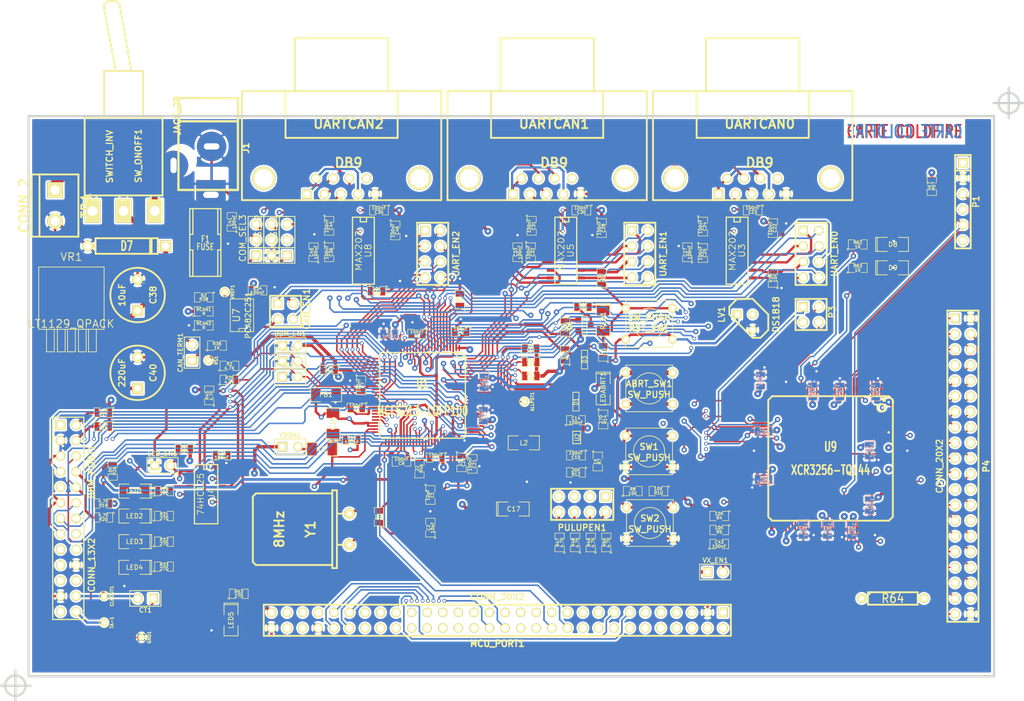
<source format=kicad_pcb>
(kicad_pcb (version 20170922) (host pcbnew "(2017-11-14 revision 1b57196)-master")
  (title_block (title "Demo Kicad") (date 2015-10-09) (rev 2))
  (layers (0 Composant signal) (1 GND_layer power) (2 VDD_layer power) (31 Cuivre signal) (34 B.Paste user) (35 F.Paste user) (36 B.SilkS user) (37 F.SilkS user) (38 B.Mask user) (39 F.Mask user) (44 Edge.Cuts user))
  (net 0 "")
  (net 1 /ALLPST)
  (net 2 /AN2)
  (net 3 /AN3)
  (net 4 /AN4)
  (net 5 /AN6)
  (net 6 /BKPT-)
  (net 7 /CLKIN/EXTAL)
  (net 8 /CLKMOD0)
  (net 9 /CLKMOD1)
  (net 10 /DDAT0)
  (net 11 /DDAT1)
  (net 12 /DDAT2)
  (net 13 /DDAT3)
  (net 14 /DSCLK)
  (net 15 /DSI)
  (net 16 /DSO)
  (net 17 /DTIN1)
  (net 18 /GPT1)
  (net 19 /GPT3)
  (net 20 /IRQ-5)
  (net 21 /IRQ-6)
  (net 22 /IRQ-7)
  (net 23 /JTAG_EN)
  (net 24 /PST0)
  (net 25 /PST1)
  (net 26 /PST2)
  (net 27 /PST3)
  (net 28 /QSPI_CS3)
  (net 29 /TCLK)
  (net 30 /VDDPLL)
  (net 31 /inout_user/CANRX)
  (net 32 /inout_user/CAN_H)
  (net 33 /inout_user/CAN_L)
  (net 34 /inout_user/CTS0)
  (net 35 /inout_user/CTS1)
  (net 36 /inout_user/CTS2/CANH)
  (net 37 /inout_user/PWM5)
  (net 38 /inout_user/PWM7)
  (net 39 /inout_user/RTS0)
  (net 40 /inout_user/RTS1)
  (net 41 /inout_user/RTS2)
  (net 42 /inout_user/RXD0)
  (net 43 /inout_user/RXD1)
  (net 44 /inout_user/RXD2)
  (net 45 /inout_user/RxD_CAN)
  (net 46 /inout_user/TXD0)
  (net 47 /inout_user/TXD1)
  (net 48 /inout_user/TXD2/CANL)
  (net 49 /inout_user/TxD_CAN)
  (net 50 /inout_user/UCTS2)
  (net 51 /inout_user/URTS0)
  (net 52 /inout_user/URTS2)
  (net 53 /inout_user/URXD1)
  (net 54 /inout_user/URXD2)
  (net 55 /inout_user/UTXD0)
  (net 56 /xilinx/+3,3V_OUT)
  (net 57 /xilinx/GLCK2)
  (net 58 /xilinx/LED_TEST1)
  (net 59 /xilinx/LED_TEST2)
  (net 60 /xilinx/QSPI_CS2)
  (net 61 /xilinx/TCK)
  (net 62 /xilinx/TDI)
  (net 63 /xilinx/TDO)
  (net 64 /xilinx/TMS)
  (net 65 /xilinx/XIL_D0)
  (net 66 /xilinx/XIL_D1)
  (net 67 /xilinx/XIL_D10)
  (net 68 /xilinx/XIL_D11)
  (net 69 /xilinx/XIL_D12)
  (net 70 /xilinx/XIL_D13)
  (net 71 /xilinx/XIL_D14)
  (net 72 /xilinx/XIL_D15)
  (net 73 /xilinx/XIL_D16)
  (net 74 /xilinx/XIL_D17)
  (net 75 /xilinx/XIL_D18)
  (net 76 /xilinx/XIL_D19)
  (net 77 /xilinx/XIL_D2)
  (net 78 /xilinx/XIL_D20)
  (net 79 /xilinx/XIL_D21)
  (net 80 /xilinx/XIL_D22)
  (net 81 /xilinx/XIL_D23)
  (net 82 /xilinx/XIL_D24)
  (net 83 /xilinx/XIL_D25)
  (net 84 /xilinx/XIL_D26)
  (net 85 /xilinx/XIL_D27)
  (net 86 /xilinx/XIL_D28)
  (net 87 /xilinx/XIL_D29)
  (net 88 /xilinx/XIL_D3)
  (net 89 /xilinx/XIL_D30)
  (net 90 /xilinx/XIL_D31)
  (net 91 /xilinx/XIL_D32)
  (net 92 /xilinx/XIL_D33)
  (net 93 /xilinx/XIL_D34)
  (net 94 /xilinx/XIL_D35)
  (net 95 /xilinx/XIL_D36)
  (net 96 /xilinx/XIL_D4)
  (net 97 /xilinx/XIL_D5)
  (net 98 /xilinx/XIL_D6)
  (net 99 /xilinx/XIL_D7)
  (net 100 /xilinx/XIL_D8)
  (net 101 /xilinx/XIL_D9)
  (net 102 GND)
  (net 103 "Net-(ABRT_SW1-Pad1)")
  (net 104 "Net-(BDM_PORT1-Pad6)")
  (net 105 /inout_user/RSTI-)
  (net 106 "Net-(BDM_PORT1-Pad26)")
  (net 107 "Net-(C3-Pad1)")
  (net 108 "Net-(C15-Pad1)")
  (net 109 /inout_user/VCCA)
  (net 110 GNDA)
  (net 111 "Net-(C23-Pad2)")
  (net 112 "Net-(C24-Pad1)")
  (net 113 "Net-(C24-Pad2)")
  (net 114 "Net-(C25-Pad1)")
  (net 115 "Net-(C25-Pad2)")
  (net 116 "Net-(C27-Pad1)")
  (net 117 "Net-(C30-Pad2)")
  (net 118 "Net-(C31-Pad1)")
  (net 119 "Net-(C31-Pad2)")
  (net 120 "Net-(C32-Pad1)")
  (net 121 "Net-(C32-Pad2)")
  (net 122 "Net-(C33-Pad1)")
  (net 123 "Net-(C35-Pad2)")
  (net 124 "Net-(C36-Pad1)")
  (net 125 "Net-(C36-Pad2)")
  (net 126 "Net-(C38-Pad1)")
  (net 127 "Net-(C43-Pad2)")
  (net 128 "Net-(C44-Pad1)")
  (net 129 "Net-(C44-Pad2)")
  (net 130 "Net-(C45-Pad1)")
  (net 131 /inout_user/CANTX)
  (net 132 "Net-(CAN_TERM1-Pad2)")
  (net 133 "Net-(COM_SEL1-Pad3)")
  (net 134 "Net-(COM_SEL2-Pad3)")
  (net 135 "Net-(COM_SEL3-Pad3)")
  (net 136 "Net-(D1-Pad2)")
  (net 137 "Net-(D8-Pad1)")
  (net 138 "Net-(D9-Pad1)")
  (net 139 "Net-(F1-Pad1)")
  (net 140 "Net-(J1-Pad3)")
  (net 141 "Net-(L1-Pad1)")
  (net 142 "Net-(LED1-Pad1)")
  (net 143 "Net-(LED2-Pad1)")
  (net 144 "Net-(LED3-Pad1)")
  (net 145 "Net-(LED4-Pad1)")
  (net 146 "Net-(LED5-Pad1)")
  (net 147 "Net-(LEDABRT1-Pad2)")
  (net 148 "Net-(LED_EN1-Pad2)")
  (net 149 /xilinx/IRQ-1)
  (net 150 /inout_user/UCTS1)
  (net 151 /inout_user/RTS0-)
  (net 152 /inout_user/PWM1)
  (net 153 /inout_user/PWM3)
  (net 154 /xilinx/IRQ-2)
  (net 155 /inout_user/QSPI_DOUT)
  (net 156 /AN0)
  (net 157 /inout_user/QSPI_DIN)
  (net 158 /AN1)
  (net 159 /inout_user/QSPI_SCLK)
  (net 160 /QSPI_CS0)
  (net 161 /xilinx/QSPI_CS1)
  (net 162 /AN5)
  (net 163 /xilinx/IRQ-3)
  (net 164 /AN7)
  (net 165 /IRQ-4)
  (net 166 /DTIN0)
  (net 167 /DTIN2)
  (net 168 /inout_user/UTXD1)
  (net 169 /inout_user/URTS1)
  (net 170 /DTIN3)
  (net 171 /inout_user/URXD0)
  (net 172 /inout_user/UCTS0)
  (net 173 /inout_user/UTXD2)
  (net 174 /GPT0)
  (net 175 /GPT2)
  (net 176 /inout_user/RCON-)
  (net 177 "Net-(P3-Pad2)")
  (net 178 "Net-(P3-Pad4)")
  (net 179 "Net-(PULUPEN1-Pad2)")
  (net 180 "Net-(PULUPEN1-Pad4)")
  (net 181 "Net-(PULUPEN1-Pad6)")
  (net 182 "Net-(PULUPEN1-Pad8)")
  (net 183 "Net-(Q1-Pad2)")
  (net 184 "Net-(Q1-Pad3)")
  (net 185 "Net-(R9-Pad1)")
  (net 186 "Net-(R22-Pad2)")
  (net 187 "Net-(R23-Pad2)")
  (net 188 "Net-(R28-Pad2)")
  (net 189 "Net-(R30-Pad2)")
  (net 190 "Net-(R31-Pad2)")
  (net 191 "Net-(R32-Pad2)")
  (net 192 "Net-(R33-Pad2)")
  (net 193 "Net-(R35-Pad2)")
  (net 194 "Net-(R36-Pad1)")
  (net 195 "Net-(R46-Pad1)")
  (net 196 "Net-(U3-Pad9)")
  (net 197 "Net-(U3-Pad11)")
  (net 198 "Net-(U3-Pad12)")
  (net 199 "Net-(U5-Pad9)")
  (net 200 "Net-(U5-Pad11)")
  (net 201 "Net-(U5-Pad12)")
  (net 202 "Net-(U7-Pad5)")
  (net 203 "Net-(U8-Pad9)")
  (net 204 "Net-(U8-Pad10)")
  (net 205 "Net-(U8-Pad12)")
  (net 206 "Net-(UARTCAN0-Pad1)")
  (net 207 "Net-(UARTCAN1-Pad1)")
  (net 208 "Net-(UARTCAN2-Pad1)")
  (net 209 +3.3V)
  (net 210 "Net-(BDM_PORT1-Pad1)")
  (net 211 "Net-(BDM_PORT1-Pad21)")
  (net 212 "Net-(BDM_PORT1-Pad22)")
  (net 213 "Net-(SW_ONOFF1-Pad1)")
  (net 214 "Net-(U9-Pad9)")
  (net 215 "Net-(U9-Pad14)")
  (net 216 "Net-(U9-Pad15)")
  (net 217 "Net-(U9-Pad16)")
  (net 218 "Net-(U9-Pad18)")
  (net 219 "Net-(U9-Pad19)")
  (net 220 "Net-(U9-Pad21)")
  (net 221 "Net-(U9-Pad22)")
  (net 222 "Net-(U9-Pad23)")
  (net 223 "Net-(U9-Pad25)")
  (net 224 "Net-(U9-Pad26)")
  (net 225 "Net-(U9-Pad29)")
  (net 226 "Net-(U9-Pad30)")
  (net 227 "Net-(U9-Pad34)")
  (net 228 "Net-(U9-Pad35)")
  (net 229 "Net-(U9-Pad36)")
  (net 230 "Net-(U9-Pad66)")
  (net 231 "Net-(U9-Pad67)")
  (net 232 "Net-(U9-Pad68)")
  (net 233 "Net-(U9-Pad69)")
  (net 234 "Net-(U9-Pad70)")
  (net 235 "Net-(U9-Pad71)")
  (net 236 "Net-(U9-Pad72)")
  (net 237 "Net-(U9-Pad120)")
  (net 238 "Net-(U9-Pad121)")
  (net 239 "Net-(U9-Pad133)")
  (net 240 "Net-(U9-Pad141)")
  (net 241 "Net-(U9-Pad37)")
  (net 242 "Net-(U9-Pad38)")
  (net 243 "Net-(U9-Pad39)")
  (net 244 "Net-(U9-Pad40)")
  (net 245 "Net-(U9-Pad41)")
  (net 246 "Net-(U9-Pad55)")
  (net 247 "Net-(U9-Pad56)")
  (net 248 "Net-(U9-Pad60)")
  (net 249 "Net-(U9-Pad61)")
  (net 250 "Net-(U9-Pad62)")
  (net 251 "Net-(U9-Pad63)")
  (net 252 "Net-(U9-Pad65)")
  (net 253 "Net-(U9-Pad78)")
  (net 254 "Net-(U9-Pad79)")
  (net 255 "Net-(U9-Pad80)")
  (net 256 "Net-(U9-Pad81)")
  (net 257 "Net-(U9-Pad82)")
  (net 258 "Net-(U9-Pad83)")
  (net 259 "Net-(U9-Pad84)")
  (net 260 "Net-(U9-Pad86)")
  (net 261 "Net-(U9-Pad87)")
  (net 262 "Net-(U9-Pad88)")
  (net 263 "Net-(U9-Pad90)")
  (net 264 "Net-(U9-Pad91)")
  (net 265 "Net-(U9-Pad92)")
  (net 266 "Net-(U9-Pad93)")
  (net 267 "Net-(U9-Pad94)")
  (net 268 "Net-(U9-Pad102)")
  (net 269 "Net-(U9-Pad103)")
  (net 270 "Net-(U9-Pad106)")
  (net 271 "Net-(U9-Pad74)")
  (net 272 "Net-(U9-Pad75)")
  (net 273 "Net-(U9-Pad77)")
  (net 274 "Net-(U9-Pad110)")
  (net 275 "Net-(UARTCAN0-Pad9)")
  (net 276 "Net-(UARTCAN1-Pad9)")
  (net 277 "Net-(UARTCAN2-Pad9)")
  (net 278 "Net-(VR1-Pad4)")
  (module connect:JACK_ALIM (layer Composant) (at 100.965 60.833 270)
    (fp_text reference J1 (at 0.254 -5.588 270) (layer F.SilkS) (effects (font (size 1.016 1.016) (thickness 0.254))))
    (fp_text value JACK_2P (at -5.08 5.588 270) (layer F.SilkS) (effects (font (size 1.016 1.016) (thickness 0.254))))
    (pad 2 thru_hole circle (at 0 0 270) (size 4.8006 4.8006) (drill oval 1.016 2.54) (layers *.Cu *.Mask) (net 102 GND))
    (pad 1 thru_hole rect (at 7.9 0.1 270) (size 4.8006 4.8006) (drill oval 1.016 2.54) (layers *.Cu *.Mask) (net 102 GND))
    (pad 3 thru_hole circle (at 3.1 6.2 270) (size 4.8006 4.8006) (drill oval 2.54 1.016) (layers *.Cu *.Mask) (net 140 "Net-(J1-Pad3)"))
  )
  (module connect:PINTST (layer Composant) (at 152.019 102.489 270)
    (fp_text reference ALLPST1 (at 0 -1.26746 270) (layer F.SilkS) (effects (font (size 0.508 0.508) (thickness 0.127))))
    (fp_text value CONN_1 hide)
    (pad 1 thru_hole circle (at 0 0 270) (size 1.143 1.143) (drill 0.635) (layers *.Cu *.Mask F.SilkS) (net 1 /ALLPST))
  )
  (module pin_array:PIN_ARRAY_2X1 (layer Composant) (at 113.792 93.345)
    (fp_text reference BDM_EN1 (at 0 -1.905) (layer F.SilkS) (effects (font (size 0.762 0.762) (thickness 0.1524))))
    (fp_text value JUMPER hide)
    (pad 1 thru_hole rect (at -1.27 0) (size 1.524 1.524) (drill 1.016) (layers *.Cu *.Mask F.SilkS) (net 102 GND))
    (pad 2 thru_hole circle (at 1.27 0) (size 1.524 1.524) (drill 1.016) (layers *.Cu *.Mask F.SilkS) (net 23 /JTAG_EN))
  )
  (module pin_array:pin_array_13x2 (layer Composant) (at 77.597 121.539 270)
    (fp_text reference BDM_PORT1 (at -7.62 -3.81 270) (layer F.SilkS) (effects (font (size 1.016 1.016) (thickness 0.2032))))
    (fp_text value CONN_13X2 (at 7.62 -3.81 270) (layer F.SilkS) (effects (font (size 1.016 1.016) (thickness 0.2032))))
    (pad 1 thru_hole rect (at -15.24 1.27 270) (size 1.524 1.524) (drill 1.016) (layers *.Cu *.Mask F.SilkS) (net 210 "Net-(BDM_PORT1-Pad1)"))
    (pad 2 thru_hole circle (at -15.24 -1.27 270) (size 1.524 1.524) (drill 1.016) (layers *.Cu *.Mask F.SilkS) (net 6 /BKPT-))
    (pad 3 thru_hole circle (at -12.7 1.27 270) (size 1.524 1.524) (drill 1.016) (layers *.Cu *.Mask F.SilkS) (net 102 GND))
    (pad 4 thru_hole circle (at -12.7 -1.27 270) (size 1.524 1.524) (drill 1.016) (layers *.Cu *.Mask F.SilkS) (net 14 /DSCLK))
    (pad 5 thru_hole circle (at -10.16 1.27 270) (size 1.524 1.524) (drill 1.016) (layers *.Cu *.Mask F.SilkS) (net 102 GND))
    (pad 6 thru_hole circle (at -10.16 -1.27 270) (size 1.524 1.524) (drill 1.016) (layers *.Cu *.Mask F.SilkS) (net 104 "Net-(BDM_PORT1-Pad6)"))
    (pad 7 thru_hole circle (at -7.62 1.27 270) (size 1.524 1.524) (drill 1.016) (layers *.Cu *.Mask F.SilkS) (net 105 /inout_user/RSTI-))
    (pad 8 thru_hole circle (at -7.62 -1.27 270) (size 1.524 1.524) (drill 1.016) (layers *.Cu *.Mask F.SilkS) (net 15 /DSI))
    (pad 9 thru_hole circle (at -5.08 1.27 270) (size 1.524 1.524) (drill 1.016) (layers *.Cu *.Mask F.SilkS) (net 209 +3.3V))
    (pad 10 thru_hole circle (at -5.08 -1.27 270) (size 1.524 1.524) (drill 1.016) (layers *.Cu *.Mask F.SilkS) (net 16 /DSO))
    (pad 11 thru_hole circle (at -2.54 1.27 270) (size 1.524 1.524) (drill 1.016) (layers *.Cu *.Mask F.SilkS) (net 102 GND))
    (pad 12 thru_hole circle (at -2.54 -1.27 270) (size 1.524 1.524) (drill 1.016) (layers *.Cu *.Mask F.SilkS) (net 27 /PST3))
    (pad 13 thru_hole circle (at 0 1.27 270) (size 1.524 1.524) (drill 1.016) (layers *.Cu *.Mask F.SilkS) (net 26 /PST2))
    (pad 14 thru_hole circle (at 0 -1.27 270) (size 1.524 1.524) (drill 1.016) (layers *.Cu *.Mask F.SilkS) (net 25 /PST1))
    (pad 15 thru_hole circle (at 2.54 1.27 270) (size 1.524 1.524) (drill 1.016) (layers *.Cu *.Mask F.SilkS) (net 24 /PST0))
    (pad 16 thru_hole circle (at 2.54 -1.27 270) (size 1.524 1.524) (drill 1.016) (layers *.Cu *.Mask F.SilkS) (net 13 /DDAT3))
    (pad 17 thru_hole circle (at 5.08 1.27 270) (size 1.524 1.524) (drill 1.016) (layers *.Cu *.Mask F.SilkS) (net 12 /DDAT2))
    (pad 18 thru_hole circle (at 5.08 -1.27 270) (size 1.524 1.524) (drill 1.016) (layers *.Cu *.Mask F.SilkS) (net 11 /DDAT1))
    (pad 19 thru_hole circle (at 7.62 1.27 270) (size 1.524 1.524) (drill 1.016) (layers *.Cu *.Mask F.SilkS) (net 10 /DDAT0))
    (pad 20 thru_hole circle (at 7.62 -1.27 270) (size 1.524 1.524) (drill 1.016) (layers *.Cu *.Mask F.SilkS) (net 102 GND))
    (pad 21 thru_hole circle (at 10.16 1.27 270) (size 1.524 1.524) (drill 1.016) (layers *.Cu *.Mask F.SilkS) (net 211 "Net-(BDM_PORT1-Pad21)"))
    (pad 22 thru_hole circle (at 10.16 -1.27 270) (size 1.524 1.524) (drill 1.016) (layers *.Cu *.Mask F.SilkS) (net 212 "Net-(BDM_PORT1-Pad22)"))
    (pad 23 thru_hole circle (at 12.7 1.27 270) (size 1.524 1.524) (drill 1.016) (layers *.Cu *.Mask F.SilkS) (net 102 GND))
    (pad 24 thru_hole circle (at 12.7 -1.27 270) (size 1.524 1.524) (drill 1.016) (layers *.Cu *.Mask F.SilkS) (net 29 /TCLK))
    (pad 25 thru_hole circle (at 15.24 1.27 270) (size 1.524 1.524) (drill 1.016) (layers *.Cu *.Mask F.SilkS) (net 209 +3.3V))
    (pad 26 thru_hole circle (at 15.24 -1.27 270) (size 1.524 1.524) (drill 1.016) (layers *.Cu *.Mask F.SilkS) (net 106 "Net-(BDM_PORT1-Pad26)"))
  )
  (module lib_smd:SM0805 (layer Composant) (at 136.652 117.729 270)
    (fp_text reference C1 (at 0 -0.3175 270) (layer F.SilkS) (effects (font (size 0.50038 0.50038) (thickness 0.10922))))
    (fp_text value 10pF (at 0 0.381 270) (layer F.SilkS) (effects (font (size 0.50038 0.50038) (thickness 0.10922))))
    (pad 1 smd rect (at -0.9525 0 270) (size 0.889 1.397) (layers Composant F.Paste F.Mask) (net 7 /CLKIN/EXTAL))
    (pad 2 smd rect (at 0.9525 0 270) (size 0.889 1.397) (layers Composant F.Paste F.Mask) (net 102 GND))
  )
  (module lib_smd:SM0805 (layer Composant) (at 136.652 123.063 90)
    (fp_text reference C2 (at 0 -0.3175 90) (layer F.SilkS) (effects (font (size 0.50038 0.50038) (thickness 0.10922))))
    (fp_text value 10pF (at 0 0.381 90) (layer F.SilkS) (effects (font (size 0.50038 0.50038) (thickness 0.10922))))
    (pad 1 smd rect (at -0.9525 0 90) (size 0.889 1.397) (layers Composant F.Paste F.Mask) (net 57 /xilinx/GLCK2))
    (pad 2 smd rect (at 0.9525 0 90) (size 0.889 1.397) (layers Composant F.Paste F.Mask) (net 102 GND))
  )
  (module lib_smd:SM0805 (layer Composant) (at 164.846 94.361 90)
    (fp_text reference C3 (at 0 -0.3175 90) (layer F.SilkS) (effects (font (size 0.50038 0.50038) (thickness 0.10922))))
    (fp_text value 1nF (at 0 0.381 90) (layer F.SilkS) (effects (font (size 0.50038 0.50038) (thickness 0.10922))))
    (pad 1 smd rect (at -0.9525 0 90) (size 0.889 1.397) (layers Composant F.Paste F.Mask) (net 107 "Net-(C3-Pad1)"))
    (pad 2 smd rect (at 0.9525 0 90) (size 0.889 1.397) (layers Composant F.Paste F.Mask) (net 102 GND))
  )
  (module lib_smd:SM0805 (layer Composant) (at 141.605 91.059 180)
    (fp_text reference C4 (at 0 -0.3175 180) (layer F.SilkS) (effects (font (size 0.50038 0.50038) (thickness 0.10922))))
    (fp_text value 100nF (at 0 0.381 180) (layer F.SilkS) (effects (font (size 0.50038 0.50038) (thickness 0.10922))))
    (pad 1 smd rect (at -0.9525 0 180) (size 0.889 1.397) (layers Composant F.Paste F.Mask) (net 209 +3.3V))
    (pad 2 smd rect (at 0.9525 0 180) (size 0.889 1.397) (layers Composant F.Paste F.Mask) (net 102 GND))
  )
  (module lib_smd:SM0805 (layer Composant) (at 134.493 91.44 180)
    (fp_text reference C5 (at 0 -0.3175 180) (layer F.SilkS) (effects (font (size 0.50038 0.50038) (thickness 0.10922))))
    (fp_text value 100nF (at 0 0.381 180) (layer F.SilkS) (effects (font (size 0.50038 0.50038) (thickness 0.10922))))
    (pad 1 smd rect (at -0.9525 0 180) (size 0.889 1.397) (layers Composant F.Paste F.Mask) (net 209 +3.3V))
    (pad 2 smd rect (at 0.9525 0 180) (size 0.889 1.397) (layers Composant F.Paste F.Mask) (net 102 GND))
  )
  (module lib_smd:SM0805 (layer Cuivre) (at 129.921 91.44 180)
    (fp_text reference C6 (at 0 0.3175 180) (layer B.SilkS) (effects (font (size 0.50038 0.50038) (thickness 0.10922)) (justify mirror)))
    (fp_text value 100nF (at 0 -0.381 180) (layer B.SilkS) (effects (font (size 0.50038 0.50038) (thickness 0.10922)) (justify mirror)))
    (pad 1 smd rect (at -0.9525 0 180) (size 0.889 1.397) (layers Cuivre B.Paste B.Mask) (net 209 +3.3V))
    (pad 2 smd rect (at 0.9525 0 180) (size 0.889 1.397) (layers Cuivre B.Paste B.Mask) (net 102 GND))
  )
  (module lib_smd:SM0805 (layer Composant) (at 125.349 99.822 270)
    (fp_text reference C7 (at 0 -0.3175 270) (layer F.SilkS) (effects (font (size 0.50038 0.50038) (thickness 0.10922))))
    (fp_text value 100nF (at 0 0.381 270) (layer F.SilkS) (effects (font (size 0.50038 0.50038) (thickness 0.10922))))
    (pad 1 smd rect (at -0.9525 0 270) (size 0.889 1.397) (layers Composant F.Paste F.Mask) (net 209 +3.3V))
    (pad 2 smd rect (at 0.9525 0 270) (size 0.889 1.397) (layers Composant F.Paste F.Mask) (net 102 GND))
  )
  (module lib_smd:SM0805 (layer Composant) (at 124.587 103.505 180)
    (fp_text reference C8 (at 0 -0.3175 180) (layer F.SilkS) (effects (font (size 0.50038 0.50038) (thickness 0.10922))))
    (fp_text value 100nF (at 0 0.381 180) (layer F.SilkS) (effects (font (size 0.50038 0.50038) (thickness 0.10922))))
    (pad 1 smd rect (at -0.9525 0 180) (size 0.889 1.397) (layers Composant F.Paste F.Mask) (net 209 +3.3V))
    (pad 2 smd rect (at 0.9525 0 180) (size 0.889 1.397) (layers Composant F.Paste F.Mask) (net 102 GND))
  )
  (module lib_smd:SM0805 (layer Composant) (at 131.953 112.268 180)
    (fp_text reference C9 (at 0 -0.3175 180) (layer F.SilkS) (effects (font (size 0.50038 0.50038) (thickness 0.10922))))
    (fp_text value 100nF (at 0 0.381 180) (layer F.SilkS) (effects (font (size 0.50038 0.50038) (thickness 0.10922))))
    (pad 1 smd rect (at -0.9525 0 180) (size 0.889 1.397) (layers Composant F.Paste F.Mask) (net 209 +3.3V))
    (pad 2 smd rect (at 0.9525 0 180) (size 0.889 1.397) (layers Composant F.Paste F.Mask) (net 102 GND))
  )
  (module lib_smd:SM0805 (layer Composant) (at 137.541 111.633 180)
    (fp_text reference C10 (at 0 -0.3175 180) (layer F.SilkS) (effects (font (size 0.50038 0.50038) (thickness 0.10922))))
    (fp_text value 100nF (at 0 0.381 180) (layer F.SilkS) (effects (font (size 0.50038 0.50038) (thickness 0.10922))))
    (pad 1 smd rect (at -0.9525 0 180) (size 0.889 1.397) (layers Composant F.Paste F.Mask) (net 209 +3.3V))
    (pad 2 smd rect (at 0.9525 0 180) (size 0.889 1.397) (layers Composant F.Paste F.Mask) (net 102 GND))
  )
  (module lib_smd:SM0805 (layer Cuivre) (at 145.288 104.775 90)
    (fp_text reference C11 (at 0 0.3175 90) (layer B.SilkS) (effects (font (size 0.50038 0.50038) (thickness 0.10922)) (justify mirror)))
    (fp_text value 100nF (at 0 -0.381 90) (layer B.SilkS) (effects (font (size 0.50038 0.50038) (thickness 0.10922)) (justify mirror)))
    (pad 1 smd rect (at -0.9525 0 90) (size 0.889 1.397) (layers Cuivre B.Paste B.Mask) (net 209 +3.3V))
    (pad 2 smd rect (at 0.9525 0 90) (size 0.889 1.397) (layers Cuivre B.Paste B.Mask) (net 102 GND))
  )
  (module lib_smd:SM0805 (layer Cuivre) (at 145.415 99.314 270)
    (fp_text reference C12 (at 0 0.3175 270) (layer B.SilkS) (effects (font (size 0.50038 0.50038) (thickness 0.10922)) (justify mirror)))
    (fp_text value 100nF (at 0 -0.381 270) (layer B.SilkS) (effects (font (size 0.50038 0.50038) (thickness 0.10922)) (justify mirror)))
    (pad 1 smd rect (at -0.9525 0 270) (size 0.889 1.397) (layers Cuivre B.Paste B.Mask) (net 209 +3.3V))
    (pad 2 smd rect (at 0.9525 0 270) (size 0.889 1.397) (layers Cuivre B.Paste B.Mask) (net 102 GND))
  )
  (module lib_smd:SM0805 (layer Composant) (at 160.401 105.537)
    (fp_text reference C14 (at 0 -0.3175) (layer F.SilkS) (effects (font (size 0.50038 0.50038) (thickness 0.10922))))
    (fp_text value 100nF (at 0 0.381) (layer F.SilkS) (effects (font (size 0.50038 0.50038) (thickness 0.10922))))
    (pad 1 smd rect (at -0.9525 0) (size 0.889 1.397) (layers Composant F.Paste F.Mask) (net 102 GND))
    (pad 2 smd rect (at 0.9525 0) (size 0.889 1.397) (layers Composant F.Paste F.Mask) (net 209 +3.3V))
  )
  (module lib_smd:SM0805 (layer Composant) (at 160.401 111.252 180)
    (fp_text reference C15 (at 0 -0.3175 180) (layer F.SilkS) (effects (font (size 0.50038 0.50038) (thickness 0.10922))))
    (fp_text value 100nF (at 0 0.381 180) (layer F.SilkS) (effects (font (size 0.50038 0.50038) (thickness 0.10922))))
    (pad 1 smd rect (at -0.9525 0 180) (size 0.889 1.397) (layers Composant F.Paste F.Mask) (net 108 "Net-(C15-Pad1)"))
    (pad 2 smd rect (at 0.9525 0 180) (size 0.889 1.397) (layers Composant F.Paste F.Mask) (net 102 GND))
  )
  (module lib_smd:SM1206POL (layer Composant) (at 120.777 106.045 90)
    (fp_text reference C16 (at 0 0 90) (layer F.SilkS) (effects (font (size 0.762 0.762) (thickness 0.127))))
    (fp_text value 10uF hide)
    (pad 1 smd rect (at -1.651 0 90) (size 1.524 2.032) (layers Composant F.Paste F.Mask) (net 109 /inout_user/VCCA))
    (pad 2 smd rect (at 1.651 0 90) (size 1.524 2.032) (layers Composant F.Paste F.Mask) (net 110 GNDA))
  )
  (module lib_smd:SM1206POL (layer Composant) (at 150.241 120.015)
    (fp_text reference C17 (at 0 0) (layer F.SilkS) (effects (font (size 0.762 0.762) (thickness 0.127))))
    (fp_text value 100uF hide)
    (pad 1 smd rect (at -1.651 0) (size 1.524 2.032) (layers Composant F.Paste F.Mask) (net 209 +3.3V))
    (pad 2 smd rect (at 1.651 0) (size 1.524 2.032) (layers Composant F.Paste F.Mask) (net 102 GND))
  )
  (module lib_smd:SM0805 (layer Composant) (at 123.825 108.712)
    (fp_text reference C18 (at 0 -0.3175) (layer F.SilkS) (effects (font (size 0.50038 0.50038) (thickness 0.10922))))
    (fp_text value 100nF (at 0 0.381) (layer F.SilkS) (effects (font (size 0.50038 0.50038) (thickness 0.10922))))
    (pad 1 smd rect (at -0.9525 0) (size 0.889 1.397) (layers Composant F.Paste F.Mask) (net 109 /inout_user/VCCA))
    (pad 2 smd rect (at 0.9525 0) (size 0.889 1.397) (layers Composant F.Paste F.Mask) (net 110 GNDA))
  )
  (module lib_smd:SM0805 (layer Composant) (at 141.732 112.395 270)
    (fp_text reference C20 (at 0 -0.3175 270) (layer F.SilkS) (effects (font (size 0.50038 0.50038) (thickness 0.10922))))
    (fp_text value 1nF (at 0 0.381 270) (layer F.SilkS) (effects (font (size 0.50038 0.50038) (thickness 0.10922))))
    (pad 1 smd rect (at -0.9525 0 270) (size 0.889 1.397) (layers Composant F.Paste F.Mask) (net 30 /VDDPLL))
    (pad 2 smd rect (at 0.9525 0 270) (size 0.889 1.397) (layers Composant F.Paste F.Mask) (net 102 GND))
  )
  (module lib_smd:SM0805 (layer Composant) (at 143.51 112.649 270)
    (fp_text reference C21 (at 0 -0.3175 270) (layer F.SilkS) (effects (font (size 0.50038 0.50038) (thickness 0.10922))))
    (fp_text value 100nF (at 0 0.381 270) (layer F.SilkS) (effects (font (size 0.50038 0.50038) (thickness 0.10922))))
    (pad 1 smd rect (at -0.9525 0 270) (size 0.889 1.397) (layers Composant F.Paste F.Mask) (net 30 /VDDPLL))
    (pad 2 smd rect (at 0.9525 0 270) (size 0.889 1.397) (layers Composant F.Paste F.Mask) (net 102 GND))
  )
  (module lib_smd:SM0805 (layer Composant) (at 192.532 74.168 270)
    (fp_text reference C22 (at 0 -0.3175 270) (layer F.SilkS) (effects (font (size 0.50038 0.50038) (thickness 0.10922))))
    (fp_text value 100nF (at 0 0.381 270) (layer F.SilkS) (effects (font (size 0.50038 0.50038) (thickness 0.10922))))
    (pad 1 smd rect (at -0.9525 0 270) (size 0.889 1.397) (layers Composant F.Paste F.Mask) (net 209 +3.3V))
    (pad 2 smd rect (at 0.9525 0 270) (size 0.889 1.397) (layers Composant F.Paste F.Mask) (net 102 GND))
  )
  (module lib_smd:SM0805 (layer Composant) (at 189.23 71.247 180)
    (fp_text reference C23 (at 0 -0.3175 180) (layer F.SilkS) (effects (font (size 0.50038 0.50038) (thickness 0.10922))))
    (fp_text value 100nF (at 0 0.381 180) (layer F.SilkS) (effects (font (size 0.50038 0.50038) (thickness 0.10922))))
    (pad 1 smd rect (at -0.9525 0 180) (size 0.889 1.397) (layers Composant F.Paste F.Mask) (net 209 +3.3V))
    (pad 2 smd rect (at 0.9525 0 180) (size 0.889 1.397) (layers Composant F.Paste F.Mask) (net 111 "Net-(C23-Pad2)"))
  )
  (module lib_smd:SM0805 (layer Composant) (at 181.102 73.914 270)
    (fp_text reference C24 (at 0 -0.3175 270) (layer F.SilkS) (effects (font (size 0.50038 0.50038) (thickness 0.10922))))
    (fp_text value 100nF (at 0 0.381 270) (layer F.SilkS) (effects (font (size 0.50038 0.50038) (thickness 0.10922))))
    (pad 1 smd rect (at -0.9525 0 270) (size 0.889 1.397) (layers Composant F.Paste F.Mask) (net 112 "Net-(C24-Pad1)"))
    (pad 2 smd rect (at 0.9525 0 270) (size 0.889 1.397) (layers Composant F.Paste F.Mask) (net 113 "Net-(C24-Pad2)"))
  )
  (module lib_smd:SM0805 (layer Composant) (at 181.102 78.232 270)
    (fp_text reference C25 (at 0 -0.3175 270) (layer F.SilkS) (effects (font (size 0.50038 0.50038) (thickness 0.10922))))
    (fp_text value 100nF (at 0 0.381 270) (layer F.SilkS) (effects (font (size 0.50038 0.50038) (thickness 0.10922))))
    (pad 1 smd rect (at -0.9525 0 270) (size 0.889 1.397) (layers Composant F.Paste F.Mask) (net 114 "Net-(C25-Pad1)"))
    (pad 2 smd rect (at 0.9525 0 270) (size 0.889 1.397) (layers Composant F.Paste F.Mask) (net 115 "Net-(C25-Pad2)"))
  )
  (module lib_smd:SM0805 (layer Composant) (at 102.616 111.252)
    (fp_text reference C26 (at 0 -0.3175) (layer F.SilkS) (effects (font (size 0.50038 0.50038) (thickness 0.10922))))
    (fp_text value 100nF (at 0 0.381) (layer F.SilkS) (effects (font (size 0.50038 0.50038) (thickness 0.10922))))
    (pad 1 smd rect (at -0.9525 0) (size 0.889 1.397) (layers Composant F.Paste F.Mask) (net 209 +3.3V))
    (pad 2 smd rect (at 0.9525 0) (size 0.889 1.397) (layers Composant F.Paste F.Mask) (net 102 GND))
  )
  (module lib_smd:SM0805 (layer Composant) (at 178.562 78.105 90)
    (fp_text reference C27 (at 0 -0.3175 90) (layer F.SilkS) (effects (font (size 0.50038 0.50038) (thickness 0.10922))))
    (fp_text value 100nF (at 0 0.381 90) (layer F.SilkS) (effects (font (size 0.50038 0.50038) (thickness 0.10922))))
    (pad 1 smd rect (at -0.9525 0 90) (size 0.889 1.397) (layers Composant F.Paste F.Mask) (net 116 "Net-(C27-Pad1)"))
    (pad 2 smd rect (at 0.9525 0 90) (size 0.889 1.397) (layers Composant F.Paste F.Mask) (net 102 GND))
  )
  (module lib_smd:SM0805 (layer Composant) (at 164.592 74.168 270)
    (fp_text reference C28 (at 0 -0.3175 270) (layer F.SilkS) (effects (font (size 0.50038 0.50038) (thickness 0.10922))))
    (fp_text value 100nF (at 0 0.381 270) (layer F.SilkS) (effects (font (size 0.50038 0.50038) (thickness 0.10922))))
    (pad 1 smd rect (at -0.9525 0 270) (size 0.889 1.397) (layers Composant F.Paste F.Mask) (net 209 +3.3V))
    (pad 2 smd rect (at 0.9525 0 270) (size 0.889 1.397) (layers Composant F.Paste F.Mask) (net 102 GND))
  )
  (module lib_smd:SM0805 (layer Composant) (at 161.29 71.247 180)
    (fp_text reference C30 (at 0 -0.3175 180) (layer F.SilkS) (effects (font (size 0.50038 0.50038) (thickness 0.10922))))
    (fp_text value 100nF (at 0 0.381 180) (layer F.SilkS) (effects (font (size 0.50038 0.50038) (thickness 0.10922))))
    (pad 1 smd rect (at -0.9525 0 180) (size 0.889 1.397) (layers Composant F.Paste F.Mask) (net 209 +3.3V))
    (pad 2 smd rect (at 0.9525 0 180) (size 0.889 1.397) (layers Composant F.Paste F.Mask) (net 117 "Net-(C30-Pad2)"))
  )
  (module lib_smd:SM0805 (layer Composant) (at 153.162 73.787 270)
    (fp_text reference C31 (at 0 -0.3175 270) (layer F.SilkS) (effects (font (size 0.50038 0.50038) (thickness 0.10922))))
    (fp_text value 100nF (at 0 0.381 270) (layer F.SilkS) (effects (font (size 0.50038 0.50038) (thickness 0.10922))))
    (pad 1 smd rect (at -0.9525 0 270) (size 0.889 1.397) (layers Composant F.Paste F.Mask) (net 118 "Net-(C31-Pad1)"))
    (pad 2 smd rect (at 0.9525 0 270) (size 0.889 1.397) (layers Composant F.Paste F.Mask) (net 119 "Net-(C31-Pad2)"))
  )
  (module lib_smd:SM0805 (layer Composant) (at 153.035 78.105 270)
    (fp_text reference C32 (at 0 -0.3175 270) (layer F.SilkS) (effects (font (size 0.50038 0.50038) (thickness 0.10922))))
    (fp_text value 100nF (at 0 0.381 270) (layer F.SilkS) (effects (font (size 0.50038 0.50038) (thickness 0.10922))))
    (pad 1 smd rect (at -0.9525 0 270) (size 0.889 1.397) (layers Composant F.Paste F.Mask) (net 120 "Net-(C32-Pad1)"))
    (pad 2 smd rect (at 0.9525 0 270) (size 0.889 1.397) (layers Composant F.Paste F.Mask) (net 121 "Net-(C32-Pad2)"))
  )
  (module lib_smd:SM0805 (layer Composant) (at 150.876 78.105 90)
    (fp_text reference C33 (at 0 -0.3175 90) (layer F.SilkS) (effects (font (size 0.50038 0.50038) (thickness 0.10922))))
    (fp_text value 100nF (at 0 0.381 90) (layer F.SilkS) (effects (font (size 0.50038 0.50038) (thickness 0.10922))))
    (pad 1 smd rect (at -0.9525 0 90) (size 0.889 1.397) (layers Composant F.Paste F.Mask) (net 122 "Net-(C33-Pad1)"))
    (pad 2 smd rect (at 0.9525 0 90) (size 0.889 1.397) (layers Composant F.Paste F.Mask) (net 102 GND))
  )
  (module lib_smd:SM0805 (layer Composant) (at 108.458 84.328)
    (fp_text reference C34 (at 0 -0.3175) (layer F.SilkS) (effects (font (size 0.50038 0.50038) (thickness 0.10922))))
    (fp_text value 100nF (at 0 0.381) (layer F.SilkS) (effects (font (size 0.50038 0.50038) (thickness 0.10922))))
    (pad 1 smd rect (at -0.9525 0) (size 0.889 1.397) (layers Composant F.Paste F.Mask) (net 209 +3.3V))
    (pad 2 smd rect (at 0.9525 0) (size 0.889 1.397) (layers Composant F.Paste F.Mask) (net 102 GND))
  )
  (module lib_smd:SM0805 (layer Composant) (at 128.27 71.247 180)
    (fp_text reference C35 (at 0 -0.3175 180) (layer F.SilkS) (effects (font (size 0.50038 0.50038) (thickness 0.10922))))
    (fp_text value 100nF (at 0 0.381 180) (layer F.SilkS) (effects (font (size 0.50038 0.50038) (thickness 0.10922))))
    (pad 1 smd rect (at -0.9525 0 180) (size 0.889 1.397) (layers Composant F.Paste F.Mask) (net 209 +3.3V))
    (pad 2 smd rect (at 0.9525 0 180) (size 0.889 1.397) (layers Composant F.Paste F.Mask) (net 123 "Net-(C35-Pad2)"))
  )
  (module lib_smd:SM0805 (layer Composant) (at 120.142 78.105 270)
    (fp_text reference C36 (at 0 -0.3175 270) (layer F.SilkS) (effects (font (size 0.50038 0.50038) (thickness 0.10922))))
    (fp_text value 100nF (at 0 0.381 270) (layer F.SilkS) (effects (font (size 0.50038 0.50038) (thickness 0.10922))))
    (pad 1 smd rect (at -0.9525 0 270) (size 0.889 1.397) (layers Composant F.Paste F.Mask) (net 124 "Net-(C36-Pad1)"))
    (pad 2 smd rect (at 0.9525 0 270) (size 0.889 1.397) (layers Composant F.Paste F.Mask) (net 125 "Net-(C36-Pad2)"))
  )
  (module discret:C2V8 (layer Composant) (at 88.9 85.09 90)
    (fp_text reference C38 (at 0 2.54 90) (layer F.SilkS) (effects (font (size 1.016 1.016) (thickness 0.2032))))
    (fp_text value 10uF (at 0 -2.54 90) (layer F.SilkS) (effects (font (size 1.016 1.016) (thickness 0.2032))))
    (pad 1 thru_hole rect (at -2.54 0 90) (size 1.778 1.778) (drill 1.016) (layers *.Cu *.Mask F.SilkS) (net 126 "Net-(C38-Pad1)"))
    (pad 2 thru_hole circle (at 2.54 0 90) (size 1.778 1.778) (drill 1.016) (layers *.Cu *.Mask F.SilkS) (net 102 GND))
  )
  (module discret:C2V8 (layer Composant) (at 88.9 97.79 90)
    (fp_text reference C40 (at 0 2.54 90) (layer F.SilkS) (effects (font (size 1.016 1.016) (thickness 0.2032))))
    (fp_text value 220uF (at 0 -2.54 90) (layer F.SilkS) (effects (font (size 1.016 1.016) (thickness 0.2032))))
    (pad 1 thru_hole rect (at -2.54 0 90) (size 1.778 1.778) (drill 1.016) (layers *.Cu *.Mask F.SilkS) (net 209 +3.3V))
    (pad 2 thru_hole circle (at 2.54 0 90) (size 1.778 1.778) (drill 1.016) (layers *.Cu *.Mask F.SilkS) (net 102 GND))
  )
  (module lib_smd:SM0805 (layer Composant) (at 104.267 73.152 90)
    (fp_text reference C41 (at 0 -0.3175 90) (layer F.SilkS) (effects (font (size 0.50038 0.50038) (thickness 0.10922))))
    (fp_text value 100nF (at 0 0.381 90) (layer F.SilkS) (effects (font (size 0.50038 0.50038) (thickness 0.10922))))
    (pad 1 smd rect (at -0.9525 0 90) (size 0.889 1.397) (layers Composant F.Paste F.Mask) (net 126 "Net-(C38-Pad1)"))
    (pad 2 smd rect (at 0.9525 0 90) (size 0.889 1.397) (layers Composant F.Paste F.Mask) (net 102 GND))
  )
  (module lib_smd:SM0805 (layer Composant) (at 183.769 125.73)
    (fp_text reference C43 (at 0 -0.3175) (layer F.SilkS) (effects (font (size 0.50038 0.50038) (thickness 0.10922))))
    (fp_text value 100nF (at 0 0.381) (layer F.SilkS) (effects (font (size 0.50038 0.50038) (thickness 0.10922))))
    (pad 1 smd rect (at -0.9525 0) (size 0.889 1.397) (layers Composant F.Paste F.Mask) (net 102 GND))
    (pad 2 smd rect (at 0.9525 0) (size 0.889 1.397) (layers Composant F.Paste F.Mask) (net 127 "Net-(C43-Pad2)"))
  )
  (module lib_smd:SM0805 (layer Composant) (at 120.142 73.787 270)
    (fp_text reference C44 (at 0 -0.3175 270) (layer F.SilkS) (effects (font (size 0.50038 0.50038) (thickness 0.10922))))
    (fp_text value 100nF (at 0 0.381 270) (layer F.SilkS) (effects (font (size 0.50038 0.50038) (thickness 0.10922))))
    (pad 1 smd rect (at -0.9525 0 270) (size 0.889 1.397) (layers Composant F.Paste F.Mask) (net 128 "Net-(C44-Pad1)"))
    (pad 2 smd rect (at 0.9525 0 270) (size 0.889 1.397) (layers Composant F.Paste F.Mask) (net 129 "Net-(C44-Pad2)"))
  )
  (module lib_smd:SM0805 (layer Composant) (at 117.602 78.105 90)
    (fp_text reference C45 (at 0 -0.3175 90) (layer F.SilkS) (effects (font (size 0.50038 0.50038) (thickness 0.10922))))
    (fp_text value 100nF (at 0 0.381 90) (layer F.SilkS) (effects (font (size 0.50038 0.50038) (thickness 0.10922))))
    (pad 1 smd rect (at -0.9525 0 90) (size 0.889 1.397) (layers Composant F.Paste F.Mask) (net 130 "Net-(C45-Pad1)"))
    (pad 2 smd rect (at 0.9525 0 90) (size 0.889 1.397) (layers Composant F.Paste F.Mask) (net 102 GND))
  )
  (module lib_smd:SM0805 (layer Composant) (at 130.937 74.549 270)
    (fp_text reference C46 (at 0 -0.3175 270) (layer F.SilkS) (effects (font (size 0.50038 0.50038) (thickness 0.10922))))
    (fp_text value 100nF (at 0 0.381 270) (layer F.SilkS) (effects (font (size 0.50038 0.50038) (thickness 0.10922))))
    (pad 1 smd rect (at -0.9525 0 270) (size 0.889 1.397) (layers Composant F.Paste F.Mask) (net 209 +3.3V))
    (pad 2 smd rect (at 0.9525 0 270) (size 0.889 1.397) (layers Composant F.Paste F.Mask) (net 102 GND))
  )
  (module lib_smd:SM0805 (layer Cuivre) (at 209.296 100.838 90)
    (fp_text reference C51 (at 0 0.3175 90) (layer B.SilkS) (effects (font (size 0.50038 0.50038) (thickness 0.10922)) (justify mirror)))
    (fp_text value 100nF (at 0 -0.381 90) (layer B.SilkS) (effects (font (size 0.50038 0.50038) (thickness 0.10922)) (justify mirror)))
    (pad 1 smd rect (at -0.9525 0 90) (size 0.889 1.397) (layers Cuivre B.Paste B.Mask) (net 209 +3.3V))
    (pad 2 smd rect (at 0.9525 0 90) (size 0.889 1.397) (layers Cuivre B.Paste B.Mask) (net 102 GND))
  )
  (module lib_smd:SM0805 (layer Cuivre) (at 191.008 107.315 180)
    (fp_text reference C52 (at 0 0.3175 180) (layer B.SilkS) (effects (font (size 0.50038 0.50038) (thickness 0.10922)) (justify mirror)))
    (fp_text value 100nF (at 0 -0.381 180) (layer B.SilkS) (effects (font (size 0.50038 0.50038) (thickness 0.10922)) (justify mirror)))
    (pad 1 smd rect (at -0.9525 0 180) (size 0.889 1.397) (layers Cuivre B.Paste B.Mask) (net 209 +3.3V))
    (pad 2 smd rect (at 0.9525 0 180) (size 0.889 1.397) (layers Cuivre B.Paste B.Mask) (net 102 GND))
  )
  (module lib_smd:SM0805 (layer Cuivre) (at 203.454 100.838 90)
    (fp_text reference C53 (at 0 0.3175 90) (layer B.SilkS) (effects (font (size 0.50038 0.50038) (thickness 0.10922)) (justify mirror)))
    (fp_text value 100nF (at 0 -0.381 90) (layer B.SilkS) (effects (font (size 0.50038 0.50038) (thickness 0.10922)) (justify mirror)))
    (pad 1 smd rect (at -0.9525 0 90) (size 0.889 1.397) (layers Cuivre B.Paste B.Mask) (net 209 +3.3V))
    (pad 2 smd rect (at 0.9525 0 90) (size 0.889 1.397) (layers Cuivre B.Paste B.Mask) (net 102 GND))
  )
  (module lib_smd:SM0805 (layer Cuivre) (at 208.28 110.49 270)
    (fp_text reference C54 (at 0 0.3175 270) (layer B.SilkS) (effects (font (size 0.50038 0.50038) (thickness 0.10922)) (justify mirror)))
    (fp_text value 100nF (at 0 -0.381 270) (layer B.SilkS) (effects (font (size 0.50038 0.50038) (thickness 0.10922)) (justify mirror)))
    (pad 1 smd rect (at -0.9525 0 270) (size 0.889 1.397) (layers Cuivre B.Paste B.Mask) (net 209 +3.3V))
    (pad 2 smd rect (at 0.9525 0 270) (size 0.889 1.397) (layers Cuivre B.Paste B.Mask) (net 102 GND))
  )
  (module lib_smd:SM0805 (layer Cuivre) (at 201.422 123.444 270)
    (fp_text reference C55 (at 0 0.3175 270) (layer B.SilkS) (effects (font (size 0.50038 0.50038) (thickness 0.10922)) (justify mirror)))
    (fp_text value 100nF (at 0 -0.381 270) (layer B.SilkS) (effects (font (size 0.50038 0.50038) (thickness 0.10922)) (justify mirror)))
    (pad 1 smd rect (at -0.9525 0 270) (size 0.889 1.397) (layers Cuivre B.Paste B.Mask) (net 209 +3.3V))
    (pad 2 smd rect (at 0.9525 0 270) (size 0.889 1.397) (layers Cuivre B.Paste B.Mask) (net 102 GND))
  )
  (module lib_smd:SM0805 (layer Cuivre) (at 208.28 119.38 270)
    (fp_text reference C56 (at 0 0.3175 270) (layer B.SilkS) (effects (font (size 0.50038 0.50038) (thickness 0.10922)) (justify mirror)))
    (fp_text value 100nF (at 0 -0.381 270) (layer B.SilkS) (effects (font (size 0.50038 0.50038) (thickness 0.10922)) (justify mirror)))
    (pad 1 smd rect (at -0.9525 0 270) (size 0.889 1.397) (layers Cuivre B.Paste B.Mask) (net 209 +3.3V))
    (pad 2 smd rect (at 0.9525 0 270) (size 0.889 1.397) (layers Cuivre B.Paste B.Mask) (net 102 GND))
  )
  (module lib_smd:SM0805 (layer Cuivre) (at 190.5 99.06 90)
    (fp_text reference C57 (at 0 0.3175 90) (layer B.SilkS) (effects (font (size 0.50038 0.50038) (thickness 0.10922)) (justify mirror)))
    (fp_text value 100nF (at 0 -0.381 90) (layer B.SilkS) (effects (font (size 0.50038 0.50038) (thickness 0.10922)) (justify mirror)))
    (pad 1 smd rect (at -0.9525 0 90) (size 0.889 1.397) (layers Cuivre B.Paste B.Mask) (net 209 +3.3V))
    (pad 2 smd rect (at 0.9525 0 90) (size 0.889 1.397) (layers Cuivre B.Paste B.Mask) (net 102 GND))
  )
  (module lib_smd:SM0805 (layer Cuivre) (at 199.009 100.838 90)
    (fp_text reference C58 (at 0 0.3175 90) (layer B.SilkS) (effects (font (size 0.50038 0.50038) (thickness 0.10922)) (justify mirror)))
    (fp_text value 100nF (at 0 -0.381 90) (layer B.SilkS) (effects (font (size 0.50038 0.50038) (thickness 0.10922)) (justify mirror)))
    (pad 1 smd rect (at -0.9525 0 90) (size 0.889 1.397) (layers Cuivre B.Paste B.Mask) (net 209 +3.3V))
    (pad 2 smd rect (at 0.9525 0 90) (size 0.889 1.397) (layers Cuivre B.Paste B.Mask) (net 102 GND))
  )
  (module lib_smd:SM0805 (layer Cuivre) (at 205.359 123.444 270)
    (fp_text reference C59 (at 0 0.3175 270) (layer B.SilkS) (effects (font (size 0.50038 0.50038) (thickness 0.10922)) (justify mirror)))
    (fp_text value 100nF (at 0 -0.381 270) (layer B.SilkS) (effects (font (size 0.50038 0.50038) (thickness 0.10922)) (justify mirror)))
    (pad 1 smd rect (at -0.9525 0 270) (size 0.889 1.397) (layers Cuivre B.Paste B.Mask) (net 209 +3.3V))
    (pad 2 smd rect (at 0.9525 0 270) (size 0.889 1.397) (layers Cuivre B.Paste B.Mask) (net 102 GND))
  )
  (module lib_smd:SM0805 (layer Cuivre) (at 197.485 123.444 270)
    (fp_text reference C60 (at 0 0.3175 270) (layer B.SilkS) (effects (font (size 0.50038 0.50038) (thickness 0.10922)) (justify mirror)))
    (fp_text value 100nF (at 0 -0.381 270) (layer B.SilkS) (effects (font (size 0.50038 0.50038) (thickness 0.10922)) (justify mirror)))
    (pad 1 smd rect (at -0.9525 0 270) (size 0.889 1.397) (layers Cuivre B.Paste B.Mask) (net 209 +3.3V))
    (pad 2 smd rect (at 0.9525 0 270) (size 0.889 1.397) (layers Cuivre B.Paste B.Mask) (net 102 GND))
  )
  (module lib_smd:SM0805 (layer Cuivre) (at 191.008 115.189 180)
    (fp_text reference C61 (at 0 0.3175 180) (layer B.SilkS) (effects (font (size 0.50038 0.50038) (thickness 0.10922)) (justify mirror)))
    (fp_text value 100nF (at 0 -0.381 180) (layer B.SilkS) (effects (font (size 0.50038 0.50038) (thickness 0.10922)) (justify mirror)))
    (pad 1 smd rect (at -0.9525 0 180) (size 0.889 1.397) (layers Cuivre B.Paste B.Mask) (net 209 +3.3V))
    (pad 2 smd rect (at 0.9525 0 180) (size 0.889 1.397) (layers Cuivre B.Paste B.Mask) (net 102 GND))
  )
  (module pin_array:PIN_ARRAY_2X2 (layer Composant) (at 113.03 87.757 270)
    (fp_text reference CAN_EN1 (at -0.381 -3.429 270) (layer F.SilkS) (effects (font (size 1.016 1.016) (thickness 0.2032))))
    (fp_text value CONN_2X2 hide)
    (pad 1 thru_hole rect (at -1.27 1.27 270) (size 1.524 1.524) (drill 1.016) (layers *.Cu *.Mask F.SilkS) (net 131 /inout_user/CANTX))
    (pad 2 thru_hole circle (at -1.27 -1.27 270) (size 1.524 1.524) (drill 1.016) (layers *.Cu *.Mask F.SilkS) (net 45 /inout_user/RxD_CAN))
    (pad 3 thru_hole circle (at 1.27 1.27 270) (size 1.524 1.524) (drill 1.016) (layers *.Cu *.Mask F.SilkS) (net 49 /inout_user/TxD_CAN))
    (pad 4 thru_hole circle (at 1.27 -1.27 270) (size 1.524 1.524) (drill 1.016) (layers *.Cu *.Mask F.SilkS) (net 31 /inout_user/CANRX))
  )
  (module pin_array:PIN_ARRAY_2X1 (layer Composant) (at 97.79 94.488 90)
    (fp_text reference CAN_TERM1 (at 0 -1.905 90) (layer F.SilkS) (effects (font (size 0.762 0.762) (thickness 0.1524))))
    (fp_text value JUMPER hide)
    (pad 1 thru_hole rect (at -1.27 0 90) (size 1.524 1.524) (drill 1.016) (layers *.Cu *.Mask F.SilkS) (net 32 /inout_user/CAN_H))
    (pad 2 thru_hole circle (at 1.27 0 90) (size 1.524 1.524) (drill 1.016) (layers *.Cu *.Mask F.SilkS) (net 132 "Net-(CAN_TERM1-Pad2)"))
  )
  (module pin_array:PIN_ARRAY_2X1 (layer Composant) (at 113.792 98.425)
    (fp_text reference CLK0 (at 0 -1.905) (layer F.SilkS) (effects (font (size 0.762 0.762) (thickness 0.1524))))
    (fp_text value JUMPER hide)
    (pad 1 thru_hole rect (at -1.27 0) (size 1.524 1.524) (drill 1.016) (layers *.Cu *.Mask F.SilkS) (net 102 GND))
    (pad 2 thru_hole circle (at 1.27 0) (size 1.524 1.524) (drill 1.016) (layers *.Cu *.Mask F.SilkS) (net 8 /CLKMOD0))
  )
  (module pin_array:PIN_ARRAY_2X1 (layer Composant) (at 113.792 95.885)
    (fp_text reference CLK1 (at 0 -1.905) (layer F.SilkS) (effects (font (size 0.762 0.762) (thickness 0.1524))))
    (fp_text value JUMPER hide)
    (pad 1 thru_hole rect (at -1.27 0) (size 1.524 1.524) (drill 1.016) (layers *.Cu *.Mask F.SilkS) (net 102 GND))
    (pad 2 thru_hole circle (at 1.27 0) (size 1.524 1.524) (drill 1.016) (layers *.Cu *.Mask F.SilkS) (net 9 /CLKMOD1))
  )
  (module connect:PINTST (layer Composant) (at 83.439 134.239 270)
    (fp_text reference CLKOUT1 (at 0 -1.26746 270) (layer F.SilkS) (effects (font (size 0.508 0.508) (thickness 0.127))))
    (fp_text value CONN_1 hide)
    (pad 1 thru_hole circle (at 0 0 270) (size 1.143 1.143) (drill 0.635) (layers *.Cu *.Mask F.SilkS) (net 29 /TCLK))
  )
  (module pin_array:PIN_ARRAY_3X1 (layer Composant) (at 113.284 76.073 90)
    (fp_text reference COM_SEL1 (at 0.254 -2.159 90) (layer F.SilkS) (effects (font (size 1.016 1.016) (thickness 0.1524))))
    (fp_text value CONN_3 hide)
    (pad 1 thru_hole rect (at -2.54 0 90) (size 1.524 1.524) (drill 1.016) (layers *.Cu *.Mask F.SilkS) (net 32 /inout_user/CAN_H))
    (pad 2 thru_hole circle (at 0 0 90) (size 1.524 1.524) (drill 1.016) (layers *.Cu *.Mask F.SilkS) (net 36 /inout_user/CTS2/CANH))
    (pad 3 thru_hole circle (at 2.54 0 90) (size 1.524 1.524) (drill 1.016) (layers *.Cu *.Mask F.SilkS) (net 133 "Net-(COM_SEL1-Pad3)"))
  )
  (module pin_array:PIN_ARRAY_3X1 (layer Composant) (at 110.744 76.073 90)
    (fp_text reference COM_SEL2 (at 0.254 -2.159 90) (layer F.SilkS) (effects (font (size 1.016 1.016) (thickness 0.1524))))
    (fp_text value CONN_3 hide)
    (pad 1 thru_hole rect (at -2.54 0 90) (size 1.524 1.524) (drill 1.016) (layers *.Cu *.Mask F.SilkS) (net 102 GND))
    (pad 2 thru_hole circle (at 0 0 90) (size 1.524 1.524) (drill 1.016) (layers *.Cu *.Mask F.SilkS) (net 44 /inout_user/RXD2))
    (pad 3 thru_hole circle (at 2.54 0 90) (size 1.524 1.524) (drill 1.016) (layers *.Cu *.Mask F.SilkS) (net 134 "Net-(COM_SEL2-Pad3)"))
  )
  (module pin_array:PIN_ARRAY_3X1 (layer Composant) (at 108.204 76.073 90)
    (fp_text reference COM_SEL3 (at 0.254 -2.159 90) (layer F.SilkS) (effects (font (size 1.016 1.016) (thickness 0.1524))))
    (fp_text value CONN_3 hide)
    (pad 1 thru_hole rect (at -2.54 0 90) (size 1.524 1.524) (drill 1.016) (layers *.Cu *.Mask F.SilkS) (net 33 /inout_user/CAN_L))
    (pad 2 thru_hole circle (at 0 0 90) (size 1.524 1.524) (drill 1.016) (layers *.Cu *.Mask F.SilkS) (net 48 /inout_user/TXD2/CANL))
    (pad 3 thru_hole circle (at 2.54 0 90) (size 1.524 1.524) (drill 1.016) (layers *.Cu *.Mask F.SilkS) (net 135 "Net-(COM_SEL3-Pad3)"))
  )
  (module pin_array:PIN_ARRAY_2X1 (layer Composant) (at 90.17 134.62 180)
    (fp_text reference CT1 (at 0 -1.905 180) (layer F.SilkS) (effects (font (size 0.762 0.762) (thickness 0.1524))))
    (fp_text value JUMPER hide)
    (pad 1 thru_hole rect (at -1.27 0 180) (size 1.524 1.524) (drill 1.016) (layers *.Cu *.Mask F.SilkS) (net 104 "Net-(BDM_PORT1-Pad6)"))
    (pad 2 thru_hole circle (at 1.27 0 180) (size 1.524 1.524) (drill 1.016) (layers *.Cu *.Mask F.SilkS) (net 29 /TCLK))
  )
  (module lib_smd:ST23AK#1 (layer Composant) (at 160.401 102.489 90)
    (fp_text reference D1 (at 0 0 90) (layer F.SilkS) (effects (font (size 0.762 0.635) (thickness 0.127))))
    (fp_text value BAT54 hide)
    (pad 2 smd rect (at 0 0.9525 90) (size 0.9144 0.9144) (layers Composant F.Paste F.Mask) (net 136 "Net-(D1-Pad2)"))
    (pad 1 smd rect (at 0.9525 -0.9525 90) (size 0.9144 0.9144) (layers Composant F.Paste F.Mask) (net 22 /IRQ-7))
    (pad 3 smd rect (at -0.9525 -0.9525 90) (size 0.9144 0.9144) (layers Composant F.Paste F.Mask))
  )
  (module lib_smd:ST23AK#1 (layer Composant) (at 161.798 95.631 90)
    (fp_text reference D3 (at 0 0 90) (layer F.SilkS) (effects (font (size 0.762 0.635) (thickness 0.127))))
    (fp_text value BAT54 hide)
    (pad 2 smd rect (at 0 0.9525 90) (size 0.9144 0.9144) (layers Composant F.Paste F.Mask) (net 107 "Net-(C3-Pad1)"))
    (pad 1 smd rect (at 0.9525 -0.9525 90) (size 0.9144 0.9144) (layers Composant F.Paste F.Mask) (net 105 /inout_user/RSTI-))
    (pad 3 smd rect (at -0.9525 -0.9525 90) (size 0.9144 0.9144) (layers Composant F.Paste F.Mask))
  )
  (module discret:D5 (layer Composant) (at 87.122 77.089)
    (fp_text reference D7 (at 0 0) (layer F.SilkS) (effects (font (size 1.524 1.016) (thickness 0.3048))))
    (fp_text value 1N4004 hide)
    (pad 1 thru_hole circle (at -6.35 0) (size 1.778 1.778) (drill 1.143) (layers *.Cu *.Mask F.SilkS) (net 102 GND))
    (pad 2 thru_hole rect (at 6.35 0) (size 1.778 1.778) (drill 1.143) (layers *.Cu *.Mask F.SilkS) (net 126 "Net-(C38-Pad1)"))
  )
  (module lib_smd:SM1206POL (layer Composant) (at 212.09 76.835)
    (fp_text reference D8 (at 0 0) (layer F.SilkS) (effects (font (size 0.762 0.762) (thickness 0.127))))
    (fp_text value LED hide)
    (pad 1 smd rect (at -1.651 0) (size 1.524 2.032) (layers Composant F.Paste F.Mask) (net 137 "Net-(D8-Pad1)"))
    (pad 2 smd rect (at 1.651 0) (size 1.524 2.032) (layers Composant F.Paste F.Mask) (net 102 GND))
  )
  (module lib_smd:SM1206POL (layer Composant) (at 212.09 80.645)
    (fp_text reference D9 (at 0 0) (layer F.SilkS) (effects (font (size 0.762 0.762) (thickness 0.127))))
    (fp_text value LED hide)
    (pad 1 smd rect (at -1.651 0) (size 1.524 2.032) (layers Composant F.Paste F.Mask) (net 138 "Net-(D9-Pad1)"))
    (pad 2 smd rect (at 1.651 0) (size 1.524 2.032) (layers Composant F.Paste F.Mask) (net 102 GND))
  )
  (module lib_smd:FSUPCMS (layer Composant) (at 99.949 76.454)
    (fp_text reference F1 (at 0 -0.508) (layer F.SilkS) (effects (font (size 1.016 0.762) (thickness 0.1524))))
    (fp_text value FUSE (at 0 0.762) (layer F.SilkS) (effects (font (size 1.016 0.762) (thickness 0.1524))))
    (pad 1 smd rect (at 0 -3.175) (size 3.556 4.191) (layers Composant F.Paste F.Mask) (net 139 "Net-(F1-Pad1)"))
    (pad 2 smd rect (at 0 3.175) (size 3.556 4.191) (layers Composant F.Paste F.Mask) (net 126 "Net-(C38-Pad1)"))
  )
  (module lib_smd:SM1206 (layer Composant) (at 119.634 101.346 180)
    (fp_text reference FB1 (at 0 0 180) (layer F.SilkS) (effects (font (size 0.762 0.762) (thickness 0.127))))
    (fp_text value BEAD hide)
    (pad 1 smd rect (at -1.651 0 180) (size 1.524 2.032) (layers Composant F.Paste F.Mask) (net 102 GND))
    (pad 2 smd rect (at 1.651 0 180) (size 1.524 2.032) (layers Composant F.Paste F.Mask) (net 110 GNDA))
  )
  (module connect:PINTST (layer Composant) (at 89.535 140.97 270)
    (fp_text reference GND1 (at 0 -1.26746 270) (layer F.SilkS) (effects (font (size 0.508 0.508) (thickness 0.127))))
    (fp_text value CONN_1 hide)
    (pad 1 thru_hole circle (at 0 0 270) (size 1.143 1.143) (drill 0.635) (layers *.Cu *.Mask F.SilkS) (net 102 GND))
  )
  (module lib_smd:SM1206 (layer Composant) (at 118.999 110.236)
    (fp_text reference L1 (at 0 0) (layer F.SilkS) (effects (font (size 0.762 0.762) (thickness 0.127))))
    (fp_text value 10uH hide)
    (pad 1 smd rect (at -1.651 0) (size 1.524 2.032) (layers Composant F.Paste F.Mask) (net 141 "Net-(L1-Pad1)"))
    (pad 2 smd rect (at 1.651 0) (size 1.524 2.032) (layers Composant F.Paste F.Mask) (net 109 /inout_user/VCCA))
  )
  (module lib_smd:SM1206 (layer Composant) (at 151.892 109.22 180)
    (fp_text reference L2 (at 0 0 180) (layer F.SilkS) (effects (font (size 0.762 0.762) (thickness 0.127))))
    (fp_text value 10uH hide)
    (pad 1 smd rect (at -1.651 0 180) (size 1.524 2.032) (layers Composant F.Paste F.Mask) (net 209 +3.3V))
    (pad 2 smd rect (at 1.651 0 180) (size 1.524 2.032) (layers Composant F.Paste F.Mask) (net 30 /VDDPLL))
  )
  (module lib_smd:SM1206POL (layer Composant) (at 88.392 117.094 180)
    (fp_text reference LED1 (at 0 0 180) (layer F.SilkS) (effects (font (size 0.762 0.762) (thickness 0.127))))
    (fp_text value LED hide)
    (pad 1 smd rect (at -1.651 0 180) (size 1.524 2.032) (layers Composant F.Paste F.Mask) (net 142 "Net-(LED1-Pad1)"))
    (pad 2 smd rect (at 1.651 0 180) (size 1.524 2.032) (layers Composant F.Paste F.Mask) (net 102 GND))
  )
  (module lib_smd:SM1206POL (layer Composant) (at 88.392 121.158 180)
    (fp_text reference LED2 (at 0 0 180) (layer F.SilkS) (effects (font (size 0.762 0.762) (thickness 0.127))))
    (fp_text value LED hide)
    (pad 1 smd rect (at -1.651 0 180) (size 1.524 2.032) (layers Composant F.Paste F.Mask) (net 143 "Net-(LED2-Pad1)"))
    (pad 2 smd rect (at 1.651 0 180) (size 1.524 2.032) (layers Composant F.Paste F.Mask) (net 102 GND))
  )
  (module lib_smd:SM1206POL (layer Composant) (at 88.392 125.349 180)
    (fp_text reference LED3 (at 0 0 180) (layer F.SilkS) (effects (font (size 0.762 0.762) (thickness 0.127))))
    (fp_text value LED hide)
    (pad 1 smd rect (at -1.651 0 180) (size 1.524 2.032) (layers Composant F.Paste F.Mask) (net 144 "Net-(LED3-Pad1)"))
    (pad 2 smd rect (at 1.651 0 180) (size 1.524 2.032) (layers Composant F.Paste F.Mask) (net 102 GND))
  )
  (module lib_smd:SM1206POL (layer Composant) (at 88.392 129.54 180)
    (fp_text reference LED4 (at 0 0 180) (layer F.SilkS) (effects (font (size 0.762 0.762) (thickness 0.127))))
    (fp_text value LED hide)
    (pad 1 smd rect (at -1.651 0 180) (size 1.524 2.032) (layers Composant F.Paste F.Mask) (net 145 "Net-(LED4-Pad1)"))
    (pad 2 smd rect (at 1.651 0 180) (size 1.524 2.032) (layers Composant F.Paste F.Mask) (net 102 GND))
  )
  (module lib_smd:SM1206POL (layer Composant) (at 104.14 138.176 270)
    (fp_text reference LED5 (at 0 0 270) (layer F.SilkS) (effects (font (size 0.762 0.762) (thickness 0.127))))
    (fp_text value LED hide)
    (pad 1 smd rect (at -1.651 0 270) (size 1.524 2.032) (layers Composant F.Paste F.Mask) (net 146 "Net-(LED5-Pad1)"))
    (pad 2 smd rect (at 1.651 0 270) (size 1.524 2.032) (layers Composant F.Paste F.Mask) (net 102 GND))
  )
  (module lib_smd:SM1206POL (layer Composant) (at 164.846 100.457 270)
    (fp_text reference LEDABRT1 (at 0 0 270) (layer F.SilkS) (effects (font (size 0.762 0.762) (thickness 0.127))))
    (fp_text value RED hide)
    (pad 1 smd rect (at -1.651 0 270) (size 1.524 2.032) (layers Composant F.Paste F.Mask) (net 209 +3.3V))
    (pad 2 smd rect (at 1.651 0 270) (size 1.524 2.032) (layers Composant F.Paste F.Mask) (net 147 "Net-(LEDABRT1-Pad2)"))
  )
  (module pin_array:PIN_ARRAY_2X1 (layer Composant) (at 92.964 112.903)
    (fp_text reference LED_EN1 (at 0 -1.905) (layer F.SilkS) (effects (font (size 0.762 0.762) (thickness 0.1524))))
    (fp_text value JUMPER hide)
    (pad 1 thru_hole rect (at -1.27 0) (size 1.524 1.524) (drill 1.016) (layers *.Cu *.Mask F.SilkS) (net 102 GND))
    (pad 2 thru_hole circle (at 1.27 0) (size 1.524 1.524) (drill 1.016) (layers *.Cu *.Mask F.SilkS) (net 148 "Net-(LED_EN1-Pad2)"))
  )
  (module discret:TO92-INVERT (layer Composant) (at 187.96 89.535 270)
    (fp_text reference LV1 (at -1.27 3.81 270) (layer F.SilkS) (effects (font (size 1.016 1.016) (thickness 0.2032))))
    (fp_text value DS1818 (at -1.27 -5.08 270) (layer F.SilkS) (effects (font (size 1.016 1.016) (thickness 0.2032))))
    (pad 1 thru_hole rect (at -1.27 1.27 270) (size 1.397 1.397) (drill 0.8128) (layers *.Cu *.Mask F.SilkS) (net 107 "Net-(C3-Pad1)"))
    (pad 2 thru_hole circle (at -1.27 -1.27 270) (size 1.397 1.397) (drill 0.8128) (layers *.Cu *.Mask F.SilkS) (net 209 +3.3V))
    (pad 3 thru_hole circle (at 1.27 -1.27 270) (size 1.397 1.397) (drill 0.8128) (layers *.Cu *.Mask F.SilkS) (net 102 GND))
  )
  (module pin_array:PIN_ARRAY_30X2 (layer Composant) (at 147.574 138.176 180)
    (fp_text reference MCU_PORT1 (at 0 -3.81 180) (layer F.SilkS) (effects (font (size 1.016 1.016) (thickness 0.27432))))
    (fp_text value CONN_30X2 (at 0 3.81 180) (layer F.SilkS) (effects (font (size 1.016 1.016) (thickness 0.2032))))
    (pad 1 thru_hole rect (at -36.83 1.27 180) (size 1.524 1.524) (drill 1.016) (layers *.Cu *.Mask F.SilkS) (net 127 "Net-(C43-Pad2)"))
    (pad 2 thru_hole circle (at -36.83 -1.27 180) (size 1.524 1.524) (drill 1.016) (layers *.Cu *.Mask F.SilkS) (net 149 /xilinx/IRQ-1))
    (pad 11 thru_hole circle (at -24.13 1.27 180) (size 1.524 1.524) (drill 1.016) (layers *.Cu *.Mask F.SilkS) (net 150 /inout_user/UCTS1))
    (pad 4 thru_hole circle (at -34.29 -1.27 180) (size 1.524 1.524) (drill 1.016) (layers *.Cu *.Mask F.SilkS) (net 151 /inout_user/RTS0-))
    (pad 13 thru_hole circle (at -21.59 1.27 180) (size 1.524 1.524) (drill 1.016) (layers *.Cu *.Mask F.SilkS) (net 152 /inout_user/PWM1))
    (pad 6 thru_hole circle (at -31.75 -1.27 180) (size 1.524 1.524) (drill 1.016) (layers *.Cu *.Mask F.SilkS) (net 105 /inout_user/RSTI-))
    (pad 15 thru_hole circle (at -19.05 1.27 180) (size 1.524 1.524) (drill 1.016) (layers *.Cu *.Mask F.SilkS) (net 153 /inout_user/PWM3))
    (pad 8 thru_hole circle (at -29.21 -1.27 180) (size 1.524 1.524) (drill 1.016) (layers *.Cu *.Mask F.SilkS) (net 154 /xilinx/IRQ-2))
    (pad 17 thru_hole circle (at -16.51 1.27 180) (size 1.524 1.524) (drill 1.016) (layers *.Cu *.Mask F.SilkS) (net 155 /inout_user/QSPI_DOUT))
    (pad 10 thru_hole circle (at -26.67 -1.27 180) (size 1.524 1.524) (drill 1.016) (layers *.Cu *.Mask F.SilkS) (net 156 /AN0))
    (pad 19 thru_hole circle (at -13.97 1.27 180) (size 1.524 1.524) (drill 1.016) (layers *.Cu *.Mask F.SilkS) (net 157 /inout_user/QSPI_DIN))
    (pad 12 thru_hole circle (at -24.13 -1.27 180) (size 1.524 1.524) (drill 1.016) (layers *.Cu *.Mask F.SilkS) (net 158 /AN1))
    (pad 21 thru_hole circle (at -11.43 1.27 180) (size 1.524 1.524) (drill 1.016) (layers *.Cu *.Mask F.SilkS) (net 159 /inout_user/QSPI_SCLK))
    (pad 14 thru_hole circle (at -21.59 -1.27 180) (size 1.524 1.524) (drill 1.016) (layers *.Cu *.Mask F.SilkS) (net 2 /AN2))
    (pad 23 thru_hole circle (at -8.89 1.27 180) (size 1.524 1.524) (drill 1.016) (layers *.Cu *.Mask F.SilkS) (net 160 /QSPI_CS0))
    (pad 16 thru_hole circle (at -19.05 -1.27 180) (size 1.524 1.524) (drill 1.016) (layers *.Cu *.Mask F.SilkS) (net 3 /AN3))
    (pad 25 thru_hole circle (at -6.35 1.27 180) (size 1.524 1.524) (drill 1.016) (layers *.Cu *.Mask F.SilkS) (net 161 /xilinx/QSPI_CS1))
    (pad 18 thru_hole circle (at -16.51 -1.27 180) (size 1.524 1.524) (drill 1.016) (layers *.Cu *.Mask F.SilkS) (net 4 /AN4))
    (pad 27 thru_hole circle (at -3.81 1.27 180) (size 1.524 1.524) (drill 1.016) (layers *.Cu *.Mask F.SilkS) (net 60 /xilinx/QSPI_CS2))
    (pad 20 thru_hole circle (at -13.97 -1.27 180) (size 1.524 1.524) (drill 1.016) (layers *.Cu *.Mask F.SilkS) (net 162 /AN5))
    (pad 29 thru_hole circle (at -1.27 1.27 180) (size 1.524 1.524) (drill 1.016) (layers *.Cu *.Mask F.SilkS) (net 28 /QSPI_CS3))
    (pad 22 thru_hole circle (at -11.43 -1.27 180) (size 1.524 1.524) (drill 1.016) (layers *.Cu *.Mask F.SilkS) (net 5 /AN6))
    (pad 31 thru_hole circle (at 1.27 1.27 180) (size 1.524 1.524) (drill 1.016) (layers *.Cu *.Mask F.SilkS) (net 163 /xilinx/IRQ-3))
    (pad 24 thru_hole circle (at -8.89 -1.27 180) (size 1.524 1.524) (drill 1.016) (layers *.Cu *.Mask F.SilkS) (net 164 /AN7))
    (pad 26 thru_hole circle (at -6.35 -1.27 180) (size 1.524 1.524) (drill 1.016) (layers *.Cu *.Mask F.SilkS) (net 131 /inout_user/CANTX))
    (pad 33 thru_hole circle (at 3.81 1.27 180) (size 1.524 1.524) (drill 1.016) (layers *.Cu *.Mask F.SilkS) (net 165 /IRQ-4))
    (pad 28 thru_hole circle (at -3.81 -1.27 180) (size 1.524 1.524) (drill 1.016) (layers *.Cu *.Mask F.SilkS) (net 31 /inout_user/CANRX))
    (pad 32 thru_hole circle (at 1.27 -1.27 180) (size 1.524 1.524) (drill 1.016) (layers *.Cu *.Mask F.SilkS) (net 38 /inout_user/PWM7))
    (pad 34 thru_hole circle (at 3.81 -1.27 180) (size 1.524 1.524) (drill 1.016) (layers *.Cu *.Mask F.SilkS) (net 166 /DTIN0))
    (pad 36 thru_hole circle (at 6.35 -1.27 180) (size 1.524 1.524) (drill 1.016) (layers *.Cu *.Mask F.SilkS) (net 17 /DTIN1))
    (pad 38 thru_hole circle (at 8.89 -1.27 180) (size 1.524 1.524) (drill 1.016) (layers *.Cu *.Mask F.SilkS) (net 167 /DTIN2))
    (pad 35 thru_hole circle (at 6.35 1.27 180) (size 1.524 1.524) (drill 1.016) (layers *.Cu *.Mask F.SilkS) (net 20 /IRQ-5))
    (pad 37 thru_hole circle (at 8.89 1.27 180) (size 1.524 1.524) (drill 1.016) (layers *.Cu *.Mask F.SilkS) (net 21 /IRQ-6))
    (pad 3 thru_hole circle (at -34.29 1.27 180) (size 1.524 1.524) (drill 1.016) (layers *.Cu *.Mask F.SilkS) (net 102 GND))
    (pad 5 thru_hole circle (at -31.75 1.27 180) (size 1.524 1.524) (drill 1.016) (layers *.Cu *.Mask F.SilkS) (net 168 /inout_user/UTXD1))
    (pad 7 thru_hole circle (at -29.21 1.27 180) (size 1.524 1.524) (drill 1.016) (layers *.Cu *.Mask F.SilkS) (net 53 /inout_user/URXD1))
    (pad 9 thru_hole circle (at -26.67 1.27 180) (size 1.524 1.524) (drill 1.016) (layers *.Cu *.Mask F.SilkS) (net 169 /inout_user/URTS1))
    (pad 39 thru_hole circle (at 11.43 1.27 180) (size 1.524 1.524) (drill 1.016) (layers *.Cu *.Mask F.SilkS) (net 22 /IRQ-7))
    (pad 40 thru_hole circle (at 11.43 -1.27 180) (size 1.524 1.524) (drill 1.016) (layers *.Cu *.Mask F.SilkS) (net 170 /DTIN3))
    (pad 30 thru_hole circle (at -1.27 -1.27 180) (size 1.524 1.524) (drill 1.016) (layers *.Cu *.Mask F.SilkS) (net 37 /inout_user/PWM5))
    (pad 41 thru_hole circle (at 13.97 1.27 180) (size 1.524 1.524) (drill 1.016) (layers *.Cu *.Mask F.SilkS) (net 55 /inout_user/UTXD0))
    (pad 42 thru_hole circle (at 13.97 -1.27 180) (size 1.524 1.524) (drill 1.016) (layers *.Cu *.Mask F.SilkS) (net 51 /inout_user/URTS0))
    (pad 43 thru_hole circle (at 16.51 1.27 180) (size 1.524 1.524) (drill 1.016) (layers *.Cu *.Mask F.SilkS) (net 171 /inout_user/URXD0))
    (pad 44 thru_hole circle (at 16.51 -1.27 180) (size 1.524 1.524) (drill 1.016) (layers *.Cu *.Mask F.SilkS) (net 172 /inout_user/UCTS0))
    (pad 45 thru_hole circle (at 19.05 1.27 180) (size 1.524 1.524) (drill 1.016) (layers *.Cu *.Mask F.SilkS) (net 173 /inout_user/UTXD2))
    (pad 46 thru_hole circle (at 19.05 -1.27 180) (size 1.524 1.524) (drill 1.016) (layers *.Cu *.Mask F.SilkS) (net 52 /inout_user/URTS2))
    (pad 47 thru_hole circle (at 21.59 1.27 180) (size 1.524 1.524) (drill 1.016) (layers *.Cu *.Mask F.SilkS) (net 54 /inout_user/URXD2))
    (pad 48 thru_hole circle (at 21.59 -1.27 180) (size 1.524 1.524) (drill 1.016) (layers *.Cu *.Mask F.SilkS) (net 50 /inout_user/UCTS2))
    (pad 49 thru_hole circle (at 24.13 1.27 180) (size 1.524 1.524) (drill 1.016) (layers *.Cu *.Mask F.SilkS) (net 174 /GPT0))
    (pad 50 thru_hole circle (at 24.13 -1.27 180) (size 1.524 1.524) (drill 1.016) (layers *.Cu *.Mask F.SilkS) (net 18 /GPT1))
    (pad 51 thru_hole circle (at 26.67 1.27 180) (size 1.524 1.524) (drill 1.016) (layers *.Cu *.Mask F.SilkS) (net 175 /GPT2))
    (pad 52 thru_hole circle (at 26.67 -1.27 180) (size 1.524 1.524) (drill 1.016) (layers *.Cu *.Mask F.SilkS) (net 19 /GPT3))
    (pad 53 thru_hole circle (at 29.21 1.27 180) (size 1.524 1.524) (drill 1.016) (layers *.Cu *.Mask F.SilkS) (net 176 /inout_user/RCON-))
    (pad 54 thru_hole circle (at 29.21 -1.27 180) (size 1.524 1.524) (drill 1.016) (layers *.Cu *.Mask F.SilkS) (net 102 GND))
    (pad 55 thru_hole circle (at 31.75 1.27 180) (size 1.524 1.524) (drill 1.016) (layers *.Cu *.Mask F.SilkS) (net 109 /inout_user/VCCA))
    (pad 56 thru_hole circle (at 31.75 -1.27 180) (size 1.524 1.524) (drill 1.016) (layers *.Cu *.Mask F.SilkS) (net 110 GNDA))
    (pad 57 thru_hole circle (at 34.29 1.27 180) (size 1.524 1.524) (drill 1.016) (layers *.Cu *.Mask F.SilkS) (net 109 /inout_user/VCCA))
    (pad 58 thru_hole circle (at 34.29 -1.27 180) (size 1.524 1.524) (drill 1.016) (layers *.Cu *.Mask F.SilkS) (net 110 GNDA))
    (pad 59 thru_hole circle (at 36.83 1.27 180) (size 1.524 1.524) (drill 1.016) (layers *.Cu *.Mask F.SilkS) (net 209 +3.3V))
    (pad 60 thru_hole circle (at 36.83 -1.27 180) (size 1.524 1.524) (drill 1.016) (layers *.Cu *.Mask F.SilkS) (net 102 GND))
  )
  (module pin_array:PIN_ARRAY-6X1 (layer Composant) (at 223.52 69.85 270)
    (fp_text reference P1 (at 0 -2.159 270) (layer F.SilkS) (effects (font (size 1.016 1.016) (thickness 0.2032))))
    (fp_text value CONN_6 hide)
    (pad 1 thru_hole rect (at -6.35 0 270) (size 1.524 1.524) (drill 1.016) (layers *.Cu *.Mask F.SilkS) (net 209 +3.3V))
    (pad 2 thru_hole circle (at -3.81 0 270) (size 1.524 1.524) (drill 1.016) (layers *.Cu *.Mask F.SilkS) (net 102 GND))
    (pad 3 thru_hole circle (at -1.27 0 270) (size 1.524 1.524) (drill 1.016) (layers *.Cu *.Mask F.SilkS) (net 64 /xilinx/TMS))
    (pad 4 thru_hole circle (at 1.27 0 270) (size 1.524 1.524) (drill 1.016) (layers *.Cu *.Mask F.SilkS) (net 62 /xilinx/TDI))
    (pad 5 thru_hole circle (at 3.81 0 270) (size 1.524 1.524) (drill 1.016) (layers *.Cu *.Mask F.SilkS) (net 61 /xilinx/TCK))
    (pad 6 thru_hole circle (at 6.35 0 270) (size 1.524 1.524) (drill 1.016) (layers *.Cu *.Mask F.SilkS) (net 63 /xilinx/TDO))
  )
  (module pin_array:PIN_ARRAY_2X2 (layer Composant) (at 198.755 88.265 270)
    (fp_text reference P3 (at -0.381 -3.429 270) (layer F.SilkS) (effects (font (size 1.016 1.016) (thickness 0.2032))))
    (fp_text value CONN_2X2 hide)
    (pad 1 thru_hole rect (at -1.27 1.27 270) (size 1.524 1.524) (drill 1.016) (layers *.Cu *.Mask F.SilkS) (net 150 /inout_user/UCTS1))
    (pad 2 thru_hole circle (at -1.27 -1.27 270) (size 1.524 1.524) (drill 1.016) (layers *.Cu *.Mask F.SilkS) (net 177 "Net-(P3-Pad2)"))
    (pad 3 thru_hole circle (at 1.27 1.27 270) (size 1.524 1.524) (drill 1.016) (layers *.Cu *.Mask F.SilkS) (net 169 /inout_user/URTS1))
    (pad 4 thru_hole circle (at 1.27 -1.27 270) (size 1.524 1.524) (drill 1.016) (layers *.Cu *.Mask F.SilkS) (net 178 "Net-(P3-Pad4)"))
  )
  (module pin_array:PIN_ARRAY_20X2 (layer Composant) (at 223.52 113.03 270)
    (fp_text reference P4 (at 0 -3.81 270) (layer F.SilkS) (effects (font (size 1.016 1.016) (thickness 0.27432))))
    (fp_text value CONN_20X2 (at 0 3.81 270) (layer F.SilkS) (effects (font (size 1.016 1.016) (thickness 0.2032))))
    (pad 1 thru_hole rect (at -24.13 1.27 270) (size 1.524 1.524) (drill 1.016) (layers *.Cu *.Mask F.SilkS) (net 65 /xilinx/XIL_D0))
    (pad 2 thru_hole circle (at -24.13 -1.27 270) (size 1.524 1.524) (drill 1.016) (layers *.Cu *.Mask F.SilkS) (net 102 GND))
    (pad 11 thru_hole circle (at -11.43 1.27 270) (size 1.524 1.524) (drill 1.016) (layers *.Cu *.Mask F.SilkS) (net 97 /xilinx/XIL_D5))
    (pad 4 thru_hole circle (at -21.59 -1.27 270) (size 1.524 1.524) (drill 1.016) (layers *.Cu *.Mask F.SilkS) (net 78 /xilinx/XIL_D20))
    (pad 13 thru_hole circle (at -8.89 1.27 270) (size 1.524 1.524) (drill 1.016) (layers *.Cu *.Mask F.SilkS) (net 98 /xilinx/XIL_D6))
    (pad 6 thru_hole circle (at -19.05 -1.27 270) (size 1.524 1.524) (drill 1.016) (layers *.Cu *.Mask F.SilkS) (net 79 /xilinx/XIL_D21))
    (pad 15 thru_hole circle (at -6.35 1.27 270) (size 1.524 1.524) (drill 1.016) (layers *.Cu *.Mask F.SilkS) (net 99 /xilinx/XIL_D7))
    (pad 8 thru_hole circle (at -16.51 -1.27 270) (size 1.524 1.524) (drill 1.016) (layers *.Cu *.Mask F.SilkS) (net 80 /xilinx/XIL_D22))
    (pad 17 thru_hole circle (at -3.81 1.27 270) (size 1.524 1.524) (drill 1.016) (layers *.Cu *.Mask F.SilkS) (net 100 /xilinx/XIL_D8))
    (pad 10 thru_hole circle (at -13.97 -1.27 270) (size 1.524 1.524) (drill 1.016) (layers *.Cu *.Mask F.SilkS) (net 81 /xilinx/XIL_D23))
    (pad 19 thru_hole circle (at -1.27 1.27 270) (size 1.524 1.524) (drill 1.016) (layers *.Cu *.Mask F.SilkS) (net 101 /xilinx/XIL_D9))
    (pad 12 thru_hole circle (at -11.43 -1.27 270) (size 1.524 1.524) (drill 1.016) (layers *.Cu *.Mask F.SilkS) (net 82 /xilinx/XIL_D24))
    (pad 21 thru_hole circle (at 1.27 1.27 270) (size 1.524 1.524) (drill 1.016) (layers *.Cu *.Mask F.SilkS) (net 67 /xilinx/XIL_D10))
    (pad 14 thru_hole circle (at -8.89 -1.27 270) (size 1.524 1.524) (drill 1.016) (layers *.Cu *.Mask F.SilkS) (net 83 /xilinx/XIL_D25))
    (pad 23 thru_hole circle (at 3.81 1.27 270) (size 1.524 1.524) (drill 1.016) (layers *.Cu *.Mask F.SilkS) (net 68 /xilinx/XIL_D11))
    (pad 16 thru_hole circle (at -6.35 -1.27 270) (size 1.524 1.524) (drill 1.016) (layers *.Cu *.Mask F.SilkS) (net 84 /xilinx/XIL_D26))
    (pad 25 thru_hole circle (at 6.35 1.27 270) (size 1.524 1.524) (drill 1.016) (layers *.Cu *.Mask F.SilkS) (net 69 /xilinx/XIL_D12))
    (pad 18 thru_hole circle (at -3.81 -1.27 270) (size 1.524 1.524) (drill 1.016) (layers *.Cu *.Mask F.SilkS) (net 85 /xilinx/XIL_D27))
    (pad 27 thru_hole circle (at 8.89 1.27 270) (size 1.524 1.524) (drill 1.016) (layers *.Cu *.Mask F.SilkS) (net 70 /xilinx/XIL_D13))
    (pad 20 thru_hole circle (at -1.27 -1.27 270) (size 1.524 1.524) (drill 1.016) (layers *.Cu *.Mask F.SilkS) (net 86 /xilinx/XIL_D28))
    (pad 29 thru_hole circle (at 11.43 1.27 270) (size 1.524 1.524) (drill 1.016) (layers *.Cu *.Mask F.SilkS) (net 71 /xilinx/XIL_D14))
    (pad 22 thru_hole circle (at 1.27 -1.27 270) (size 1.524 1.524) (drill 1.016) (layers *.Cu *.Mask F.SilkS) (net 87 /xilinx/XIL_D29))
    (pad 31 thru_hole circle (at 13.97 1.27 270) (size 1.524 1.524) (drill 1.016) (layers *.Cu *.Mask F.SilkS) (net 72 /xilinx/XIL_D15))
    (pad 24 thru_hole circle (at 3.81 -1.27 270) (size 1.524 1.524) (drill 1.016) (layers *.Cu *.Mask F.SilkS) (net 89 /xilinx/XIL_D30))
    (pad 26 thru_hole circle (at 6.35 -1.27 270) (size 1.524 1.524) (drill 1.016) (layers *.Cu *.Mask F.SilkS) (net 90 /xilinx/XIL_D31))
    (pad 33 thru_hole circle (at 16.51 1.27 270) (size 1.524 1.524) (drill 1.016) (layers *.Cu *.Mask F.SilkS) (net 73 /xilinx/XIL_D16))
    (pad 28 thru_hole circle (at 8.89 -1.27 270) (size 1.524 1.524) (drill 1.016) (layers *.Cu *.Mask F.SilkS) (net 91 /xilinx/XIL_D32))
    (pad 32 thru_hole circle (at 13.97 -1.27 270) (size 1.524 1.524) (drill 1.016) (layers *.Cu *.Mask F.SilkS) (net 93 /xilinx/XIL_D34))
    (pad 34 thru_hole circle (at 16.51 -1.27 270) (size 1.524 1.524) (drill 1.016) (layers *.Cu *.Mask F.SilkS) (net 94 /xilinx/XIL_D35))
    (pad 36 thru_hole circle (at 19.05 -1.27 270) (size 1.524 1.524) (drill 1.016) (layers *.Cu *.Mask F.SilkS) (net 95 /xilinx/XIL_D36))
    (pad 38 thru_hole circle (at 21.59 -1.27 270) (size 1.524 1.524) (drill 1.016) (layers *.Cu *.Mask F.SilkS) (net 56 /xilinx/+3,3V_OUT))
    (pad 35 thru_hole circle (at 19.05 1.27 270) (size 1.524 1.524) (drill 1.016) (layers *.Cu *.Mask F.SilkS) (net 74 /xilinx/XIL_D17))
    (pad 37 thru_hole circle (at 21.59 1.27 270) (size 1.524 1.524) (drill 1.016) (layers *.Cu *.Mask F.SilkS) (net 75 /xilinx/XIL_D18))
    (pad 3 thru_hole circle (at -21.59 1.27 270) (size 1.524 1.524) (drill 1.016) (layers *.Cu *.Mask F.SilkS) (net 66 /xilinx/XIL_D1))
    (pad 5 thru_hole circle (at -19.05 1.27 270) (size 1.524 1.524) (drill 1.016) (layers *.Cu *.Mask F.SilkS) (net 77 /xilinx/XIL_D2))
    (pad 7 thru_hole circle (at -16.51 1.27 270) (size 1.524 1.524) (drill 1.016) (layers *.Cu *.Mask F.SilkS) (net 88 /xilinx/XIL_D3))
    (pad 9 thru_hole circle (at -13.97 1.27 270) (size 1.524 1.524) (drill 1.016) (layers *.Cu *.Mask F.SilkS) (net 96 /xilinx/XIL_D4))
    (pad 39 thru_hole circle (at 24.13 1.27 270) (size 1.524 1.524) (drill 1.016) (layers *.Cu *.Mask F.SilkS) (net 76 /xilinx/XIL_D19))
    (pad 40 thru_hole circle (at 24.13 -1.27 270) (size 1.524 1.524) (drill 1.016) (layers *.Cu *.Mask F.SilkS) (net 102 GND))
    (pad 30 thru_hole circle (at 11.43 -1.27 270) (size 1.524 1.524) (drill 1.016) (layers *.Cu *.Mask F.SilkS) (net 92 /xilinx/XIL_D33))
  )
  (module pin_array:pin_array_4x2 (layer Composant) (at 161.417 119.253 180)
    (fp_text reference PULUPEN1 (at 0 -3.81 180) (layer F.SilkS) (effects (font (size 1.016 1.016) (thickness 0.2032))))
    (fp_text value CONN_4X2 hide)
    (pad 1 thru_hole rect (at -3.81 1.27 180) (size 1.524 1.524) (drill 1.016) (layers *.Cu *.Mask F.SilkS) (net 159 /inout_user/QSPI_SCLK))
    (pad 2 thru_hole circle (at -3.81 -1.27 180) (size 1.524 1.524) (drill 1.016) (layers *.Cu *.Mask F.SilkS) (net 179 "Net-(PULUPEN1-Pad2)"))
    (pad 3 thru_hole circle (at -1.27 1.27 180) (size 1.524 1.524) (drill 1.016) (layers *.Cu *.Mask F.SilkS) (net 160 /QSPI_CS0))
    (pad 4 thru_hole circle (at -1.27 -1.27 180) (size 1.524 1.524) (drill 1.016) (layers *.Cu *.Mask F.SilkS) (net 180 "Net-(PULUPEN1-Pad4)"))
    (pad 5 thru_hole circle (at 1.27 1.27 180) (size 1.524 1.524) (drill 1.016) (layers *.Cu *.Mask F.SilkS) (net 131 /inout_user/CANTX))
    (pad 6 thru_hole circle (at 1.27 -1.27 180) (size 1.524 1.524) (drill 1.016) (layers *.Cu *.Mask F.SilkS) (net 181 "Net-(PULUPEN1-Pad6)"))
    (pad 7 thru_hole circle (at 3.81 1.27 180) (size 1.524 1.524) (drill 1.016) (layers *.Cu *.Mask F.SilkS) (net 31 /inout_user/CANRX))
    (pad 8 thru_hole circle (at 3.81 -1.27 180) (size 1.524 1.524) (drill 1.016) (layers *.Cu *.Mask F.SilkS) (net 182 "Net-(PULUPEN1-Pad8)"))
  )
  (module lib_smd:SOT23EBC (layer Composant) (at 161.798 90.043 90)
    (fp_text reference Q1 (at 0 -2.413 90) (layer F.SilkS) (effects (font (size 0.762 0.762) (thickness 0.2032))))
    (fp_text value 3906 hide)
    (pad 1 smd rect (at -0.889 -1.016 90) (size 0.9144 0.9144) (layers Composant F.Paste F.Mask) (net 209 +3.3V))
    (pad 2 smd rect (at 0.889 -1.016 90) (size 0.9144 0.9144) (layers Composant F.Paste F.Mask) (net 183 "Net-(Q1-Pad2)"))
    (pad 3 smd rect (at 0 1.016 90) (size 0.9144 0.9144) (layers Composant F.Paste F.Mask) (net 184 "Net-(Q1-Pad3)"))
  )
  (module lib_smd:SM0805 (layer Composant) (at 128.27 121.285 90)
    (fp_text reference R1 (at 0 -0.3175 90) (layer F.SilkS) (effects (font (size 0.50038 0.50038) (thickness 0.10922))))
    (fp_text value 1M (at 0 0.381 90) (layer F.SilkS) (effects (font (size 0.50038 0.50038) (thickness 0.10922))))
    (pad 1 smd rect (at -0.9525 0 90) (size 0.889 1.397) (layers Composant F.Paste F.Mask) (net 57 /xilinx/GLCK2))
    (pad 2 smd rect (at 0.9525 0 90) (size 0.889 1.397) (layers Composant F.Paste F.Mask) (net 7 /CLKIN/EXTAL))
  )
  (module lib_smd:SM0805 (layer Composant) (at 103.886 96.647)
    (fp_text reference R2 (at 0 -0.3175) (layer F.SilkS) (effects (font (size 0.50038 0.50038) (thickness 0.10922))))
    (fp_text value 4,7K (at 0 0.381) (layer F.SilkS) (effects (font (size 0.50038 0.50038) (thickness 0.10922))))
    (pad 1 smd rect (at -0.9525 0) (size 0.889 1.397) (layers Composant F.Paste F.Mask) (net 209 +3.3V))
    (pad 2 smd rect (at 0.9525 0) (size 0.889 1.397) (layers Composant F.Paste F.Mask) (net 9 /CLKMOD1))
  )
  (module lib_smd:SM0805 (layer Composant) (at 183.769 121.158 180)
    (fp_text reference R4 (at 0 -0.3175 180) (layer F.SilkS) (effects (font (size 0.50038 0.50038) (thickness 0.10922))))
    (fp_text value 10K (at 0 0.381 180) (layer F.SilkS) (effects (font (size 0.50038 0.50038) (thickness 0.10922))))
    (pad 1 smd rect (at -0.9525 0 180) (size 0.889 1.397) (layers Composant F.Paste F.Mask) (net 149 /xilinx/IRQ-1))
    (pad 2 smd rect (at 0.9525 0 180) (size 0.889 1.397) (layers Composant F.Paste F.Mask) (net 209 +3.3V))
  )
  (module lib_smd:SM0805 (layer Composant) (at 183.769 123.444 180)
    (fp_text reference R5 (at 0 -0.3175 180) (layer F.SilkS) (effects (font (size 0.50038 0.50038) (thickness 0.10922))))
    (fp_text value 10K (at 0 0.381 180) (layer F.SilkS) (effects (font (size 0.50038 0.50038) (thickness 0.10922))))
    (pad 1 smd rect (at -0.9525 0 180) (size 0.889 1.397) (layers Composant F.Paste F.Mask) (net 154 /xilinx/IRQ-2))
    (pad 2 smd rect (at 0.9525 0 180) (size 0.889 1.397) (layers Composant F.Paste F.Mask) (net 209 +3.3V))
  )
  (module lib_smd:SM0805 (layer Composant) (at 153.035 93.853)
    (fp_text reference R6 (at 0 -0.3175) (layer F.SilkS) (effects (font (size 0.50038 0.50038) (thickness 0.10922))))
    (fp_text value 10K (at 0 0.381) (layer F.SilkS) (effects (font (size 0.50038 0.50038) (thickness 0.10922))))
    (pad 1 smd rect (at -0.9525 0) (size 0.889 1.397) (layers Composant F.Paste F.Mask) (net 163 /xilinx/IRQ-3))
    (pad 2 smd rect (at 0.9525 0) (size 0.889 1.397) (layers Composant F.Paste F.Mask) (net 209 +3.3V))
  )
  (module lib_smd:SM0805 (layer Composant) (at 163.957 112.268 270)
    (fp_text reference R7 (at 0 -0.3175 270) (layer F.SilkS) (effects (font (size 0.50038 0.50038) (thickness 0.10922))))
    (fp_text value 1K (at 0 0.381 270) (layer F.SilkS) (effects (font (size 0.50038 0.50038) (thickness 0.10922))))
    (pad 1 smd rect (at -0.9525 0 270) (size 0.889 1.397) (layers Composant F.Paste F.Mask) (net 103 "Net-(ABRT_SW1-Pad1)"))
    (pad 2 smd rect (at 0.9525 0 270) (size 0.889 1.397) (layers Composant F.Paste F.Mask) (net 108 "Net-(C15-Pad1)"))
  )
  (module lib_smd:SM0805 (layer Composant) (at 169.672 117.094)
    (fp_text reference R8 (at 0 -0.3175) (layer F.SilkS) (effects (font (size 0.50038 0.50038) (thickness 0.10922))))
    (fp_text value 10K (at 0 0.381) (layer F.SilkS) (effects (font (size 0.50038 0.50038) (thickness 0.10922))))
    (pad 1 smd rect (at -0.9525 0) (size 0.889 1.397) (layers Composant F.Paste F.Mask) (net 165 /IRQ-4))
    (pad 2 smd rect (at 0.9525 0) (size 0.889 1.397) (layers Composant F.Paste F.Mask) (net 209 +3.3V))
  )
  (module lib_smd:SM0805 (layer Composant) (at 141.478 85.852 90)
    (fp_text reference R9 (at 0 -0.3175 90) (layer F.SilkS) (effects (font (size 0.50038 0.50038) (thickness 0.10922))))
    (fp_text value 0 (at 0 0.381 90) (layer F.SilkS) (effects (font (size 0.50038 0.50038) (thickness 0.10922))))
    (pad 1 smd rect (at -0.9525 0 90) (size 0.889 1.397) (layers Composant F.Paste F.Mask) (net 185 "Net-(R9-Pad1)"))
    (pad 2 smd rect (at 0.9525 0 90) (size 0.889 1.397) (layers Composant F.Paste F.Mask) (net 102 GND))
  )
  (module lib_smd:SM0805 (layer Composant) (at 173.863 117.094 180)
    (fp_text reference R10 (at 0 -0.3175 180) (layer F.SilkS) (effects (font (size 0.50038 0.50038) (thickness 0.10922))))
    (fp_text value 10K (at 0 0.381 180) (layer F.SilkS) (effects (font (size 0.50038 0.50038) (thickness 0.10922))))
    (pad 1 smd rect (at -0.9525 0 180) (size 0.889 1.397) (layers Composant F.Paste F.Mask) (net 20 /IRQ-5))
    (pad 2 smd rect (at 0.9525 0 180) (size 0.889 1.397) (layers Composant F.Paste F.Mask) (net 209 +3.3V))
  )
  (module lib_smd:SM0805 (layer Composant) (at 153.035 98.298)
    (fp_text reference R11 (at 0 -0.3175) (layer F.SilkS) (effects (font (size 0.50038 0.50038) (thickness 0.10922))))
    (fp_text value 10K (at 0 0.381) (layer F.SilkS) (effects (font (size 0.50038 0.50038) (thickness 0.10922))))
    (pad 1 smd rect (at -0.9525 0) (size 0.889 1.397) (layers Composant F.Paste F.Mask) (net 21 /IRQ-6))
    (pad 2 smd rect (at 0.9525 0) (size 0.889 1.397) (layers Composant F.Paste F.Mask) (net 209 +3.3V))
  )
  (module lib_smd:SM0805 (layer Composant) (at 160.401 114.046 180)
    (fp_text reference R12 (at 0 -0.3175 180) (layer F.SilkS) (effects (font (size 0.50038 0.50038) (thickness 0.10922))))
    (fp_text value 20K (at 0 0.381 180) (layer F.SilkS) (effects (font (size 0.50038 0.50038) (thickness 0.10922))))
    (pad 1 smd rect (at -0.9525 0 180) (size 0.889 1.397) (layers Composant F.Paste F.Mask) (net 108 "Net-(C15-Pad1)"))
    (pad 2 smd rect (at 0.9525 0 180) (size 0.889 1.397) (layers Composant F.Paste F.Mask) (net 102 GND))
  )
  (module lib_smd:SM0805 (layer Composant) (at 153.035 96.012)
    (fp_text reference R13 (at 0 -0.3175) (layer F.SilkS) (effects (font (size 0.50038 0.50038) (thickness 0.10922))))
    (fp_text value 10K (at 0 0.381) (layer F.SilkS) (effects (font (size 0.50038 0.50038) (thickness 0.10922))))
    (pad 1 smd rect (at -0.9525 0) (size 0.889 1.397) (layers Composant F.Paste F.Mask) (net 22 /IRQ-7))
    (pad 2 smd rect (at 0.9525 0) (size 0.889 1.397) (layers Composant F.Paste F.Mask) (net 209 +3.3V))
  )
  (module lib_smd:SM0805 (layer Composant) (at 164.846 105.41 270)
    (fp_text reference R14 (at 0 -0.3175 270) (layer F.SilkS) (effects (font (size 0.50038 0.50038) (thickness 0.10922))))
    (fp_text value 270 (at 0 0.381 270) (layer F.SilkS) (effects (font (size 0.50038 0.50038) (thickness 0.10922))))
    (pad 1 smd rect (at -0.9525 0 270) (size 0.889 1.397) (layers Composant F.Paste F.Mask) (net 147 "Net-(LEDABRT1-Pad2)"))
    (pad 2 smd rect (at 0.9525 0 270) (size 0.889 1.397) (layers Composant F.Paste F.Mask) (net 136 "Net-(D1-Pad2)"))
  )
  (module lib_smd:SM0805 (layer Composant) (at 158.623 94.869 90)
    (fp_text reference R15 (at 0 -0.3175 90) (layer F.SilkS) (effects (font (size 0.50038 0.50038) (thickness 0.10922))))
    (fp_text value 4,7K (at 0 0.381 90) (layer F.SilkS) (effects (font (size 0.50038 0.50038) (thickness 0.10922))))
    (pad 1 smd rect (at -0.9525 0 90) (size 0.889 1.397) (layers Composant F.Paste F.Mask) (net 209 +3.3V))
    (pad 2 smd rect (at 0.9525 0 90) (size 0.889 1.397) (layers Composant F.Paste F.Mask) (net 105 /inout_user/RSTI-))
  )
  (module lib_smd:SM0805 (layer Composant) (at 120.142 97.282 180)
    (fp_text reference R16 (at 0 -0.3175 180) (layer F.SilkS) (effects (font (size 0.50038 0.50038) (thickness 0.10922))))
    (fp_text value 4,7K (at 0 0.381 180) (layer F.SilkS) (effects (font (size 0.50038 0.50038) (thickness 0.10922))))
    (pad 1 smd rect (at -0.9525 0 180) (size 0.889 1.397) (layers Composant F.Paste F.Mask) (net 209 +3.3V))
    (pad 2 smd rect (at 0.9525 0 180) (size 0.889 1.397) (layers Composant F.Paste F.Mask) (net 23 /JTAG_EN))
  )
  (module lib_smd:SM0805 (layer Composant) (at 83.312 104.267 180)
    (fp_text reference R17 (at 0 -0.3175 180) (layer F.SilkS) (effects (font (size 0.50038 0.50038) (thickness 0.10922))))
    (fp_text value 4,7K (at 0 0.381 180) (layer F.SilkS) (effects (font (size 0.50038 0.50038) (thickness 0.10922))))
    (pad 1 smd rect (at -0.9525 0 180) (size 0.889 1.397) (layers Composant F.Paste F.Mask) (net 209 +3.3V))
    (pad 2 smd rect (at 0.9525 0 180) (size 0.889 1.397) (layers Composant F.Paste F.Mask) (net 6 /BKPT-))
  )
  (module lib_smd:SM0805 (layer Composant) (at 83.312 106.553 180)
    (fp_text reference R18 (at 0 -0.3175 180) (layer F.SilkS) (effects (font (size 0.50038 0.50038) (thickness 0.10922))))
    (fp_text value 4,7K (at 0 0.381 180) (layer F.SilkS) (effects (font (size 0.50038 0.50038) (thickness 0.10922))))
    (pad 1 smd rect (at -0.9525 0 180) (size 0.889 1.397) (layers Composant F.Paste F.Mask) (net 209 +3.3V))
    (pad 2 smd rect (at 0.9525 0 180) (size 0.889 1.397) (layers Composant F.Paste F.Mask) (net 14 /DSCLK))
  )
  (module lib_smd:SM0805 (layer Composant) (at 83.312 119.126 180)
    (fp_text reference R19 (at 0 -0.3175 180) (layer F.SilkS) (effects (font (size 0.50038 0.50038) (thickness 0.10922))))
    (fp_text value 4,7K (at 0 0.381 180) (layer F.SilkS) (effects (font (size 0.50038 0.50038) (thickness 0.10922))))
    (pad 1 smd rect (at -0.9525 0 180) (size 0.889 1.397) (layers Composant F.Paste F.Mask) (net 209 +3.3V))
    (pad 2 smd rect (at 0.9525 0 180) (size 0.889 1.397) (layers Composant F.Paste F.Mask) (net 15 /DSI))
  )
  (module lib_smd:SM0805 (layer Composant) (at 83.312 121.412 180)
    (fp_text reference R20 (at 0 -0.3175 180) (layer F.SilkS) (effects (font (size 0.50038 0.50038) (thickness 0.10922))))
    (fp_text value 4,7K (at 0 0.381 180) (layer F.SilkS) (effects (font (size 0.50038 0.50038) (thickness 0.10922))))
    (pad 1 smd rect (at -0.9525 0 180) (size 0.889 1.397) (layers Composant F.Paste F.Mask) (net 209 +3.3V))
    (pad 2 smd rect (at 0.9525 0 180) (size 0.889 1.397) (layers Composant F.Paste F.Mask) (net 16 /DSO))
  )
  (module lib_smd:SM0805 (layer Composant) (at 158.623 90.297 90)
    (fp_text reference R21 (at 0 -0.3175 90) (layer F.SilkS) (effects (font (size 0.50038 0.50038) (thickness 0.10922))))
    (fp_text value 4,7K (at 0 0.381 90) (layer F.SilkS) (effects (font (size 0.50038 0.50038) (thickness 0.10922))))
    (pad 1 smd rect (at -0.9525 0 90) (size 0.889 1.397) (layers Composant F.Paste F.Mask) (net 151 /inout_user/RTS0-))
    (pad 2 smd rect (at 0.9525 0 90) (size 0.889 1.397) (layers Composant F.Paste F.Mask) (net 183 "Net-(Q1-Pad2)"))
  )
  (module lib_smd:SM0805 (layer Composant) (at 161.544 86.995)
    (fp_text reference R22 (at 0 -0.3175) (layer F.SilkS) (effects (font (size 0.50038 0.50038) (thickness 0.10922))))
    (fp_text value 270 (at 0 0.381) (layer F.SilkS) (effects (font (size 0.50038 0.50038) (thickness 0.10922))))
    (pad 1 smd rect (at -0.9525 0) (size 0.889 1.397) (layers Composant F.Paste F.Mask) (net 184 "Net-(Q1-Pad3)"))
    (pad 2 smd rect (at 0.9525 0) (size 0.889 1.397) (layers Composant F.Paste F.Mask) (net 186 "Net-(R22-Pad2)"))
  )
  (module lib_smd:SM0805 (layer Composant) (at 127.889 84.455 180)
    (fp_text reference R23 (at 0 -0.3175 180) (layer F.SilkS) (effects (font (size 0.50038 0.50038) (thickness 0.10922))))
    (fp_text value 10K (at 0 0.381 180) (layer F.SilkS) (effects (font (size 0.50038 0.50038) (thickness 0.10922))))
    (pad 1 smd rect (at -0.9525 0 180) (size 0.889 1.397) (layers Composant F.Paste F.Mask) (net 102 GND))
    (pad 2 smd rect (at 0.9525 0 180) (size 0.889 1.397) (layers Composant F.Paste F.Mask) (net 187 "Net-(R23-Pad2)"))
  )
  (module lib_smd:SM0805 (layer Composant) (at 103.886 98.933)
    (fp_text reference R25 (at 0 -0.3175) (layer F.SilkS) (effects (font (size 0.50038 0.50038) (thickness 0.10922))))
    (fp_text value 4,7K (at 0 0.381) (layer F.SilkS) (effects (font (size 0.50038 0.50038) (thickness 0.10922))))
    (pad 1 smd rect (at -0.9525 0) (size 0.889 1.397) (layers Composant F.Paste F.Mask) (net 209 +3.3V))
    (pad 2 smd rect (at 0.9525 0) (size 0.889 1.397) (layers Composant F.Paste F.Mask) (net 8 /CLKMOD0))
  )
  (module lib_smd:SM0805 (layer Composant) (at 84.836 113.792 270)
    (fp_text reference R26 (at 0 -0.3175 270) (layer F.SilkS) (effects (font (size 0.50038 0.50038) (thickness 0.10922))))
    (fp_text value 10K (at 0 0.381 270) (layer F.SilkS) (effects (font (size 0.50038 0.50038) (thickness 0.10922))))
    (pad 1 smd rect (at -0.9525 0 270) (size 0.889 1.397) (layers Composant F.Paste F.Mask) (net 29 /TCLK))
    (pad 2 smd rect (at 0.9525 0 270) (size 0.889 1.397) (layers Composant F.Paste F.Mask) (net 102 GND))
  )
  (module lib_smd:SM0805 (layer Composant) (at 93.218 117.094)
    (fp_text reference R28 (at 0 -0.3175) (layer F.SilkS) (effects (font (size 0.50038 0.50038) (thickness 0.10922))))
    (fp_text value 270 (at 0 0.381) (layer F.SilkS) (effects (font (size 0.50038 0.50038) (thickness 0.10922))))
    (pad 1 smd rect (at -0.9525 0) (size 0.889 1.397) (layers Composant F.Paste F.Mask) (net 142 "Net-(LED1-Pad1)"))
    (pad 2 smd rect (at 0.9525 0) (size 0.889 1.397) (layers Composant F.Paste F.Mask) (net 188 "Net-(R28-Pad2)"))
  )
  (module lib_smd:SM0805 (layer Composant) (at 192.532 82.296 90)
    (fp_text reference R30 (at 0 -0.3175 90) (layer F.SilkS) (effects (font (size 0.50038 0.50038) (thickness 0.10922))))
    (fp_text value 10K (at 0 0.381 90) (layer F.SilkS) (effects (font (size 0.50038 0.50038) (thickness 0.10922))))
    (pad 1 smd rect (at -0.9525 0 90) (size 0.889 1.397) (layers Composant F.Paste F.Mask) (net 102 GND))
    (pad 2 smd rect (at 0.9525 0 90) (size 0.889 1.397) (layers Composant F.Paste F.Mask) (net 189 "Net-(R30-Pad2)"))
  )
  (module lib_smd:SM0805 (layer Composant) (at 93.218 121.158)
    (fp_text reference R31 (at 0 -0.3175) (layer F.SilkS) (effects (font (size 0.50038 0.50038) (thickness 0.10922))))
    (fp_text value 270 (at 0 0.381) (layer F.SilkS) (effects (font (size 0.50038 0.50038) (thickness 0.10922))))
    (pad 1 smd rect (at -0.9525 0) (size 0.889 1.397) (layers Composant F.Paste F.Mask) (net 143 "Net-(LED2-Pad1)"))
    (pad 2 smd rect (at 0.9525 0) (size 0.889 1.397) (layers Composant F.Paste F.Mask) (net 190 "Net-(R31-Pad2)"))
  )
  (module lib_smd:SM0805 (layer Composant) (at 93.218 125.349)
    (fp_text reference R32 (at 0 -0.3175) (layer F.SilkS) (effects (font (size 0.50038 0.50038) (thickness 0.10922))))
    (fp_text value 270 (at 0 0.381) (layer F.SilkS) (effects (font (size 0.50038 0.50038) (thickness 0.10922))))
    (pad 1 smd rect (at -0.9525 0) (size 0.889 1.397) (layers Composant F.Paste F.Mask) (net 144 "Net-(LED3-Pad1)"))
    (pad 2 smd rect (at 0.9525 0) (size 0.889 1.397) (layers Composant F.Paste F.Mask) (net 191 "Net-(R32-Pad2)"))
  )
  (module lib_smd:SM0805 (layer Composant) (at 93.218 129.413)
    (fp_text reference R33 (at 0 -0.3175) (layer F.SilkS) (effects (font (size 0.50038 0.50038) (thickness 0.10922))))
    (fp_text value 270 (at 0 0.381) (layer F.SilkS) (effects (font (size 0.50038 0.50038) (thickness 0.10922))))
    (pad 1 smd rect (at -0.9525 0) (size 0.889 1.397) (layers Composant F.Paste F.Mask) (net 145 "Net-(LED4-Pad1)"))
    (pad 2 smd rect (at 0.9525 0) (size 0.889 1.397) (layers Composant F.Paste F.Mask) (net 192 "Net-(R33-Pad2)"))
  )
  (module lib_smd:SM0805 (layer Composant) (at 96.52 110.236 180)
    (fp_text reference R34 (at 0 -0.3175 180) (layer F.SilkS) (effects (font (size 0.50038 0.50038) (thickness 0.10922))))
    (fp_text value 10K (at 0 0.381 180) (layer F.SilkS) (effects (font (size 0.50038 0.50038) (thickness 0.10922))))
    (pad 1 smd rect (at -0.9525 0 180) (size 0.889 1.397) (layers Composant F.Paste F.Mask) (net 209 +3.3V))
    (pad 2 smd rect (at 0.9525 0 180) (size 0.889 1.397) (layers Composant F.Paste F.Mask) (net 148 "Net-(LED_EN1-Pad2)"))
  )
  (module lib_smd:SM0805 (layer Composant) (at 164.592 82.296 90)
    (fp_text reference R35 (at 0 -0.3175 90) (layer F.SilkS) (effects (font (size 0.50038 0.50038) (thickness 0.10922))))
    (fp_text value 10K (at 0 0.381 90) (layer F.SilkS) (effects (font (size 0.50038 0.50038) (thickness 0.10922))))
    (pad 1 smd rect (at -0.9525 0 90) (size 0.889 1.397) (layers Composant F.Paste F.Mask) (net 102 GND))
    (pad 2 smd rect (at 0.9525 0 90) (size 0.889 1.397) (layers Composant F.Paste F.Mask) (net 193 "Net-(R35-Pad2)"))
  )
  (module lib_smd:SM0805 (layer Composant) (at 101.854 93.345)
    (fp_text reference R36 (at 0 -0.3175) (layer F.SilkS) (effects (font (size 0.50038 0.50038) (thickness 0.10922))))
    (fp_text value 1K (at 0 0.381) (layer F.SilkS) (effects (font (size 0.50038 0.50038) (thickness 0.10922))))
    (pad 1 smd rect (at -0.9525 0) (size 0.889 1.397) (layers Composant F.Paste F.Mask) (net 194 "Net-(R36-Pad1)"))
    (pad 2 smd rect (at 0.9525 0) (size 0.889 1.397) (layers Composant F.Paste F.Mask) (net 102 GND))
  )
  (module lib_smd:SM0805 (layer Composant) (at 99.695 85.471 180)
    (fp_text reference R38 (at 0 -0.3175 180) (layer F.SilkS) (effects (font (size 0.50038 0.50038) (thickness 0.10922))))
    (fp_text value 62 (at 0 0.381 180) (layer F.SilkS) (effects (font (size 0.50038 0.50038) (thickness 0.10922))))
    (pad 1 smd rect (at -0.9525 0 180) (size 0.889 1.397) (layers Composant F.Paste F.Mask) (net 33 /inout_user/CAN_L))
    (pad 2 smd rect (at 0.9525 0 180) (size 0.889 1.397) (layers Composant F.Paste F.Mask) (net 132 "Net-(CAN_TERM1-Pad2)"))
  )
  (module lib_smd:SM0805 (layer Composant) (at 100.584 101.473 90)
    (fp_text reference R45 (at 0 -0.3175 90) (layer F.SilkS) (effects (font (size 0.50038 0.50038) (thickness 0.10922))))
    (fp_text value 4,7K (at 0 0.381 90) (layer F.SilkS) (effects (font (size 0.50038 0.50038) (thickness 0.10922))))
    (pad 1 smd rect (at -0.9525 0 90) (size 0.889 1.397) (layers Composant F.Paste F.Mask) (net 176 /inout_user/RCON-))
    (pad 2 smd rect (at 0.9525 0 90) (size 0.889 1.397) (layers Composant F.Paste F.Mask) (net 209 +3.3V))
  )
  (module lib_smd:SM0805 (layer Composant) (at 134.874 113.411 270)
    (fp_text reference R46 (at 0 -0.3175 270) (layer F.SilkS) (effects (font (size 0.50038 0.50038) (thickness 0.10922))))
    (fp_text value 22 (at 0 0.381 270) (layer F.SilkS) (effects (font (size 0.50038 0.50038) (thickness 0.10922))))
    (pad 1 smd rect (at -0.9525 0 270) (size 0.889 1.397) (layers Composant F.Paste F.Mask) (net 195 "Net-(R46-Pad1)"))
    (pad 2 smd rect (at 0.9525 0 270) (size 0.889 1.397) (layers Composant F.Paste F.Mask) (net 29 /TCLK))
  )
  (module lib_smd:SM0805 (layer Composant) (at 157.734 125.476 90)
    (fp_text reference R47 (at 0 -0.3175 90) (layer F.SilkS) (effects (font (size 0.50038 0.50038) (thickness 0.10922))))
    (fp_text value 4,7K (at 0 0.381 90) (layer F.SilkS) (effects (font (size 0.50038 0.50038) (thickness 0.10922))))
    (pad 1 smd rect (at -0.9525 0 90) (size 0.889 1.397) (layers Composant F.Paste F.Mask) (net 209 +3.3V))
    (pad 2 smd rect (at 0.9525 0 90) (size 0.889 1.397) (layers Composant F.Paste F.Mask) (net 182 "Net-(PULUPEN1-Pad8)"))
  )
  (module lib_smd:SM0805 (layer Composant) (at 160.274 125.476 90)
    (fp_text reference R48 (at 0 -0.3175 90) (layer F.SilkS) (effects (font (size 0.50038 0.50038) (thickness 0.10922))))
    (fp_text value 4,7K (at 0 0.381 90) (layer F.SilkS) (effects (font (size 0.50038 0.50038) (thickness 0.10922))))
    (pad 1 smd rect (at -0.9525 0 90) (size 0.889 1.397) (layers Composant F.Paste F.Mask) (net 209 +3.3V))
    (pad 2 smd rect (at 0.9525 0 90) (size 0.889 1.397) (layers Composant F.Paste F.Mask) (net 181 "Net-(PULUPEN1-Pad6)"))
  )
  (module lib_smd:SM0805 (layer Composant) (at 162.814 125.476 90)
    (fp_text reference R49 (at 0 -0.3175 90) (layer F.SilkS) (effects (font (size 0.50038 0.50038) (thickness 0.10922))))
    (fp_text value 4,7K (at 0 0.381 90) (layer F.SilkS) (effects (font (size 0.50038 0.50038) (thickness 0.10922))))
    (pad 1 smd rect (at -0.9525 0 90) (size 0.889 1.397) (layers Composant F.Paste F.Mask) (net 209 +3.3V))
    (pad 2 smd rect (at 0.9525 0 90) (size 0.889 1.397) (layers Composant F.Paste F.Mask) (net 180 "Net-(PULUPEN1-Pad4)"))
  )
  (module lib_smd:SM0805 (layer Composant) (at 165.354 125.476 90)
    (fp_text reference R50 (at 0 -0.3175 90) (layer F.SilkS) (effects (font (size 0.50038 0.50038) (thickness 0.10922))))
    (fp_text value 4,7K (at 0 0.381 90) (layer F.SilkS) (effects (font (size 0.50038 0.50038) (thickness 0.10922))))
    (pad 1 smd rect (at -0.9525 0 90) (size 0.889 1.397) (layers Composant F.Paste F.Mask) (net 209 +3.3V))
    (pad 2 smd rect (at 0.9525 0 90) (size 0.889 1.397) (layers Composant F.Paste F.Mask) (net 179 "Net-(PULUPEN1-Pad2)"))
  )
  (module lib_smd:SM0805 (layer Composant) (at 105.41 133.858)
    (fp_text reference R53 (at 0 -0.3175) (layer F.SilkS) (effects (font (size 0.50038 0.50038) (thickness 0.10922))))
    (fp_text value 270 (at 0 0.381) (layer F.SilkS) (effects (font (size 0.50038 0.50038) (thickness 0.10922))))
    (pad 1 smd rect (at -0.9525 0) (size 0.889 1.397) (layers Composant F.Paste F.Mask) (net 146 "Net-(LED5-Pad1)"))
    (pad 2 smd rect (at 0.9525 0) (size 0.889 1.397) (layers Composant F.Paste F.Mask) (net 209 +3.3V))
  )
  (module lib_smd:SM0805 (layer Composant) (at 218.44 67.31 270)
    (fp_text reference R57 (at 0 -0.3175 270) (layer F.SilkS) (effects (font (size 0.50038 0.50038) (thickness 0.10922))))
    (fp_text value 4K7 (at 0 0.381 270) (layer F.SilkS) (effects (font (size 0.50038 0.50038) (thickness 0.10922))))
    (pad 1 smd rect (at -0.9525 0 270) (size 0.889 1.397) (layers Composant F.Paste F.Mask) (net 209 +3.3V))
    (pad 2 smd rect (at 0.9525 0 270) (size 0.889 1.397) (layers Composant F.Paste F.Mask) (net 61 /xilinx/TCK))
  )
  (module lib_smd:SM0805 (layer Composant) (at 206.375 76.835)
    (fp_text reference R62 (at 0 -0.3175) (layer F.SilkS) (effects (font (size 0.50038 0.50038) (thickness 0.10922))))
    (fp_text value 1K (at 0 0.381) (layer F.SilkS) (effects (font (size 0.50038 0.50038) (thickness 0.10922))))
    (pad 1 smd rect (at -0.9525 0) (size 0.889 1.397) (layers Composant F.Paste F.Mask) (net 58 /xilinx/LED_TEST1))
    (pad 2 smd rect (at 0.9525 0) (size 0.889 1.397) (layers Composant F.Paste F.Mask) (net 137 "Net-(D8-Pad1)"))
  )
  (module lib_smd:SM0805 (layer Composant) (at 206.375 80.645)
    (fp_text reference R63 (at 0 -0.3175) (layer F.SilkS) (effects (font (size 0.50038 0.50038) (thickness 0.10922))))
    (fp_text value 1K (at 0 0.381) (layer F.SilkS) (effects (font (size 0.50038 0.50038) (thickness 0.10922))))
    (pad 1 smd rect (at -0.9525 0) (size 0.889 1.397) (layers Composant F.Paste F.Mask) (net 59 /xilinx/LED_TEST2))
    (pad 2 smd rect (at 0.9525 0) (size 0.889 1.397) (layers Composant F.Paste F.Mask) (net 138 "Net-(D9-Pad1)"))
  )
  (module discret:R4 (layer Composant) (at 212.09 134.62)
    (fp_text reference R64 (at 0 0) (layer F.SilkS) (effects (font (size 1.397 1.27) (thickness 0.2032))))
    (fp_text value 3,3 hide)
    (pad 1 thru_hole circle (at -5.08 0) (size 1.524 1.524) (drill 0.8128) (layers *.Cu *.Mask F.SilkS) (net 209 +3.3V))
    (pad 2 thru_hole circle (at 5.08 0) (size 1.524 1.524) (drill 0.8128) (layers *.Cu *.Mask F.SilkS) (net 56 /xilinx/+3,3V_OUT))
  )
  (module lib_smd:SM0805 (layer Composant) (at 99.695 87.757)
    (fp_text reference RCAN1 (at 0 -0.3175) (layer F.SilkS) (effects (font (size 0.50038 0.50038) (thickness 0.10922))))
    (fp_text value R (at 0 0.381) (layer F.SilkS) (effects (font (size 0.50038 0.50038) (thickness 0.10922))))
    (pad 1 smd rect (at -0.9525 0) (size 0.889 1.397) (layers Composant F.Paste F.Mask) (net 209 +3.3V))
    (pad 2 smd rect (at 0.9525 0) (size 0.889 1.397) (layers Composant F.Paste F.Mask) (net 33 /inout_user/CAN_L))
  )
  (module lib_smd:SM0805 (layer Composant) (at 99.695 90.043)
    (fp_text reference RCAN2 (at 0 -0.3175) (layer F.SilkS) (effects (font (size 0.50038 0.50038) (thickness 0.10922))))
    (fp_text value R (at 0 0.381) (layer F.SilkS) (effects (font (size 0.50038 0.50038) (thickness 0.10922))))
    (pad 1 smd rect (at -0.9525 0) (size 0.889 1.397) (layers Composant F.Paste F.Mask) (net 102 GND))
    (pad 2 smd rect (at 0.9525 0) (size 0.889 1.397) (layers Composant F.Paste F.Mask) (net 32 /inout_user/CAN_H))
  )
  (module lib_smd:SM1206POL (layer Composant) (at 164.846 89.281 270)
    (fp_text reference RED1 (at 0 0 270) (layer F.SilkS) (effects (font (size 0.762 0.762) (thickness 0.127))))
    (fp_text value LED_RESET1 hide)
    (pad 1 smd rect (at -1.651 0 270) (size 1.524 2.032) (layers Composant F.Paste F.Mask) (net 186 "Net-(R22-Pad2)"))
    (pad 2 smd rect (at 1.651 0 270) (size 1.524 2.032) (layers Composant F.Paste F.Mask) (net 102 GND))
  )
  (module connect:PINTST (layer Composant) (at 100.457 95.758 270)
    (fp_text reference RS1 (at 0 -1.26746 270) (layer F.SilkS) (effects (font (size 0.508 0.508) (thickness 0.127))))
    (fp_text value CONN_1 hide)
    (pad 1 thru_hole circle (at 0 0 270) (size 1.143 1.143) (drill 0.635) (layers *.Cu *.Mask F.SilkS) (net 194 "Net-(R36-Pad1)"))
  )
  (module discret:SW_SPDT (layer Composant) (at 86.614 71.374 90)
    (fp_text reference SW_ONOFF1 (at 9.017 2.413 270) (layer F.SilkS) (effects (font (size 1.016 1.016) (thickness 0.2032))))
    (fp_text value SWITCH_INV (at 8.89 -2.286 270) (layer F.SilkS) (effects (font (size 1.016 1.016) (thickness 0.2032))))
    (pad 2 thru_hole rect (at 0 0 90) (size 3.81 2.54) (drill 1.6) (layers *.Cu *.Mask F.SilkS) (net 139 "Net-(F1-Pad1)"))
    (pad 1 thru_hole rect (at 0 -5.08 90) (size 3.81 2.54) (drill 1.6) (layers *.Cu *.Mask F.SilkS) (net 213 "Net-(SW_ONOFF1-Pad1)"))
    (pad 3 thru_hole rect (at 0 5.08 90) (size 3.81 2.54) (drill 1.6) (layers *.Cu *.Mask F.SilkS) (net 140 "Net-(J1-Pad3)"))
  )
  (module connect:PINTST (layer Composant) (at 83.439 138.557 270)
    (fp_text reference TA-1 (at 0 -1.26746 270) (layer F.SilkS) (effects (font (size 0.508 0.508) (thickness 0.127))))
    (fp_text value CONN_1 hide)
    (pad 1 thru_hole circle (at 0 0 270) (size 1.143 1.143) (drill 0.635) (layers *.Cu *.Mask F.SilkS) (net 106 "Net-(BDM_PORT1-Pad26)"))
  )
  (module connect:bornier2 (layer Composant) (at 75.438 70.485 270)
    (fp_text reference TB1 (at 0 -5.08 270) (layer F.SilkS) (effects (font (thickness 0.3048))))
    (fp_text value CONN_2 (at 0 5.08 270) (layer F.SilkS) (effects (font (thickness 0.3048))))
    (pad 1 thru_hole rect (at -2.54 0 270) (size 2.54 2.54) (drill 1.524) (layers *.Cu *.Mask F.SilkS) (net 140 "Net-(J1-Pad3)"))
    (pad 2 thru_hole circle (at 2.54 0 270) (size 2.54 2.54) (drill 1.524) (layers *.Cu *.Mask F.SilkS) (net 102 GND))
  )
  (module lib_smd:VQFP100 (layer Composant) (at 135.382 101.473)
    (fp_text reference U1 (at 0 -1.905) (layer F.SilkS) (effects (font (size 1.524 1.016) (thickness 0.3048))))
    (fp_text value MCF5213-LQFP100 (at 0 2.54) (layer F.SilkS) (effects (font (size 1.524 1.016) (thickness 0.3048))))
    (pad 100 smd rect (at 7.747 -5.9944) (size 1.016 0.254) (layers Composant F.Paste F.Mask) (net 53 /inout_user/URXD1))
    (pad 76 smd rect (at 7.747 5.9944) (size 1.016 0.254) (layers Composant F.Paste F.Mask) (net 6 /BKPT-))
    (pad 77 smd rect (at 7.747 5.4864) (size 1.016 0.254) (layers Composant F.Paste F.Mask) (net 10 /DDAT0))
    (pad 78 smd rect (at 7.747 5.0038) (size 1.016 0.254) (layers Composant F.Paste F.Mask) (net 11 /DDAT1))
    (pad 79 smd rect (at 7.747 4.4958) (size 1.016 0.254) (layers Composant F.Paste F.Mask) (net 15 /DSI))
    (pad 80 smd rect (at 7.747 3.9878) (size 1.016 0.254) (layers Composant F.Paste F.Mask) (net 16 /DSO))
    (pad 81 smd rect (at 7.747 3.5052) (size 1.016 0.254) (layers Composant F.Paste F.Mask) (net 209 +3.3V))
    (pad 82 smd rect (at 7.747 2.9972) (size 1.016 0.254) (layers Composant F.Paste F.Mask) (net 102 GND))
    (pad 83 smd rect (at 7.747 2.4892) (size 1.016 0.254) (layers Composant F.Paste F.Mask) (net 12 /DDAT2))
    (pad 84 smd rect (at 7.747 2.0066) (size 1.016 0.254) (layers Composant F.Paste F.Mask) (net 13 /DDAT3))
    (pad 85 smd rect (at 7.747 1.4986) (size 1.016 0.254) (layers Composant F.Paste F.Mask) (net 14 /DSCLK))
    (pad 86 smd rect (at 7.747 0.9906) (size 1.016 0.254) (layers Composant F.Paste F.Mask) (net 1 /ALLPST))
    (pad 87 smd rect (at 7.747 0.4826) (size 1.016 0.254) (layers Composant F.Paste F.Mask) (net 149 /xilinx/IRQ-1))
    (pad 88 smd rect (at 7.747 0) (size 1.016 0.254) (layers Composant F.Paste F.Mask) (net 154 /xilinx/IRQ-2))
    (pad 89 smd rect (at 7.747 -0.508) (size 1.016 0.254) (layers Composant F.Paste F.Mask) (net 163 /xilinx/IRQ-3))
    (pad 90 smd rect (at 7.747 -1.016) (size 1.016 0.254) (layers Composant F.Paste F.Mask) (net 165 /IRQ-4))
    (pad 91 smd rect (at 7.747 -1.4986) (size 1.016 0.254) (layers Composant F.Paste F.Mask) (net 20 /IRQ-5))
    (pad 92 smd rect (at 7.747 -2.0066) (size 1.016 0.254) (layers Composant F.Paste F.Mask) (net 102 GND))
    (pad 93 smd rect (at 7.747 -2.5146) (size 1.016 0.254) (layers Composant F.Paste F.Mask) (net 209 +3.3V))
    (pad 94 smd rect (at 7.747 -2.9972) (size 1.016 0.254) (layers Composant F.Paste F.Mask) (net 21 /IRQ-6))
    (pad 95 smd rect (at 7.747 -3.5052) (size 1.016 0.254) (layers Composant F.Paste F.Mask) (net 22 /IRQ-7))
    (pad 96 smd rect (at 7.747 -4.0132) (size 1.016 0.254) (layers Composant F.Paste F.Mask) (net 105 /inout_user/RSTI-))
    (pad 97 smd rect (at 7.747 -4.4958) (size 1.016 0.254) (layers Composant F.Paste F.Mask) (net 151 /inout_user/RTS0-))
    (pad 98 smd rect (at 7.747 -5.0038) (size 1.016 0.254) (layers Composant F.Paste F.Mask) (net 150 /inout_user/UCTS1))
    (pad 99 smd rect (at 7.747 -5.5118) (size 1.016 0.254) (layers Composant F.Paste F.Mask) (net 168 /inout_user/UTXD1))
    (pad 75 smd rect (at 5.9944 7.747) (size 0.254 1.016) (layers Composant F.Paste F.Mask) (net 102 GND))
    (pad 51 smd rect (at -5.9944 7.747) (size 0.254 1.016) (layers Composant F.Paste F.Mask) (net 164 /AN7))
    (pad 52 smd rect (at -5.4864 7.747) (size 0.254 1.016) (layers Composant F.Paste F.Mask) (net 5 /AN6))
    (pad 53 smd rect (at -5.0038 7.747) (size 0.254 1.016) (layers Composant F.Paste F.Mask) (net 162 /AN5))
    (pad 54 smd rect (at -4.4958 7.747) (size 0.254 1.016) (layers Composant F.Paste F.Mask) (net 4 /AN4))
    (pad 55 smd rect (at -3.9878 7.747) (size 0.254 1.016) (layers Composant F.Paste F.Mask) (net 209 +3.3V))
    (pad 56 smd rect (at -3.5052 7.747) (size 0.254 1.016) (layers Composant F.Paste F.Mask) (net 102 GND))
    (pad 57 smd rect (at -2.9972 7.747) (size 0.254 1.016) (layers Composant F.Paste F.Mask) (net 209 +3.3V))
    (pad 58 smd rect (at -2.4892 7.747) (size 0.254 1.016) (layers Composant F.Paste F.Mask) (net 174 /GPT0))
    (pad 59 smd rect (at -2.0066 7.747) (size 0.254 1.016) (layers Composant F.Paste F.Mask) (net 18 /GPT1))
    (pad 60 smd rect (at -1.4986 7.747) (size 0.254 1.016) (layers Composant F.Paste F.Mask) (net 37 /inout_user/PWM5))
    (pad 61 smd rect (at -0.9906 7.747) (size 0.254 1.016) (layers Composant F.Paste F.Mask) (net 175 /GPT2))
    (pad 62 smd rect (at -0.4826 7.747) (size 0.254 1.016) (layers Composant F.Paste F.Mask) (net 19 /GPT3))
    (pad 63 smd rect (at 0 7.747) (size 0.254 1.016) (layers Composant F.Paste F.Mask) (net 38 /inout_user/PWM7))
    (pad 64 smd rect (at 0.508 7.747) (size 0.254 1.016) (layers Composant F.Paste F.Mask) (net 195 "Net-(R46-Pad1)"))
    (pad 65 smd rect (at 1.016 7.747) (size 0.254 1.016) (layers Composant F.Paste F.Mask) (net 24 /PST0))
    (pad 66 smd rect (at 1.4986 7.747) (size 0.254 1.016) (layers Composant F.Paste F.Mask) (net 25 /PST1))
    (pad 67 smd rect (at 2.0066 7.747) (size 0.254 1.016) (layers Composant F.Paste F.Mask) (net 102 GND))
    (pad 68 smd rect (at 2.5146 7.747) (size 0.254 1.016) (layers Composant F.Paste F.Mask) (net 209 +3.3V))
    (pad 69 smd rect (at 2.9972 7.747) (size 0.254 1.016) (layers Composant F.Paste F.Mask) (net 26 /PST2))
    (pad 70 smd rect (at 3.5052 7.747) (size 0.254 1.016) (layers Composant F.Paste F.Mask) (net 27 /PST3))
    (pad 71 smd rect (at 4.0132 7.747) (size 0.254 1.016) (layers Composant F.Paste F.Mask) (net 102 GND))
    (pad 72 smd rect (at 4.4958 7.747) (size 0.254 1.016) (layers Composant F.Paste F.Mask) (net 57 /xilinx/GLCK2))
    (pad 73 smd rect (at 5.0038 7.747) (size 0.254 1.016) (layers Composant F.Paste F.Mask) (net 7 /CLKIN/EXTAL))
    (pad 74 smd rect (at 5.5118 7.747) (size 0.254 1.016) (layers Composant F.Paste F.Mask) (net 30 /VDDPLL))
    (pad 1 smd rect (at 5.9944 -7.747) (size 0.254 1.016) (layers Composant F.Paste F.Mask) (net 209 +3.3V))
    (pad 2 smd rect (at 5.4864 -7.747) (size 0.254 1.016) (layers Composant F.Paste F.Mask) (net 209 +3.3V))
    (pad 3 smd rect (at 5.0038 -7.747) (size 0.254 1.016) (layers Composant F.Paste F.Mask) (net 102 GND))
    (pad 4 smd rect (at 4.4958 -7.747) (size 0.254 1.016) (layers Composant F.Paste F.Mask) (net 169 /inout_user/URTS1))
    (pad 5 smd rect (at 3.9878 -7.747) (size 0.254 1.016) (layers Composant F.Paste F.Mask) (net 185 "Net-(R9-Pad1)"))
    (pad 6 smd rect (at 3.5052 -7.747) (size 0.254 1.016) (layers Composant F.Paste F.Mask) (net 172 /inout_user/UCTS0))
    (pad 7 smd rect (at 2.9972 -7.747) (size 0.254 1.016) (layers Composant F.Paste F.Mask) (net 171 /inout_user/URXD0))
    (pad 8 smd rect (at 2.4892 -7.747) (size 0.254 1.016) (layers Composant F.Paste F.Mask) (net 55 /inout_user/UTXD0))
    (pad 9 smd rect (at 2.0066 -7.747) (size 0.254 1.016) (layers Composant F.Paste F.Mask) (net 51 /inout_user/URTS0))
    (pad 10 smd rect (at 1.4986 -7.747) (size 0.254 1.016) (layers Composant F.Paste F.Mask) (net 131 /inout_user/CANTX))
    (pad 11 smd rect (at 0.9906 -7.747) (size 0.254 1.016) (layers Composant F.Paste F.Mask) (net 31 /inout_user/CANRX))
    (pad 12 smd rect (at 0.4826 -7.747) (size 0.254 1.016) (layers Composant F.Paste F.Mask) (net 28 /QSPI_CS3))
    (pad 13 smd rect (at 0 -7.747) (size 0.254 1.016) (layers Composant F.Paste F.Mask) (net 60 /xilinx/QSPI_CS2))
    (pad 14 smd rect (at -0.508 -7.747) (size 0.254 1.016) (layers Composant F.Paste F.Mask) (net 209 +3.3V))
    (pad 15 smd rect (at -1.016 -7.747) (size 0.254 1.016) (layers Composant F.Paste F.Mask) (net 102 GND))
    (pad 16 smd rect (at -1.4986 -7.747) (size 0.254 1.016) (layers Composant F.Paste F.Mask) (net 157 /inout_user/QSPI_DIN))
    (pad 17 smd rect (at -2.0066 -7.747) (size 0.254 1.016) (layers Composant F.Paste F.Mask) (net 155 /inout_user/QSPI_DOUT))
    (pad 18 smd rect (at -2.5146 -7.747) (size 0.254 1.016) (layers Composant F.Paste F.Mask) (net 159 /inout_user/QSPI_SCLK))
    (pad 19 smd rect (at -2.9972 -7.747) (size 0.254 1.016) (layers Composant F.Paste F.Mask) (net 161 /xilinx/QSPI_CS1))
    (pad 20 smd rect (at -3.5052 -7.747) (size 0.254 1.016) (layers Composant F.Paste F.Mask) (net 160 /QSPI_CS0))
    (pad 21 smd rect (at -4.0132 -7.747) (size 0.254 1.016) (layers Composant F.Paste F.Mask) (net 176 /inout_user/RCON-))
    (pad 22 smd rect (at -4.4958 -7.747) (size 0.254 1.016) (layers Composant F.Paste F.Mask) (net 209 +3.3V))
    (pad 23 smd rect (at -5.0038 -7.747) (size 0.254 1.016) (layers Composant F.Paste F.Mask) (net 209 +3.3V))
    (pad 24 smd rect (at -5.5118 -7.747) (size 0.254 1.016) (layers Composant F.Paste F.Mask) (net 102 GND))
    (pad 25 smd rect (at -5.9944 -7.747) (size 0.254 1.016) (layers Composant F.Paste F.Mask) (net 102 GND))
    (pad 26 smd rect (at -7.747 -5.9944) (size 1.016 0.254) (layers Composant F.Paste F.Mask) (net 23 /JTAG_EN))
    (pad 27 smd rect (at -7.747 -5.4864) (size 1.016 0.254) (layers Composant F.Paste F.Mask) (net 50 /inout_user/UCTS2))
    (pad 28 smd rect (at -7.747 -5.0038) (size 1.016 0.254) (layers Composant F.Paste F.Mask) (net 54 /inout_user/URXD2))
    (pad 29 smd rect (at -7.747 -4.4958) (size 1.016 0.254) (layers Composant F.Paste F.Mask) (net 173 /inout_user/UTXD2))
    (pad 30 smd rect (at -7.747 -3.9878) (size 1.016 0.254) (layers Composant F.Paste F.Mask) (net 52 /inout_user/URTS2))
    (pad 31 smd rect (at -7.747 -3.5052) (size 1.016 0.254) (layers Composant F.Paste F.Mask) (net 167 /DTIN2))
    (pad 32 smd rect (at -7.747 -2.9972) (size 1.016 0.254) (layers Composant F.Paste F.Mask) (net 170 /DTIN3))
    (pad 33 smd rect (at -7.747 -2.4892) (size 1.016 0.254) (layers Composant F.Paste F.Mask) (net 153 /inout_user/PWM3))
    (pad 34 smd rect (at -7.747 -2.0066) (size 1.016 0.254) (layers Composant F.Paste F.Mask) (net 209 +3.3V))
    (pad 35 smd rect (at -7.747 -1.4986) (size 1.016 0.254) (layers Composant F.Paste F.Mask) (net 102 GND))
    (pad 36 smd rect (at -7.747 -0.9906) (size 1.016 0.254) (layers Composant F.Paste F.Mask) (net 166 /DTIN0))
    (pad 37 smd rect (at -7.747 -0.4826) (size 1.016 0.254) (layers Composant F.Paste F.Mask) (net 17 /DTIN1))
    (pad 38 smd rect (at -7.747 0) (size 1.016 0.254) (layers Composant F.Paste F.Mask) (net 152 /inout_user/PWM1))
    (pad 39 smd rect (at -7.747 0.508) (size 1.016 0.254) (layers Composant F.Paste F.Mask) (net 9 /CLKMOD1))
    (pad 40 smd rect (at -7.747 1.016) (size 1.016 0.254) (layers Composant F.Paste F.Mask) (net 8 /CLKMOD0))
    (pad 41 smd rect (at -7.747 1.4986) (size 1.016 0.254) (layers Composant F.Paste F.Mask) (net 209 +3.3V))
    (pad 42 smd rect (at -7.747 2.0066) (size 1.016 0.254) (layers Composant F.Paste F.Mask) (net 102 GND))
    (pad 43 smd rect (at -7.747 2.5146) (size 1.016 0.254) (layers Composant F.Paste F.Mask) (net 156 /AN0))
    (pad 44 smd rect (at -7.747 2.9972) (size 1.016 0.254) (layers Composant F.Paste F.Mask) (net 158 /AN1))
    (pad 45 smd rect (at -7.747 3.5052) (size 1.016 0.254) (layers Composant F.Paste F.Mask) (net 2 /AN2))
    (pad 46 smd rect (at -7.747 4.0132) (size 1.016 0.254) (layers Composant F.Paste F.Mask) (net 3 /AN3))
    (pad 47 smd rect (at -7.747 4.4958) (size 1.016 0.254) (layers Composant F.Paste F.Mask) (net 110 GNDA))
    (pad 48 smd rect (at -7.747 5.0038) (size 1.016 0.254) (layers Composant F.Paste F.Mask) (net 110 GNDA))
    (pad 49 smd rect (at -7.747 5.5118) (size 1.016 0.254) (layers Composant F.Paste F.Mask) (net 109 /inout_user/VCCA))
    (pad 50 smd rect (at -7.747 5.9944) (size 1.016 0.254) (layers Composant F.Paste F.Mask) (net 109 /inout_user/VCCA))
  )
  (module lib_smd:SOT353 (layer Composant) (at 160.528 108.331)
    (fp_text reference U2 (at 0.09906 0 90) (layer F.SilkS) (effects (font (size 0.762 0.635) (thickness 0.127))))
    (fp_text value 74AHC1G14 hide)
    (pad 1 smd rect (at -1.016 -0.635) (size 0.508 0.3048) (layers Composant F.Paste F.Mask))
    (pad 3 smd rect (at -1.016 0.635) (size 0.508 0.3048) (layers Composant F.Paste F.Mask) (net 102 GND))
    (pad 5 smd rect (at 1.016 -0.635) (size 0.508 0.3048) (layers Composant F.Paste F.Mask) (net 209 +3.3V))
    (pad 2 smd rect (at -1.016 0) (size 0.508 0.3048) (layers Composant F.Paste F.Mask) (net 108 "Net-(C15-Pad1)"))
    (pad 4 smd rect (at 1.016 0.635) (size 0.508 0.3048) (layers Composant F.Paste F.Mask) (net 136 "Net-(D1-Pad2)"))
  )
  (module lib_smd:SO16E (layer Composant) (at 186.69 77.851 270)
    (fp_text reference U3 (at 0 -0.762 270) (layer F.SilkS) (effects (font (size 1.016 1.143) (thickness 0.127))))
    (fp_text value MAX202 (at 0 0.762 270) (layer F.SilkS) (effects (font (size 1.016 1.143) (thickness 0.127))))
    (pad 1 smd rect (at -4.445 2.54 270) (size 0.508 1.143) (layers Composant F.Paste F.Mask) (net 112 "Net-(C24-Pad1)"))
    (pad 2 smd rect (at -3.175 2.54 270) (size 0.508 1.143) (layers Composant F.Paste F.Mask) (net 111 "Net-(C23-Pad2)"))
    (pad 3 smd rect (at -1.905 2.54 270) (size 0.508 1.143) (layers Composant F.Paste F.Mask) (net 113 "Net-(C24-Pad2)"))
    (pad 4 smd rect (at -0.635 2.54 270) (size 0.508 1.143) (layers Composant F.Paste F.Mask) (net 114 "Net-(C25-Pad1)"))
    (pad 5 smd rect (at 0.635 2.54 270) (size 0.508 1.143) (layers Composant F.Paste F.Mask) (net 115 "Net-(C25-Pad2)"))
    (pad 6 smd rect (at 1.905 2.54 270) (size 0.508 1.143) (layers Composant F.Paste F.Mask) (net 116 "Net-(C27-Pad1)"))
    (pad 7 smd rect (at 3.175 2.54 270) (size 0.508 1.143) (layers Composant F.Paste F.Mask) (net 39 /inout_user/RTS0))
    (pad 8 smd rect (at 4.445 2.54 270) (size 0.508 1.143) (layers Composant F.Paste F.Mask) (net 34 /inout_user/CTS0))
    (pad 9 smd rect (at 4.445 -2.54 270) (size 0.508 1.143) (layers Composant F.Paste F.Mask) (net 196 "Net-(U3-Pad9)"))
    (pad 10 smd rect (at 3.175 -2.54 270) (size 0.508 1.143) (layers Composant F.Paste F.Mask) (net 189 "Net-(R30-Pad2)"))
    (pad 11 smd rect (at 1.905 -2.54 270) (size 0.508 1.143) (layers Composant F.Paste F.Mask) (net 197 "Net-(U3-Pad11)"))
    (pad 12 smd rect (at 0.635 -2.54 270) (size 0.508 1.143) (layers Composant F.Paste F.Mask) (net 198 "Net-(U3-Pad12)"))
    (pad 13 smd rect (at -0.635 -2.54 270) (size 0.508 1.143) (layers Composant F.Paste F.Mask) (net 42 /inout_user/RXD0))
    (pad 14 smd rect (at -1.905 -2.54 270) (size 0.508 1.143) (layers Composant F.Paste F.Mask) (net 46 /inout_user/TXD0))
    (pad 15 smd rect (at -3.175 -2.54 270) (size 0.508 1.143) (layers Composant F.Paste F.Mask) (net 102 GND))
    (pad 16 smd rect (at -4.445 -2.54 270) (size 0.508 1.143) (layers Composant F.Paste F.Mask) (net 209 +3.3V))
  )
  (module lib_smd:SO14E (layer Composant) (at 100.203 117.602 270)
    (fp_text reference U4 (at 0 -0.762 270) (layer F.SilkS) (effects (font (size 1.016 1.143) (thickness 0.127))))
    (fp_text value 74HC125 (at 0 1.016 270) (layer F.SilkS) (effects (font (size 1.016 1.016) (thickness 0.127))))
    (pad 1 smd rect (at -3.81 2.794 270) (size 0.508 1.143) (layers Composant F.Paste F.Mask) (net 148 "Net-(LED_EN1-Pad2)"))
    (pad 2 smd rect (at -2.54 2.794 270) (size 0.508 1.143) (layers Composant F.Paste F.Mask) (net 166 /DTIN0))
    (pad 3 smd rect (at -1.27 2.794 270) (size 0.508 1.143) (layers Composant F.Paste F.Mask) (net 188 "Net-(R28-Pad2)"))
    (pad 4 smd rect (at 0 2.794 270) (size 0.508 1.143) (layers Composant F.Paste F.Mask) (net 148 "Net-(LED_EN1-Pad2)"))
    (pad 5 smd rect (at 1.27 2.794 270) (size 0.508 1.143) (layers Composant F.Paste F.Mask) (net 17 /DTIN1))
    (pad 6 smd rect (at 2.54 2.794 270) (size 0.508 1.143) (layers Composant F.Paste F.Mask) (net 190 "Net-(R31-Pad2)"))
    (pad 7 smd rect (at 3.81 2.794 270) (size 0.508 1.143) (layers Composant F.Paste F.Mask) (net 102 GND))
    (pad 8 smd rect (at 3.81 -2.54 270) (size 0.508 1.143) (layers Composant F.Paste F.Mask) (net 192 "Net-(R33-Pad2)"))
    (pad 9 smd rect (at 2.54 -2.54 270) (size 0.508 1.143) (layers Composant F.Paste F.Mask) (net 170 /DTIN3))
    (pad 10 smd rect (at 1.27 -2.54 270) (size 0.508 1.143) (layers Composant F.Paste F.Mask) (net 148 "Net-(LED_EN1-Pad2)"))
    (pad 11 smd rect (at 0 -2.54 270) (size 0.508 1.143) (layers Composant F.Paste F.Mask) (net 191 "Net-(R32-Pad2)"))
    (pad 12 smd rect (at -1.27 -2.54 270) (size 0.508 1.143) (layers Composant F.Paste F.Mask) (net 167 /DTIN2))
    (pad 13 smd rect (at -2.54 -2.54 270) (size 0.508 1.143) (layers Composant F.Paste F.Mask) (net 148 "Net-(LED_EN1-Pad2)"))
    (pad 14 smd rect (at -3.81 -2.54 270) (size 0.508 1.143) (layers Composant F.Paste F.Mask) (net 209 +3.3V))
  )
  (module lib_smd:SO16E (layer Composant) (at 158.75 77.851 270)
    (fp_text reference U5 (at 0 -0.762 270) (layer F.SilkS) (effects (font (size 1.016 1.143) (thickness 0.127))))
    (fp_text value MAX202 (at 0 0.762 270) (layer F.SilkS) (effects (font (size 1.016 1.143) (thickness 0.127))))
    (pad 1 smd rect (at -4.445 2.54 270) (size 0.508 1.143) (layers Composant F.Paste F.Mask) (net 118 "Net-(C31-Pad1)"))
    (pad 2 smd rect (at -3.175 2.54 270) (size 0.508 1.143) (layers Composant F.Paste F.Mask) (net 117 "Net-(C30-Pad2)"))
    (pad 3 smd rect (at -1.905 2.54 270) (size 0.508 1.143) (layers Composant F.Paste F.Mask) (net 119 "Net-(C31-Pad2)"))
    (pad 4 smd rect (at -0.635 2.54 270) (size 0.508 1.143) (layers Composant F.Paste F.Mask) (net 120 "Net-(C32-Pad1)"))
    (pad 5 smd rect (at 0.635 2.54 270) (size 0.508 1.143) (layers Composant F.Paste F.Mask) (net 121 "Net-(C32-Pad2)"))
    (pad 6 smd rect (at 1.905 2.54 270) (size 0.508 1.143) (layers Composant F.Paste F.Mask) (net 122 "Net-(C33-Pad1)"))
    (pad 7 smd rect (at 3.175 2.54 270) (size 0.508 1.143) (layers Composant F.Paste F.Mask) (net 40 /inout_user/RTS1))
    (pad 8 smd rect (at 4.445 2.54 270) (size 0.508 1.143) (layers Composant F.Paste F.Mask) (net 35 /inout_user/CTS1))
    (pad 9 smd rect (at 4.445 -2.54 270) (size 0.508 1.143) (layers Composant F.Paste F.Mask) (net 199 "Net-(U5-Pad9)"))
    (pad 10 smd rect (at 3.175 -2.54 270) (size 0.508 1.143) (layers Composant F.Paste F.Mask) (net 193 "Net-(R35-Pad2)"))
    (pad 11 smd rect (at 1.905 -2.54 270) (size 0.508 1.143) (layers Composant F.Paste F.Mask) (net 200 "Net-(U5-Pad11)"))
    (pad 12 smd rect (at 0.635 -2.54 270) (size 0.508 1.143) (layers Composant F.Paste F.Mask) (net 201 "Net-(U5-Pad12)"))
    (pad 13 smd rect (at -0.635 -2.54 270) (size 0.508 1.143) (layers Composant F.Paste F.Mask) (net 43 /inout_user/RXD1))
    (pad 14 smd rect (at -1.905 -2.54 270) (size 0.508 1.143) (layers Composant F.Paste F.Mask) (net 47 /inout_user/TXD1))
    (pad 15 smd rect (at -3.175 -2.54 270) (size 0.508 1.143) (layers Composant F.Paste F.Mask) (net 102 GND))
    (pad 16 smd rect (at -4.445 -2.54 270) (size 0.508 1.143) (layers Composant F.Paste F.Mask) (net 209 +3.3V))
  )
  (module lib_smd:SO8E (layer Composant) (at 105.918 88.392 90)
    (fp_text reference U7 (at 0 -0.889 90) (layer F.SilkS) (effects (font (size 1.143 1.143) (thickness 0.1524))))
    (fp_text value PCA82C251 (at 0 1.016 90) (layer F.SilkS) (effects (font (size 0.889 0.889) (thickness 0.1524))))
    (pad 8 smd rect (at -1.905 -2.667 90) (size 0.59944 1.39954) (layers Composant F.Paste F.Mask) (net 194 "Net-(R36-Pad1)"))
    (pad 1 smd rect (at -1.905 2.667 90) (size 0.59944 1.39954) (layers Composant F.Paste F.Mask) (net 49 /inout_user/TxD_CAN))
    (pad 7 smd rect (at -0.635 -2.667 90) (size 0.59944 1.39954) (layers Composant F.Paste F.Mask) (net 32 /inout_user/CAN_H))
    (pad 6 smd rect (at 0.635 -2.667 90) (size 0.59944 1.39954) (layers Composant F.Paste F.Mask) (net 33 /inout_user/CAN_L))
    (pad 5 smd rect (at 1.905 -2.667 90) (size 0.59944 1.39954) (layers Composant F.Paste F.Mask) (net 202 "Net-(U7-Pad5)"))
    (pad 2 smd rect (at -0.635 2.667 90) (size 0.59944 1.39954) (layers Composant F.Paste F.Mask) (net 102 GND))
    (pad 3 smd rect (at 0.635 2.667 90) (size 0.59944 1.39954) (layers Composant F.Paste F.Mask) (net 209 +3.3V))
    (pad 4 smd rect (at 1.905 2.667 90) (size 0.59944 1.39954) (layers Composant F.Paste F.Mask) (net 45 /inout_user/RxD_CAN))
  )
  (module lib_smd:SO16E (layer Composant) (at 125.73 77.851 270)
    (fp_text reference U8 (at 0 -0.762 270) (layer F.SilkS) (effects (font (size 1.016 1.143) (thickness 0.127))))
    (fp_text value MAX202 (at 0 0.762 270) (layer F.SilkS) (effects (font (size 1.016 1.143) (thickness 0.127))))
    (pad 1 smd rect (at -4.445 2.54 270) (size 0.508 1.143) (layers Composant F.Paste F.Mask) (net 128 "Net-(C44-Pad1)"))
    (pad 2 smd rect (at -3.175 2.54 270) (size 0.508 1.143) (layers Composant F.Paste F.Mask) (net 123 "Net-(C35-Pad2)"))
    (pad 3 smd rect (at -1.905 2.54 270) (size 0.508 1.143) (layers Composant F.Paste F.Mask) (net 129 "Net-(C44-Pad2)"))
    (pad 4 smd rect (at -0.635 2.54 270) (size 0.508 1.143) (layers Composant F.Paste F.Mask) (net 124 "Net-(C36-Pad1)"))
    (pad 5 smd rect (at 0.635 2.54 270) (size 0.508 1.143) (layers Composant F.Paste F.Mask) (net 125 "Net-(C36-Pad2)"))
    (pad 6 smd rect (at 1.905 2.54 270) (size 0.508 1.143) (layers Composant F.Paste F.Mask) (net 130 "Net-(C45-Pad1)"))
    (pad 7 smd rect (at 3.175 2.54 270) (size 0.508 1.143) (layers Composant F.Paste F.Mask) (net 135 "Net-(COM_SEL3-Pad3)"))
    (pad 8 smd rect (at 4.445 2.54 270) (size 0.508 1.143) (layers Composant F.Paste F.Mask) (net 134 "Net-(COM_SEL2-Pad3)"))
    (pad 9 smd rect (at 4.445 -2.54 270) (size 0.508 1.143) (layers Composant F.Paste F.Mask) (net 203 "Net-(U8-Pad9)"))
    (pad 10 smd rect (at 3.175 -2.54 270) (size 0.508 1.143) (layers Composant F.Paste F.Mask) (net 204 "Net-(U8-Pad10)"))
    (pad 11 smd rect (at 1.905 -2.54 270) (size 0.508 1.143) (layers Composant F.Paste F.Mask) (net 187 "Net-(R23-Pad2)"))
    (pad 12 smd rect (at 0.635 -2.54 270) (size 0.508 1.143) (layers Composant F.Paste F.Mask) (net 205 "Net-(U8-Pad12)"))
    (pad 13 smd rect (at -0.635 -2.54 270) (size 0.508 1.143) (layers Composant F.Paste F.Mask) (net 133 "Net-(COM_SEL1-Pad3)"))
    (pad 14 smd rect (at -1.905 -2.54 270) (size 0.508 1.143) (layers Composant F.Paste F.Mask) (net 41 /inout_user/RTS2))
    (pad 15 smd rect (at -3.175 -2.54 270) (size 0.508 1.143) (layers Composant F.Paste F.Mask) (net 102 GND))
    (pad 16 smd rect (at -4.445 -2.54 270) (size 0.508 1.143) (layers Composant F.Paste F.Mask) (net 209 +3.3V))
  )
  (module lib_smd:TQFP144 (layer Composant) (at 201.93 111.76)
    (fp_text reference U9 (at 0 -1.905) (layer F.SilkS) (effects (font (size 1.524 1.016) (thickness 0.3048))))
    (fp_text value XCR3256-TQ144 (at 0 1.905) (layer F.SilkS) (effects (font (size 1.524 1.016) (thickness 0.3048))))
    (pad 1 smd rect (at 8.7503 -10.9855) (size 0.254 1.524) (layers Composant F.Paste F.Mask) (net 81 /xilinx/XIL_D23))
    (pad 2 smd rect (at 8.2423 -10.9855) (size 0.254 1.524) (layers Composant F.Paste F.Mask) (net 96 /xilinx/XIL_D4))
    (pad 3 smd rect (at 7.747 -10.9855) (size 0.254 1.524) (layers Composant F.Paste F.Mask) (net 102 GND))
    (pad 4 smd rect (at 7.2517 -10.9855) (size 0.254 1.524) (layers Composant F.Paste F.Mask) (net 62 /xilinx/TDI))
    (pad 5 smd rect (at 6.7437 -10.9855) (size 0.254 1.524) (layers Composant F.Paste F.Mask) (net 80 /xilinx/XIL_D22))
    (pad 6 smd rect (at 6.2484 -10.9855) (size 0.254 1.524) (layers Composant F.Paste F.Mask) (net 78 /xilinx/XIL_D20))
    (pad 7 smd rect (at 5.7531 -10.9855) (size 0.254 1.524) (layers Composant F.Paste F.Mask) (net 77 /xilinx/XIL_D2))
    (pad 8 smd rect (at 5.2451 -10.9855) (size 0.254 1.524) (layers Composant F.Paste F.Mask) (net 88 /xilinx/XIL_D3))
    (pad 9 smd rect (at 4.7498 -10.9855) (size 0.254 1.524) (layers Composant F.Paste F.Mask) (net 214 "Net-(U9-Pad9)"))
    (pad 10 smd rect (at 4.2545 -10.9855) (size 0.254 1.524) (layers Composant F.Paste F.Mask) (net 79 /xilinx/XIL_D21))
    (pad 11 smd rect (at 3.7465 -10.9855) (size 0.254 1.524) (layers Composant F.Paste F.Mask) (net 66 /xilinx/XIL_D1))
    (pad 12 smd rect (at 3.2512 -10.9855) (size 0.254 1.524) (layers Composant F.Paste F.Mask) (net 65 /xilinx/XIL_D0))
    (pad 13 smd rect (at 2.7559 -10.9855) (size 0.254 1.524) (layers Composant F.Paste F.Mask) (net 102 GND))
    (pad 14 smd rect (at 2.2479 -10.9855) (size 0.254 1.524) (layers Composant F.Paste F.Mask) (net 215 "Net-(U9-Pad14)"))
    (pad 15 smd rect (at 1.7526 -10.9855) (size 0.254 1.524) (layers Composant F.Paste F.Mask) (net 216 "Net-(U9-Pad15)"))
    (pad 16 smd rect (at 1.2573 -10.9855) (size 0.254 1.524) (layers Composant F.Paste F.Mask) (net 217 "Net-(U9-Pad16)"))
    (pad 17 smd rect (at 0.7493 -10.9855) (size 0.254 1.524) (layers Composant F.Paste F.Mask) (net 102 GND))
    (pad 18 smd rect (at 0.254 -10.9855) (size 0.254 1.524) (layers Composant F.Paste F.Mask) (net 218 "Net-(U9-Pad18)"))
    (pad 19 smd rect (at -0.254 -10.9855) (size 0.254 1.524) (layers Composant F.Paste F.Mask) (net 219 "Net-(U9-Pad19)"))
    (pad 20 smd rect (at -0.7493 -10.9855) (size 0.254 1.524) (layers Composant F.Paste F.Mask) (net 64 /xilinx/TMS))
    (pad 21 smd rect (at -1.2573 -10.9855) (size 0.254 1.524) (layers Composant F.Paste F.Mask) (net 220 "Net-(U9-Pad21)"))
    (pad 22 smd rect (at -1.7526 -10.9855) (size 0.254 1.524) (layers Composant F.Paste F.Mask) (net 221 "Net-(U9-Pad22)"))
    (pad 23 smd rect (at -2.2479 -10.9855) (size 0.254 1.524) (layers Composant F.Paste F.Mask) (net 222 "Net-(U9-Pad23)"))
    (pad 24 smd rect (at -2.7559 -10.9855) (size 0.254 1.524) (layers Composant F.Paste F.Mask) (net 209 +3.3V))
    (pad 25 smd rect (at -3.2512 -10.9855) (size 0.254 1.524) (layers Composant F.Paste F.Mask) (net 223 "Net-(U9-Pad25)"))
    (pad 26 smd rect (at -3.7465 -10.9855) (size 0.254 1.524) (layers Composant F.Paste F.Mask) (net 224 "Net-(U9-Pad26)"))
    (pad 27 smd rect (at -4.2545 -10.9855) (size 0.254 1.524) (layers Composant F.Paste F.Mask) (net 59 /xilinx/LED_TEST2))
    (pad 28 smd rect (at -4.7498 -10.9855) (size 0.254 1.524) (layers Composant F.Paste F.Mask) (net 58 /xilinx/LED_TEST1))
    (pad 29 smd rect (at -5.2451 -10.9855) (size 0.254 1.524) (layers Composant F.Paste F.Mask) (net 225 "Net-(U9-Pad29)"))
    (pad 30 smd rect (at -5.7531 -10.9855) (size 0.254 1.524) (layers Composant F.Paste F.Mask) (net 226 "Net-(U9-Pad30)"))
    (pad 31 smd rect (at -6.2484 -10.9855) (size 0.254 1.524) (layers Composant F.Paste F.Mask) (net 178 "Net-(P3-Pad4)"))
    (pad 32 smd rect (at -6.7437 -10.9855) (size 0.254 1.524) (layers Composant F.Paste F.Mask) (net 177 "Net-(P3-Pad2)"))
    (pad 33 smd rect (at -7.2517 -10.9855) (size 0.254 1.524) (layers Composant F.Paste F.Mask) (net 102 GND))
    (pad 34 smd rect (at -7.747 -10.9855) (size 0.254 1.524) (layers Composant F.Paste F.Mask) (net 227 "Net-(U9-Pad34)"))
    (pad 35 smd rect (at -8.2423 -10.9855) (size 0.254 1.524) (layers Composant F.Paste F.Mask) (net 228 "Net-(U9-Pad35)"))
    (pad 36 smd rect (at -8.7503 -10.9855) (size 0.254 1.524) (layers Composant F.Paste F.Mask) (net 229 "Net-(U9-Pad36)"))
    (pad 66 smd rect (at -10.9855 5.7531) (size 1.524 0.254) (layers Composant F.Paste F.Mask) (net 230 "Net-(U9-Pad66)"))
    (pad 67 smd rect (at -10.9855 6.2484) (size 1.524 0.254) (layers Composant F.Paste F.Mask) (net 231 "Net-(U9-Pad67)"))
    (pad 68 smd rect (at -10.9855 6.7437) (size 1.524 0.254) (layers Composant F.Paste F.Mask) (net 232 "Net-(U9-Pad68)"))
    (pad 69 smd rect (at -10.9855 7.2517) (size 1.524 0.254) (layers Composant F.Paste F.Mask) (net 233 "Net-(U9-Pad69)"))
    (pad 70 smd rect (at -10.9855 7.747) (size 1.524 0.254) (layers Composant F.Paste F.Mask) (net 234 "Net-(U9-Pad70)"))
    (pad 71 smd rect (at -10.9855 8.2423) (size 1.524 0.254) (layers Composant F.Paste F.Mask) (net 235 "Net-(U9-Pad71)"))
    (pad 72 smd rect (at -10.9855 8.7503) (size 1.524 0.254) (layers Composant F.Paste F.Mask) (net 236 "Net-(U9-Pad72)"))
    (pad 114 smd rect (at 10.9855 6.2484) (size 1.524 0.254) (layers Composant F.Paste F.Mask) (net 69 /xilinx/XIL_D12))
    (pad 115 smd rect (at 10.9855 5.7531) (size 1.524 0.254) (layers Composant F.Paste F.Mask) (net 209 +3.3V))
    (pad 116 smd rect (at 10.9855 5.2451) (size 1.524 0.254) (layers Composant F.Paste F.Mask) (net 90 /xilinx/XIL_D31))
    (pad 117 smd rect (at 10.9855 4.7498) (size 1.524 0.254) (layers Composant F.Paste F.Mask) (net 87 /xilinx/XIL_D29))
    (pad 118 smd rect (at 10.9855 4.2545) (size 1.524 0.254) (layers Composant F.Paste F.Mask) (net 89 /xilinx/XIL_D30))
    (pad 119 smd rect (at 10.9855 3.7465) (size 1.524 0.254) (layers Composant F.Paste F.Mask) (net 68 /xilinx/XIL_D11))
    (pad 120 smd rect (at 10.9855 3.2512) (size 1.524 0.254) (layers Composant F.Paste F.Mask) (net 237 "Net-(U9-Pad120)"))
    (pad 121 smd rect (at 10.9855 2.7559) (size 1.524 0.254) (layers Composant F.Paste F.Mask) (net 238 "Net-(U9-Pad121)"))
    (pad 122 smd rect (at 10.9855 2.2479) (size 1.524 0.254) (layers Composant F.Paste F.Mask) (net 67 /xilinx/XIL_D10))
    (pad 123 smd rect (at 10.9855 1.7526) (size 1.524 0.254) (layers Composant F.Paste F.Mask) (net 209 +3.3V))
    (pad 124 smd rect (at 10.9855 1.2573) (size 1.524 0.254) (layers Composant F.Paste F.Mask) (net 102 GND))
    (pad 125 smd rect (at 10.9855 0.7493) (size 1.524 0.254) (layers Composant F.Paste F.Mask) (net 102 GND))
    (pad 126 smd rect (at 10.9855 0.254) (size 1.524 0.254) (layers Composant F.Paste F.Mask) (net 102 GND))
    (pad 127 smd rect (at 10.9855 -0.254) (size 1.524 0.254) (layers Composant F.Paste F.Mask) (net 102 GND))
    (pad 128 smd rect (at 10.9855 -0.7493) (size 1.524 0.254) (layers Composant F.Paste F.Mask) (net 57 /xilinx/GLCK2))
    (pad 129 smd rect (at 10.9855 -1.2573) (size 1.524 0.254) (layers Composant F.Paste F.Mask) (net 102 GND))
    (pad 130 smd rect (at 10.9855 -1.7526) (size 1.524 0.254) (layers Composant F.Paste F.Mask) (net 209 +3.3V))
    (pad 131 smd rect (at 10.9855 -2.2479) (size 1.524 0.254) (layers Composant F.Paste F.Mask) (net 101 /xilinx/XIL_D9))
    (pad 132 smd rect (at 10.9855 -2.7559) (size 1.524 0.254) (layers Composant F.Paste F.Mask) (net 86 /xilinx/XIL_D28))
    (pad 133 smd rect (at 10.9855 -3.2512) (size 1.524 0.254) (layers Composant F.Paste F.Mask) (net 239 "Net-(U9-Pad133)"))
    (pad 134 smd rect (at 10.9855 -3.7465) (size 1.524 0.254) (layers Composant F.Paste F.Mask) (net 85 /xilinx/XIL_D27))
    (pad 135 smd rect (at 10.9855 -4.2545) (size 1.524 0.254) (layers Composant F.Paste F.Mask) (net 102 GND))
    (pad 136 smd rect (at 10.9855 -4.7498) (size 1.524 0.254) (layers Composant F.Paste F.Mask) (net 100 /xilinx/XIL_D8))
    (pad 137 smd rect (at 10.9855 -5.2451) (size 1.524 0.254) (layers Composant F.Paste F.Mask) (net 84 /xilinx/XIL_D26))
    (pad 138 smd rect (at 10.9855 -5.7531) (size 1.524 0.254) (layers Composant F.Paste F.Mask) (net 99 /xilinx/XIL_D7))
    (pad 139 smd rect (at 10.9855 -6.2484) (size 1.524 0.254) (layers Composant F.Paste F.Mask) (net 83 /xilinx/XIL_D25))
    (pad 140 smd rect (at 10.9855 -6.7437) (size 1.524 0.254) (layers Composant F.Paste F.Mask) (net 98 /xilinx/XIL_D6))
    (pad 141 smd rect (at 10.9855 -7.2517) (size 1.524 0.254) (layers Composant F.Paste F.Mask) (net 240 "Net-(U9-Pad141)"))
    (pad 142 smd rect (at 10.9855 -7.747) (size 1.524 0.254) (layers Composant F.Paste F.Mask) (net 82 /xilinx/XIL_D24))
    (pad 143 smd rect (at 10.9855 -8.2423) (size 1.524 0.254) (layers Composant F.Paste F.Mask) (net 97 /xilinx/XIL_D5))
    (pad 144 smd rect (at 10.9855 -8.7503) (size 1.524 0.254) (layers Composant F.Paste F.Mask) (net 209 +3.3V))
    (pad 37 smd rect (at -10.9855 -8.7503) (size 1.524 0.254) (layers Composant F.Paste F.Mask) (net 241 "Net-(U9-Pad37)"))
    (pad 38 smd rect (at -10.9855 -8.2423) (size 1.524 0.254) (layers Composant F.Paste F.Mask) (net 242 "Net-(U9-Pad38)"))
    (pad 39 smd rect (at -10.9855 -7.747) (size 1.524 0.254) (layers Composant F.Paste F.Mask) (net 243 "Net-(U9-Pad39)"))
    (pad 40 smd rect (at -10.9855 -7.2517) (size 1.524 0.254) (layers Composant F.Paste F.Mask) (net 244 "Net-(U9-Pad40)"))
    (pad 41 smd rect (at -10.9855 -6.7437) (size 1.524 0.254) (layers Composant F.Paste F.Mask) (net 245 "Net-(U9-Pad41)"))
    (pad 42 smd rect (at -10.9855 -6.2484) (size 1.524 0.254) (layers Composant F.Paste F.Mask) (net 149 /xilinx/IRQ-1))
    (pad 43 smd rect (at -10.9855 -5.7531) (size 1.524 0.254) (layers Composant F.Paste F.Mask) (net 154 /xilinx/IRQ-2))
    (pad 44 smd rect (at -10.9855 -5.2451) (size 1.524 0.254) (layers Composant F.Paste F.Mask) (net 163 /xilinx/IRQ-3))
    (pad 45 smd rect (at -10.9855 -4.7498) (size 1.524 0.254) (layers Composant F.Paste F.Mask) (net 60 /xilinx/QSPI_CS2))
    (pad 46 smd rect (at -10.9855 -4.2545) (size 1.524 0.254) (layers Composant F.Paste F.Mask) (net 157 /inout_user/QSPI_DIN))
    (pad 47 smd rect (at -10.9855 -3.7465) (size 1.524 0.254) (layers Composant F.Paste F.Mask) (net 155 /inout_user/QSPI_DOUT))
    (pad 48 smd rect (at -10.9855 -3.2512) (size 1.524 0.254) (layers Composant F.Paste F.Mask) (net 159 /inout_user/QSPI_SCLK))
    (pad 49 smd rect (at -10.9855 -2.7559) (size 1.524 0.254) (layers Composant F.Paste F.Mask) (net 150 /inout_user/UCTS1))
    (pad 50 smd rect (at -10.9855 -2.2479) (size 1.524 0.254) (layers Composant F.Paste F.Mask) (net 209 +3.3V))
    (pad 51 smd rect (at -10.9855 -1.7526) (size 1.524 0.254) (layers Composant F.Paste F.Mask) (net 209 +3.3V))
    (pad 52 smd rect (at -10.9855 -1.2573) (size 1.524 0.254) (layers Composant F.Paste F.Mask) (net 102 GND))
    (pad 53 smd rect (at -10.9855 -0.7493) (size 1.524 0.254) (layers Composant F.Paste F.Mask) (net 169 /inout_user/URTS1))
    (pad 54 smd rect (at -10.9855 -0.254) (size 1.524 0.254) (layers Composant F.Paste F.Mask) (net 161 /xilinx/QSPI_CS1))
    (pad 55 smd rect (at -10.9855 0.254) (size 1.524 0.254) (layers Composant F.Paste F.Mask) (net 246 "Net-(U9-Pad55)"))
    (pad 56 smd rect (at -10.9855 0.7493) (size 1.524 0.254) (layers Composant F.Paste F.Mask) (net 247 "Net-(U9-Pad56)"))
    (pad 57 smd rect (at -10.9855 1.2573) (size 1.524 0.254) (layers Composant F.Paste F.Mask) (net 102 GND))
    (pad 58 smd rect (at -10.9855 1.7526) (size 1.524 0.254) (layers Composant F.Paste F.Mask) (net 209 +3.3V))
    (pad 59 smd rect (at -10.9855 2.2479) (size 1.524 0.254) (layers Composant F.Paste F.Mask) (net 102 GND))
    (pad 60 smd rect (at -10.9855 2.7559) (size 1.524 0.254) (layers Composant F.Paste F.Mask) (net 248 "Net-(U9-Pad60)"))
    (pad 61 smd rect (at -10.9855 3.2512) (size 1.524 0.254) (layers Composant F.Paste F.Mask) (net 249 "Net-(U9-Pad61)"))
    (pad 62 smd rect (at -10.9855 3.7465) (size 1.524 0.254) (layers Composant F.Paste F.Mask) (net 250 "Net-(U9-Pad62)"))
    (pad 63 smd rect (at -10.9855 4.2545) (size 1.524 0.254) (layers Composant F.Paste F.Mask) (net 251 "Net-(U9-Pad63)"))
    (pad 64 smd rect (at -10.9855 4.7498) (size 1.524 0.254) (layers Composant F.Paste F.Mask) (net 102 GND))
    (pad 65 smd rect (at -10.9855 5.2451) (size 1.524 0.254) (layers Composant F.Paste F.Mask) (net 252 "Net-(U9-Pad65)"))
    (pad 78 smd rect (at -6.2484 10.9855) (size 0.254 1.524) (layers Composant F.Paste F.Mask) (net 253 "Net-(U9-Pad78)"))
    (pad 79 smd rect (at -5.7531 10.9855) (size 0.254 1.524) (layers Composant F.Paste F.Mask) (net 254 "Net-(U9-Pad79)"))
    (pad 80 smd rect (at -5.2451 10.9855) (size 0.254 1.524) (layers Composant F.Paste F.Mask) (net 255 "Net-(U9-Pad80)"))
    (pad 81 smd rect (at -4.7498 10.9855) (size 0.254 1.524) (layers Composant F.Paste F.Mask) (net 256 "Net-(U9-Pad81)"))
    (pad 82 smd rect (at -4.2545 10.9855) (size 0.254 1.524) (layers Composant F.Paste F.Mask) (net 257 "Net-(U9-Pad82)"))
    (pad 83 smd rect (at -3.7465 10.9855) (size 0.254 1.524) (layers Composant F.Paste F.Mask) (net 258 "Net-(U9-Pad83)"))
    (pad 84 smd rect (at -3.2512 10.9855) (size 0.254 1.524) (layers Composant F.Paste F.Mask) (net 259 "Net-(U9-Pad84)"))
    (pad 85 smd rect (at -2.7559 10.9855) (size 0.254 1.524) (layers Composant F.Paste F.Mask) (net 102 GND))
    (pad 86 smd rect (at -2.2479 10.9855) (size 0.254 1.524) (layers Composant F.Paste F.Mask) (net 260 "Net-(U9-Pad86)"))
    (pad 87 smd rect (at -1.7526 10.9855) (size 0.254 1.524) (layers Composant F.Paste F.Mask) (net 261 "Net-(U9-Pad87)"))
    (pad 88 smd rect (at -1.2573 10.9855) (size 0.254 1.524) (layers Composant F.Paste F.Mask) (net 262 "Net-(U9-Pad88)"))
    (pad 89 smd rect (at -0.7493 10.9855) (size 0.254 1.524) (layers Composant F.Paste F.Mask) (net 61 /xilinx/TCK))
    (pad 90 smd rect (at -0.254 10.9855) (size 0.254 1.524) (layers Composant F.Paste F.Mask) (net 263 "Net-(U9-Pad90)"))
    (pad 91 smd rect (at 0.254 10.9855) (size 0.254 1.524) (layers Composant F.Paste F.Mask) (net 264 "Net-(U9-Pad91)"))
    (pad 92 smd rect (at 0.7493 10.9855) (size 0.254 1.524) (layers Composant F.Paste F.Mask) (net 265 "Net-(U9-Pad92)"))
    (pad 93 smd rect (at 1.2573 10.9855) (size 0.254 1.524) (layers Composant F.Paste F.Mask) (net 266 "Net-(U9-Pad93)"))
    (pad 94 smd rect (at 1.7526 10.9855) (size 0.254 1.524) (layers Composant F.Paste F.Mask) (net 267 "Net-(U9-Pad94)"))
    (pad 95 smd rect (at 2.2479 10.9855) (size 0.254 1.524) (layers Composant F.Paste F.Mask) (net 209 +3.3V))
    (pad 96 smd rect (at 2.7559 10.9855) (size 0.254 1.524) (layers Composant F.Paste F.Mask) (net 76 /xilinx/XIL_D19))
    (pad 97 smd rect (at 3.2512 10.9855) (size 0.254 1.524) (layers Composant F.Paste F.Mask) (net 75 /xilinx/XIL_D18))
    (pad 98 smd rect (at 3.7465 10.9855) (size 0.254 1.524) (layers Composant F.Paste F.Mask) (net 91 /xilinx/XIL_D32))
    (pad 99 smd rect (at 4.2545 10.9855) (size 0.254 1.524) (layers Composant F.Paste F.Mask) (net 95 /xilinx/XIL_D36))
    (pad 100 smd rect (at 4.7498 10.9855) (size 0.254 1.524) (layers Composant F.Paste F.Mask) (net 73 /xilinx/XIL_D16))
    (pad 101 smd rect (at 5.2451 10.9855) (size 0.254 1.524) (layers Composant F.Paste F.Mask) (net 74 /xilinx/XIL_D17))
    (pad 102 smd rect (at 5.7531 10.9855) (size 0.254 1.524) (layers Composant F.Paste F.Mask) (net 268 "Net-(U9-Pad102)"))
    (pad 103 smd rect (at 6.2484 10.9855) (size 0.254 1.524) (layers Composant F.Paste F.Mask) (net 269 "Net-(U9-Pad103)"))
    (pad 104 smd rect (at 6.7437 10.9855) (size 0.254 1.524) (layers Composant F.Paste F.Mask) (net 63 /xilinx/TDO))
    (pad 105 smd rect (at 7.2517 10.9855) (size 0.254 1.524) (layers Composant F.Paste F.Mask) (net 102 GND))
    (pad 106 smd rect (at 7.747 10.9855) (size 0.254 1.524) (layers Composant F.Paste F.Mask) (net 270 "Net-(U9-Pad106)"))
    (pad 107 smd rect (at 8.2423 10.9855) (size 0.254 1.524) (layers Composant F.Paste F.Mask) (net 94 /xilinx/XIL_D35))
    (pad 108 smd rect (at 8.7503 10.9855) (size 0.254 1.524) (layers Composant F.Paste F.Mask) (net 72 /xilinx/XIL_D15))
    (pad 73 smd rect (at -8.7503 10.9855) (size 0.254 1.524) (layers Composant F.Paste F.Mask) (net 209 +3.3V))
    (pad 74 smd rect (at -8.2423 10.9855) (size 0.254 1.524) (layers Composant F.Paste F.Mask) (net 271 "Net-(U9-Pad74)"))
    (pad 75 smd rect (at -7.747 10.9855) (size 0.254 1.524) (layers Composant F.Paste F.Mask) (net 272 "Net-(U9-Pad75)"))
    (pad 76 smd rect (at -7.2517 10.9855) (size 0.254 1.524) (layers Composant F.Paste F.Mask) (net 209 +3.3V))
    (pad 77 smd rect (at -6.7437 10.9855) (size 0.254 1.524) (layers Composant F.Paste F.Mask) (net 273 "Net-(U9-Pad77)"))
    (pad 109 smd rect (at 10.9855 8.7503) (size 1.524 0.254) (layers Composant F.Paste F.Mask) (net 71 /xilinx/XIL_D14))
    (pad 110 smd rect (at 10.9855 8.2423) (size 1.524 0.254) (layers Composant F.Paste F.Mask) (net 274 "Net-(U9-Pad110)"))
    (pad 111 smd rect (at 10.9855 7.747) (size 1.524 0.254) (layers Composant F.Paste F.Mask) (net 70 /xilinx/XIL_D13))
    (pad 112 smd rect (at 10.9855 7.2517) (size 1.524 0.254) (layers Composant F.Paste F.Mask) (net 92 /xilinx/XIL_D33))
    (pad 113 smd rect (at 10.9855 6.7437) (size 1.524 0.254) (layers Composant F.Paste F.Mask) (net 93 /xilinx/XIL_D34))
  )
  (module connect:DB9FC (layer Composant) (at 189.103 67.31)
    (fp_text reference UARTCAN0 (at 1.27 -10.16) (layer F.SilkS) (effects (font (thickness 0.3048))))
    (fp_text value DB9 (at 1.27 -3.81) (layer F.SilkS) (effects (font (thickness 0.3048))))
    (pad "" thru_hole circle (at 12.827 -1.27) (size 3.81 3.81) (drill 3.048) (layers *.Cu *.Mask F.SilkS))
    (pad "" thru_hole circle (at -12.573 -1.27) (size 3.81 3.81) (drill 3.048) (layers *.Cu *.Mask F.SilkS))
    (pad 1 thru_hole rect (at -5.461 1.27) (size 1.524 1.524) (drill 1.016) (layers *.Cu *.Mask F.SilkS) (net 206 "Net-(UARTCAN0-Pad1)"))
    (pad 2 thru_hole circle (at -2.667 1.27) (size 1.524 1.524) (drill 1.016) (layers *.Cu *.Mask F.SilkS) (net 46 /inout_user/TXD0))
    (pad 3 thru_hole circle (at 0 1.27) (size 1.524 1.524) (drill 1.016) (layers *.Cu *.Mask F.SilkS) (net 42 /inout_user/RXD0))
    (pad 4 thru_hole circle (at 2.794 1.27) (size 1.524 1.524) (drill 1.016) (layers *.Cu *.Mask F.SilkS) (net 206 "Net-(UARTCAN0-Pad1)"))
    (pad 5 thru_hole circle (at 5.588 1.27) (size 1.524 1.524) (drill 1.016) (layers *.Cu *.Mask F.SilkS) (net 102 GND))
    (pad 6 thru_hole circle (at -4.064 -1.27) (size 1.524 1.524) (drill 1.016) (layers *.Cu *.Mask F.SilkS) (net 206 "Net-(UARTCAN0-Pad1)"))
    (pad 7 thru_hole circle (at -1.27 -1.27) (size 1.524 1.524) (drill 1.016) (layers *.Cu *.Mask F.SilkS) (net 34 /inout_user/CTS0))
    (pad 8 thru_hole circle (at 1.397 -1.27) (size 1.524 1.524) (drill 1.016) (layers *.Cu *.Mask F.SilkS) (net 39 /inout_user/RTS0))
    (pad 9 thru_hole circle (at 4.191 -1.27) (size 1.524 1.524) (drill 1.016) (layers *.Cu *.Mask F.SilkS) (net 275 "Net-(UARTCAN0-Pad9)"))
  )
  (module connect:DB9FC (layer Composant) (at 155.575 67.31)
    (fp_text reference UARTCAN1 (at 1.27 -10.16) (layer F.SilkS) (effects (font (thickness 0.3048))))
    (fp_text value DB9 (at 1.27 -3.81) (layer F.SilkS) (effects (font (thickness 0.3048))))
    (pad "" thru_hole circle (at 12.827 -1.27) (size 3.81 3.81) (drill 3.048) (layers *.Cu *.Mask F.SilkS))
    (pad "" thru_hole circle (at -12.573 -1.27) (size 3.81 3.81) (drill 3.048) (layers *.Cu *.Mask F.SilkS))
    (pad 1 thru_hole rect (at -5.461 1.27) (size 1.524 1.524) (drill 1.016) (layers *.Cu *.Mask F.SilkS) (net 207 "Net-(UARTCAN1-Pad1)"))
    (pad 2 thru_hole circle (at -2.667 1.27) (size 1.524 1.524) (drill 1.016) (layers *.Cu *.Mask F.SilkS) (net 47 /inout_user/TXD1))
    (pad 3 thru_hole circle (at 0 1.27) (size 1.524 1.524) (drill 1.016) (layers *.Cu *.Mask F.SilkS) (net 43 /inout_user/RXD1))
    (pad 4 thru_hole circle (at 2.794 1.27) (size 1.524 1.524) (drill 1.016) (layers *.Cu *.Mask F.SilkS) (net 207 "Net-(UARTCAN1-Pad1)"))
    (pad 5 thru_hole circle (at 5.588 1.27) (size 1.524 1.524) (drill 1.016) (layers *.Cu *.Mask F.SilkS) (net 102 GND))
    (pad 6 thru_hole circle (at -4.064 -1.27) (size 1.524 1.524) (drill 1.016) (layers *.Cu *.Mask F.SilkS) (net 207 "Net-(UARTCAN1-Pad1)"))
    (pad 7 thru_hole circle (at -1.27 -1.27) (size 1.524 1.524) (drill 1.016) (layers *.Cu *.Mask F.SilkS) (net 35 /inout_user/CTS1))
    (pad 8 thru_hole circle (at 1.397 -1.27) (size 1.524 1.524) (drill 1.016) (layers *.Cu *.Mask F.SilkS) (net 40 /inout_user/RTS1))
    (pad 9 thru_hole circle (at 4.191 -1.27) (size 1.524 1.524) (drill 1.016) (layers *.Cu *.Mask F.SilkS) (net 276 "Net-(UARTCAN1-Pad9)"))
  )
  (module connect:DB9FC (layer Composant) (at 122.047 67.31)
    (fp_text reference UARTCAN2 (at 1.27 -10.16) (layer F.SilkS) (effects (font (thickness 0.3048))))
    (fp_text value DB9 (at 1.27 -3.81) (layer F.SilkS) (effects (font (thickness 0.3048))))
    (pad "" thru_hole circle (at 12.827 -1.27) (size 3.81 3.81) (drill 3.048) (layers *.Cu *.Mask F.SilkS))
    (pad "" thru_hole circle (at -12.573 -1.27) (size 3.81 3.81) (drill 3.048) (layers *.Cu *.Mask F.SilkS))
    (pad 1 thru_hole rect (at -5.461 1.27) (size 1.524 1.524) (drill 1.016) (layers *.Cu *.Mask F.SilkS) (net 208 "Net-(UARTCAN2-Pad1)"))
    (pad 2 thru_hole circle (at -2.667 1.27) (size 1.524 1.524) (drill 1.016) (layers *.Cu *.Mask F.SilkS) (net 48 /inout_user/TXD2/CANL))
    (pad 3 thru_hole circle (at 0 1.27) (size 1.524 1.524) (drill 1.016) (layers *.Cu *.Mask F.SilkS) (net 44 /inout_user/RXD2))
    (pad 4 thru_hole circle (at 2.794 1.27) (size 1.524 1.524) (drill 1.016) (layers *.Cu *.Mask F.SilkS) (net 208 "Net-(UARTCAN2-Pad1)"))
    (pad 5 thru_hole circle (at 5.588 1.27) (size 1.524 1.524) (drill 1.016) (layers *.Cu *.Mask F.SilkS) (net 102 GND))
    (pad 6 thru_hole circle (at -4.064 -1.27) (size 1.524 1.524) (drill 1.016) (layers *.Cu *.Mask F.SilkS) (net 208 "Net-(UARTCAN2-Pad1)"))
    (pad 7 thru_hole circle (at -1.27 -1.27) (size 1.524 1.524) (drill 1.016) (layers *.Cu *.Mask F.SilkS) (net 36 /inout_user/CTS2/CANH))
    (pad 8 thru_hole circle (at 1.397 -1.27) (size 1.524 1.524) (drill 1.016) (layers *.Cu *.Mask F.SilkS) (net 41 /inout_user/RTS2))
    (pad 9 thru_hole circle (at 4.191 -1.27) (size 1.524 1.524) (drill 1.016) (layers *.Cu *.Mask F.SilkS) (net 277 "Net-(UARTCAN2-Pad9)"))
  )
  (module pin_array:pin_array_4x2 (layer Composant) (at 198.755 78.359 270)
    (fp_text reference UART_EN0 (at 0 -3.81 270) (layer F.SilkS) (effects (font (size 1.016 1.016) (thickness 0.2032))))
    (fp_text value CONN_4X2 hide)
    (pad 1 thru_hole rect (at -3.81 1.27 270) (size 1.524 1.524) (drill 1.016) (layers *.Cu *.Mask F.SilkS) (net 197 "Net-(U3-Pad11)"))
    (pad 2 thru_hole circle (at -3.81 -1.27 270) (size 1.524 1.524) (drill 1.016) (layers *.Cu *.Mask F.SilkS) (net 55 /inout_user/UTXD0))
    (pad 3 thru_hole circle (at -1.27 1.27 270) (size 1.524 1.524) (drill 1.016) (layers *.Cu *.Mask F.SilkS) (net 198 "Net-(U3-Pad12)"))
    (pad 4 thru_hole circle (at -1.27 -1.27 270) (size 1.524 1.524) (drill 1.016) (layers *.Cu *.Mask F.SilkS) (net 171 /inout_user/URXD0))
    (pad 5 thru_hole circle (at 1.27 1.27 270) (size 1.524 1.524) (drill 1.016) (layers *.Cu *.Mask F.SilkS) (net 189 "Net-(R30-Pad2)"))
    (pad 6 thru_hole circle (at 1.27 -1.27 270) (size 1.524 1.524) (drill 1.016) (layers *.Cu *.Mask F.SilkS) (net 51 /inout_user/URTS0))
    (pad 7 thru_hole circle (at 3.81 1.27 270) (size 1.524 1.524) (drill 1.016) (layers *.Cu *.Mask F.SilkS) (net 196 "Net-(U3-Pad9)"))
    (pad 8 thru_hole circle (at 3.81 -1.27 270) (size 1.524 1.524) (drill 1.016) (layers *.Cu *.Mask F.SilkS) (net 172 /inout_user/UCTS0))
  )
  (module pin_array:pin_array_4x2 (layer Composant) (at 170.815 78.359 270)
    (fp_text reference UART_EN1 (at 0 -3.81 270) (layer F.SilkS) (effects (font (size 1.016 1.016) (thickness 0.2032))))
    (fp_text value CONN_4X2 hide)
    (pad 1 thru_hole rect (at -3.81 1.27 270) (size 1.524 1.524) (drill 1.016) (layers *.Cu *.Mask F.SilkS) (net 200 "Net-(U5-Pad11)"))
    (pad 2 thru_hole circle (at -3.81 -1.27 270) (size 1.524 1.524) (drill 1.016) (layers *.Cu *.Mask F.SilkS) (net 168 /inout_user/UTXD1))
    (pad 3 thru_hole circle (at -1.27 1.27 270) (size 1.524 1.524) (drill 1.016) (layers *.Cu *.Mask F.SilkS) (net 201 "Net-(U5-Pad12)"))
    (pad 4 thru_hole circle (at -1.27 -1.27 270) (size 1.524 1.524) (drill 1.016) (layers *.Cu *.Mask F.SilkS) (net 53 /inout_user/URXD1))
    (pad 5 thru_hole circle (at 1.27 1.27 270) (size 1.524 1.524) (drill 1.016) (layers *.Cu *.Mask F.SilkS) (net 193 "Net-(R35-Pad2)"))
    (pad 6 thru_hole circle (at 1.27 -1.27 270) (size 1.524 1.524) (drill 1.016) (layers *.Cu *.Mask F.SilkS) (net 169 /inout_user/URTS1))
    (pad 7 thru_hole circle (at 3.81 1.27 270) (size 1.524 1.524) (drill 1.016) (layers *.Cu *.Mask F.SilkS) (net 199 "Net-(U5-Pad9)"))
    (pad 8 thru_hole circle (at 3.81 -1.27 270) (size 1.524 1.524) (drill 1.016) (layers *.Cu *.Mask F.SilkS) (net 150 /inout_user/UCTS1))
  )
  (module pin_array:pin_array_4x2 (layer Composant) (at 137.033 78.359 270)
    (fp_text reference UART_EN2 (at 0 -3.81 270) (layer F.SilkS) (effects (font (size 1.016 1.016) (thickness 0.2032))))
    (fp_text value CONN_4X2 hide)
    (pad 1 thru_hole rect (at -3.81 1.27 270) (size 1.524 1.524) (drill 1.016) (layers *.Cu *.Mask F.SilkS) (net 204 "Net-(U8-Pad10)"))
    (pad 2 thru_hole circle (at -3.81 -1.27 270) (size 1.524 1.524) (drill 1.016) (layers *.Cu *.Mask F.SilkS) (net 173 /inout_user/UTXD2))
    (pad 3 thru_hole circle (at -1.27 1.27 270) (size 1.524 1.524) (drill 1.016) (layers *.Cu *.Mask F.SilkS) (net 203 "Net-(U8-Pad9)"))
    (pad 4 thru_hole circle (at -1.27 -1.27 270) (size 1.524 1.524) (drill 1.016) (layers *.Cu *.Mask F.SilkS) (net 54 /inout_user/URXD2))
    (pad 5 thru_hole circle (at 1.27 1.27 270) (size 1.524 1.524) (drill 1.016) (layers *.Cu *.Mask F.SilkS) (net 187 "Net-(R23-Pad2)"))
    (pad 6 thru_hole circle (at 1.27 -1.27 270) (size 1.524 1.524) (drill 1.016) (layers *.Cu *.Mask F.SilkS) (net 52 /inout_user/URTS2))
    (pad 7 thru_hole circle (at 3.81 1.27 270) (size 1.524 1.524) (drill 1.016) (layers *.Cu *.Mask F.SilkS) (net 205 "Net-(U8-Pad12)"))
    (pad 8 thru_hole circle (at 3.81 -1.27 270) (size 1.524 1.524) (drill 1.016) (layers *.Cu *.Mask F.SilkS) (net 50 /inout_user/UCTS2))
  )
  (module pin_array:PIN_ARRAY_2X1 (layer Composant) (at 113.792 109.855)
    (fp_text reference VDDA1 (at 0 -1.905) (layer F.SilkS) (effects (font (size 0.762 0.762) (thickness 0.1524))))
    (fp_text value JUMPER hide)
    (pad 1 thru_hole rect (at -1.27 0) (size 1.524 1.524) (drill 1.016) (layers *.Cu *.Mask F.SilkS) (net 209 +3.3V))
    (pad 2 thru_hole circle (at 1.27 0) (size 1.524 1.524) (drill 1.016) (layers *.Cu *.Mask F.SilkS) (net 141 "Net-(L1-Pad1)"))
  )
  (module lib_smd:DPAK5 (layer Composant) (at 78.105 93.091)
    (fp_text reference VR1 (at 0 -14.224) (layer F.SilkS) (effects (font (size 1.27 1.27) (thickness 0.1524))))
    (fp_text value LT1129_QPACK (at 0 -3.302) (layer F.SilkS) (effects (font (size 1.27 1.27) (thickness 0.1524))))
    (pad 1 smd rect (at -3.4036 0) (size 1.0668 2.286) (layers Composant F.Paste F.Mask) (net 209 +3.3V))
    (pad 3 smd rect (at 0 -8.763) (size 10.668 8.89) (layers Composant F.Paste F.Mask) (net 102 GND))
    (pad 3 smd rect (at 0 0) (size 1.0668 2.286) (layers Composant F.Paste F.Mask) (net 102 GND))
    (pad 2 smd rect (at -1.7018 0) (size 1.0668 2.286) (layers Composant F.Paste F.Mask) (net 209 +3.3V))
    (pad 4 smd rect (at 1.7018 0) (size 1.0668 2.286) (layers Composant F.Paste F.Mask) (net 278 "Net-(VR1-Pad4)"))
    (pad 5 smd rect (at 3.4036 0) (size 1.0668 2.286) (layers Composant F.Paste F.Mask) (net 126 "Net-(C38-Pad1)"))
  )
  (module connect:PINTST (layer Composant) (at 103.124 84.582 270)
    (fp_text reference VREF1 (at 0 -1.26746 270) (layer F.SilkS) (effects (font (size 0.508 0.508) (thickness 0.127))))
    (fp_text value CONN_1 hide)
    (pad 1 thru_hole circle (at 0 0 270) (size 1.143 1.143) (drill 0.635) (layers *.Cu *.Mask F.SilkS) (net 202 "Net-(U7-Pad5)"))
  )
  (module pin_array:PIN_ARRAY_2X1 (layer Composant) (at 183.134 130.302)
    (fp_text reference VX_EN1 (at 0 -1.905) (layer F.SilkS) (effects (font (size 0.762 0.762) (thickness 0.1524))))
    (fp_text value JUMPER hide)
    (pad 1 thru_hole rect (at -1.27 0) (size 1.524 1.524) (drill 1.016) (layers *.Cu *.Mask F.SilkS) (net 209 +3.3V))
    (pad 2 thru_hole circle (at 1.27 0) (size 1.524 1.524) (drill 1.016) (layers *.Cu *.Mask F.SilkS) (net 127 "Net-(C43-Pad2)"))
  )
  (module discret:HC-18UH (layer Composant) (at 123.444 123.317 270)
    (fp_text reference Y1 (at 0 6.35 270) (layer F.SilkS) (effects (font (thickness 0.3048))))
    (fp_text value 8MHz (at 0 11.43 270) (layer F.SilkS) (effects (font (thickness 0.3048))))
    (pad 1 thru_hole circle (at -2.54 0 270) (size 1.778 1.778) (drill 0.8128) (layers *.Cu *.Mask F.SilkS) (net 7 /CLKIN/EXTAL))
    (pad 2 thru_hole circle (at 2.54 0 270) (size 1.778 1.778) (drill 0.8128) (layers *.Cu *.Mask F.SilkS) (net 57 /xilinx/GLCK2))
  )
  (module discret:SW_PUSH_SMALL (layer Composant) (at 172.339 100.33)
    (fp_text reference ABRT_SW1 (at 0 -0.762) (layer F.SilkS) (effects (font (size 1.016 1.016) (thickness 0.2032))))
    (fp_text value SW_PUSH (at 0 1.016) (layer F.SilkS) (effects (font (size 1.016 1.016) (thickness 0.2032))))
    (pad 1 thru_hole circle (at 3.81 -2.54) (size 1.397 1.397) (drill 0.8128) (layers *.Cu *.Mask F.SilkS) (net 103 "Net-(ABRT_SW1-Pad1)"))
    (pad 2 thru_hole circle (at 3.81 2.54) (size 1.397 1.397) (drill 0.8128) (layers *.Cu *.Mask F.SilkS) (net 209 +3.3V))
    (pad 1 thru_hole circle (at -3.81 -2.54) (size 1.397 1.397) (drill 0.8128) (layers *.Cu *.Mask F.SilkS) (net 103 "Net-(ABRT_SW1-Pad1)"))
    (pad 2 thru_hole circle (at -3.81 2.54) (size 1.397 1.397) (drill 0.8128) (layers *.Cu *.Mask F.SilkS) (net 209 +3.3V))
  )
  (module discret:SW_PUSH_SMALL (layer Composant) (at 172.339 89.789 180)
    (fp_text reference RST_SW1 (at 0 -0.762 180) (layer F.SilkS) (effects (font (size 1.016 1.016) (thickness 0.2032))))
    (fp_text value SW_PUSH (at 0 1.016 180) (layer F.SilkS) (effects (font (size 1.016 1.016) (thickness 0.2032))))
    (pad 1 thru_hole circle (at 3.81 -2.54 180) (size 1.397 1.397) (drill 0.8128) (layers *.Cu *.Mask F.SilkS) (net 107 "Net-(C3-Pad1)"))
    (pad 2 thru_hole circle (at 3.81 2.54 180) (size 1.397 1.397) (drill 0.8128) (layers *.Cu *.Mask F.SilkS) (net 102 GND))
    (pad 1 thru_hole circle (at -3.81 -2.54 180) (size 1.397 1.397) (drill 0.8128) (layers *.Cu *.Mask F.SilkS) (net 107 "Net-(C3-Pad1)"))
    (pad 2 thru_hole circle (at -3.81 2.54 180) (size 1.397 1.397) (drill 0.8128) (layers *.Cu *.Mask F.SilkS) (net 102 GND))
  )
  (module discret:SW_PUSH_SMALL (layer Composant) (at 172.339 110.617)
    (fp_text reference SW1 (at 0 -0.762) (layer F.SilkS) (effects (font (size 1.016 1.016) (thickness 0.2032))))
    (fp_text value SW_PUSH (at 0 1.016) (layer F.SilkS) (effects (font (size 1.016 1.016) (thickness 0.2032))))
    (pad 1 thru_hole circle (at 3.81 -2.54) (size 1.397 1.397) (drill 0.8128) (layers *.Cu *.Mask F.SilkS) (net 165 /IRQ-4))
    (pad 2 thru_hole circle (at 3.81 2.54) (size 1.397 1.397) (drill 0.8128) (layers *.Cu *.Mask F.SilkS) (net 102 GND))
    (pad 1 thru_hole circle (at -3.81 -2.54) (size 1.397 1.397) (drill 0.8128) (layers *.Cu *.Mask F.SilkS) (net 165 /IRQ-4))
    (pad 2 thru_hole circle (at -3.81 2.54) (size 1.397 1.397) (drill 0.8128) (layers *.Cu *.Mask F.SilkS) (net 102 GND))
  )
  (module discret:SW_PUSH_SMALL (layer Composant) (at 172.466 122.301)
    (fp_text reference SW2 (at 0 -0.762) (layer F.SilkS) (effects (font (size 1.016 1.016) (thickness 0.2032))))
    (fp_text value SW_PUSH (at 0 1.016) (layer F.SilkS) (effects (font (size 1.016 1.016) (thickness 0.2032))))
    (pad 1 thru_hole circle (at 3.81 -2.54) (size 1.397 1.397) (drill 0.8128) (layers *.Cu *.Mask F.SilkS) (net 20 /IRQ-5))
    (pad 2 thru_hole circle (at 3.81 2.54) (size 1.397 1.397) (drill 0.8128) (layers *.Cu *.Mask F.SilkS) (net 102 GND))
    (pad 1 thru_hole circle (at -3.81 -2.54) (size 1.397 1.397) (drill 0.8128) (layers *.Cu *.Mask F.SilkS) (net 20 /IRQ-5))
    (pad 2 thru_hole circle (at -3.81 2.54) (size 1.397 1.397) (drill 0.8128) (layers *.Cu *.Mask F.SilkS) (net 102 GND))
  )
  (target plus (at 231.00792 53.75656) (size 5) (width 0.381) (layer Edge.Cuts))
  (target plus (at 68.95592 148.86432) (size 5) (width 0.381) (layer Edge.Cuts))
  (gr_text "CARTE COLDFIRE" (at 213.995 58.42) (layer Composant) (effects (font (size 2.032 1.524) (thickness 0.3048))))
  (gr_text "CARTE COLDFIRE" (at 213.995 58.42) (layer Cuivre) (effects (font (size 2.032 1.524) (thickness 0.3048)) (justify mirror)))
  (gr_line (start 71.12 147.32) (end 228.6 147.32) (angle 90) (layer Edge.Cuts) (width 0.381))
  (gr_line (start 71.12 55.88) (end 71.12 147.32) (angle 90) (layer Edge.Cuts) (width 0.381))
  (gr_line (start 228.6 55.88) (end 71.12 55.88) (angle 90) (layer Edge.Cuts) (width 0.381))
  (gr_line (start 228.6 55.88) (end 228.6 147.32) (angle 90) (layer Edge.Cuts) (width 0.381))
  (segment (start 152.019 102.489) (end 143.129 102.4636) (width 0.254) (layer Composant) (net 1))
  (segment (start 128.8034 104.9782) (end 127.635 104.9782) (width 0.254) (layer Composant) (net 2))
  (segment (start 129.54 105.41) (end 129.032 105.156) (width 0.254) (layer Composant) (net 2))
  (segment (start 129.032 105.156) (end 128.8034 104.9782) (width 0.254) (layer Composant) (net 2))
  (via (at 129.54 105.41) (size 0.635) (layers Composant Cuivre) (net 2))
  (segment (start 129.032 105.918) (end 129.54 106.299) (width 0.254) (layer Composant) (net 3))
  (segment (start 128.905 105.664) (end 129.032 105.918) (width 0.254) (layer Composant) (net 3))
  (segment (start 128.6764 105.4862) (end 128.905 105.664) (width 0.254) (layer Composant) (net 3))
  (segment (start 127.635 105.4862) (end 128.6764 105.4862) (width 0.254) (layer Composant) (net 3))
  (via (at 129.54 106.299) (size 0.635) (layers Composant Cuivre) (net 3))
  (segment (start 130.8862 107.6198) (end 131.064 107.442) (width 0.254) (layer Composant) (net 4))
  (segment (start 131.064 107.442) (end 131.064 106.426) (width 0.254) (layer Composant) (net 4))
  (segment (start 130.8862 107.6198) (end 130.8862 109.22) (width 0.254) (layer Composant) (net 4))
  (via (at 131.064 106.426) (size 0.635) (layers Composant Cuivre) (net 4))
  (via (at 129.159 112.014) (size 0.889) (layers Composant Cuivre) (net 5))
  (segment (start 129.159 112.014) (end 129.159 111.3) (width 0.254) (layer Composant) (net 5))
  (segment (start 159.004 139.319) (end 157.734 138.049) (width 0.254) (layer Cuivre) (net 5))
  (segment (start 157.734 138.049) (end 157.734 136.017) (width 0.254) (layer Cuivre) (net 5))
  (segment (start 157.734 136.017) (end 154.178 132.461) (width 0.254) (layer Cuivre) (net 5))
  (segment (start 154.178 132.461) (end 138.43 132.461) (width 0.254) (layer Cuivre) (net 5))
  (segment (start 138.43 132.461) (end 129.159 123.19) (width 0.254) (layer Cuivre) (net 5))
  (segment (start 129.159 123.19) (end 129.159 112.014) (width 0.254) (layer Cuivre) (net 5))
  (segment (start 159.004 139.446) (end 159.004 139.319) (width 0.254) (layer Cuivre) (net 5))
  (segment (start 129.413 110.617) (end 129.87528 110.15472) (width 0.254) (layer Composant) (net 5))
  (segment (start 129.87528 110.15472) (end 129.8956 109.22) (width 0.254) (layer Composant) (net 5))
  (segment (start 129.159 110.871) (end 129.413 110.617) (width 0.254) (layer Composant) (net 5))
  (segment (start 129.159 111.3) (end 129.159 110.871) (width 0.254) (layer Composant) (net 5))
  (via (at 146.685 109.855) (size 0.889) (layers Composant Cuivre) (net 6))
  (segment (start 82.3595 104.267) (end 80.899 104.267) (width 0.4318) (layer Composant) (net 6))
  (segment (start 80.899 104.267) (end 80.391 104.775) (width 0.4318) (layer Composant) (net 6))
  (segment (start 143.637 109.855) (end 146.685 109.855) (width 0.254) (layer Cuivre) (net 6))
  (segment (start 141.732 111.76) (end 143.637 109.855) (width 0.254) (layer Cuivre) (net 6))
  (segment (start 133.604 111.76) (end 141.732 111.76) (width 0.254) (layer Cuivre) (net 6))
  (segment (start 132.461 110.617) (end 133.604 111.76) (width 0.254) (layer Cuivre) (net 6))
  (segment (start 127.508 110.617) (end 132.461 110.617) (width 0.254) (layer Cuivre) (net 6))
  (segment (start 125.476 112.649) (end 127.508 110.617) (width 0.254) (layer Cuivre) (net 6))
  (segment (start 78.867 106.299) (end 80.391 104.775) (width 0.381) (layer Composant) (net 6))
  (segment (start 119.253 112.649) (end 125.476 112.649) (width 0.254) (layer Cuivre) (net 6))
  (segment (start 87.63 112.141) (end 90.17 114.681) (width 0.254) (layer Cuivre) (net 6))
  (segment (start 90.17 114.681) (end 94.361 114.681) (width 0.254) (layer Cuivre) (net 6))
  (segment (start 145.288 108.204) (end 144.5514 107.4674) (width 0.254) (layer Composant) (net 6))
  (segment (start 145.288 108.712) (end 145.288 108.204) (width 0.254) (layer Composant) (net 6))
  (segment (start 146.431 109.855) (end 145.288 108.712) (width 0.254) (layer Composant) (net 6))
  (segment (start 146.685 109.855) (end 146.431 109.855) (width 0.254) (layer Composant) (net 6))
  (segment (start 117.729 114.173) (end 119.253 112.649) (width 0.254) (layer Cuivre) (net 6))
  (segment (start 144.5514 107.4674) (end 143.129 107.4674) (width 0.254) (layer Composant) (net 6))
  (via (at 87.63 112.141) (size 0.889) (layers Composant Cuivre) (net 6))
  (segment (start 94.361 114.681) (end 95.377 113.665) (width 0.254) (layer Cuivre) (net 6))
  (segment (start 95.377 113.665) (end 97.917 113.665) (width 0.254) (layer Cuivre) (net 6))
  (segment (start 97.917 113.665) (end 100.203 111.379) (width 0.254) (layer Cuivre) (net 6))
  (segment (start 100.203 111.379) (end 107.696 111.379) (width 0.254) (layer Cuivre) (net 6))
  (segment (start 107.696 111.379) (end 110.49 114.173) (width 0.254) (layer Cuivre) (net 6))
  (segment (start 110.49 114.173) (end 117.729 114.173) (width 0.254) (layer Cuivre) (net 6))
  (segment (start 141.224 114.554) (end 140.589 113.919) (width 0.381) (layer Composant) (net 7))
  (segment (start 123.8885 120.3325) (end 123.444 120.777) (width 0.381) (layer Composant) (net 7))
  (via (at 142.621 116.205) (size 0.889) (layers Composant Cuivre) (net 7))
  (segment (start 128.27 120.3325) (end 123.8885 120.3325) (width 0.381) (layer Composant) (net 7))
  (segment (start 138.8745 116.7765) (end 139.446 116.205) (width 0.381) (layer Composant) (net 7))
  (segment (start 136.652 116.7765) (end 138.8745 116.7765) (width 0.381) (layer Composant) (net 7))
  (segment (start 140.3858 111.0488) (end 140.589 111.379) (width 0.254) (layer Composant) (net 7))
  (segment (start 140.3858 109.22) (end 140.3858 111.0488) (width 0.254) (layer Composant) (net 7))
  (segment (start 131.826 116.7765) (end 128.27 120.3325) (width 0.381) (layer Composant) (net 7))
  (segment (start 136.652 116.7765) (end 131.826 116.7765) (width 0.381) (layer Composant) (net 7))
  (segment (start 140.589 113.919) (end 140.589 111.379) (width 0.381) (layer Composant) (net 7))
  (segment (start 139.446 116.205) (end 142.621 116.205) (width 0.381) (layer Cuivre) (net 7))
  (segment (start 142.621 116.205) (end 142.621 115.316) (width 0.381) (layer Composant) (net 7))
  (segment (start 142.621 115.316) (end 141.859 114.554) (width 0.381) (layer Composant) (net 7))
  (segment (start 141.859 114.554) (end 141.224 114.554) (width 0.381) (layer Composant) (net 7))
  (via (at 139.446 116.205) (size 0.889) (layers Composant Cuivre) (net 7))
  (segment (start 127.635 102.489) (end 126.492 102.489) (width 0.254) (layer Composant) (net 8))
  (segment (start 118.11 99.949) (end 116.586 98.425) (width 0.254) (layer Composant) (net 8))
  (segment (start 116.586 98.425) (end 115.062 98.425) (width 0.254) (layer Composant) (net 8))
  (segment (start 115.062 98.425) (end 113.792 97.155) (width 0.254) (layer Composant) (net 8))
  (segment (start 113.792 97.155) (end 108.966 97.155) (width 0.254) (layer Composant) (net 8))
  (segment (start 108.966 97.155) (end 107.188 98.933) (width 0.254) (layer Composant) (net 8))
  (segment (start 107.188 98.933) (end 104.8385 98.933) (width 0.254) (layer Composant) (net 8))
  (segment (start 123.19 100.965) (end 122.174 99.949) (width 0.254) (layer Composant) (net 8))
  (segment (start 122.174 99.949) (end 118.11 99.949) (width 0.254) (layer Composant) (net 8))
  (segment (start 123.19 101.981) (end 123.19 100.965) (width 0.254) (layer Composant) (net 8))
  (segment (start 123.444 102.235) (end 123.19 101.981) (width 0.254) (layer Composant) (net 8))
  (segment (start 126.238 102.235) (end 123.444 102.235) (width 0.254) (layer Composant) (net 8))
  (segment (start 126.492 102.489) (end 126.238 102.235) (width 0.254) (layer Composant) (net 8))
  (segment (start 126.492 101.727) (end 124.587 101.727) (width 0.254) (layer Composant) (net 9))
  (segment (start 122.809 99.949) (end 122.809 99.695) (width 0.254) (layer Composant) (net 9))
  (segment (start 106.934 96.647) (end 104.8385 96.647) (width 0.254) (layer Composant) (net 9))
  (segment (start 108.966 94.615) (end 106.934 96.647) (width 0.254) (layer Composant) (net 9))
  (segment (start 113.792 94.615) (end 108.966 94.615) (width 0.254) (layer Composant) (net 9))
  (segment (start 115.062 95.885) (end 113.792 94.615) (width 0.254) (layer Composant) (net 9))
  (segment (start 118.618 99.441) (end 115.062 95.885) (width 0.254) (layer Composant) (net 9))
  (segment (start 122.555 99.441) (end 118.618 99.441) (width 0.254) (layer Composant) (net 9))
  (segment (start 122.809 99.695) (end 122.555 99.441) (width 0.254) (layer Composant) (net 9))
  (segment (start 124.587 101.727) (end 122.809 99.949) (width 0.254) (layer Composant) (net 9))
  (segment (start 126.746 101.981) (end 126.492 101.727) (width 0.254) (layer Composant) (net 9))
  (segment (start 127.635 101.981) (end 126.746 101.981) (width 0.254) (layer Composant) (net 9))
  (segment (start 122.936 103.632) (end 122.682 103.886) (width 0.254) (layer Cuivre) (net 10))
  (segment (start 122.682 103.886) (end 120.523 103.886) (width 0.254) (layer Cuivre) (net 10))
  (via (at 84.836 108.585) (size 0.635) (layers Composant Cuivre) (net 10))
  (via (at 146.558 107.95) (size 0.889) (layers Composant Cuivre) (net 10))
  (segment (start 145.796 107.95) (end 146.558 107.95) (width 0.254) (layer Composant) (net 10))
  (segment (start 144.907 107.061) (end 145.796 107.95) (width 0.254) (layer Composant) (net 10))
  (segment (start 144.78 106.9594) (end 144.907 107.061) (width 0.254) (layer Composant) (net 10))
  (segment (start 143.129 106.9594) (end 144.78 106.9594) (width 0.254) (layer Composant) (net 10))
  (segment (start 85.725 107.696) (end 84.836 108.585) (width 0.254) (layer Cuivre) (net 10))
  (segment (start 108.6993 107.696) (end 85.725 107.696) (width 0.254) (layer Cuivre) (net 10))
  (segment (start 120.523 103.886) (end 119.888 103.251) (width 0.254) (layer Cuivre) (net 10))
  (segment (start 119.888 103.251) (end 116.84 103.251) (width 0.254) (layer Cuivre) (net 10))
  (segment (start 116.84 103.251) (end 116.205 103.886) (width 0.254) (layer Cuivre) (net 10))
  (segment (start 116.205 103.886) (end 116.205 105.664) (width 0.254) (layer Cuivre) (net 10))
  (segment (start 116.205 105.664) (end 115.824 106.045) (width 0.254) (layer Cuivre) (net 10))
  (segment (start 115.824 106.045) (end 110.3503 106.045) (width 0.254) (layer Cuivre) (net 10))
  (segment (start 110.3503 106.045) (end 108.6993 107.696) (width 0.254) (layer Cuivre) (net 10))
  (segment (start 132.842 103.632) (end 122.936 103.632) (width 0.254) (layer Cuivre) (net 10))
  (segment (start 133.477 102.997) (end 132.842 103.632) (width 0.254) (layer Cuivre) (net 10))
  (segment (start 134.493 102.997) (end 133.477 102.997) (width 0.254) (layer Cuivre) (net 10))
  (segment (start 135.509 104.013) (end 134.493 102.997) (width 0.254) (layer Cuivre) (net 10))
  (segment (start 137.16 104.013) (end 135.509 104.013) (width 0.254) (layer Cuivre) (net 10))
  (segment (start 144.653 107.95) (end 144.526 107.823) (width 0.254) (layer Cuivre) (net 10))
  (segment (start 144.526 107.823) (end 140.97 107.823) (width 0.254) (layer Cuivre) (net 10))
  (segment (start 140.97 107.823) (end 137.16 104.013) (width 0.254) (layer Cuivre) (net 10))
  (segment (start 146.558 107.95) (end 144.653 107.95) (width 0.254) (layer Cuivre) (net 10))
  (segment (start 107.9881 107.188) (end 85.217 107.188) (width 0.254) (layer Cuivre) (net 11))
  (via (at 83.82 108.585) (size 0.635) (layers Composant Cuivre) (net 11))
  (segment (start 136.017 102.108) (end 128.651 102.108) (width 0.254) (layer Cuivre) (net 11))
  (segment (start 128.651 102.108) (end 127.381 100.838) (width 0.254) (layer Cuivre) (net 11))
  (segment (start 127.381 100.838) (end 118.237 100.838) (width 0.254) (layer Cuivre) (net 11))
  (segment (start 118.237 100.838) (end 115.57 103.505) (width 0.254) (layer Cuivre) (net 11))
  (segment (start 115.57 103.505) (end 111.6711 103.505) (width 0.254) (layer Cuivre) (net 11))
  (segment (start 145.034 107.188) (end 145.542 106.68) (width 0.254) (layer Cuivre) (net 11))
  (segment (start 141.097 107.188) (end 145.034 107.188) (width 0.254) (layer Cuivre) (net 11))
  (segment (start 141.097 107.188) (end 136.017 102.108) (width 0.254) (layer Cuivre) (net 11))
  (via (at 146.558 106.68) (size 0.889) (layers Composant Cuivre) (net 11))
  (segment (start 146.558 106.68) (end 145.542 106.68) (width 0.254) (layer Cuivre) (net 11))
  (segment (start 143.129 106.4768) (end 145.2118 106.4768) (width 0.254) (layer Composant) (net 11))
  (segment (start 145.2118 106.4768) (end 145.415 106.68) (width 0.254) (layer Composant) (net 11))
  (segment (start 145.415 106.68) (end 146.558 106.68) (width 0.254) (layer Composant) (net 11))
  (segment (start 85.217 107.188) (end 83.82 108.585) (width 0.254) (layer Cuivre) (net 11))
  (segment (start 111.6711 103.505) (end 107.9881 107.188) (width 0.254) (layer Cuivre) (net 11))
  (segment (start 131.572 100.203) (end 136.779 100.203) (width 0.254) (layer Cuivre) (net 12))
  (segment (start 105.983 105.664) (end 83.566 105.664) (width 0.254) (layer Cuivre) (net 12))
  (segment (start 139.827 103.378) (end 139.827 102.743) (width 0.254) (layer Composant) (net 12))
  (segment (start 83.566 105.664) (end 81.788 107.442) (width 0.254) (layer Cuivre) (net 12))
  (via (at 139.827 102.743) (size 0.889) (layers Composant Cuivre) (net 12))
  (segment (start 81.788 107.442) (end 81.788 108.585) (width 0.254) (layer Cuivre) (net 12))
  (segment (start 111.571 100.076) (end 105.983 105.664) (width 0.254) (layer Cuivre) (net 12))
  (via (at 81.788 108.585) (size 0.635) (layers Composant Cuivre) (net 12))
  (segment (start 141.351 103.98252) (end 143.129 103.9622) (width 0.254) (layer Composant) (net 12))
  (segment (start 131.572 100.203) (end 129.667 98.298) (width 0.254) (layer Cuivre) (net 12))
  (segment (start 129.667 98.298) (end 127.762 98.298) (width 0.254) (layer Cuivre) (net 12))
  (segment (start 127.762 98.298) (end 126.111 96.647) (width 0.254) (layer Cuivre) (net 12))
  (segment (start 126.111 96.647) (end 120.142 96.647) (width 0.254) (layer Cuivre) (net 12))
  (segment (start 120.142 96.647) (end 116.713 100.076) (width 0.254) (layer Cuivre) (net 12))
  (segment (start 116.713 100.076) (end 111.571 100.076) (width 0.254) (layer Cuivre) (net 12))
  (segment (start 139.065 102.489) (end 139.573 102.489) (width 0.254) (layer Cuivre) (net 12))
  (segment (start 139.573 102.489) (end 139.827 102.743) (width 0.254) (layer Cuivre) (net 12))
  (segment (start 141.351 103.98252) (end 140.43152 103.98252) (width 0.254) (layer Composant) (net 12))
  (segment (start 136.779 100.203) (end 139.065 102.489) (width 0.254) (layer Cuivre) (net 12))
  (segment (start 140.43152 103.98252) (end 139.827 103.378) (width 0.254) (layer Composant) (net 12))
  (segment (start 142.367 101.854) (end 142.367 102.87) (width 0.254) (layer Cuivre) (net 13))
  (via (at 140.97 103.124) (size 0.889) (layers Composant Cuivre) (net 13))
  (segment (start 142.113 103.124) (end 140.97 103.124) (width 0.254) (layer Cuivre) (net 13))
  (segment (start 142.367 102.87) (end 142.113 103.124) (width 0.254) (layer Cuivre) (net 13))
  (segment (start 141.4145 100.9015) (end 142.367 101.854) (width 0.254) (layer Cuivre) (net 13))
  (segment (start 80.264 106.68) (end 82.296 104.648) (width 0.254) (layer Cuivre) (net 13))
  (segment (start 82.296 104.648) (end 105.075 104.648) (width 0.254) (layer Cuivre) (net 13))
  (segment (start 105.075 104.648) (end 110.998 98.725) (width 0.254) (layer Cuivre) (net 13))
  (segment (start 110.998 98.725) (end 110.998 97.663) (width 0.254) (layer Cuivre) (net 13))
  (segment (start 110.998 97.663) (end 111.506 97.155) (width 0.254) (layer Cuivre) (net 13))
  (segment (start 118.11 97.155) (end 119.634 95.631) (width 0.254) (layer Cuivre) (net 13))
  (segment (start 119.634 95.631) (end 126.619 95.631) (width 0.254) (layer Cuivre) (net 13))
  (segment (start 132.207 99.06) (end 137.541 99.06) (width 0.254) (layer Cuivre) (net 13))
  (segment (start 130.429 97.282) (end 132.207 99.06) (width 0.254) (layer Cuivre) (net 13))
  (segment (start 128.27 97.282) (end 130.429 97.282) (width 0.254) (layer Cuivre) (net 13))
  (segment (start 126.619 95.631) (end 128.27 97.282) (width 0.254) (layer Cuivre) (net 13))
  (segment (start 141.4145 100.9015) (end 139.3825 100.9015) (width 0.254) (layer Cuivre) (net 13))
  (segment (start 139.3825 100.9015) (end 137.541 99.06) (width 0.254) (layer Cuivre) (net 13))
  (segment (start 111.506 97.155) (end 118.11 97.155) (width 0.254) (layer Cuivre) (net 13))
  (segment (start 140.97 103.124) (end 141.3002 103.4542) (width 0.254) (layer Composant) (net 13))
  (segment (start 80.264 108.585) (end 80.264 106.68) (width 0.254) (layer Cuivre) (net 13))
  (via (at 80.264 108.585) (size 0.635) (layers Composant Cuivre) (net 13))
  (segment (start 141.3002 103.4542) (end 143.129 103.4796) (width 0.254) (layer Composant) (net 13))
  (segment (start 78.867 108.839) (end 79.756 109.347) (width 0.254) (layer Cuivre) (net 14))
  (segment (start 140.9065 101.7905) (end 140.97 101.854) (width 0.254) (layer Cuivre) (net 14))
  (segment (start 79.756 109.347) (end 80.518 109.347) (width 0.254) (layer Cuivre) (net 14))
  (segment (start 81.026 108.839) (end 81.026 106.807) (width 0.254) (layer Cuivre) (net 14))
  (segment (start 81.026 106.807) (end 82.677 105.156) (width 0.254) (layer Cuivre) (net 14))
  (segment (start 82.677 105.156) (end 105.629 105.156) (width 0.254) (layer Cuivre) (net 14))
  (segment (start 105.629 105.156) (end 111.217 99.568) (width 0.254) (layer Cuivre) (net 14))
  (segment (start 111.217 99.568) (end 116.459 99.568) (width 0.254) (layer Cuivre) (net 14))
  (segment (start 116.459 99.568) (end 119.888 96.139) (width 0.254) (layer Cuivre) (net 14))
  (segment (start 82.3595 106.553) (end 81.153 106.553) (width 0.4318) (layer Composant) (net 14))
  (segment (start 126.365 96.139) (end 128.016 97.79) (width 0.254) (layer Cuivre) (net 14))
  (segment (start 128.016 97.79) (end 130.175 97.79) (width 0.254) (layer Cuivre) (net 14))
  (segment (start 130.175 97.79) (end 131.953 99.568) (width 0.254) (layer Cuivre) (net 14))
  (segment (start 131.953 99.568) (end 137.033 99.568) (width 0.254) (layer Cuivre) (net 14))
  (segment (start 80.518 109.347) (end 81.026 108.839) (width 0.254) (layer Cuivre) (net 14))
  (segment (start 81.153 106.553) (end 80.645 107.061) (width 0.4318) (layer Composant) (net 14))
  (segment (start 78.867 108.839) (end 80.645 107.061) (width 0.381) (layer Composant) (net 14))
  (via (at 140.97 101.854) (size 0.889) (layers Composant Cuivre) (net 14))
  (segment (start 140.9065 101.7905) (end 139.2555 101.7905) (width 0.254) (layer Cuivre) (net 14))
  (segment (start 119.888 96.139) (end 126.365 96.139) (width 0.254) (layer Cuivre) (net 14))
  (segment (start 139.2555 101.7905) (end 137.033 99.568) (width 0.254) (layer Cuivre) (net 14))
  (segment (start 142.0876 102.9716) (end 143.129 102.9716) (width 0.254) (layer Composant) (net 14))
  (segment (start 140.97 101.854) (end 142.0876 102.9716) (width 0.254) (layer Composant) (net 14))
  (segment (start 128.143 100.33) (end 129.159 101.346) (width 0.254) (layer Cuivre) (net 15))
  (segment (start 117.221 101.092) (end 117.983 100.33) (width 0.254) (layer Cuivre) (net 15))
  (segment (start 117.983 100.33) (end 128.143 100.33) (width 0.254) (layer Cuivre) (net 15))
  (segment (start 136.398 101.346) (end 140.716 105.664) (width 0.254) (layer Cuivre) (net 15))
  (segment (start 82.3595 119.126) (end 82.3595 117.4115) (width 0.4318) (layer Composant) (net 15))
  (segment (start 129.159 101.346) (end 136.398 101.346) (width 0.254) (layer Cuivre) (net 15))
  (via (at 141.478 106.426) (size 0.889) (layers Composant Cuivre) (net 15))
  (segment (start 141.478 106.426) (end 141.9352 105.9688) (width 0.254) (layer Composant) (net 15))
  (segment (start 141.9352 105.9688) (end 143.129 105.9688) (width 0.254) (layer Composant) (net 15))
  (segment (start 140.716 105.664) (end 141.478 106.426) (width 0.254) (layer Cuivre) (net 15))
  (segment (start 83.058 107.95) (end 84.328 106.68) (width 0.254) (layer Cuivre) (net 15))
  (segment (start 82.3595 117.4115) (end 78.867 113.919) (width 0.4318) (layer Composant) (net 15))
  (segment (start 78.867 113.919) (end 79.248 113.03) (width 0.254) (layer Cuivre) (net 15))
  (segment (start 79.248 113.03) (end 83.058 109.22) (width 0.254) (layer Cuivre) (net 15))
  (segment (start 83.058 109.22) (end 83.058 107.95) (width 0.254) (layer Cuivre) (net 15))
  (segment (start 84.328 106.68) (end 107.2007 106.68) (width 0.254) (layer Cuivre) (net 15))
  (segment (start 107.2007 106.68) (end 112.7887 101.092) (width 0.254) (layer Cuivre) (net 15))
  (segment (start 112.7887 101.092) (end 117.221 101.092) (width 0.254) (layer Cuivre) (net 15))
  (segment (start 106.5657 106.172) (end 84.074 106.172) (width 0.254) (layer Cuivre) (net 16))
  (segment (start 84.074 106.172) (end 82.55 107.696) (width 0.254) (layer Cuivre) (net 16))
  (segment (start 82.55 107.696) (end 82.55 108.839) (width 0.254) (layer Cuivre) (net 16))
  (segment (start 82.55 108.839) (end 81.28 110.109) (width 0.254) (layer Cuivre) (net 16))
  (segment (start 81.28 110.109) (end 78.232 110.109) (width 0.254) (layer Cuivre) (net 16))
  (segment (start 78.232 110.109) (end 77.597 110.744) (width 0.254) (layer Cuivre) (net 16))
  (segment (start 77.597 110.744) (end 77.597 115.189) (width 0.254) (layer Cuivre) (net 16))
  (segment (start 77.597 115.189) (end 78.867 116.459) (width 0.254) (layer Cuivre) (net 16))
  (segment (start 78.867 116.459) (end 80.391 117.983) (width 0.381) (layer Composant) (net 16))
  (segment (start 80.391 117.983) (end 80.391 120.269) (width 0.381) (layer Composant) (net 16))
  (segment (start 82.3595 121.412) (end 81.534 121.412) (width 0.4318) (layer Composant) (net 16))
  (segment (start 81.534 121.412) (end 80.391 120.269) (width 0.4318) (layer Composant) (net 16))
  (segment (start 141.478 105.283) (end 142.0114 105.4862) (width 0.254) (layer Composant) (net 16))
  (segment (start 142.0114 105.4862) (end 143.129 105.4608) (width 0.254) (layer Composant) (net 16))
  (via (at 141.478 105.283) (size 0.635) (layers Composant Cuivre) (net 16))
  (segment (start 116.967 100.584) (end 112.1537 100.584) (width 0.254) (layer Cuivre) (net 16))
  (segment (start 141.478 105.283) (end 140.97 105.156) (width 0.254) (layer Cuivre) (net 16))
  (segment (start 136.652 100.838) (end 140.97 105.156) (width 0.254) (layer Cuivre) (net 16))
  (segment (start 129.54 100.838) (end 136.652 100.838) (width 0.254) (layer Cuivre) (net 16))
  (segment (start 129.54 100.838) (end 125.857 97.155) (width 0.254) (layer Cuivre) (net 16))
  (segment (start 112.1537 100.584) (end 106.5657 106.172) (width 0.254) (layer Cuivre) (net 16))
  (segment (start 125.857 97.155) (end 120.396 97.155) (width 0.254) (layer Cuivre) (net 16))
  (segment (start 120.396 97.155) (end 116.967 100.584) (width 0.254) (layer Cuivre) (net 16))
  (segment (start 130.937 95.25) (end 130.937 95.758) (width 0.254) (layer Cuivre) (net 17))
  (segment (start 127.635 100.9904) (end 129.159 100.965) (width 0.254) (layer Composant) (net 17))
  (segment (start 129.159 100.965) (end 130.937 99.187) (width 0.254) (layer Composant) (net 17))
  (segment (start 99.822 107.569) (end 104.013 103.378) (width 0.381) (layer Composant) (net 17))
  (segment (start 99.822 117.729) (end 99.822 107.569) (width 0.381) (layer Composant) (net 17))
  (segment (start 98.679 118.872) (end 99.822 117.729) (width 0.381) (layer Composant) (net 17))
  (segment (start 97.409 118.872) (end 98.679 118.872) (width 0.381) (layer Composant) (net 17))
  (via (at 104.013 103.378) (size 0.635) (layers Composant Cuivre) (net 17))
  (segment (start 130.683 96.012) (end 128.905 96.012) (width 0.254) (layer Cuivre) (net 17))
  (segment (start 104.521 103.378) (end 104.013 103.378) (width 0.254) (layer Cuivre) (net 17))
  (segment (start 109.982 97.917) (end 104.521 103.378) (width 0.254) (layer Cuivre) (net 17))
  (segment (start 109.982 93.472) (end 109.982 97.917) (width 0.254) (layer Cuivre) (net 17))
  (segment (start 130.937 99.187) (end 130.937 95.25) (width 0.254) (layer Composant) (net 17))
  (segment (start 111.252 92.202) (end 109.982 93.472) (width 0.254) (layer Cuivre) (net 17))
  (segment (start 125.73 92.202) (end 111.252 92.202) (width 0.254) (layer Cuivre) (net 17))
  (segment (start 128.397 94.869) (end 125.73 92.202) (width 0.254) (layer Cuivre) (net 17))
  (segment (start 128.397 95.504) (end 128.397 94.869) (width 0.254) (layer Cuivre) (net 17))
  (segment (start 128.905 96.012) (end 128.397 95.504) (width 0.254) (layer Cuivre) (net 17))
  (via (at 130.937 95.25) (size 0.635) (layers Composant Cuivre) (net 17))
  (segment (start 130.937 95.758) (end 130.683 96.012) (width 0.254) (layer Cuivre) (net 17))
  (via (at 134.112 106.045) (size 0.635) (layers Composant Cuivre) (net 18))
  (via (at 135.382 135.001) (size 0.635) (layers Composant Cuivre) (net 18))
  (segment (start 133.731 106.299) (end 133.3754 106.6546) (width 0.254) (layer Composant) (net 18))
  (segment (start 134.112 106.045) (end 133.731 106.299) (width 0.254) (layer Composant) (net 18))
  (segment (start 133.3754 106.6546) (end 133.3754 109.22) (width 0.254) (layer Composant) (net 18))
  (segment (start 123.444 139.446) (end 122.174 138.176) (width 0.254) (layer Cuivre) (net 18))
  (segment (start 122.174 138.176) (end 122.174 136.398) (width 0.254) (layer Cuivre) (net 18))
  (segment (start 122.174 136.398) (end 125.349 133.223) (width 0.254) (layer Cuivre) (net 18))
  (segment (start 125.349 133.223) (end 134.239 133.223) (width 0.254) (layer Cuivre) (net 18))
  (segment (start 134.239 133.223) (end 135.382 134.366) (width 0.254) (layer Cuivre) (net 18))
  (segment (start 135.382 134.366) (end 135.382 135.001) (width 0.254) (layer Cuivre) (net 18))
  (segment (start 137.16 134.239) (end 137.16 135.001) (width 0.254) (layer Cuivre) (net 19))
  (segment (start 135.128 132.207) (end 137.16 134.239) (width 0.254) (layer Cuivre) (net 19))
  (segment (start 120.904 139.446) (end 119.634 138.176) (width 0.254) (layer Cuivre) (net 19))
  (segment (start 119.634 138.176) (end 119.634 136.398) (width 0.254) (layer Cuivre) (net 19))
  (segment (start 119.634 136.398) (end 123.825 132.207) (width 0.254) (layer Cuivre) (net 19))
  (segment (start 123.825 132.207) (end 135.128 132.207) (width 0.254) (layer Cuivre) (net 19))
  (via (at 137.16 135.001) (size 0.635) (layers Composant Cuivre) (net 19))
  (via (at 135.001 106.934) (size 0.635) (layers Composant Cuivre) (net 19))
  (segment (start 134.874 107.569) (end 134.8994 109.22) (width 0.254) (layer Composant) (net 19))
  (segment (start 135.001 106.934) (end 134.874 107.569) (width 0.254) (layer Composant) (net 19))
  (segment (start 176.276 119.761) (end 176.276 118.5545) (width 0.4318) (layer Composant) (net 20))
  (segment (start 176.276 118.5545) (end 174.8155 117.094) (width 0.4318) (layer Composant) (net 20))
  (segment (start 176.276 119.761) (end 168.656 119.761) (width 0.4318) (layer Composant) (net 20))
  (via (at 150.495 98.171) (size 0.635) (layers Composant Cuivre) (net 20))
  (segment (start 150.495 98.171) (end 149.733 98.171) (width 0.254) (layer Cuivre) (net 20))
  (segment (start 138.811 97.282) (end 138.811 96.266) (width 0.254) (layer Composant) (net 20))
  (segment (start 138.811 96.266) (end 138.811 97.028) (width 0.254) (layer Cuivre) (net 20))
  (segment (start 142.621 97.917) (end 143.51 97.028) (width 0.254) (layer Cuivre) (net 20))
  (segment (start 139.7 97.917) (end 142.621 97.917) (width 0.254) (layer Cuivre) (net 20))
  (segment (start 138.811 97.028) (end 139.7 97.917) (width 0.254) (layer Cuivre) (net 20))
  (segment (start 160.909 100.457) (end 163.83 97.536) (width 0.381) (layer Composant) (net 20))
  (segment (start 163.83 97.536) (end 166.116 97.536) (width 0.381) (layer Composant) (net 20))
  (segment (start 150.495 100.457) (end 160.909 100.457) (width 0.381) (layer Composant) (net 20))
  (segment (start 166.497 117.602) (end 168.656 119.761) (width 0.381) (layer Composant) (net 20))
  (segment (start 149.987 98.171) (end 150.495 98.171) (width 0.254) (layer Composant) (net 20))
  (segment (start 166.116 97.536) (end 166.497 97.917) (width 0.381) (layer Composant) (net 20))
  (segment (start 149.733 98.425) (end 149.987 98.171) (width 0.254) (layer Composant) (net 20))
  (segment (start 149.733 99.695) (end 149.733 98.425) (width 0.254) (layer Composant) (net 20))
  (segment (start 150.495 100.457) (end 149.733 99.695) (width 0.254) (layer Composant) (net 20))
  (segment (start 149.733 98.171) (end 148.59 97.028) (width 0.254) (layer Cuivre) (net 20))
  (segment (start 143.51 97.028) (end 148.59 97.028) (width 0.254) (layer Cuivre) (net 20))
  (segment (start 166.497 108.331) (end 166.497 117.602) (width 0.381) (layer Composant) (net 20))
  (segment (start 168.021 106.807) (end 166.497 108.331) (width 0.381) (layer Composant) (net 20))
  (segment (start 168.021 105.283) (end 168.021 106.807) (width 0.381) (layer Composant) (net 20))
  (segment (start 166.497 103.759) (end 168.021 105.283) (width 0.381) (layer Composant) (net 20))
  (segment (start 166.497 97.917) (end 166.497 103.759) (width 0.381) (layer Composant) (net 20))
  (segment (start 138.811 97.282) (end 141.5034 99.9744) (width 0.254) (layer Composant) (net 20))
  (segment (start 141.5034 99.9744) (end 143.129 99.9744) (width 0.254) (layer Composant) (net 20))
  (via (at 138.811 96.266) (size 0.889) (layers Composant Cuivre) (net 20))
  (segment (start 150.495 97.282) (end 151.0665 97.282) (width 0.254) (layer Composant) (net 21))
  (segment (start 140.335 96.139) (end 140.716 96.52) (width 0.254) (layer Composant) (net 21))
  (via (at 140.335 96.139) (size 0.889) (layers Composant Cuivre) (net 21))
  (segment (start 140.335 96.139) (end 140.335 96.774) (width 0.254) (layer Cuivre) (net 21))
  (segment (start 142.367 97.282) (end 143.129 96.52) (width 0.254) (layer Cuivre) (net 21))
  (segment (start 140.843 97.282) (end 142.367 97.282) (width 0.254) (layer Cuivre) (net 21))
  (segment (start 140.335 96.774) (end 140.843 97.282) (width 0.254) (layer Cuivre) (net 21))
  (segment (start 150.495 97.282) (end 149.733 97.282) (width 0.254) (layer Cuivre) (net 21))
  (segment (start 148.971 96.52) (end 143.129 96.52) (width 0.254) (layer Cuivre) (net 21))
  (segment (start 149.733 97.282) (end 148.971 96.52) (width 0.254) (layer Cuivre) (net 21))
  (segment (start 151.0665 97.282) (end 152.0825 98.298) (width 0.254) (layer Composant) (net 21))
  (segment (start 140.716 96.52) (end 140.716 97.663) (width 0.254) (layer Composant) (net 21))
  (segment (start 140.716 97.663) (end 141.5288 98.4758) (width 0.254) (layer Composant) (net 21))
  (segment (start 141.5288 98.4758) (end 143.129 98.4758) (width 0.254) (layer Composant) (net 21))
  (via (at 150.495 97.282) (size 0.635) (layers Composant Cuivre) (net 21))
  (via (at 141.605 96.266) (size 0.889) (layers Composant Cuivre) (net 22))
  (segment (start 149.86 96.647) (end 149.225 97.282) (width 0.254) (layer Composant) (net 22))
  (via (at 150.495 96.393) (size 0.635) (layers Composant Cuivre) (net 22))
  (segment (start 150.495 96.393) (end 149.86 96.647) (width 0.254) (layer Composant) (net 22))
  (segment (start 141.7828 97.9678) (end 143.129 97.9678) (width 0.254) (layer Composant) (net 22))
  (segment (start 141.605 97.79) (end 141.7828 97.9678) (width 0.254) (layer Composant) (net 22))
  (segment (start 141.605 96.266) (end 141.605 97.79) (width 0.254) (layer Composant) (net 22))
  (segment (start 150.876 96.012) (end 150.495 96.393) (width 0.254) (layer Composant) (net 22))
  (segment (start 152.0825 96.012) (end 150.876 96.012) (width 0.254) (layer Composant) (net 22))
  (segment (start 149.733 96.393) (end 150.495 96.393) (width 0.254) (layer Cuivre) (net 22))
  (segment (start 149.225 95.885) (end 149.733 96.393) (width 0.254) (layer Cuivre) (net 22))
  (segment (start 141.986 95.885) (end 149.225 95.885) (width 0.254) (layer Cuivre) (net 22))
  (segment (start 149.225 97.282) (end 149.225 100.203) (width 0.254) (layer Composant) (net 22))
  (segment (start 149.225 100.203) (end 150.241 101.219) (width 0.254) (layer Composant) (net 22))
  (segment (start 150.241 101.219) (end 157.607 101.219) (width 0.381) (layer Composant) (net 22))
  (segment (start 157.607 101.219) (end 157.9245 101.5365) (width 0.381) (layer Composant) (net 22))
  (segment (start 157.9245 101.5365) (end 159.4485 101.5365) (width 0.381) (layer Composant) (net 22))
  (segment (start 141.986 95.885) (end 141.605 96.266) (width 0.254) (layer Cuivre) (net 22))
  (segment (start 119.1895 95.1865) (end 117.348 93.345) (width 0.4318) (layer Composant) (net 23))
  (segment (start 126.5174 95.2754) (end 127.635 95.4786) (width 0.254) (layer Composant) (net 23))
  (segment (start 116.078 92.964) (end 115.062 93.345) (width 0.254) (layer Cuivre) (net 23))
  (segment (start 117.348 93.345) (end 115.062 93.345) (width 0.4318) (layer Composant) (net 23))
  (segment (start 125.603 93.345) (end 125.603 94.361) (width 0.254) (layer Composant) (net 23))
  (segment (start 125.476 92.964) (end 125.603 93.345) (width 0.254) (layer Composant) (net 23))
  (segment (start 125.476 92.964) (end 116.078 92.964) (width 0.254) (layer Cuivre) (net 23))
  (segment (start 125.603 94.361) (end 126.5174 95.2754) (width 0.254) (layer Composant) (net 23))
  (via (at 125.476 92.964) (size 0.635) (layers Composant Cuivre) (net 23))
  (segment (start 119.1895 97.282) (end 119.1895 95.1865) (width 0.4318) (layer Composant) (net 23))
  (segment (start 136.37768 107.81792) (end 136.37768 107.1) (width 0.254) (layer Composant) (net 24))
  (segment (start 136.398 109.22) (end 136.37768 107.81792) (width 0.254) (layer Composant) (net 24))
  (segment (start 80.01 113.919) (end 83.185 110.744) (width 0.254) (layer Cuivre) (net 24))
  (segment (start 111.506 111.125) (end 115.951 111.125) (width 0.254) (layer Cuivre) (net 24))
  (segment (start 80.01 117.348) (end 80.01 113.919) (width 0.254) (layer Cuivre) (net 24))
  (segment (start 79.629 117.729) (end 80.01 117.348) (width 0.254) (layer Cuivre) (net 24))
  (segment (start 75.438 117.729) (end 79.629 117.729) (width 0.254) (layer Cuivre) (net 24))
  (segment (start 74.676 118.491) (end 75.438 117.729) (width 0.254) (layer Cuivre) (net 24))
  (segment (start 74.676 122.428) (end 74.676 118.491) (width 0.254) (layer Cuivre) (net 24))
  (segment (start 76.327 124.079) (end 74.676 122.428) (width 0.254) (layer Cuivre) (net 24))
  (segment (start 119.507 107.569) (end 127.127 107.569) (width 0.254) (layer Cuivre) (net 24))
  (segment (start 135.001 108.077) (end 135.89 107.188) (width 0.254) (layer Cuivre) (net 24))
  (via (at 135.7 105.6) (size 0.889) (layers Composant Cuivre) (net 24))
  (segment (start 127.127 107.569) (end 127.635 108.077) (width 0.254) (layer Cuivre) (net 24))
  (segment (start 115.951 111.125) (end 119.507 107.569) (width 0.254) (layer Cuivre) (net 24))
  (segment (start 109.147 108.766) (end 111.506 111.125) (width 0.254) (layer Cuivre) (net 24))
  (segment (start 86.941 108.766) (end 109.147 108.766) (width 0.254) (layer Cuivre) (net 24))
  (segment (start 84.963 110.744) (end 86.941 108.766) (width 0.254) (layer Cuivre) (net 24))
  (segment (start 83.185 110.744) (end 84.963 110.744) (width 0.254) (layer Cuivre) (net 24))
  (segment (start 127.635 108.077) (end 135.001 108.077) (width 0.254) (layer Cuivre) (net 24))
  (segment (start 135.7 106.4) (end 135.7 105.6) (width 0.254) (layer Composant) (net 24))
  (segment (start 136.37768 107.07768) (end 135.7 106.4) (width 0.254) (layer Composant) (net 24))
  (segment (start 136.37768 107.1) (end 136.37768 107.07768) (width 0.254) (layer Composant) (net 24))
  (segment (start 135.89 105.79) (end 135.7 105.6) (width 0.254) (layer Cuivre) (net 24))
  (segment (start 135.89 107.188) (end 135.89 105.79) (width 0.254) (layer Cuivre) (net 24))
  (segment (start 116.151 111.887) (end 119.961 108.077) (width 0.254) (layer Cuivre) (net 25))
  (segment (start 111.125 111.887) (end 116.151 111.887) (width 0.254) (layer Cuivre) (net 25))
  (segment (start 136.8806 105.9434) (end 136.906 105.918) (width 0.254) (layer Composant) (net 25))
  (segment (start 78.867 121.539) (end 80.518 119.888) (width 0.254) (layer Cuivre) (net 25))
  (segment (start 80.518 119.888) (end 80.518 114.173) (width 0.254) (layer Cuivre) (net 25))
  (segment (start 80.518 114.173) (end 83.439 111.252) (width 0.254) (layer Cuivre) (net 25))
  (segment (start 83.439 111.252) (end 85.217 111.252) (width 0.254) (layer Cuivre) (net 25))
  (segment (start 85.217 111.252) (end 86.995 109.474) (width 0.254) (layer Cuivre) (net 25))
  (segment (start 86.995 109.474) (end 108.712 109.474) (width 0.254) (layer Cuivre) (net 25))
  (segment (start 108.712 109.474) (end 111.125 111.887) (width 0.254) (layer Cuivre) (net 25))
  (segment (start 119.961 108.077) (end 126.873 108.077) (width 0.254) (layer Cuivre) (net 25))
  (via (at 136.906 105.918) (size 0.635) (layers Composant Cuivre) (net 25))
  (segment (start 136.906 107.061) (end 136.906 105.918) (width 0.254) (layer Cuivre) (net 25))
  (segment (start 135.382 108.585) (end 136.906 107.061) (width 0.254) (layer Cuivre) (net 25))
  (segment (start 127.381 108.585) (end 135.382 108.585) (width 0.254) (layer Cuivre) (net 25))
  (segment (start 126.873 108.077) (end 127.381 108.585) (width 0.254) (layer Cuivre) (net 25))
  (segment (start 136.8806 109.22) (end 136.8806 105.9434) (width 0.254) (layer Composant) (net 25))
  (segment (start 138.3792 109.22) (end 138.3792 107.9754) (width 0.254) (layer Composant) (net 26))
  (segment (start 116.351 112.649) (end 110.871 112.649) (width 0.254) (layer Cuivre) (net 26))
  (segment (start 120.415 108.585) (end 116.351 112.649) (width 0.254) (layer Cuivre) (net 26))
  (segment (start 83.693 111.76) (end 81.026 114.427) (width 0.254) (layer Cuivre) (net 26))
  (segment (start 87.122 110.109) (end 108.331 110.109) (width 0.254) (layer Cuivre) (net 26))
  (segment (start 136.017 109.093) (end 127.127 109.093) (width 0.254) (layer Cuivre) (net 26))
  (via (at 138.7 106.5) (size 0.635) (layers Composant Cuivre) (net 26))
  (segment (start 77.597 122.809) (end 76.327 121.539) (width 0.254) (layer Cuivre) (net 26))
  (segment (start 79.502 122.809) (end 77.597 122.809) (width 0.254) (layer Cuivre) (net 26))
  (segment (start 87.122 110.109) (end 85.471 111.76) (width 0.254) (layer Cuivre) (net 26))
  (segment (start 81.026 121.285) (end 79.502 122.809) (width 0.254) (layer Cuivre) (net 26))
  (segment (start 81.026 114.427) (end 81.026 121.285) (width 0.254) (layer Cuivre) (net 26))
  (segment (start 108.331 110.109) (end 110.871 112.649) (width 0.254) (layer Cuivre) (net 26))
  (segment (start 85.471 111.76) (end 83.693 111.76) (width 0.254) (layer Cuivre) (net 26))
  (segment (start 126.619 108.585) (end 120.415 108.585) (width 0.254) (layer Cuivre) (net 26))
  (segment (start 127.127 109.093) (end 126.619 108.585) (width 0.254) (layer Cuivre) (net 26))
  (segment (start 138.7 106.5) (end 136.017 109.093) (width 0.254) (layer Cuivre) (net 26))
  (segment (start 138.3792 106.8208) (end 138.7 106.5) (width 0.254) (layer Composant) (net 26))
  (segment (start 138.3792 107.9754) (end 138.3792 106.8208) (width 0.254) (layer Composant) (net 26))
  (segment (start 83.82 112.395) (end 85.598 112.395) (width 0.254) (layer Cuivre) (net 27))
  (segment (start 76.835 122.809) (end 77.597 123.571) (width 0.254) (layer Cuivre) (net 27))
  (segment (start 81.534 123.444) (end 81.534 114.681) (width 0.254) (layer Cuivre) (net 27))
  (segment (start 79.629 125.349) (end 81.534 123.444) (width 0.254) (layer Cuivre) (net 27))
  (segment (start 77.978 125.349) (end 79.629 125.349) (width 0.254) (layer Cuivre) (net 27))
  (segment (start 78.867 118.999) (end 77.597 120.269) (width 0.254) (layer Cuivre) (net 27))
  (via (at 139.065 107.442) (size 0.635) (layers Composant Cuivre) (net 27))
  (segment (start 138.8872 109.22) (end 138.8872 107.8992) (width 0.254) (layer Composant) (net 27))
  (segment (start 136.779 109.728) (end 139.065 107.442) (width 0.254) (layer Cuivre) (net 27))
  (segment (start 127 109.728) (end 136.779 109.728) (width 0.254) (layer Cuivre) (net 27))
  (segment (start 81.534 114.681) (end 83.82 112.395) (width 0.254) (layer Cuivre) (net 27))
  (segment (start 126.365 109.093) (end 127 109.728) (width 0.254) (layer Cuivre) (net 27))
  (segment (start 120.969 109.093) (end 126.365 109.093) (width 0.254) (layer Cuivre) (net 27))
  (segment (start 116.778 113.284) (end 120.969 109.093) (width 0.254) (layer Cuivre) (net 27))
  (segment (start 110.49 113.284) (end 116.778 113.284) (width 0.254) (layer Cuivre) (net 27))
  (segment (start 107.95 110.744) (end 110.49 113.284) (width 0.254) (layer Cuivre) (net 27))
  (segment (start 87.249 110.744) (end 107.95 110.744) (width 0.254) (layer Cuivre) (net 27))
  (segment (start 138.8872 107.8992) (end 139.065 107.442) (width 0.254) (layer Composant) (net 27))
  (segment (start 77.597 120.269) (end 75.819 120.269) (width 0.254) (layer Cuivre) (net 27))
  (segment (start 75.819 120.269) (end 75.184 120.904) (width 0.254) (layer Cuivre) (net 27))
  (segment (start 75.184 120.904) (end 75.184 122.174) (width 0.254) (layer Cuivre) (net 27))
  (segment (start 75.184 122.174) (end 75.819 122.809) (width 0.254) (layer Cuivre) (net 27))
  (segment (start 75.819 122.809) (end 76.835 122.809) (width 0.254) (layer Cuivre) (net 27))
  (segment (start 85.598 112.395) (end 87.249 110.744) (width 0.254) (layer Cuivre) (net 27))
  (segment (start 77.597 123.571) (end 77.597 124.968) (width 0.254) (layer Cuivre) (net 27))
  (segment (start 77.597 124.968) (end 77.978 125.349) (width 0.254) (layer Cuivre) (net 27))
  (segment (start 137.0711 95.66656) (end 137.0711 96.9899) (width 0.254) (layer Cuivre) (net 28))
  (via (at 153.035 92.71) (size 0.635) (layers Composant Cuivre) (net 28))
  (segment (start 152.654 92.964) (end 153.035 92.71) (width 0.254) (layer Cuivre) (net 28))
  (segment (start 139.573 92.964) (end 152.654 92.964) (width 0.254) (layer Cuivre) (net 28))
  (segment (start 137.0711 95.66656) (end 139.573 92.964) (width 0.254) (layer Cuivre) (net 28))
  (via (at 136.271 97.282) (size 0.889) (layers Composant Cuivre) (net 28))
  (segment (start 135.880068 94.42206) (end 135.8646 93.726) (width 0.254) (layer Composant) (net 28))
  (segment (start 136.271 97.282) (end 136.779 97.282) (width 0.254) (layer Cuivre) (net 28))
  (segment (start 136.779 97.282) (end 137.0711 96.9899) (width 0.254) (layer Cuivre) (net 28))
  (segment (start 136.271 97.282) (end 136.398 97.282) (width 0.254) (layer Composant) (net 28))
  (segment (start 136.779 96.901) (end 136.779 95.7) (width 0.254) (layer Composant) (net 28))
  (segment (start 136.398 97.282) (end 136.779 96.901) (width 0.254) (layer Composant) (net 28))
  (segment (start 136.779 95.321) (end 135.880068 94.422068) (width 0.254) (layer Composant) (net 28))
  (segment (start 135.880068 94.422068) (end 135.880068 94.42206) (width 0.254) (layer Composant) (net 28))
  (segment (start 136.779 95.7) (end 136.779 95.321) (width 0.254) (layer Composant) (net 28))
  (via (at 122.428 115.316) (size 0.889) (layers Composant Cuivre) (net 29))
  (segment (start 83.312 115.316) (end 83.312 134.112) (width 0.4318) (layer Composant) (net 29))
  (segment (start 93.853 116.459) (end 104.775 116.459) (width 0.4318) (layer Cuivre) (net 29))
  (segment (start 93.345 116.967) (end 93.853 116.459) (width 0.4318) (layer Cuivre) (net 29))
  (segment (start 85.09 116.967) (end 93.345 116.967) (width 0.4318) (layer Cuivre) (net 29))
  (segment (start 83.439 115.316) (end 85.09 116.967) (width 0.4318) (layer Cuivre) (net 29))
  (segment (start 83.312 115.316) (end 83.439 115.316) (width 0.4318) (layer Cuivre) (net 29))
  (segment (start 83.312 134.112) (end 83.439 134.239) (width 0.4318) (layer Composant) (net 29))
  (segment (start 122.301 115.189) (end 122.428 115.316) (width 0.4318) (layer Cuivre) (net 29))
  (segment (start 122.428 115.316) (end 122.555 115.189) (width 0.4318) (layer Composant) (net 29))
  (segment (start 122.555 115.189) (end 134.0485 115.189) (width 0.4318) (layer Composant) (net 29))
  (segment (start 134.0485 115.189) (end 134.874 114.3635) (width 0.4318) (layer Composant) (net 29))
  (segment (start 88.519 134.239) (end 88.9 134.62) (width 0.4318) (layer Cuivre) (net 29))
  (segment (start 83.439 134.239) (end 88.519 134.239) (width 0.4318) (layer Cuivre) (net 29))
  (segment (start 104.775 116.459) (end 106.045 115.189) (width 0.4318) (layer Cuivre) (net 29))
  (via (at 83.312 115.316) (size 0.889) (layers Composant Cuivre) (net 29))
  (segment (start 106.045 115.189) (end 122.301 115.189) (width 0.4318) (layer Cuivre) (net 29))
  (segment (start 83.8835 112.8395) (end 84.836 112.8395) (width 0.4318) (layer Composant) (net 29))
  (segment (start 83.312 113.411) (end 83.8835 112.8395) (width 0.4318) (layer Composant) (net 29))
  (segment (start 83.439 134.239) (end 78.867 134.239) (width 0.4318) (layer Cuivre) (net 29))
  (segment (start 83.312 115.316) (end 83.312 113.411) (width 0.4318) (layer Composant) (net 29))
  (segment (start 149.733 111.6965) (end 150.114 112.0775) (width 0.381) (layer Composant) (net 30))
  (segment (start 140.8938 109.22) (end 140.8938 110.7948) (width 0.254) (layer Composant) (net 30))
  (segment (start 141.986 111.6965) (end 141.732 111.4425) (width 0.381) (layer Composant) (net 30))
  (segment (start 143.51 111.6965) (end 141.986 111.6965) (width 0.381) (layer Composant) (net 30))
  (segment (start 140.8938 110.7948) (end 141.732 111.4425) (width 0.254) (layer Composant) (net 30))
  (segment (start 150.241 109.22) (end 150.241 111.9505) (width 0.254) (layer Composant) (net 30))
  (segment (start 150.241 111.9505) (end 150.114 112.0775) (width 0.254) (layer Composant) (net 30))
  (segment (start 143.51 111.6965) (end 149.733 111.6965) (width 0.381) (layer Composant) (net 30))
  (segment (start 134.366 85.598) (end 134.747 85.217) (width 0.254) (layer Cuivre) (net 31))
  (segment (start 136.3726 93.726) (end 136.3853 92.329) (width 0.254) (layer Composant) (net 31))
  (segment (start 149.86 88.138) (end 150.622 88.9) (width 0.254) (layer Cuivre) (net 31))
  (segment (start 141.097 88.138) (end 149.86 88.138) (width 0.254) (layer Cuivre) (net 31))
  (via (at 134.747 85.217) (size 0.889) (layers Composant Cuivre) (net 31))
  (via (at 150.622 88.9) (size 0.889) (layers Composant Cuivre) (net 31))
  (segment (start 127.381 85.598) (end 134.366 85.598) (width 0.254) (layer Cuivre) (net 31))
  (segment (start 134.747 85.217) (end 135.636 86.106) (width 0.254) (layer Composant) (net 31))
  (segment (start 135.636 86.106) (end 135.636 88.646) (width 0.254) (layer Composant) (net 31))
  (segment (start 139.827 89.408) (end 141.097 88.138) (width 0.254) (layer Cuivre) (net 31))
  (segment (start 126.111 84.328) (end 118.999 84.328) (width 0.254) (layer Cuivre) (net 31))
  (segment (start 127.381 85.598) (end 126.111 84.328) (width 0.254) (layer Cuivre) (net 31))
  (segment (start 118.999 84.328) (end 114.3 89.027) (width 0.254) (layer Cuivre) (net 31))
  (segment (start 136.3853 92.329) (end 136.271 91.94038) (width 0.254) (layer Composant) (net 31))
  (via (at 135.636 88.646) (size 0.635) (layers Composant Cuivre) (net 31))
  (segment (start 136.271 91.94038) (end 136.271 89.535) (width 0.254) (layer Composant) (net 31))
  (segment (start 136.271 89.535) (end 135.763 89.027) (width 0.254) (layer Composant) (net 31))
  (segment (start 135.763 89.027) (end 135.636 88.646) (width 0.254) (layer Composant) (net 31))
  (segment (start 135.636 88.646) (end 135.636 89.154) (width 0.254) (layer Cuivre) (net 31))
  (segment (start 135.636 89.154) (end 136.144 89.408) (width 0.254) (layer Cuivre) (net 31))
  (segment (start 136.144 89.408) (end 139.827 89.408) (width 0.254) (layer Cuivre) (net 31))
  (segment (start 100.457 90.551) (end 100.6475 90.043) (width 0.381) (layer Composant) (net 32))
  (segment (start 104.775 89.027) (end 105.618 88.184) (width 0.381) (layer Composant) (net 32))
  (segment (start 105.618 88.184) (end 105.618 82.596) (width 0.381) (layer Composant) (net 32))
  (segment (start 105.618 82.596) (end 108.077 80.137) (width 0.381) (layer Composant) (net 32))
  (segment (start 108.077 80.137) (end 111.76 80.137) (width 0.381) (layer Composant) (net 32))
  (segment (start 111.76 80.137) (end 113.284 78.613) (width 0.381) (layer Composant) (net 32))
  (segment (start 100.6475 90.043) (end 101.219 89.408) (width 0.381) (layer Composant) (net 32))
  (segment (start 101.219 89.408) (end 102.108 89.408) (width 0.381) (layer Composant) (net 32))
  (segment (start 100.457 91.186) (end 100.457 90.551) (width 0.381) (layer Composant) (net 32))
  (segment (start 99.187 92.456) (end 100.457 91.186) (width 0.381) (layer Composant) (net 32))
  (segment (start 99.187 94.361) (end 99.187 92.456) (width 0.381) (layer Composant) (net 32))
  (segment (start 97.79 95.758) (end 99.187 94.361) (width 0.381) (layer Composant) (net 32))
  (segment (start 102.489 89.027) (end 103.251 89.027) (width 0.381) (layer Composant) (net 32))
  (segment (start 103.251 89.027) (end 104.775 89.027) (width 0.381) (layer Composant) (net 32))
  (segment (start 102.108 89.408) (end 102.489 89.027) (width 0.381) (layer Composant) (net 32))
  (segment (start 108.204 78.613) (end 104.956 81.861) (width 0.381) (layer Composant) (net 33))
  (segment (start 100.6475 87.757) (end 103.251 87.757) (width 0.4318) (layer Composant) (net 33))
  (segment (start 100.6475 85.471) (end 100.6475 87.757) (width 0.762) (layer Composant) (net 33))
  (segment (start 104.956 81.861) (end 104.956 87.449) (width 0.381) (layer Composant) (net 33))
  (segment (start 104.956 87.449) (end 104.648 87.757) (width 0.381) (layer Composant) (net 33))
  (segment (start 104.648 87.757) (end 103.251 87.757) (width 0.381) (layer Composant) (net 33))
  (segment (start 178.816 80.518) (end 177.038 80.518) (width 0.381) (layer Composant) (net 34))
  (segment (start 175.006 63.754) (end 185.801 63.754) (width 0.381) (layer Composant) (net 34))
  (segment (start 184.15 82.296) (end 180.594 82.296) (width 0.381) (layer Composant) (net 34))
  (segment (start 173.482 65.278) (end 175.006 63.754) (width 0.381) (layer Composant) (net 34))
  (segment (start 177.038 80.518) (end 176.022 79.502) (width 0.381) (layer Composant) (net 34))
  (segment (start 176.022 79.502) (end 176.022 71.12) (width 0.381) (layer Composant) (net 34))
  (segment (start 176.022 71.12) (end 173.482 68.58) (width 0.381) (layer Composant) (net 34))
  (segment (start 173.482 68.58) (end 173.482 65.278) (width 0.381) (layer Composant) (net 34))
  (segment (start 185.801 63.754) (end 187.833 66.04) (width 0.381) (layer Composant) (net 34))
  (segment (start 180.594 82.296) (end 178.816 80.518) (width 0.381) (layer Composant) (net 34))
  (segment (start 150.241 63.754) (end 148.717 65.278) (width 0.381) (layer Composant) (net 35))
  (segment (start 148.717 65.278) (end 148.717 79.121) (width 0.381) (layer Composant) (net 35))
  (segment (start 154.305 65.151) (end 152.908 63.754) (width 0.381) (layer Composant) (net 35))
  (segment (start 152.908 63.754) (end 150.241 63.754) (width 0.381) (layer Composant) (net 35))
  (segment (start 148.717 79.121) (end 151.892 82.296) (width 0.381) (layer Composant) (net 35))
  (segment (start 151.892 82.296) (end 156.21 82.296) (width 0.381) (layer Composant) (net 35))
  (segment (start 154.305 66.04) (end 154.305 65.151) (width 0.381) (layer Composant) (net 35))
  (segment (start 120.777 66.04) (end 120.523 66.04) (width 0.381) (layer Composant) (net 36))
  (via (at 109.474 71.374) (size 0.889) (layers Composant Cuivre) (net 36))
  (segment (start 115.443 67.183) (end 112.776 69.85) (width 0.381) (layer Composant) (net 36))
  (segment (start 112.776 69.85) (end 110.998 69.85) (width 0.381) (layer Composant) (net 36))
  (segment (start 110.998 69.85) (end 109.474 71.374) (width 0.381) (layer Composant) (net 36))
  (segment (start 120.523 66.04) (end 119.38 67.183) (width 0.381) (layer Composant) (net 36))
  (segment (start 119.38 67.183) (end 115.443 67.183) (width 0.381) (layer Composant) (net 36))
  (segment (start 138.049 135.001) (end 138.049 134.493) (width 0.254) (layer Cuivre) (net 37))
  (via (at 134.239 110.871) (size 0.635) (layers Composant Cuivre) (net 37))
  (segment (start 138.303 134.239) (end 145.542 134.239) (width 0.254) (layer Cuivre) (net 37))
  (segment (start 145.542 134.239) (end 147.574 136.271) (width 0.254) (layer Cuivre) (net 37))
  (segment (start 147.574 136.271) (end 147.574 138.176) (width 0.254) (layer Cuivre) (net 37))
  (segment (start 147.574 138.176) (end 148.844 139.446) (width 0.254) (layer Cuivre) (net 37))
  (segment (start 134.239 110.871) (end 133.8834 110.4646) (width 0.254) (layer Composant) (net 37))
  (segment (start 133.8834 110.4646) (end 133.8834 109.22) (width 0.254) (layer Composant) (net 37))
  (via (at 138.049 135.001) (size 0.635) (layers Composant Cuivre) (net 37))
  (segment (start 138.049 134.493) (end 138.303 134.239) (width 0.254) (layer Cuivre) (net 37))
  (segment (start 135.382 110.49) (end 135.128 110.871) (width 0.254) (layer Composant) (net 38))
  (segment (start 135.382 109.22) (end 135.382 110.49) (width 0.254) (layer Composant) (net 38))
  (via (at 138.938 135.001) (size 0.635) (layers Composant Cuivre) (net 38))
  (segment (start 138.938 135.001) (end 143.891 135.001) (width 0.254) (layer Cuivre) (net 38))
  (segment (start 143.891 135.001) (end 145.034 136.144) (width 0.254) (layer Cuivre) (net 38))
  (segment (start 145.034 136.144) (end 145.034 138.176) (width 0.254) (layer Cuivre) (net 38))
  (segment (start 145.034 138.176) (end 146.304 139.446) (width 0.254) (layer Cuivre) (net 38))
  (via (at 135.128 110.871) (size 0.635) (layers Composant Cuivre) (net 38))
  (segment (start 176.403 81.28) (end 178.435 81.28) (width 0.381) (layer Composant) (net 39))
  (segment (start 187.579 62.865) (end 174.498 62.865) (width 0.381) (layer Composant) (net 39))
  (segment (start 174.498 62.865) (end 172.72 64.643) (width 0.381) (layer Composant) (net 39))
  (segment (start 172.72 64.643) (end 172.72 68.961) (width 0.381) (layer Composant) (net 39))
  (segment (start 172.72 68.961) (end 175.26 71.501) (width 0.381) (layer Composant) (net 39))
  (segment (start 175.26 71.501) (end 175.26 80.137) (width 0.381) (layer Composant) (net 39))
  (segment (start 185.039 81.026) (end 184.15 81.026) (width 0.4318) (layer Composant) (net 39))
  (segment (start 190.5 65.786) (end 187.579 62.865) (width 0.4318) (layer Composant) (net 39))
  (segment (start 190.5 66.04) (end 190.5 65.786) (width 0.4318) (layer Composant) (net 39))
  (segment (start 185.674 81.661) (end 185.039 81.026) (width 0.381) (layer Composant) (net 39))
  (segment (start 185.674 82.804) (end 185.674 81.661) (width 0.381) (layer Composant) (net 39))
  (segment (start 185.42 83.058) (end 185.674 82.804) (width 0.381) (layer Composant) (net 39))
  (segment (start 180.213 83.058) (end 185.42 83.058) (width 0.381) (layer Composant) (net 39))
  (segment (start 178.435 81.28) (end 180.213 83.058) (width 0.381) (layer Composant) (net 39))
  (segment (start 175.26 80.137) (end 176.403 81.28) (width 0.381) (layer Composant) (net 39))
  (segment (start 157.734 82.804) (end 157.48 83.058) (width 0.381) (layer Composant) (net 40))
  (segment (start 147.955 79.756) (end 147.955 64.77) (width 0.381) (layer Composant) (net 40))
  (segment (start 147.955 79.756) (end 151.257 83.058) (width 0.381) (layer Composant) (net 40))
  (segment (start 151.257 83.058) (end 157.48 83.058) (width 0.381) (layer Composant) (net 40))
  (segment (start 156.972 65.532) (end 156.972 66.04) (width 0.381) (layer Composant) (net 40))
  (segment (start 157.734 82.042) (end 157.734 82.804) (width 0.381) (layer Composant) (net 40))
  (segment (start 156.718 81.026) (end 157.734 82.042) (width 0.381) (layer Composant) (net 40))
  (segment (start 156.21 81.026) (end 156.718 81.026) (width 0.381) (layer Composant) (net 40))
  (segment (start 147.955 64.77) (end 149.86 62.865) (width 0.381) (layer Composant) (net 40))
  (segment (start 149.86 62.865) (end 154.305 62.865) (width 0.381) (layer Composant) (net 40))
  (segment (start 154.305 62.865) (end 156.972 65.532) (width 0.381) (layer Composant) (net 40))
  (segment (start 123.444 70.485) (end 126.746 73.787) (width 0.381) (layer Composant) (net 41))
  (segment (start 123.444 66.04) (end 123.444 70.485) (width 0.381) (layer Composant) (net 41))
  (segment (start 127.381 75.946) (end 128.27 75.946) (width 0.381) (layer Composant) (net 41))
  (segment (start 126.746 75.311) (end 127.381 75.946) (width 0.381) (layer Composant) (net 41))
  (segment (start 126.746 73.787) (end 126.746 75.311) (width 0.381) (layer Composant) (net 41))
  (segment (start 189.103 68.58) (end 189.103 68.453) (width 0.381) (layer Composant) (net 42))
  (segment (start 185.039 69.723) (end 184.404 70.358) (width 0.381) (layer Composant) (net 42))
  (segment (start 185.039 67.818) (end 185.039 69.723) (width 0.381) (layer Composant) (net 42))
  (segment (start 184.404 70.358) (end 184.404 71.501) (width 0.381) (layer Composant) (net 42))
  (segment (start 187.198 67.183) (end 185.674 67.183) (width 0.381) (layer Composant) (net 42))
  (segment (start 187.452 67.437) (end 187.198 67.183) (width 0.381) (layer Composant) (net 42))
  (segment (start 184.404 71.501) (end 186.944 74.041) (width 0.381) (layer Composant) (net 42))
  (segment (start 186.944 74.041) (end 186.944 76.327) (width 0.381) (layer Composant) (net 42))
  (segment (start 186.944 76.327) (end 187.833 77.216) (width 0.381) (layer Composant) (net 42))
  (segment (start 187.833 77.216) (end 189.23 77.216) (width 0.381) (layer Composant) (net 42))
  (segment (start 188.087 67.437) (end 187.452 67.437) (width 0.381) (layer Composant) (net 42))
  (segment (start 189.103 68.453) (end 188.087 67.437) (width 0.381) (layer Composant) (net 42))
  (segment (start 185.674 67.183) (end 185.039 67.818) (width 0.381) (layer Composant) (net 42))
  (segment (start 159.004 76.581) (end 159.639 77.216) (width 0.381) (layer Composant) (net 43))
  (segment (start 159.004 74.041) (end 159.004 76.581) (width 0.381) (layer Composant) (net 43))
  (segment (start 155.702 70.739) (end 159.004 74.041) (width 0.381) (layer Composant) (net 43))
  (segment (start 155.575 68.58) (end 154.305 67.31) (width 0.381) (layer Composant) (net 43))
  (segment (start 154.305 67.31) (end 152.019 67.31) (width 0.381) (layer Composant) (net 43))
  (segment (start 153.035 70.739) (end 155.702 70.739) (width 0.381) (layer Composant) (net 43))
  (segment (start 151.511 69.215) (end 153.035 70.739) (width 0.381) (layer Composant) (net 43))
  (segment (start 151.511 67.818) (end 151.511 69.215) (width 0.381) (layer Composant) (net 43))
  (segment (start 159.639 77.216) (end 161.29 77.216) (width 0.381) (layer Composant) (net 43))
  (segment (start 152.019 67.31) (end 151.511 67.818) (width 0.381) (layer Composant) (net 43))
  (via (at 112.014 71.628) (size 0.889) (layers Composant Cuivre) (net 44))
  (segment (start 122.047 68.58) (end 120.269 70.358) (width 0.381) (layer Composant) (net 44))
  (segment (start 120.269 70.358) (end 118.11 70.358) (width 0.381) (layer Composant) (net 44))
  (segment (start 118.11 70.358) (end 117.221 71.628) (width 0.381) (layer Composant) (net 44))
  (segment (start 117.221 71.628) (end 112.014 71.628) (width 0.381) (layer Composant) (net 44))
  (segment (start 110.744 85.217) (end 113.03 85.217) (width 0.381) (layer Composant) (net 45))
  (segment (start 109.474 86.487) (end 110.744 85.217) (width 0.381) (layer Composant) (net 45))
  (segment (start 113.03 85.217) (end 114.3 86.487) (width 0.381) (layer Composant) (net 45))
  (segment (start 108.585 86.487) (end 109.474 86.487) (width 0.381) (layer Composant) (net 45))
  (segment (start 187.706 73.787) (end 185.293 71.374) (width 0.381) (layer Composant) (net 46))
  (segment (start 187.706 75.311) (end 187.706 73.787) (width 0.381) (layer Composant) (net 46))
  (segment (start 188.341 75.946) (end 187.706 75.311) (width 0.381) (layer Composant) (net 46))
  (segment (start 189.23 75.946) (end 188.341 75.946) (width 0.381) (layer Composant) (net 46))
  (segment (start 186.182 69.723) (end 186.436 68.58) (width 0.381) (layer Composant) (net 46))
  (segment (start 185.293 70.612) (end 186.182 69.723) (width 0.381) (layer Composant) (net 46))
  (segment (start 185.293 71.374) (end 185.293 70.612) (width 0.381) (layer Composant) (net 46))
  (segment (start 159.766 73.787) (end 159.766 75.311) (width 0.381) (layer Composant) (net 47))
  (segment (start 155.956 69.977) (end 159.766 73.787) (width 0.381) (layer Composant) (net 47))
  (segment (start 159.766 75.311) (end 160.401 75.946) (width 0.381) (layer Composant) (net 47))
  (segment (start 160.401 75.946) (end 161.29 75.946) (width 0.381) (layer Composant) (net 47))
  (segment (start 152.908 68.58) (end 154.305 69.977) (width 0.381) (layer Composant) (net 47))
  (segment (start 154.305 69.977) (end 155.956 69.977) (width 0.381) (layer Composant) (net 47))
  (segment (start 120.65 67.945) (end 122.0978 66.4972) (width 0.381) (layer Composant) (net 48))
  (segment (start 109.22 68.834) (end 106.807 71.247) (width 0.381) (layer Composant) (net 48))
  (segment (start 122.0978 66.4972) (end 122.0978 65.0748) (width 0.381) (layer Composant) (net 48))
  (segment (start 122.0978 65.0748) (end 120.523 63.5) (width 0.381) (layer Composant) (net 48))
  (segment (start 106.807 74.676) (end 108.204 76.073) (width 0.381) (layer Composant) (net 48))
  (segment (start 106.807 71.247) (end 106.807 74.676) (width 0.381) (layer Composant) (net 48))
  (segment (start 120.523 63.5) (end 117.856 63.5) (width 0.381) (layer Composant) (net 48))
  (segment (start 112.522 68.834) (end 109.22 68.834) (width 0.381) (layer Composant) (net 48))
  (segment (start 117.856 63.5) (end 112.522 68.834) (width 0.381) (layer Composant) (net 48))
  (segment (start 119.38 68.58) (end 120.65 67.945) (width 0.381) (layer Composant) (net 48))
  (segment (start 108.585 90.297) (end 110.49 90.297) (width 0.381) (layer Composant) (net 49))
  (segment (start 110.49 90.297) (end 111.76 89.027) (width 0.381) (layer Composant) (net 49))
  (segment (start 140.208 82.169) (end 140.208 82.804) (width 0.254) (layer Composant) (net 50))
  (segment (start 131.064 87.757) (end 129.159 87.757) (width 0.254) (layer Composant) (net 50))
  (segment (start 129.159 87.757) (end 124.714 92.202) (width 0.254) (layer Composant) (net 50))
  (segment (start 124.714 92.202) (end 124.714 93.472) (width 0.254) (layer Composant) (net 50))
  (segment (start 124.714 93.472) (end 124.841 93.98) (width 0.254) (layer Composant) (net 50))
  (segment (start 134.493 84.328) (end 131.064 87.757) (width 0.254) (layer Composant) (net 50))
  (segment (start 138.684 84.328) (end 134.493 84.328) (width 0.254) (layer Composant) (net 50))
  (segment (start 140.208 82.804) (end 138.684 84.328) (width 0.254) (layer Composant) (net 50))
  (via (at 140.208 82.169) (size 0.889) (layers Composant Cuivre) (net 50))
  (segment (start 140.208 82.169) (end 138.303 82.169) (width 0.254) (layer Cuivre) (net 50))
  (segment (start 126.4412 95.9612) (end 127.635 95.9866) (width 0.254) (layer Composant) (net 50))
  (segment (start 124.968 94.488) (end 126.4412 95.9612) (width 0.254) (layer Composant) (net 50))
  (segment (start 124.841 93.98) (end 124.968 94.488) (width 0.254) (layer Composant) (net 50))
  (via (at 124.841 93.98) (size 0.635) (layers Composant Cuivre) (net 50))
  (segment (start 173.736 82.804) (end 172.593 83.947) (width 0.254) (layer Cuivre) (net 51))
  (segment (start 178.054 82.804) (end 173.736 82.804) (width 0.254) (layer Cuivre) (net 51))
  (segment (start 179.197 83.947) (end 178.054 82.804) (width 0.254) (layer Cuivre) (net 51))
  (segment (start 185.801 83.947) (end 179.197 83.947) (width 0.254) (layer Cuivre) (net 51))
  (segment (start 196.723 73.025) (end 185.801 83.947) (width 0.254) (layer Cuivre) (net 51))
  (segment (start 201.168 73.025) (end 196.723 73.025) (width 0.254) (layer Cuivre) (net 51))
  (segment (start 201.676 73.533) (end 201.168 73.025) (width 0.254) (layer Cuivre) (net 51))
  (segment (start 201.676 77.978) (end 201.676 73.533) (width 0.254) (layer Cuivre) (net 51))
  (segment (start 200.025 79.629) (end 201.676 77.978) (width 0.254) (layer Cuivre) (net 51))
  (via (at 123.19 85.598) (size 0.889) (layers Composant Cuivre) (net 51))
  (segment (start 125.349 84.836) (end 126.873 86.36) (width 0.254) (layer Cuivre) (net 51))
  (segment (start 123.952 84.836) (end 125.349 84.836) (width 0.254) (layer Cuivre) (net 51))
  (segment (start 123.19 85.598) (end 123.952 84.836) (width 0.254) (layer Cuivre) (net 51))
  (segment (start 137.3886 92.3036) (end 137.287 91.948) (width 0.254) (layer Composant) (net 51))
  (segment (start 137.287 91.948) (end 137.16 85.344) (width 0.254) (layer Composant) (net 51))
  (segment (start 137.3886 93.726) (end 137.3886 92.3036) (width 0.254) (layer Composant) (net 51))
  (segment (start 126.873 86.36) (end 137.033 86.36) (width 0.254) (layer Cuivre) (net 51))
  (via (at 137.16 85.344) (size 0.889) (layers Composant Cuivre) (net 51))
  (segment (start 172.593 83.947) (end 164.846 83.947) (width 0.254) (layer Cuivre) (net 51))
  (segment (start 155.067 83.566) (end 164.465 83.566) (width 0.254) (layer Cuivre) (net 51))
  (segment (start 153.035 85.598) (end 155.067 83.566) (width 0.254) (layer Cuivre) (net 51))
  (segment (start 153.035 85.598) (end 143.637 85.598) (width 0.254) (layer Cuivre) (net 51))
  (segment (start 143.637 85.598) (end 141.859 83.82) (width 0.254) (layer Cuivre) (net 51))
  (segment (start 164.846 83.947) (end 164.465 83.566) (width 0.254) (layer Cuivre) (net 51))
  (segment (start 137.033 86.36) (end 137.16 86.233) (width 0.254) (layer Cuivre) (net 51))
  (segment (start 137.16 86.233) (end 137.16 85.344) (width 0.254) (layer Cuivre) (net 51))
  (segment (start 141.859 83.82) (end 137.922 83.82) (width 0.254) (layer Cuivre) (net 51))
  (segment (start 137.16 84.582) (end 137.16 85.344) (width 0.254) (layer Cuivre) (net 51))
  (segment (start 137.922 83.82) (end 137.16 84.582) (width 0.254) (layer Cuivre) (net 51))
  (segment (start 122.428 94.488) (end 122.174 93.98) (width 0.254) (layer Composant) (net 52))
  (segment (start 134.366 82.55) (end 134.366 81.661) (width 0.254) (layer Cuivre) (net 52))
  (segment (start 134.366 81.661) (end 135.128 80.899) (width 0.254) (layer Cuivre) (net 52))
  (segment (start 135.128 80.899) (end 137.033 80.899) (width 0.254) (layer Cuivre) (net 52))
  (segment (start 137.033 80.899) (end 138.303 79.629) (width 0.254) (layer Cuivre) (net 52))
  (via (at 134.366 82.55) (size 0.889) (layers Composant Cuivre) (net 52))
  (segment (start 122.174 93.98) (end 122.174 92.456) (width 0.254) (layer Composant) (net 52))
  (segment (start 122.174 92.456) (end 128.397 86.233) (width 0.254) (layer Composant) (net 52))
  (segment (start 128.397 86.233) (end 130.302 86.233) (width 0.254) (layer Composant) (net 52))
  (segment (start 130.302 86.233) (end 133.858 82.677) (width 0.254) (layer Composant) (net 52))
  (segment (start 133.858 82.677) (end 134.366 82.55) (width 0.254) (layer Composant) (net 52))
  (segment (start 127.635 97.4852) (end 125.4252 97.4852) (width 0.254) (layer Composant) (net 52))
  (segment (start 125.4252 97.4852) (end 122.428 94.488) (width 0.254) (layer Composant) (net 52))
  (via (at 122.174 93.98) (size 0.635) (layers Composant Cuivre) (net 52))
  (segment (start 148.844 87.884) (end 145.161 91.567) (width 0.254) (layer Composant) (net 53))
  (segment (start 148.844 84.836) (end 148.844 87.884) (width 0.254) (layer Composant) (net 53))
  (segment (start 153.289 80.772) (end 164.973 80.772) (width 0.254) (layer Cuivre) (net 53))
  (segment (start 164.973 80.772) (end 167.386 78.359) (width 0.254) (layer Cuivre) (net 53))
  (segment (start 167.386 78.359) (end 170.815 78.359) (width 0.254) (layer Cuivre) (net 53))
  (segment (start 170.815 78.359) (end 172.085 77.089) (width 0.254) (layer Cuivre) (net 53))
  (segment (start 149.19452 85.18652) (end 150.01748 85.18652) (width 0.254) (layer Cuivre) (net 53))
  (segment (start 150.01748 85.18652) (end 150.749 84.455) (width 0.254) (layer Cuivre) (net 53))
  (segment (start 150.749 84.455) (end 150.749 83.312) (width 0.254) (layer Cuivre) (net 53))
  (segment (start 150.749 83.312) (end 153.289 80.772) (width 0.254) (layer Cuivre) (net 53))
  (segment (start 148.844 84.836) (end 149.19452 85.18652) (width 0.254) (layer Cuivre) (net 53))
  (via (at 148.844 84.836) (size 0.889) (layers Composant Cuivre) (net 53))
  (segment (start 143.9164 95.4786) (end 143.129 95.4786) (width 0.254) (layer Composant) (net 53))
  (segment (start 145.161 94.234) (end 143.9164 95.4786) (width 0.254) (layer Composant) (net 53))
  (segment (start 145.161 91.567) (end 145.161 94.234) (width 0.254) (layer Composant) (net 53))
  (via (at 123.952 93.98) (size 0.635) (layers Composant Cuivre) (net 54))
  (segment (start 125.9078 96.4438) (end 127.635 96.4692) (width 0.254) (layer Composant) (net 54))
  (segment (start 123.952 94.488) (end 125.9078 96.4438) (width 0.254) (layer Composant) (net 54))
  (segment (start 134.239 83.82) (end 130.81 87.249) (width 0.254) (layer Composant) (net 54))
  (segment (start 130.81 87.249) (end 128.905 87.249) (width 0.254) (layer Composant) (net 54))
  (segment (start 128.905 87.249) (end 123.952 92.202) (width 0.254) (layer Composant) (net 54))
  (segment (start 123.952 92.202) (end 123.952 93.98) (width 0.254) (layer Composant) (net 54))
  (segment (start 138.303 83.82) (end 134.239 83.82) (width 0.254) (layer Composant) (net 54))
  (segment (start 139.446 82.677) (end 138.303 83.82) (width 0.254) (layer Composant) (net 54))
  (segment (start 138.303 77.089) (end 139.446 78.232) (width 0.254) (layer Composant) (net 54))
  (segment (start 139.446 78.232) (end 139.446 82.677) (width 0.254) (layer Composant) (net 54))
  (segment (start 123.952 93.98) (end 123.952 94.488) (width 0.254) (layer Composant) (net 54))
  (segment (start 141.605 84.328) (end 143.383 86.106) (width 0.254) (layer Cuivre) (net 55))
  (via (at 138.176 85.598) (size 0.635) (layers Composant Cuivre) (net 55))
  (segment (start 138.176 86.614) (end 138.176 85.598) (width 0.254) (layer Composant) (net 55))
  (segment (start 138.176 85.598) (end 138.176 85.217) (width 0.254) (layer Cuivre) (net 55))
  (segment (start 137.795 86.995) (end 138.176 86.614) (width 0.254) (layer Composant) (net 55))
  (segment (start 137.795 91.948) (end 137.795 86.995) (width 0.254) (layer Composant) (net 55))
  (segment (start 137.8839 92.3036) (end 137.795 91.948) (width 0.254) (layer Composant) (net 55))
  (segment (start 137.8712 93.726) (end 137.8839 92.3036) (width 0.254) (layer Composant) (net 55))
  (segment (start 138.176 85.217) (end 139.065 84.328) (width 0.254) (layer Cuivre) (net 55))
  (segment (start 139.065 84.328) (end 141.605 84.328) (width 0.254) (layer Cuivre) (net 55))
  (segment (start 143.383 86.106) (end 153.289 86.106) (width 0.254) (layer Cuivre) (net 55))
  (segment (start 153.289 86.106) (end 154.94 84.455) (width 0.254) (layer Cuivre) (net 55))
  (segment (start 154.94 84.455) (end 172.847 84.455) (width 0.254) (layer Cuivre) (net 55))
  (segment (start 172.847 84.455) (end 173.99 83.312) (width 0.254) (layer Cuivre) (net 55))
  (segment (start 173.99 83.312) (end 177.673 83.312) (width 0.254) (layer Cuivre) (net 55))
  (segment (start 177.673 83.312) (end 178.816 84.455) (width 0.254) (layer Cuivre) (net 55))
  (segment (start 178.816 84.455) (end 186.563 84.455) (width 0.254) (layer Cuivre) (net 55))
  (segment (start 186.563 84.455) (end 195.199 75.819) (width 0.254) (layer Cuivre) (net 55))
  (segment (start 195.199 75.819) (end 198.755 75.819) (width 0.254) (layer Cuivre) (net 55))
  (segment (start 198.755 75.819) (end 200.025 74.549) (width 0.254) (layer Cuivre) (net 55))
  (segment (start 125.222 86.868) (end 137.414 86.868) (width 0.254) (layer Cuivre) (net 55))
  (segment (start 138.176 86.106) (end 138.176 85.598) (width 0.254) (layer Cuivre) (net 55))
  (via (at 124.587 85.852) (size 0.889) (layers Composant Cuivre) (net 55))
  (segment (start 124.587 85.852) (end 124.587 86.233) (width 0.254) (layer Cuivre) (net 55))
  (segment (start 124.587 86.233) (end 125.222 86.868) (width 0.254) (layer Cuivre) (net 55))
  (segment (start 137.414 86.868) (end 138.176 86.106) (width 0.254) (layer Cuivre) (net 55))
  (segment (start 138.049 123.317) (end 137.62736 123.73864) (width 0.381) (layer Composant) (net 57))
  (segment (start 139.8778 109.22) (end 139.8778 111.0488) (width 0.254) (layer Composant) (net 57))
  (segment (start 178.19624 123.00204) (end 179.63642 124.44222) (width 0.254) (layer Composant) (net 57))
  (segment (start 136.652 124.0155) (end 130.048 124.0155) (width 0.381) (layer Composant) (net 57))
  (segment (start 139.8778 111.0488) (end 139.954 111.379) (width 0.254) (layer Composant) (net 57))
  (segment (start 202.4761 111.0107) (end 212.9155 111.0107) (width 0.254) (layer Composant) (net 57))
  (segment (start 168.4179 123.00204) (end 178.19624 123.00204) (width 0.254) (layer Composant) (net 57))
  (segment (start 138.049 121.031) (end 138.049 123.317) (width 0.381) (layer Composant) (net 57))
  (segment (start 141.224 117.856) (end 138.049 121.031) (width 0.381) (layer Composant) (net 57))
  (segment (start 141.224 115.697) (end 141.224 117.856) (width 0.381) (layer Composant) (net 57))
  (segment (start 139.954 114.3) (end 141.224 115.697) (width 0.381) (layer Composant) (net 57))
  (segment (start 139.954 111.379) (end 139.954 114.3) (width 0.381) (layer Composant) (net 57))
  (segment (start 137.3505 124.0155) (end 136.652 124.0155) (width 0.381) (layer Composant) (net 57))
  (segment (start 137.62736 123.73864) (end 137.3505 124.0155) (width 0.381) (layer Composant) (net 57))
  (segment (start 166.15222 125.26772) (end 168.4179 123.00204) (width 0.254) (layer Composant) (net 57))
  (segment (start 189.04458 124.44222) (end 202.4761 111.0107) (width 0.254) (layer Composant) (net 57))
  (segment (start 179.63642 124.44222) (end 189.04458 124.44222) (width 0.254) (layer Composant) (net 57))
  (segment (start 130.048 124.0155) (end 128.27 122.2375) (width 0.381) (layer Composant) (net 57))
  (segment (start 128.27 122.2375) (end 127.0635 122.2375) (width 0.381) (layer Composant) (net 57))
  (segment (start 127.0635 122.2375) (end 123.444 125.857) (width 0.381) (layer Composant) (net 57))
  (segment (start 137.62736 123.73864) (end 139.15644 125.26772) (width 0.254) (layer Composant) (net 57))
  (segment (start 139.15644 125.26772) (end 166.15222 125.26772) (width 0.254) (layer Composant) (net 57))
  (segment (start 199.136 95.123) (end 202.819 91.44) (width 0.254) (layer Cuivre) (net 58))
  (via (at 205.66126 78.74) (size 0.889) (layers Composant Cuivre) (net 58))
  (segment (start 197.1802 98.7552) (end 197.1802 100.7745) (width 0.254) (layer Composant) (net 58))
  (segment (start 197.104 98.679) (end 197.1802 98.7552) (width 0.254) (layer Composant) (net 58))
  (via (at 197.104 98.679) (size 0.889) (layers Composant Cuivre) (net 58))
  (segment (start 197.104 96.647) (end 197.104 98.679) (width 0.254) (layer Cuivre) (net 58))
  (segment (start 199.136 95.123) (end 198.628 95.123) (width 0.254) (layer Cuivre) (net 58))
  (segment (start 202.819 91.44) (end 202.819 81.58226) (width 0.254) (layer Cuivre) (net 58))
  (segment (start 202.819 81.58226) (end 205.66126 78.74) (width 0.254) (layer Cuivre) (net 58))
  (segment (start 198.628 95.123) (end 197.104 96.647) (width 0.254) (layer Cuivre) (net 58))
  (segment (start 205.4225 76.835) (end 205.4225 77.83068) (width 0.254) (layer Composant) (net 58))
  (segment (start 205.66126 78.06944) (end 205.66126 78.74) (width 0.254) (layer Composant) (net 58))
  (segment (start 205.4225 77.83068) (end 205.66126 78.06944) (width 0.254) (layer Composant) (net 58))
  (segment (start 205.4225 80.645) (end 205.4225 84.35594) (width 0.254) (layer Composant) (net 59))
  (segment (start 204.56652 85.21192) (end 204.56652 90.96248) (width 0.254) (layer Cuivre) (net 59))
  (via (at 204.56652 85.21192) (size 0.889) (layers Composant Cuivre) (net 59))
  (segment (start 205.4225 84.35594) (end 204.56652 85.21192) (width 0.254) (layer Composant) (net 59))
  (segment (start 197.6755 99.3775) (end 198.247 98.806) (width 0.254) (layer Composant) (net 59))
  (segment (start 197.6755 100.7745) (end 197.6755 99.3775) (width 0.254) (layer Composant) (net 59))
  (segment (start 199.39 96.139) (end 204.56652 90.96248) (width 0.254) (layer Cuivre) (net 59))
  (segment (start 198.247 98.806) (end 198.247 97.282) (width 0.254) (layer Composant) (net 59))
  (segment (start 198.247 97.282) (end 199.39 96.139) (width 0.254) (layer Composant) (net 59))
  (via (at 199.39 96.139) (size 0.889) (layers Composant Cuivre) (net 59))
  (segment (start 182.51678 106.68) (end 182.87492 107.03814) (width 0.254) (layer Composant) (net 60))
  (segment (start 174.752 89.408) (end 174.244 89.408) (width 0.254) (layer Cuivre) (net 60))
  (segment (start 174.244 89.408) (end 173.609 90.043) (width 0.254) (layer Cuivre) (net 60))
  (segment (start 173.609 90.043) (end 165.608 90.043) (width 0.254) (layer Cuivre) (net 60))
  (segment (start 165.608 90.043) (end 164.973 89.408) (width 0.254) (layer Cuivre) (net 60))
  (segment (start 164.973 89.408) (end 159.512 89.408) (width 0.254) (layer Cuivre) (net 60))
  (segment (start 159.512 89.408) (end 156.972 91.948) (width 0.254) (layer Cuivre) (net 60))
  (segment (start 156.972 91.948) (end 154.432 91.948) (width 0.254) (layer Cuivre) (net 60))
  (segment (start 135.382 93.726) (end 135.382 94.682) (width 0.254) (layer Composant) (net 60))
  (segment (start 152.781 91.948) (end 154.432 91.948) (width 0.254) (layer Cuivre) (net 60))
  (segment (start 190.9445 107.0102) (end 189.88532 107.0102) (width 0.254) (layer Composant) (net 60))
  (segment (start 152.273 92.456) (end 152.781 91.948) (width 0.254) (layer Cuivre) (net 60))
  (segment (start 139.065 92.456) (end 152.273 92.456) (width 0.254) (layer Cuivre) (net 60))
  (segment (start 136.017 95.504) (end 139.065 92.456) (width 0.254) (layer Cuivre) (net 60))
  (segment (start 135.89 96.139) (end 136.017 95.504) (width 0.254) (layer Cuivre) (net 60))
  (segment (start 189.85738 107.03814) (end 189.88532 107.0102) (width 0.254) (layer Composant) (net 60))
  (segment (start 178.054 108.077) (end 179.451 106.68) (width 0.254) (layer Composant) (net 60))
  (segment (start 178.054 110.363) (end 178.054 108.077) (width 0.254) (layer Composant) (net 60))
  (via (at 154.432 91.948) (size 0.635) (layers Composant Cuivre) (net 60))
  (via (at 178.054 110.363) (size 0.889) (layers Composant Cuivre) (net 60))
  (segment (start 182.87492 107.03814) (end 189.85738 107.03814) (width 0.254) (layer Composant) (net 60))
  (segment (start 179.451 106.68) (end 182.51678 106.68) (width 0.254) (layer Composant) (net 60))
  (via (at 135.89 96.139) (size 0.889) (layers Composant Cuivre) (net 60))
  (via (at 174.752 89.408) (size 0.889) (layers Composant Cuivre) (net 60))
  (segment (start 135.89 95.19) (end 135.382 94.682) (width 0.2) (layer Composant) (net 60))
  (segment (start 135.89 96.139) (end 135.89 95.19) (width 0.2) (layer Composant) (net 60))
  (segment (start 201.1807 122.7455) (end 201.1807 121.68632) (width 0.254) (layer Composant) (net 61))
  (segment (start 201.1807 121.68632) (end 204.14488 118.72214) (width 0.254) (layer Composant) (net 61))
  (segment (start 204.14488 118.72214) (end 204.14488 116.9543) (width 0.254) (layer Composant) (net 61))
  (segment (start 218.44 68.2625) (end 218.44 69.00418) (width 0.254) (layer Composant) (net 61))
  (segment (start 223.52 73.66) (end 218.86418 69.00418) (width 0.254) (layer Composant) (net 61))
  (segment (start 218.86418 69.00418) (end 218.44 69.00418) (width 0.254) (layer Composant) (net 61))
  (via (at 204.14488 116.9543) (size 0.889) (layers Composant Cuivre) (net 61))
  (segment (start 204.14488 116.9543) (end 204.2287 116.9543) (width 0.254) (layer Cuivre) (net 61))
  (segment (start 205.867 91.313) (end 223.52 73.66) (width 0.254) (layer Cuivre) (net 61))
  (segment (start 205.867 91.313) (end 205.867 115.316) (width 0.254) (layer Cuivre) (net 61))
  (segment (start 204.2287 116.9543) (end 205.867 115.316) (width 0.254) (layer Cuivre) (net 61))
  (segment (start 210.43138 103.08336) (end 210.43138 103.47706) (width 0.254) (layer Composant) (net 62))
  (segment (start 209.1817 101.83368) (end 210.43138 103.08336) (width 0.254) (layer Composant) (net 62))
  (segment (start 209.1817 100.7745) (end 209.1817 101.83368) (width 0.254) (layer Composant) (net 62))
  (via (at 210.43138 103.47706) (size 0.889) (layers Composant Cuivre) (net 62))
  (segment (start 208.6737 122.7455) (end 208.6737 114.5667) (width 0.254) (layer Composant) (net 63))
  (segment (start 208.6737 114.5667) (end 209.37982 113.86058) (width 0.254) (layer Composant) (net 63))
  (via (at 209.37982 113.86058) (size 0.889) (layers Composant Cuivre) (net 63))
  (segment (start 201.1807 96.44634) (end 201.1807 100.7745) (width 0.254) (layer Composant) (net 64))
  (segment (start 224.50806 74.78776) (end 222.83928 74.78776) (width 0.254) (layer Composant) (net 64))
  (segment (start 223.52 68.58) (end 224.57918 69.63918) (width 0.254) (layer Composant) (net 64))
  (segment (start 224.57918 69.63918) (end 224.57918 74.71664) (width 0.254) (layer Composant) (net 64))
  (segment (start 224.57918 74.71664) (end 224.50806 74.78776) (width 0.254) (layer Composant) (net 64))
  (segment (start 222.83928 74.78776) (end 201.1807 96.44634) (width 0.254) (layer Composant) (net 64))
  (segment (start 205.1812 98.49358) (end 205.1812 100.7745) (width 0.254) (layer Composant) (net 65))
  (segment (start 214.77478 88.9) (end 205.1812 98.49358) (width 0.254) (layer Composant) (net 65))
  (segment (start 222.25 88.9) (end 214.77478 88.9) (width 0.254) (layer Composant) (net 65))
  (segment (start 205.6765 100.7745) (end 205.6765 98.60026) (width 0.254) (layer Composant) (net 66))
  (segment (start 212.83676 91.44) (end 222.25 91.44) (width 0.254) (layer Composant) (net 66))
  (segment (start 205.6765 98.60026) (end 212.83676 91.44) (width 0.254) (layer Composant) (net 66))
  (segment (start 212.9155 114.0079) (end 221.9579 114.0079) (width 0.254) (layer Composant) (net 67))
  (segment (start 221.9579 114.0079) (end 222.25 114.3) (width 0.254) (layer Composant) (net 67))
  (via (at 216.68994 115.28044) (size 0.889) (layers Composant Cuivre) (net 68))
  (segment (start 216.46388 115.5065) (end 216.68994 115.28044) (width 0.254) (layer Composant) (net 68))
  (segment (start 212.9155 115.5065) (end 216.46388 115.5065) (width 0.254) (layer Composant) (net 68))
  (segment (start 219.5449 118.0084) (end 220.9165 119.38) (width 0.254) (layer Composant) (net 69))
  (segment (start 220.9165 119.38) (end 222.25 119.38) (width 0.254) (layer Composant) (net 69))
  (segment (start 212.9155 118.0084) (end 219.5449 118.0084) (width 0.254) (layer Composant) (net 69))
  (segment (start 212.9155 119.507) (end 219.837 119.507) (width 0.254) (layer Composant) (net 70))
  (segment (start 219.837 119.507) (end 222.25 121.92) (width 0.254) (layer Composant) (net 70))
  (segment (start 212.9155 120.5103) (end 218.3003 120.5103) (width 0.254) (layer Composant) (net 71))
  (segment (start 218.3003 120.5103) (end 222.25 124.46) (width 0.254) (layer Composant) (net 71))
  (segment (start 218.186 123.825) (end 221.361 127) (width 0.254) (layer Composant) (net 72))
  (segment (start 210.6803 122.7455) (end 210.6803 123.80468) (width 0.254) (layer Composant) (net 72))
  (segment (start 210.6803 123.80468) (end 218.186 123.80468) (width 0.254) (layer Composant) (net 72))
  (segment (start 218.186 123.80468) (end 218.186 123.825) (width 0.254) (layer Composant) (net 72))
  (segment (start 221.361 127) (end 222.25 127) (width 0.254) (layer Composant) (net 72))
  (segment (start 206.6798 122.7455) (end 206.6798 123.80468) (width 0.254) (layer Composant) (net 73))
  (segment (start 222.25 129.54) (end 212.41512 129.54) (width 0.254) (layer Composant) (net 73))
  (segment (start 212.41512 129.54) (end 206.6798 123.80468) (width 0.254) (layer Composant) (net 73))
  (segment (start 207.1751 123.65228) (end 207.1751 122.7455) (width 0.254) (layer Composant) (net 74))
  (segment (start 208.79816 125.27534) (end 207.1751 123.65228) (width 0.254) (layer Composant) (net 74))
  (segment (start 210.07324 125.27534) (end 208.79816 125.27534) (width 0.254) (layer Composant) (net 74))
  (via (at 210.07324 125.27534) (size 0.889) (layers Composant Cuivre) (net 74))
  (segment (start 205.1812 126.76378) (end 211.55914 133.14172) (width 0.254) (layer Composant) (net 75))
  (segment (start 211.55914 133.14172) (end 220.77172 133.14172) (width 0.254) (layer Composant) (net 75))
  (segment (start 220.77172 133.14172) (end 222.25 134.62) (width 0.254) (layer Composant) (net 75))
  (segment (start 205.1812 122.7455) (end 205.1812 126.76378) (width 0.254) (layer Composant) (net 75))
  (segment (start 204.6859 127.50546) (end 214.34044 137.16) (width 0.254) (layer Composant) (net 76))
  (segment (start 204.6859 122.7455) (end 204.6859 127.50546) (width 0.254) (layer Composant) (net 76))
  (segment (start 214.34044 137.16) (end 222.25 137.16) (width 0.254) (layer Composant) (net 76))
  (segment (start 211.50072 93.98) (end 207.6831 97.79762) (width 0.254) (layer Composant) (net 77))
  (segment (start 207.6831 97.79762) (end 207.6831 100.7745) (width 0.254) (layer Composant) (net 77))
  (segment (start 222.25 93.98) (end 211.50072 93.98) (width 0.254) (layer Composant) (net 77))
  (segment (start 211.0232 95.0595) (end 208.1784 97.9043) (width 0.254) (layer Composant) (net 78))
  (segment (start 224.79 91.44) (end 225.86442 92.51442) (width 0.254) (layer Composant) (net 78))
  (segment (start 225.86442 94.98838) (end 225.7933 95.0595) (width 0.254) (layer Composant) (net 78))
  (segment (start 225.7933 95.0595) (end 211.0232 95.0595) (width 0.254) (layer Composant) (net 78))
  (segment (start 225.86442 92.51442) (end 225.86442 94.98838) (width 0.254) (layer Composant) (net 78))
  (segment (start 208.1784 97.9043) (end 208.1784 100.7745) (width 0.254) (layer Composant) (net 78))
  (segment (start 223.52 92.71) (end 212.16874 92.71) (width 0.254) (layer Composant) (net 79))
  (segment (start 206.1845 98.69424) (end 206.1845 100.7745) (width 0.254) (layer Composant) (net 79))
  (segment (start 224.79 93.98) (end 223.52 92.71) (width 0.254) (layer Composant) (net 79))
  (segment (start 212.16874 92.71) (end 206.1845 98.69424) (width 0.254) (layer Composant) (net 79))
  (segment (start 208.6737 98.40976) (end 209.29346 97.79) (width 0.254) (layer Composant) (net 80))
  (segment (start 209.29346 97.79) (end 223.52 97.79) (width 0.254) (layer Composant) (net 80))
  (segment (start 208.6737 100.7745) (end 208.6737 98.40976) (width 0.254) (layer Composant) (net 80))
  (segment (start 223.52 97.79) (end 224.79 96.52) (width 0.254) (layer Composant) (net 80))
  (segment (start 223.52 100.33) (end 224.79 99.06) (width 0.254) (layer Composant) (net 81))
  (segment (start 210.6803 100.7745) (end 211.1248 100.33) (width 0.254) (layer Composant) (net 81))
  (segment (start 211.1248 100.33) (end 223.52 100.33) (width 0.254) (layer Composant) (net 81))
  (segment (start 212.9155 104.013) (end 220.44152 104.013) (width 0.254) (layer Composant) (net 82))
  (segment (start 220.44152 104.013) (end 221.58452 102.87) (width 0.254) (layer Composant) (net 82))
  (segment (start 221.58452 102.87) (end 223.52 102.87) (width 0.254) (layer Composant) (net 82))
  (segment (start 223.52 102.87) (end 224.79 101.6) (width 0.254) (layer Composant) (net 82))
  (segment (start 223.4184 105.5116) (end 224.79 104.14) (width 0.254) (layer Composant) (net 83))
  (segment (start 212.9155 105.5116) (end 223.4184 105.5116) (width 0.254) (layer Composant) (net 83))
  (segment (start 218.53144 106.5149) (end 219.96654 107.95) (width 0.254) (layer Composant) (net 84))
  (segment (start 223.52 107.95) (end 224.79 106.68) (width 0.254) (layer Composant) (net 84))
  (segment (start 219.96654 107.95) (end 223.52 107.95) (width 0.254) (layer Composant) (net 84))
  (segment (start 212.9155 106.5149) (end 218.53144 106.5149) (width 0.254) (layer Composant) (net 84))
  (segment (start 212.9155 108.0135) (end 213.97468 108.0135) (width 0.254) (layer Composant) (net 85))
  (segment (start 213.97468 108.0135) (end 213.9823 108.00588) (width 0.254) (layer Composant) (net 85))
  (segment (start 213.9823 108.00588) (end 214.91448 108.00588) (width 0.254) (layer Composant) (net 85))
  (via (at 214.91448 108.00588) (size 0.889) (layers Composant Cuivre) (net 85))
  (segment (start 218.75496 110.65764) (end 223.68764 110.65764) (width 0.254) (layer Composant) (net 86))
  (segment (start 217.10142 109.0041) (end 218.75496 110.65764) (width 0.254) (layer Composant) (net 86))
  (segment (start 212.9155 109.0041) (end 217.10142 109.0041) (width 0.254) (layer Composant) (net 86))
  (segment (start 223.68764 110.65764) (end 224.79 111.76) (width 0.254) (layer Composant) (net 86))
  (segment (start 221.6531 115.57) (end 223.52 115.57) (width 0.254) (layer Composant) (net 87))
  (segment (start 219.38488 116.5733) (end 219.456 116.64442) (width 0.254) (layer Composant) (net 87))
  (segment (start 214.03818 116.5733) (end 219.38488 116.5733) (width 0.254) (layer Composant) (net 87))
  (segment (start 213.97468 116.5098) (end 214.03818 116.5733) (width 0.254) (layer Composant) (net 87))
  (segment (start 223.52 115.57) (end 224.79 114.3) (width 0.254) (layer Composant) (net 87))
  (segment (start 212.9155 116.5098) (end 213.97468 116.5098) (width 0.254) (layer Composant) (net 87))
  (segment (start 220.57868 116.64442) (end 221.6531 115.57) (width 0.254) (layer Composant) (net 87))
  (segment (start 219.456 116.64442) (end 220.57868 116.64442) (width 0.254) (layer Composant) (net 87))
  (segment (start 207.1751 100.7745) (end 207.1751 101.83368) (width 0.254) (layer Composant) (net 88))
  (segment (start 207.6196 102.30612) (end 207.62214 102.30612) (width 0.254) (layer Composant) (net 88))
  (via (at 207.62214 102.30612) (size 0.889) (layers Composant Cuivre) (net 88))
  (segment (start 207.6196 102.27818) (end 207.6196 102.30612) (width 0.254) (layer Composant) (net 88))
  (segment (start 207.1751 101.83368) (end 207.6196 102.27818) (width 0.254) (layer Composant) (net 88))
  (segment (start 216.32926 116.14912) (end 219.6084 116.14912) (width 0.254) (layer Composant) (net 89))
  (segment (start 216.19464 116.0145) (end 216.32926 116.14912) (width 0.254) (layer Composant) (net 89))
  (segment (start 219.6084 116.14912) (end 220.0021 115.75542) (width 0.254) (layer Composant) (net 89))
  (segment (start 212.9155 116.0145) (end 216.19464 116.0145) (width 0.254) (layer Composant) (net 89))
  (via (at 220.0021 115.75542) (size 0.889) (layers Composant Cuivre) (net 89))
  (segment (start 219.2147 117.0051) (end 220.3196 118.11) (width 0.254) (layer Composant) (net 90))
  (segment (start 223.52 118.11) (end 224.79 119.38) (width 0.254) (layer Composant) (net 90))
  (segment (start 220.3196 118.11) (end 223.52 118.11) (width 0.254) (layer Composant) (net 90))
  (segment (start 212.9155 117.0051) (end 219.2147 117.0051) (width 0.254) (layer Composant) (net 90))
  (via (at 206.502 126.238) (size 0.889) (layers Composant Cuivre) (net 91))
  (segment (start 206.502 125.58522) (end 205.6765 124.75972) (width 0.254) (layer Composant) (net 91))
  (segment (start 206.502 126.238) (end 206.502 125.58522) (width 0.254) (layer Composant) (net 91))
  (segment (start 205.6765 122.7455) (end 205.6765 124.75972) (width 0.254) (layer Composant) (net 91))
  (segment (start 219.94368 119.0117) (end 221.79026 120.85828) (width 0.254) (layer Composant) (net 92))
  (segment (start 221.79026 120.85828) (end 223.30664 120.85828) (width 0.254) (layer Composant) (net 92))
  (segment (start 212.9155 119.0117) (end 219.94368 119.0117) (width 0.254) (layer Composant) (net 92))
  (segment (start 223.37776 123.04776) (end 224.79 124.46) (width 0.254) (layer Composant) (net 92))
  (segment (start 223.37776 120.9294) (end 223.37776 123.04776) (width 0.254) (layer Composant) (net 92))
  (segment (start 223.30664 120.85828) (end 223.37776 120.9294) (width 0.254) (layer Composant) (net 92))
  (segment (start 223.52 125.73) (end 224.79 127) (width 0.254) (layer Composant) (net 93))
  (segment (start 211.85632 118.5037) (end 211.85632 120.88876) (width 0.254) (layer Composant) (net 93))
  (segment (start 211.85632 120.88876) (end 212.32876 121.3612) (width 0.254) (layer Composant) (net 93))
  (segment (start 212.9155 118.5037) (end 211.85632 118.5037) (width 0.254) (layer Composant) (net 93))
  (segment (start 212.32876 121.3612) (end 217.21572 121.3612) (width 0.254) (layer Composant) (net 93))
  (segment (start 217.21572 121.3612) (end 221.58452 125.73) (width 0.254) (layer Composant) (net 93))
  (segment (start 221.58452 125.73) (end 223.52 125.73) (width 0.254) (layer Composant) (net 93))
  (segment (start 223.52 128.27) (end 224.79 129.54) (width 0.254) (layer Composant) (net 94))
  (segment (start 210.1723 122.7455) (end 210.1723 124.13996) (width 0.254) (layer Composant) (net 94))
  (segment (start 214.30234 128.27) (end 223.52 128.27) (width 0.254) (layer Composant) (net 94))
  (segment (start 210.1723 124.13996) (end 214.30234 128.27) (width 0.254) (layer Composant) (net 94))
  (segment (start 223.52 130.81) (end 212.95868 130.81) (width 0.254) (layer Composant) (net 95))
  (segment (start 224.79 132.08) (end 223.52 130.81) (width 0.254) (layer Composant) (net 95))
  (segment (start 206.1845 124.03582) (end 206.1845 122.7455) (width 0.254) (layer Composant) (net 95))
  (segment (start 212.95868 130.81) (end 206.1845 124.03582) (width 0.254) (layer Composant) (net 95))
  (segment (start 210.1723 99.71532) (end 221.59468 99.71532) (width 0.254) (layer Composant) (net 96))
  (segment (start 210.1723 100.7745) (end 210.1723 99.71532) (width 0.254) (layer Composant) (net 96))
  (segment (start 221.59468 99.71532) (end 222.25 99.06) (width 0.254) (layer Composant) (net 96))
  (segment (start 220.3323 103.5177) (end 222.25 101.6) (width 0.254) (layer Composant) (net 97))
  (segment (start 212.9155 103.5177) (end 220.3323 103.5177) (width 0.254) (layer Composant) (net 97))
  (segment (start 212.9155 105.0163) (end 221.3737 105.0163) (width 0.254) (layer Composant) (net 98))
  (segment (start 221.3737 105.0163) (end 222.25 104.14) (width 0.254) (layer Composant) (net 98))
  (segment (start 212.9155 106.0069) (end 221.5769 106.0069) (width 0.254) (layer Composant) (net 99))
  (segment (start 221.5769 106.0069) (end 222.25 106.68) (width 0.254) (layer Composant) (net 99))
  (segment (start 222.25 109.22) (end 218.67368 109.22) (width 0.254) (layer Composant) (net 100))
  (segment (start 218.67368 109.22) (end 216.46388 107.0102) (width 0.254) (layer Composant) (net 100))
  (segment (start 216.46388 107.0102) (end 212.9155 107.0102) (width 0.254) (layer Composant) (net 100))
  (segment (start 212.9155 109.5121) (end 215.392 109.5121) (width 0.254) (layer Composant) (net 101))
  (segment (start 215.392 109.5121) (end 217.6399 111.76) (width 0.254) (layer Composant) (net 101))
  (segment (start 217.6399 111.76) (end 222.25 111.76) (width 0.254) (layer Composant) (net 101))
  (segment (start 190.0555 109.88548) (end 190.0555 107.315) (width 0.4) (layer Cuivre) (net 102))
  (segment (start 129.032 91.3765) (end 128.9685 91.44) (width 0.4) (layer Cuivre) (net 102))
  (segment (start 109.4105 84.328) (end 109.601 84.328) (width 0.4) (layer Composant) (net 102))
  (segment (start 110.744 83.312) (end 110.744 81.407) (width 0.4) (layer Cuivre) (net 102))
  (segment (start 110.744 81.407) (end 110.744 78.613) (width 0.4) (layer Cuivre) (net 102))
  (segment (start 76.327 111.379) (end 75.311 111.379) (width 0.4) (layer Composant) (net 102))
  (segment (start 75.311 111.379) (end 74.549 112.141) (width 0.4) (layer Composant) (net 102))
  (segment (start 74.549 112.141) (end 74.549 117.221) (width 0.4) (layer Composant) (net 102))
  (segment (start 74.549 117.221) (end 76.327 118.999) (width 0.4) (layer Composant) (net 102))
  (segment (start 134.3914 94.9452) (end 135.001 95.5548) (width 0.4) (layer Composant) (net 102))
  (segment (start 135.001 95.5548) (end 135.001 97.663) (width 0.4) (layer Composant) (net 102))
  (segment (start 137.3886 109.22) (end 137.3886 108.077) (width 0.4) (layer Composant) (net 102))
  (segment (start 137.3886 108.077) (end 137.668 107.823) (width 0.4) (layer Composant) (net 102))
  (segment (start 137.668 107.823) (end 137.668 105.029) (width 0.4) (layer Composant) (net 102))
  (segment (start 97.409 121.412) (end 96.901 121.412) (width 0.4) (layer Composant) (net 102))
  (segment (start 96.901 121.412) (end 95.25 123.063) (width 0.4) (layer Composant) (net 102))
  (segment (start 95.25 123.063) (end 88.646 123.063) (width 0.4) (layer Composant) (net 102))
  (segment (start 88.646 123.063) (end 86.741 121.158) (width 0.4) (layer Composant) (net 102))
  (segment (start 100.965 60.833) (end 100.965 66.929) (width 0.4) (layer Composant) (net 102))
  (segment (start 189.23 74.676) (end 191.008 74.676) (width 0.4) (layer Composant) (net 102))
  (segment (start 191.008 74.676) (end 191.008 75.438) (width 0.4) (layer Composant) (net 102))
  (segment (start 191.008 75.438) (end 191.897 75.438) (width 0.4) (layer Composant) (net 102))
  (segment (start 191.897 75.438) (end 192.532 75.1205) (width 0.4) (layer Composant) (net 102))
  (segment (start 127.635 99.9744) (end 126.4412 99.9744) (width 0.254) (layer Composant) (net 102))
  (via (at 141.478 82.423) (size 0.8) (layers Composant Cuivre) (net 102))
  (segment (start 141.478 82.423) (end 141.478 84.8995) (width 0.4) (layer Composant) (net 102))
  (segment (start 131.8768 108.1278) (end 131.826 107.95) (width 0.4) (layer Composant) (net 102))
  (segment (start 176.149 87.249) (end 168.529 87.249) (width 0.4) (layer Composant) (net 102))
  (segment (start 140.6525 90.4875) (end 140.6525 91.059) (width 0.4) (layer Composant) (net 102))
  (segment (start 141.605 89.535) (end 140.6525 90.4875) (width 0.4) (layer Composant) (net 102))
  (segment (start 141.605 89.027) (end 141.605 89.535) (width 0.4) (layer Composant) (net 102))
  (segment (start 183.134 128.27) (end 183.134 133.604) (width 0.4) (layer Composant) (net 102))
  (segment (start 86.741 117.094) (end 86.741 115.57) (width 0.4) (layer Composant) (net 102))
  (segment (start 128.9685 91.44) (end 128.9685 89.8525) (width 0.4) (layer Composant) (net 102))
  (segment (start 129.8702 92.3417) (end 128.9685 91.44) (width 0.4) (layer Composant) (net 102))
  (segment (start 129.8702 93.726) (end 129.8702 92.3417) (width 0.254) (layer Composant) (net 102))
  (segment (start 194.691 73.66) (end 194.691 73.406) (width 0.4) (layer Composant) (net 102))
  (segment (start 194.183 74.168) (end 194.691 73.66) (width 0.4) (layer Composant) (net 102))
  (segment (start 194.183 75.311) (end 194.183 74.168) (width 0.4) (layer Composant) (net 102))
  (segment (start 193.167 75.311) (end 194.183 75.311) (width 0.4) (layer Composant) (net 102))
  (segment (start 192.532 75.1205) (end 193.167 75.311) (width 0.4) (layer Composant) (net 102))
  (segment (start 86.741 117.094) (end 86.741 121.158) (width 0.4) (layer Composant) (net 102))
  (segment (start 80.772 77.089) (end 75.438 73.025) (width 0.4) (layer Composant) (net 102))
  (segment (start 93.599 106.934) (end 93.599 96.774) (width 0.4) (layer Composant) (net 102))
  (segment (start 92.075 95.25) (end 88.9 95.25) (width 0.4) (layer Composant) (net 102))
  (segment (start 93.599 96.774) (end 92.075 95.25) (width 0.4) (layer Composant) (net 102))
  (segment (start 190.0555 115.189) (end 190.0555 116.18468) (width 0.4) (layer Cuivre) (net 102))
  (segment (start 189.48146 116.18468) (end 190.0555 116.18468) (width 0.4) (layer Cuivre) (net 102))
  (segment (start 131.826 107.95) (end 131.826 105.537) (width 0.4) (layer Composant) (net 102))
  (segment (start 131.826 105.537) (end 132.588 104.775) (width 0.4) (layer Composant) (net 102))
  (segment (start 132.588 104.775) (end 132.588 103.632) (width 0.4) (layer Composant) (net 102))
  (segment (start 131.8768 109.22) (end 131.8768 108.1278) (width 0.254) (layer Composant) (net 102))
  (segment (start 126.4412 99.9744) (end 125.349 100.7745) (width 0.4) (layer Composant) (net 102))
  (segment (start 109.4105 84.328) (end 109.4105 82.8675) (width 0.4) (layer Composant) (net 102))
  (segment (start 129.032 89.789) (end 129.032 91.3765) (width 0.4) (layer Cuivre) (net 102))
  (segment (start 189.15634 116.5098) (end 189.48146 116.18468) (width 0.4) (layer Cuivre) (net 102))
  (segment (start 189.88532 116.5098) (end 190.9445 116.5098) (width 0.254) (layer Composant) (net 102))
  (segment (start 189.15634 116.5098) (end 189.88532 116.5098) (width 0.4) (layer Composant) (net 102))
  (segment (start 189.88532 116.5098) (end 189.88532 114.0079) (width 0.254) (layer Composant) (net 102))
  (segment (start 189.88532 114.0079) (end 190.9445 114.0079) (width 0.254) (layer Composant) (net 102))
  (segment (start 189.88532 113.0173) (end 189.88532 114.0079) (width 0.254) (layer Composant) (net 102))
  (segment (start 209.1817 122.7455) (end 209.1817 124.24918) (width 0.254) (layer Composant) (net 102))
  (segment (start 209.1817 124.24918) (end 209.16646 124.26442) (width 0.4) (layer Composant) (net 102))
  (segment (start 91.694 108.839) (end 91.694 112.903) (width 0.4) (layer Composant) (net 102))
  (segment (start 208.28 123.37796) (end 209.16646 124.26442) (width 0.4) (layer Cuivre) (net 102))
  (segment (start 213.97468 110.5027) (end 214.45474 110.5027) (width 0.4) (layer Composant) (net 102))
  (via (at 211.4042 107.5055) (size 0.8) (layers Composant Cuivre) (net 102))
  (via (at 214.45474 110.5027) (size 0.8) (layers Composant Cuivre) (net 102))
  (segment (start 211.4042 107.5055) (end 212.9155 107.5055) (width 0.254) (layer Composant) (net 102))
  (segment (start 213.44636 111.506) (end 213.97468 111.506) (width 0.254) (layer Composant) (net 102))
  (segment (start 212.9155 111.506) (end 213.44636 111.506) (width 0.254) (layer Composant) (net 102))
  (segment (start 213.44636 112.014) (end 213.97468 112.014) (width 0.4) (layer Composant) (net 102))
  (segment (start 212.9155 112.014) (end 213.44636 112.014) (width 0.4) (layer Composant) (net 102))
  (segment (start 213.44636 111.506) (end 213.44636 112.014) (width 0.254) (layer Composant) (net 102))
  (segment (start 213.83244 112.5093) (end 213.97468 112.36706) (width 0.4) (layer Composant) (net 102))
  (segment (start 213.97468 112.36706) (end 213.97468 112.014) (width 0.4) (layer Composant) (net 102))
  (segment (start 212.9155 112.5093) (end 213.83244 112.5093) (width 0.4) (layer Composant) (net 102))
  (segment (start 213.83244 112.5093) (end 213.97468 112.65154) (width 0.4) (layer Composant) (net 102))
  (segment (start 213.97468 112.65154) (end 213.97468 113.0173) (width 0.4) (layer Composant) (net 102))
  (segment (start 212.9155 113.0173) (end 213.97468 113.0173) (width 0.254) (layer Composant) (net 102))
  (segment (start 209.677 98.69424) (end 209.296 99.07524) (width 0.4) (layer Cuivre) (net 102))
  (segment (start 209.296 99.07524) (end 209.296 99.8855) (width 0.4) (layer Cuivre) (net 102))
  (segment (start 209.677 98.69424) (end 209.677 100.7745) (width 0.254) (layer Composant) (net 102))
  (segment (start 203.454 99.71532) (end 202.6793 99.71532) (width 0.254) (layer Composant) (net 102))
  (segment (start 204.6859 99.71532) (end 203.454 99.71532) (width 0.254) (layer Composant) (net 102))
  (segment (start 203.454 98.67392) (end 203.454 99.71532) (width 0.254) (layer Composant) (net 102))
  (via (at 199.644 97.536) (size 0.8) (layers Composant Cuivre) (net 102))
  (segment (start 199.644 97.536) (end 199.644 99.2505) (width 0.4) (layer Cuivre) (net 102))
  (segment (start 199.644 99.2505) (end 199.009 99.8855) (width 0.4) (layer Cuivre) (net 102))
  (segment (start 190.9445 113.0173) (end 189.88532 113.0173) (width 0.254) (layer Composant) (net 102))
  (segment (start 93.599 106.934) (end 91.694 108.839) (width 0.4) (layer Composant) (net 102))
  (segment (start 97.409 82.931) (end 103.632 76.708) (width 0.4) (layer Cuivre) (net 102))
  (segment (start 102.108 66.929) (end 100.965 66.929) (width 0.4) (layer Composant) (net 102))
  (segment (start 104.267 72.1995) (end 104.267 69.088) (width 0.4) (layer Composant) (net 102))
  (segment (start 104.14 139.827) (end 104.14 140.462) (width 0.4) (layer Composant) (net 102))
  (segment (start 128.27 74.676) (end 130.1115 74.676) (width 0.4) (layer Composant) (net 102))
  (segment (start 85.9155 114.7445) (end 84.836 114.7445) (width 0.4) (layer Composant) (net 102))
  (segment (start 86.741 115.57) (end 85.9155 114.7445) (width 0.4) (layer Composant) (net 102))
  (segment (start 144.8054 104.4702) (end 145.288 103.8225) (width 0.4) (layer Composant) (net 102))
  (segment (start 143.129 104.4702) (end 144.8054 104.4702) (width 0.4) (layer Composant) (net 102))
  (segment (start 140.3858 94.9198) (end 140.208 95.123) (width 0.4) (layer Composant) (net 102))
  (segment (start 140.3858 93.726) (end 140.3858 94.9198) (width 0.254) (layer Composant) (net 102))
  (segment (start 77.597 130.429) (end 74.422 130.429) (width 0.4) (layer Composant) (net 102))
  (segment (start 78.867 129.159) (end 77.597 130.429) (width 0.4) (layer Composant) (net 102))
  (segment (start 145.415 100.076) (end 146.812 100.076) (width 0.4) (layer Composant) (net 102))
  (segment (start 144.8054 99.4664) (end 145.415 100.076) (width 0.254) (layer Composant) (net 102))
  (segment (start 143.129 99.4664) (end 144.8054 99.4664) (width 0.254) (layer Composant) (net 102))
  (segment (start 145.3515 103.886) (end 145.288 103.8225) (width 0.4) (layer Cuivre) (net 102))
  (segment (start 110.744 141.859) (end 115.951 141.859) (width 0.4) (layer Composant) (net 102))
  (segment (start 109.601 84.328) (end 110.109 83.82) (width 0.4) (layer Composant) (net 102))
  (segment (start 146.6215 100.2665) (end 146.812 100.076) (width 0.4) (layer Cuivre) (net 102))
  (via (at 111.252 83.82) (size 0.8) (layers Composant Cuivre) (net 102))
  (segment (start 152.4 119.507) (end 152.4 115.57) (width 0.4) (layer Composant) (net 102))
  (segment (start 151.892 120.015) (end 152.4 119.507) (width 0.4) (layer Composant) (net 102))
  (segment (start 159.4485 115.6335) (end 159.512 115.697) (width 0.4) (layer Composant) (net 102))
  (segment (start 159.4485 114.046) (end 159.4485 115.6335) (width 0.4) (layer Composant) (net 102))
  (segment (start 123.6345 103.505) (end 124.587 104.521) (width 0.4) (layer Composant) (net 102))
  (segment (start 105.7275 90.424) (end 102.8065 93.345) (width 0.4) (layer Composant) (net 102))
  (segment (start 106.68 90.424) (end 105.7275 90.424) (width 0.4) (layer Composant) (net 102))
  (segment (start 158.623 108.966) (end 159.512 108.966) (width 0.4) (layer Composant) (net 102))
  (segment (start 158.242 108.585) (end 158.623 108.966) (width 0.4) (layer Composant) (net 102))
  (segment (start 158.242 106.045) (end 158.242 108.585) (width 0.4) (layer Composant) (net 102))
  (segment (start 158.75 105.537) (end 158.242 106.045) (width 0.4) (layer Composant) (net 102))
  (segment (start 98.7425 90.043) (end 97.282 90.043) (width 0.4) (layer Composant) (net 102))
  (segment (start 75.438 81.661) (end 78.105 84.328) (width 0.4) (layer Composant) (net 102))
  (segment (start 75.438 73.025) (end 75.438 81.661) (width 0.4) (layer Composant) (net 102))
  (segment (start 78.105 93.091) (end 78.105 84.328) (width 0.4) (layer Composant) (net 102))
  (segment (start 144.653 113.03) (end 144.0815 113.6015) (width 0.4) (layer Composant) (net 102))
  (segment (start 144.0815 113.6015) (end 143.51 113.6015) (width 0.4) (layer Composant) (net 102))
  (segment (start 131.064 111.252) (end 131.064 112.2045) (width 0.4) (layer Composant) (net 102))
  (segment (start 131.064 112.2045) (end 131.0005 112.268) (width 0.4) (layer Composant) (net 102))
  (segment (start 131.8768 110.4392) (end 131.064 111.252) (width 0.254) (layer Composant) (net 102))
  (segment (start 110.744 141.859) (end 110.744 139.446) (width 0.4) (layer Composant) (net 102))
  (segment (start 135.001 97.663) (end 135.636 98.298) (width 0.4) (layer Composant) (net 102))
  (segment (start 135.636 98.298) (end 137.668 98.298) (width 0.4) (layer Composant) (net 102))
  (segment (start 141.859 109.22) (end 142.24 108.839) (width 0.4) (layer Composant) (net 102))
  (segment (start 141.3764 109.22) (end 141.859 109.22) (width 0.381) (layer Composant) (net 102))
  (segment (start 141.732 113.3475) (end 143.256 113.3475) (width 0.4) (layer Composant) (net 102))
  (segment (start 143.256 113.3475) (end 143.51 113.6015) (width 0.4) (layer Composant) (net 102))
  (segment (start 136.5885 111.633) (end 136.5885 112.8395) (width 0.4) (layer Composant) (net 102))
  (segment (start 136.5885 112.8395) (end 137.287 113.538) (width 0.4) (layer Composant) (net 102))
  (segment (start 81.28 140.843) (end 79.375 138.938) (width 0.4) (layer Composant) (net 102))
  (segment (start 79.375 138.938) (end 78.74 138.938) (width 0.4) (layer Composant) (net 102))
  (segment (start 78.74 138.938) (end 77.597 137.795) (width 0.4) (layer Composant) (net 102))
  (segment (start 77.597 137.795) (end 77.597 135.509) (width 0.4) (layer Composant) (net 102))
  (segment (start 77.597 135.509) (end 76.327 134.239) (width 0.4) (layer Composant) (net 102))
  (segment (start 140.335 107.823) (end 140.335 104.4956) (width 0.4) (layer Composant) (net 102))
  (segment (start 141.3764 108.077) (end 141.351 108.077) (width 0.4) (layer Composant) (net 102))
  (segment (start 141.351 108.077) (end 141.097 107.823) (width 0.4) (layer Composant) (net 102))
  (segment (start 141.097 107.823) (end 140.335 107.823) (width 0.4) (layer Composant) (net 102))
  (segment (start 139.3952 108.1024) (end 139.3952 109.22) (width 0.254) (layer Composant) (net 102))
  (segment (start 141.3764 109.22) (end 141.3764 108.077) (width 0.254) (layer Composant) (net 102))
  (segment (start 140.335 107.823) (end 139.7 107.823) (width 0.4) (layer Composant) (net 102))
  (via (at 131.699 82.804) (size 0.8) (layers Composant Cuivre) (net 102))
  (via (at 209.677 98.69424) (size 0.8) (layers Composant Cuivre) (net 102))
  (segment (start 146.7485 103.8225) (end 146.812 103.886) (width 0.4) (layer Composant) (net 102))
  (segment (start 145.288 103.8225) (end 146.7485 103.8225) (width 0.4) (layer Composant) (net 102))
  (segment (start 150.876 77.1525) (end 150.876 75.311) (width 0.4) (layer Composant) (net 102))
  (segment (start 164.592 83.312) (end 168.529 87.249) (width 0.4) (layer Composant) (net 102))
  (segment (start 164.592 83.2485) (end 164.592 83.312) (width 0.4) (layer Composant) (net 102))
  (segment (start 108.077 89.027) (end 108.585 89.027) (width 0.4) (layer Composant) (net 102))
  (segment (start 106.68 90.424) (end 108.077 89.027) (width 0.4) (layer Composant) (net 102))
  (segment (start 193.2305 83.2485) (end 193.929 83.947) (width 0.4) (layer Composant) (net 102))
  (segment (start 192.532 83.2485) (end 193.2305 83.2485) (width 0.4) (layer Composant) (net 102))
  (segment (start 192.532 87.503) (end 189.23 90.805) (width 0.4) (layer Composant) (net 102))
  (segment (start 192.532 83.2485) (end 192.532 87.503) (width 0.4) (layer Composant) (net 102))
  (segment (start 105.664 74.676) (end 103.632 76.708) (width 0.4) (layer Composant) (net 102))
  (segment (start 105.664 72.898) (end 105.664 74.676) (width 0.4) (layer Composant) (net 102))
  (segment (start 104.9655 72.1995) (end 105.664 72.898) (width 0.4) (layer Composant) (net 102))
  (segment (start 104.267 72.1995) (end 104.9655 72.1995) (width 0.4) (layer Composant) (net 102))
  (segment (start 80.772 77.089) (end 85.979 77.089) (width 0.4) (layer Composant) (net 102))
  (segment (start 106.48 82.931) (end 106.48 88.192) (width 0.4) (layer Composant) (net 102))
  (segment (start 107.242 82.169) (end 106.48 82.931) (width 0.4) (layer Composant) (net 102))
  (segment (start 108.712 82.169) (end 107.242 82.169) (width 0.4) (layer Composant) (net 102))
  (segment (start 177.2285 77.1525) (end 177.165 77.089) (width 0.4) (layer Composant) (net 102))
  (segment (start 178.562 77.1525) (end 177.2285 77.1525) (width 0.4) (layer Composant) (net 102))
  (segment (start 123.571 99.695) (end 123.571 99.06) (width 0.4) (layer Composant) (net 102))
  (segment (start 124.587 100.711) (end 123.571 99.695) (width 0.4) (layer Composant) (net 102))
  (segment (start 140.208 95.123) (end 138.049 95.123) (width 0.4) (layer Composant) (net 102))
  (via (at 189.15634 116.5098) (size 0.8) (layers Composant Cuivre) (net 102))
  (segment (start 166.243 89.535) (end 168.529 87.249) (width 0.4) (layer Composant) (net 102))
  (segment (start 166.243 90.932) (end 166.243 89.535) (width 0.4) (layer Composant) (net 102))
  (segment (start 159.4485 109.0295) (end 159.512 108.966) (width 0.4) (layer Composant) (net 102))
  (segment (start 164.846 90.932) (end 166.243 90.932) (width 0.4) (layer Composant) (net 102))
  (segment (start 135.763 102.997) (end 137.668 105.029) (width 0.4) (layer Composant) (net 102))
  (segment (start 135.763 102.997) (end 132.588 103.632) (width 0.4) (layer Composant) (net 102))
  (segment (start 129.3114 103.4542) (end 129.54 103.632) (width 0.254) (layer Composant) (net 102))
  (segment (start 127.635 103.4796) (end 129.3114 103.4542) (width 0.254) (layer Composant) (net 102))
  (segment (start 139.7 107.823) (end 139.446 108.077) (width 0.4) (layer Composant) (net 102))
  (segment (start 139.446 108.077) (end 139.4206 108.077) (width 0.4) (layer Composant) (net 102))
  (segment (start 139.4206 108.077) (end 139.3952 108.1024) (width 0.4) (layer Composant) (net 102))
  (segment (start 137.668 95.504) (end 137.668 98.298) (width 0.4) (layer Composant) (net 102))
  (segment (start 137.668 98.298) (end 137.668 105.029) (width 0.4) (layer Composant) (net 102))
  (segment (start 131.699 82.804) (end 130.048 84.455) (width 0.4) (layer Composant) (net 102))
  (segment (start 130.048 84.455) (end 128.8415 84.455) (width 0.4) (layer Composant) (net 102))
  (segment (start 91.694 112.903) (end 89.408 112.903) (width 0.4) (layer Composant) (net 102))
  (segment (start 89.408 112.903) (end 86.741 115.57) (width 0.4) (layer Composant) (net 102))
  (segment (start 104.267 69.088) (end 102.108 66.929) (width 0.4) (layer Composant) (net 102))
  (segment (start 164.846 90.932) (end 164.846 93.4085) (width 0.4) (layer Composant) (net 102))
  (segment (start 159.4485 105.537) (end 158.75 105.537) (width 0.4) (layer Composant) (net 102))
  (segment (start 104.14 140.462) (end 105.537 141.859) (width 0.4) (layer Composant) (net 102))
  (segment (start 130.1115 74.676) (end 130.937 75.5015) (width 0.4) (layer Composant) (net 102))
  (segment (start 105.537 141.859) (end 110.744 141.859) (width 0.4) (layer Composant) (net 102))
  (segment (start 121.285 102.489) (end 121.285 101.346) (width 0.4) (layer Composant) (net 102))
  (segment (start 121.158 102.616) (end 121.285 102.489) (width 0.4) (layer Composant) (net 102))
  (segment (start 103.632 79.883) (end 105.156 81.407) (width 0.4) (layer Cuivre) (net 102))
  (segment (start 105.156 81.407) (end 110.744 81.407) (width 0.4) (layer Cuivre) (net 102))
  (segment (start 103.632 76.708) (end 103.632 79.883) (width 0.4) (layer Cuivre) (net 102))
  (segment (start 97.409 82.931) (end 89.281 82.931) (width 0.4) (layer Cuivre) (net 102))
  (segment (start 89.281 82.931) (end 88.9 82.55) (width 0.4) (layer Cuivre) (net 102))
  (segment (start 85.979 77.089) (end 88.9 80.01) (width 0.4) (layer Composant) (net 102))
  (segment (start 88.9 80.01) (end 88.9 82.55) (width 0.4) (layer Composant) (net 102))
  (via (at 146.812 103.886) (size 0.8) (layers Composant Cuivre) (net 102))
  (via (at 146.812 100.076) (size 0.8) (layers Composant Cuivre) (net 102))
  (via (at 150.876 75.311) (size 0.8) (layers Composant Cuivre) (net 102))
  (via (at 163.068 75.311) (size 0.8) (layers Composant Cuivre) (net 102))
  (via (at 106.68 90.424) (size 0.8) (layers Composant Cuivre) (net 102))
  (via (at 132.715 75.438) (size 0.8) (layers Composant Cuivre) (net 102))
  (via (at 86.741 132.588) (size 0.8) (layers Composant Cuivre) (net 102))
  (via (at 100.965 139.827) (size 0.8) (layers Composant Cuivre) (net 102))
  (via (at 117.729 75.184) (size 0.8) (layers Composant Cuivre) (net 102))
  (via (at 103.632 76.708) (size 0.8) (layers Composant Cuivre) (net 102))
  (via (at 97.282 90.043) (size 0.8) (layers Composant Cuivre) (net 102))
  (via (at 152.4 115.57) (size 0.8) (layers Composant Cuivre) (net 102))
  (via (at 159.512 115.697) (size 0.8) (layers Composant Cuivre) (net 102))
  (via (at 103.378 112.522) (size 0.8) (layers Composant Cuivre) (net 102))
  (via (at 193.929 83.947) (size 0.8) (layers Composant Cuivre) (net 102))
  (via (at 194.691 73.406) (size 0.8) (layers Composant Cuivre) (net 102))
  (via (at 123.571 99.06) (size 0.8) (layers Composant Cuivre) (net 102))
  (via (at 121.158 102.616) (size 0.8) (layers Composant Cuivre) (net 102))
  (via (at 129.032 89.789) (size 0.8) (layers Composant Cuivre) (net 102))
  (segment (start 163.068 74.676) (end 161.29 74.676) (width 0.4) (layer Composant) (net 102))
  (segment (start 115.951 141.859) (end 118.364 139.446) (width 0.4) (layer Composant) (net 102))
  (segment (start 86.741 125.349) (end 86.741 129.54) (width 0.4) (layer Composant) (net 102))
  (segment (start 163.068 75.311) (end 163.068 74.676) (width 0.4) (layer Composant) (net 102))
  (segment (start 165.9255 75.1205) (end 164.592 75.1205) (width 0.4) (layer Composant) (net 102))
  (segment (start 146.812 103.886) (end 145.3515 103.886) (width 0.4) (layer Cuivre) (net 102))
  (segment (start 110.109 83.82) (end 111.252 83.82) (width 0.4) (layer Composant) (net 102))
  (segment (start 166.624 74.422) (end 165.9255 75.1205) (width 0.4) (layer Composant) (net 102))
  (segment (start 166.624 71.247) (end 166.624 74.422) (width 0.4) (layer Composant) (net 102))
  (segment (start 163.957 68.58) (end 166.624 71.247) (width 0.4) (layer Composant) (net 102))
  (segment (start 161.163 68.58) (end 163.957 68.58) (width 0.4) (layer Composant) (net 102))
  (segment (start 145.415 100.2665) (end 146.6215 100.2665) (width 0.4) (layer Cuivre) (net 102))
  (segment (start 111.252 83.82) (end 110.744 83.312) (width 0.4) (layer Cuivre) (net 102))
  (segment (start 131.8768 109.22) (end 131.8768 110.4392) (width 0.254) (layer Composant) (net 102))
  (segment (start 140.3858 91.3257) (end 140.6525 91.059) (width 0.4) (layer Composant) (net 102))
  (segment (start 140.3858 93.726) (end 140.3858 91.3257) (width 0.254) (layer Composant) (net 102))
  (segment (start 110.744 78.486) (end 111.887 77.343) (width 0.4) (layer Cuivre) (net 102))
  (segment (start 110.744 78.613) (end 110.744 78.486) (width 0.4) (layer Cuivre) (net 102))
  (segment (start 74.422 120.015) (end 74.422 130.429) (width 0.4) (layer Composant) (net 102))
  (segment (start 75.438 118.999) (end 74.422 120.015) (width 0.4) (layer Composant) (net 102))
  (segment (start 76.327 118.999) (end 75.438 118.999) (width 0.4) (layer Composant) (net 102))
  (segment (start 103.5685 112.3315) (end 103.378 112.522) (width 0.4) (layer Composant) (net 102))
  (segment (start 126.746 103.4796) (end 127.635 103.4796) (width 0.254) (layer Composant) (net 102))
  (segment (start 191.15278 96.90608) (end 190.69304 97.36582) (width 0.4) (layer Cuivre) (net 102))
  (via (at 191.15278 96.90608) (size 0.8) (layers Composant Cuivre) (net 102))
  (segment (start 81.28 140.97) (end 81.28 140.843) (width 0.4) (layer Composant) (net 102))
  (segment (start 89.535 140.97) (end 81.28 140.97) (width 0.4) (layer Composant) (net 102))
  (segment (start 86.741 121.158) (end 86.741 125.349) (width 0.4) (layer Composant) (net 102))
  (segment (start 159.4485 114.046) (end 159.4485 111.252) (width 0.4) (layer Composant) (net 102))
  (segment (start 159.4485 111.252) (end 159.4485 109.0295) (width 0.4) (layer Composant) (net 102))
  (segment (start 199.1741 124.27204) (end 199.1741 122.7455) (width 0.254) (layer Composant) (net 102))
  (segment (start 213.97468 110.5027) (end 213.97468 111.506) (width 0.254) (layer Composant) (net 102))
  (via (at 133.731 89.535) (size 0.8) (layers Composant Cuivre) (net 102))
  (via (at 141.605 89.027) (size 0.8) (layers Composant Cuivre) (net 102))
  (segment (start 129.54 103.632) (end 132.588 103.632) (width 0.4) (layer Composant) (net 102))
  (via (at 136.652 120.396) (size 0.8) (layers Composant Cuivre) (net 102))
  (via (at 137.287 113.538) (size 0.8) (layers Composant Cuivre) (net 102))
  (via (at 142.24 108.839) (size 0.8) (layers Composant Cuivre) (net 102))
  (segment (start 126.746 103.505) (end 126.746 103.4796) (width 0.254) (layer Composant) (net 102))
  (segment (start 126.619 103.632) (end 126.746 103.505) (width 0.4) (layer Composant) (net 102))
  (segment (start 126.619 104.394) (end 126.619 103.632) (width 0.4) (layer Composant) (net 102))
  (segment (start 126.492 104.521) (end 126.619 104.394) (width 0.4) (layer Composant) (net 102))
  (segment (start 124.587 104.521) (end 126.492 104.521) (width 0.254) (layer Composant) (net 102))
  (segment (start 104.14 139.827) (end 100.965 139.827) (width 0.4) (layer Composant) (net 102))
  (segment (start 133.731 91.2495) (end 133.5405 91.44) (width 0.4) (layer Composant) (net 102))
  (segment (start 133.731 89.535) (end 133.731 91.2495) (width 0.4) (layer Composant) (net 102))
  (segment (start 111.887 77.343) (end 115.57 77.343) (width 0.4) (layer Cuivre) (net 102))
  (segment (start 117.729 75.184) (end 115.57 77.343) (width 0.4) (layer Cuivre) (net 102))
  (segment (start 117.602 75.311) (end 117.729 75.184) (width 0.4) (layer Composant) (net 102))
  (segment (start 117.602 77.1525) (end 117.602 75.311) (width 0.4) (layer Composant) (net 102))
  (segment (start 163.957 75.311) (end 164.592 75.1205) (width 0.4) (layer Composant) (net 102))
  (segment (start 163.068 75.311) (end 163.957 75.311) (width 0.4) (layer Composant) (net 102))
  (segment (start 212.9155 110.5027) (end 213.97468 110.5027) (width 0.254) (layer Composant) (net 102))
  (via (at 194.6783 99.25304) (size 0.8) (layers Composant Cuivre) (net 102))
  (segment (start 194.6783 100.7745) (end 194.6783 99.25304) (width 0.254) (layer Composant) (net 102))
  (segment (start 204.6859 100.7745) (end 204.6859 99.71532) (width 0.254) (layer Composant) (net 102))
  (segment (start 202.6793 100.7745) (end 202.6793 99.71532) (width 0.254) (layer Composant) (net 102))
  (segment (start 212.68182 76.835) (end 213.741 76.835) (width 0.4) (layer Composant) (net 102))
  (segment (start 138.049 95.123) (end 137.668 95.504) (width 0.4) (layer Composant) (net 102))
  (segment (start 212.68182 76.69276) (end 212.68182 76.835) (width 0.4) (layer Composant) (net 102))
  (segment (start 212.23732 76.24826) (end 212.68182 76.69276) (width 0.4) (layer Composant) (net 102))
  (via (at 212.23732 76.24826) (size 0.8) (layers Composant Cuivre) (net 102))
  (via (at 212.19414 80.645) (size 0.8) (layers Composant Cuivre) (net 102))
  (segment (start 213.741 80.645) (end 212.19414 80.645) (width 0.4) (layer Composant) (net 102))
  (segment (start 103.5685 111.252) (end 103.5685 112.3315) (width 0.4) (layer Composant) (net 102))
  (segment (start 132.6515 75.5015) (end 130.937 75.5015) (width 0.4) (layer Composant) (net 102))
  (segment (start 132.715 75.438) (end 132.6515 75.5015) (width 0.4) (layer Composant) (net 102))
  (segment (start 203.454 98.67392) (end 203.454 99.8855) (width 0.4) (layer Cuivre) (net 102))
  (segment (start 209.27568 111.53648) (end 209.27568 111.4425) (width 0.4) (layer Cuivre) (net 102))
  (via (at 144.653 113.03) (size 0.8) (layers Composant Cuivre) (net 102))
  (via (at 177.165 77.089) (size 0.8) (layers Composant Cuivre) (net 102))
  (via (at 209.16646 124.26442) (size 0.8) (layers Composant Cuivre) (net 102))
  (via (at 199.1741 124.27204) (size 0.8) (layers Composant Cuivre) (net 102))
  (via (at 203.454 98.67392) (size 0.8) (layers Composant Cuivre) (net 102))
  (segment (start 109.4105 82.8675) (end 108.712 82.169) (width 0.4) (layer Composant) (net 102))
  (segment (start 190.5 97.36582) (end 190.5 98.1075) (width 0.4) (layer Cuivre) (net 102))
  (segment (start 190.69304 97.36582) (end 190.5 97.36582) (width 0.4) (layer Cuivre) (net 102))
  (segment (start 86.741 132.588) (end 86.741 129.54) (width 0.4) (layer Composant) (net 102))
  (segment (start 134.366 93.726) (end 134.3914 94.9452) (width 0.254) (layer Composant) (net 102))
  (segment (start 176.276 124.841) (end 168.656 124.841) (width 0.4) (layer Composant) (net 102))
  (segment (start 136.652 118.6815) (end 136.652 120.396) (width 0.4) (layer Composant) (net 102))
  (segment (start 136.652 120.396) (end 136.652 122.1105) (width 0.4) (layer Composant) (net 102))
  (segment (start 138.938 104.4956) (end 140.335 104.4956) (width 0.4) (layer Composant) (net 102))
  (segment (start 138.938 104.4956) (end 137.668 105.029) (width 0.4) (layer Composant) (net 102))
  (segment (start 140.335 104.4956) (end 143.129 104.4702) (width 0.4) (layer Composant) (net 102))
  (segment (start 182.8165 125.73) (end 177.165 125.73) (width 0.4) (layer Composant) (net 102))
  (segment (start 177.165 125.73) (end 176.276 124.841) (width 0.4) (layer Composant) (net 102))
  (segment (start 182.8165 125.73) (end 182.8165 127.9525) (width 0.4) (layer Composant) (net 102))
  (segment (start 189.43828 110.5027) (end 190.0555 109.88548) (width 0.4) (layer Cuivre) (net 102))
  (via (at 189.43828 110.5027) (size 0.8) (layers Composant Cuivre) (net 102))
  (segment (start 189.43828 110.5027) (end 190.9445 110.5027) (width 0.254) (layer Composant) (net 102))
  (segment (start 204.36332 124.3965) (end 204.14234 124.61748) (width 0.4) (layer Cuivre) (net 102))
  (segment (start 204.14234 124.61748) (end 203.79436 124.61748) (width 0.4) (layer Cuivre) (net 102))
  (segment (start 204.36332 124.3965) (end 205.359 124.3965) (width 0.4) (layer Cuivre) (net 102))
  (via (at 203.79436 124.61748) (size 0.8) (layers Composant Cuivre) (net 102))
  (segment (start 197.485 124.3965) (end 198.48068 124.3965) (width 0.4) (layer Cuivre) (net 102))
  (segment (start 199.1741 124.27204) (end 198.60514 124.27204) (width 0.4) (layer Cuivre) (net 102))
  (segment (start 198.60514 124.27204) (end 198.48068 124.3965) (width 0.4) (layer Cuivre) (net 102))
  (segment (start 200.42632 124.3965) (end 200.30186 124.27204) (width 0.4) (layer Cuivre) (net 102))
  (segment (start 200.30186 124.27204) (end 199.1741 124.27204) (width 0.4) (layer Cuivre) (net 102))
  (segment (start 201.422 124.3965) (end 200.42632 124.3965) (width 0.4) (layer Cuivre) (net 102))
  (segment (start 209.74812 112.00892) (end 209.27568 111.53648) (width 0.4) (layer Cuivre) (net 102))
  (segment (start 208.28 120.3325) (end 208.28 123.37796) (width 0.4) (layer Cuivre) (net 102))
  (via (at 209.74812 112.00892) (size 0.8) (layers Composant Cuivre) (net 102))
  (segment (start 209.27568 111.4425) (end 208.28 111.4425) (width 0.4) (layer Cuivre) (net 102))
  (segment (start 128.9685 89.8525) (end 129.032 89.789) (width 0.4) (layer Composant) (net 102))
  (segment (start 129.3876 93.726) (end 129.8702 93.726) (width 0.254) (layer Composant) (net 102))
  (segment (start 123.6345 103.505) (end 123.19 103.505) (width 0.4) (layer Composant) (net 102))
  (segment (start 123.19 103.505) (end 122.301 102.616) (width 0.4) (layer Composant) (net 102))
  (segment (start 122.301 102.616) (end 121.158 102.616) (width 0.4) (layer Composant) (net 102))
  (segment (start 137.3886 109.22) (end 137.3886 110.7694) (width 0.2) (layer Composant) (net 102))
  (segment (start 182.8165 127.9525) (end 183.134 128.27) (width 0.4) (layer Composant) (net 102))
  (segment (start 183.134 133.604) (end 181.864 134.874) (width 0.4) (layer Composant) (net 102))
  (segment (start 181.864 134.874) (end 181.864 136.906) (width 0.4) (layer Composant) (net 102))
  (segment (start 168.529 113.157) (end 176.149 113.157) (width 0.4) (layer Composant) (net 102))
  (segment (start 74.422 130.429) (end 74.422 133.477) (width 0.4) (layer Composant) (net 102))
  (segment (start 74.422 133.477) (end 75.184 134.239) (width 0.4) (layer Composant) (net 102))
  (segment (start 75.184 134.239) (end 76.327 134.239) (width 0.4) (layer Composant) (net 102))
  (segment (start 76.327 108.839) (end 76.327 111.379) (width 0.4) (layer Cuivre) (net 102))
  (segment (start 137.3886 110.7694) (end 136.5885 111.633) (width 0.4) (layer Composant) (net 102))
  (segment (start 134.366 93.726) (end 134.366 92.2655) (width 0.254) (layer Composant) (net 102))
  (segment (start 134.366 92.2655) (end 133.5405 91.44) (width 0.4) (layer Composant) (net 102))
  (segment (start 125.349 100.7745) (end 124.587 100.711) (width 0.4) (layer Composant) (net 102))
  (segment (start 106.48 88.192) (end 107.315 89.027) (width 0.4) (layer Composant) (net 102))
  (segment (start 107.315 89.027) (end 108.585 89.027) (width 0.4) (layer Composant) (net 102))
  (segment (start 167.132 99.187) (end 168.529 97.79) (width 0.4318) (layer Cuivre) (net 103))
  (segment (start 166.751 105.791) (end 167.132 105.41) (width 0.254) (layer Cuivre) (net 103))
  (segment (start 166.751 106.934) (end 166.751 105.791) (width 0.4318) (layer Composant) (net 103))
  (segment (start 167.132 105.41) (end 167.132 99.187) (width 0.4318) (layer Cuivre) (net 103))
  (segment (start 176.149 97.79) (end 168.529 97.79) (width 0.762) (layer Composant) (net 103))
  (segment (start 163.957 109.728) (end 166.751 106.934) (width 0.4318) (layer Composant) (net 103))
  (segment (start 163.957 111.3155) (end 163.957 109.728) (width 0.4318) (layer Composant) (net 103))
  (via (at 166.751 105.791) (size 0.889) (layers Composant Cuivre) (net 103))
  (segment (start 82.423 136.398) (end 81.28 135.255) (width 0.254) (layer Composant) (net 104))
  (segment (start 77.597 124.714) (end 77.597 112.649) (width 0.254) (layer Composant) (net 104))
  (segment (start 80.264 125.349) (end 81.28 126.365) (width 0.254) (layer Composant) (net 104))
  (segment (start 91.44 135.382) (end 90.424 136.398) (width 0.254) (layer Composant) (net 104))
  (segment (start 81.28 135.255) (end 81.28 126.365) (width 0.254) (layer Composant) (net 104))
  (segment (start 78.232 125.349) (end 77.597 124.714) (width 0.254) (layer Composant) (net 104))
  (segment (start 80.264 125.349) (end 78.232 125.349) (width 0.254) (layer Composant) (net 104))
  (segment (start 90.424 136.398) (end 82.423 136.398) (width 0.254) (layer Composant) (net 104))
  (segment (start 91.44 134.62) (end 91.44 135.382) (width 0.254) (layer Composant) (net 104))
  (segment (start 77.597 112.649) (end 78.867 111.379) (width 0.254) (layer Composant) (net 104))
  (segment (start 74.93 105.41) (end 74.93 112.522) (width 0.254) (layer Cuivre) (net 105))
  (segment (start 147.574 95.25) (end 147.066 94.996) (width 0.254) (layer Cuivre) (net 105))
  (segment (start 145.2372 97.4598) (end 143.129 97.4598) (width 0.254) (layer Composant) (net 105))
  (segment (start 147.193 95.504) (end 145.2372 97.4598) (width 0.254) (layer Composant) (net 105))
  (segment (start 147.574 95.25) (end 147.193 95.504) (width 0.254) (layer Composant) (net 105))
  (segment (start 174.625 90.17) (end 181.991 90.17) (width 0.254) (layer Cuivre) (net 105))
  (segment (start 174.244 90.551) (end 174.625 90.17) (width 0.254) (layer Cuivre) (net 105))
  (segment (start 165.354 90.551) (end 174.244 90.551) (width 0.254) (layer Cuivre) (net 105))
  (segment (start 164.719 89.916) (end 165.354 90.551) (width 0.254) (layer Cuivre) (net 105))
  (segment (start 159.766 89.916) (end 164.719 89.916) (width 0.254) (layer Cuivre) (net 105))
  (segment (start 156.21 93.472) (end 159.766 89.916) (width 0.254) (layer Cuivre) (net 105))
  (segment (start 148.717 93.472) (end 156.21 93.472) (width 0.254) (layer Cuivre) (net 105))
  (segment (start 147.574 94.615) (end 148.717 93.472) (width 0.254) (layer Cuivre) (net 105))
  (segment (start 147.574 95.25) (end 147.574 94.615) (width 0.254) (layer Cuivre) (net 105))
  (segment (start 147.574 95.25) (end 147.574 92.71) (width 0.254) (layer Composant) (net 105))
  (segment (start 74.93 112.522) (end 76.327 113.919) (width 0.254) (layer Cuivre) (net 105))
  (segment (start 147.574 92.71) (end 149.225 91.059) (width 0.381) (layer Composant) (net 105))
  (segment (start 149.225 91.059) (end 154.94 91.059) (width 0.381) (layer Composant) (net 105))
  (segment (start 154.94 91.059) (end 157.7975 93.9165) (width 0.381) (layer Composant) (net 105))
  (segment (start 157.7975 93.9165) (end 158.623 93.9165) (width 0.381) (layer Composant) (net 105))
  (segment (start 160.8455 94.6785) (end 159.385 94.6785) (width 0.4318) (layer Composant) (net 105))
  (segment (start 159.385 94.6785) (end 158.623 93.9165) (width 0.4318) (layer Composant) (net 105))
  (via (at 181.991 90.17) (size 0.889) (layers Composant Cuivre) (net 105))
  (via (at 147.574 95.25) (size 0.635) (layers Composant Cuivre) (net 105))
  (segment (start 137.033 98.425) (end 137.668 97.79) (width 0.254) (layer Cuivre) (net 105))
  (segment (start 137.668 95.631) (end 137.668 97.79) (width 0.254) (layer Cuivre) (net 105))
  (segment (start 138.303 94.996) (end 137.668 95.631) (width 0.254) (layer Cuivre) (net 105))
  (segment (start 147.066 94.996) (end 138.303 94.996) (width 0.254) (layer Cuivre) (net 105))
  (segment (start 132.334 98.425) (end 137.033 98.425) (width 0.254) (layer Cuivre) (net 105))
  (segment (start 132.334 98.425) (end 130.683 96.774) (width 0.254) (layer Cuivre) (net 105))
  (segment (start 130.683 96.774) (end 128.524 96.774) (width 0.254) (layer Cuivre) (net 105))
  (segment (start 128.524 96.774) (end 126.873 95.123) (width 0.254) (layer Cuivre) (net 105))
  (segment (start 126.873 95.123) (end 117.094 95.123) (width 0.254) (layer Cuivre) (net 105))
  (segment (start 117.094 95.123) (end 116.586 94.615) (width 0.254) (layer Cuivre) (net 105))
  (segment (start 116.586 94.615) (end 111.633 94.615) (width 0.254) (layer Cuivre) (net 105))
  (segment (start 111.633 94.615) (end 110.49 95.758) (width 0.254) (layer Cuivre) (net 105))
  (segment (start 110.49 95.758) (end 110.49 98.171) (width 0.254) (layer Cuivre) (net 105))
  (segment (start 110.49 98.171) (end 104.521 104.14) (width 0.254) (layer Cuivre) (net 105))
  (segment (start 104.521 104.14) (end 76.2 104.14) (width 0.254) (layer Cuivre) (net 105))
  (segment (start 76.2 104.14) (end 74.93 105.41) (width 0.254) (layer Cuivre) (net 105))
  (segment (start 80.645 138.557) (end 78.867 136.779) (width 0.381) (layer Cuivre) (net 106))
  (segment (start 83.439 138.557) (end 80.645 138.557) (width 0.381) (layer Cuivre) (net 106))
  (segment (start 176.149 92.075) (end 175.641 91.567) (width 0.381) (layer Composant) (net 107))
  (segment (start 169.291 91.567) (end 168.529 92.329) (width 0.381) (layer Composant) (net 107))
  (segment (start 164.846 95.3135) (end 165.2905 95.758) (width 0.254) (layer Composant) (net 107))
  (via (at 166.878 95.758) (size 0.889) (layers Composant Cuivre) (net 107))
  (segment (start 176.149 92.329) (end 178.562 92.329) (width 0.381) (layer Cuivre) (net 107))
  (segment (start 176.149 92.329) (end 176.149 92.075) (width 0.381) (layer Composant) (net 107))
  (segment (start 165.2905 95.758) (end 166.878 95.758) (width 0.381) (layer Composant) (net 107))
  (segment (start 166.878 92.964) (end 166.878 95.758) (width 0.381) (layer Composant) (net 107))
  (segment (start 167.513 92.329) (end 166.878 92.964) (width 0.381) (layer Composant) (net 107))
  (segment (start 168.529 92.329) (end 167.513 92.329) (width 0.381) (layer Composant) (net 107))
  (segment (start 186.69 89.408) (end 186.69 88.265) (width 0.381) (layer Cuivre) (net 107))
  (segment (start 164.846 95.3135) (end 163.068 95.3135) (width 0.4318) (layer Composant) (net 107))
  (segment (start 175.641 91.567) (end 169.291 91.567) (width 0.4318) (layer Composant) (net 107))
  (segment (start 163.068 95.3135) (end 162.7505 95.631) (width 0.4318) (layer Composant) (net 107))
  (segment (start 178.562 92.329) (end 179.197 92.964) (width 0.381) (layer Cuivre) (net 107))
  (segment (start 179.197 92.964) (end 183.134 92.964) (width 0.381) (layer Cuivre) (net 107))
  (segment (start 183.134 92.964) (end 186.69 89.408) (width 0.381) (layer Cuivre) (net 107))
  (segment (start 161.3535 110.5535) (end 160.401 109.601) (width 0.254) (layer Composant) (net 108))
  (segment (start 160.401 109.601) (end 160.401 108.712) (width 0.254) (layer Composant) (net 108))
  (segment (start 160.401 108.712) (end 160.02 108.331) (width 0.254) (layer Composant) (net 108))
  (segment (start 160.02 108.331) (end 159.512 108.331) (width 0.254) (layer Composant) (net 108))
  (segment (start 161.3535 111.252) (end 161.3535 110.5535) (width 0.254) (layer Composant) (net 108))
  (segment (start 163.957 113.2205) (end 163.957 113.284) (width 0.762) (layer Composant) (net 108))
  (segment (start 161.3535 111.252) (end 161.3535 114.046) (width 0.762) (layer Composant) (net 108))
  (segment (start 163.957 113.284) (end 163.195 114.046) (width 0.762) (layer Composant) (net 108))
  (segment (start 163.195 114.046) (end 161.3535 114.046) (width 0.762) (layer Composant) (net 108))
  (segment (start 122.8725 108.712) (end 121.793 108.712) (width 0.381) (layer Composant) (net 109))
  (segment (start 121.793 108.712) (end 120.777 107.696) (width 0.381) (layer Composant) (net 109))
  (via (at 117.729 116.332) (size 0.889) (layers Composant Cuivre) (net 109))
  (segment (start 125.984 107.569) (end 126.3015 107.2515) (width 0.254) (layer Composant) (net 109))
  (segment (start 125.984 110.49) (end 125.984 107.569) (width 0.254) (layer Composant) (net 109))
  (segment (start 127.635 107.4674) (end 126.5174 107.4674) (width 0.254) (layer Composant) (net 109))
  (segment (start 126.56312 106.9848) (end 126.3015 107.2515) (width 0.254) (layer Composant) (net 109))
  (segment (start 127.635 106.9848) (end 126.56312 106.9848) (width 0.254) (layer Composant) (net 109))
  (segment (start 120.65 111.506) (end 120.65 113.411) (width 0.381) (layer Composant) (net 109))
  (segment (start 120.65 113.411) (end 117.729 116.332) (width 0.381) (layer Composant) (net 109))
  (segment (start 120.777 107.696) (end 120.777 110.109) (width 0.381) (layer Composant) (net 109))
  (segment (start 120.777 110.109) (end 120.65 110.236) (width 0.381) (layer Composant) (net 109))
  (segment (start 125.984 110.49) (end 124.968 111.506) (width 0.254) (layer Composant) (net 109))
  (segment (start 124.968 111.506) (end 120.65 111.506) (width 0.254) (layer Composant) (net 109))
  (segment (start 126.5174 107.4674) (end 126.3015 107.2515) (width 0.254) (layer Composant) (net 109))
  (segment (start 120.65 110.236) (end 120.65 111.506) (width 0.381) (layer Composant) (net 109))
  (segment (start 124.714 110.363) (end 124.7775 110.2995) (width 0.4) (layer Composant) (net 110))
  (segment (start 124.7775 110.2995) (end 124.7775 108.712) (width 0.4) (layer Composant) (net 110))
  (via (at 118.872 105.029) (size 0.8) (layers Composant Cuivre) (net 110))
  (via (at 123.444 105.283) (size 0.8) (layers Composant Cuivre) (net 110))
  (via (at 123.571 110.363) (size 0.8) (layers Composant Cuivre) (net 110))
  (segment (start 126.492 105.9688) (end 126.492 106.426) (width 0.4) (layer Composant) (net 110))
  (segment (start 126.5428 106.4768) (end 127.635 106.4768) (width 0.254) (layer Composant) (net 110))
  (segment (start 126.492 106.426) (end 126.5428 106.4768) (width 0.254) (layer Composant) (net 110))
  (segment (start 123.444 105.283) (end 124.206 106.045) (width 0.4) (layer Composant) (net 110))
  (segment (start 125.8062 106.045) (end 125.8824 105.9688) (width 0.4) (layer Composant) (net 110))
  (segment (start 124.206 106.045) (end 125.8062 106.045) (width 0.4) (layer Composant) (net 110))
  (segment (start 123.444 105.283) (end 121.666 105.283) (width 0.4) (layer Composant) (net 110))
  (segment (start 121.666 105.283) (end 120.777 104.394) (width 0.4) (layer Composant) (net 110))
  (segment (start 123.571 110.363) (end 124.714 110.363) (width 0.4) (layer Composant) (net 110))
  (segment (start 126.492 105.9688) (end 125.8824 105.9688) (width 0.4) (layer Composant) (net 110))
  (segment (start 127.635 105.9688) (end 126.492 105.9688) (width 0.254) (layer Composant) (net 110))
  (segment (start 117.983 104.14) (end 118.872 105.029) (width 0.4) (layer Composant) (net 110))
  (segment (start 117.983 101.346) (end 117.983 104.14) (width 0.4) (layer Composant) (net 110))
  (segment (start 119.507 104.394) (end 118.872 105.029) (width 0.4) (layer Composant) (net 110))
  (segment (start 120.777 104.394) (end 119.507 104.394) (width 0.4) (layer Composant) (net 110))
  (via (at 186.182 71.12) (size 0.889) (layers Composant Cuivre) (net 111))
  (segment (start 187.579 71.12) (end 186.182 71.12) (width 0.381) (layer Composant) (net 111))
  (segment (start 187.706 71.247) (end 187.579 71.12) (width 0.381) (layer Composant) (net 111))
  (segment (start 188.2775 71.247) (end 187.706 71.247) (width 0.381) (layer Composant) (net 111))
  (segment (start 184.15 74.676) (end 186.182 74.676) (width 0.381) (layer Composant) (net 111))
  (via (at 186.182 74.676) (size 0.635) (layers Composant Cuivre) (net 111))
  (segment (start 183.7055 72.9615) (end 184.15 73.406) (width 0.4318) (layer Composant) (net 112))
  (segment (start 181.102 72.9615) (end 183.7055 72.9615) (width 0.4318) (layer Composant) (net 112))
  (segment (start 181.61 75.438) (end 181.102 74.93) (width 0.381) (layer Composant) (net 113))
  (segment (start 182.245 75.438) (end 181.61 75.438) (width 0.381) (layer Composant) (net 113))
  (segment (start 184.15 75.946) (end 182.753 75.946) (width 0.381) (layer Composant) (net 113))
  (segment (start 181.102 74.93) (end 181.102 74.8665) (width 0.381) (layer Composant) (net 113))
  (segment (start 182.753 75.946) (end 182.245 75.438) (width 0.381) (layer Composant) (net 113))
  (segment (start 181.102 77.2795) (end 184.0865 77.2795) (width 0.4318) (layer Composant) (net 114))
  (segment (start 184.0865 77.2795) (end 184.15 77.216) (width 0.4318) (layer Composant) (net 114))
  (segment (start 184.15 78.486) (end 181.8005 78.486) (width 0.4318) (layer Composant) (net 115))
  (segment (start 181.8005 78.486) (end 181.102 79.1845) (width 0.4318) (layer Composant) (net 115))
  (segment (start 183.007 79.756) (end 182.245 80.518) (width 0.381) (layer Composant) (net 116))
  (segment (start 178.562 79.121) (end 179.959 80.518) (width 0.4318) (layer Composant) (net 116))
  (segment (start 178.562 79.0575) (end 178.562 79.121) (width 0.4318) (layer Composant) (net 116))
  (segment (start 182.245 80.518) (end 179.959 80.518) (width 0.381) (layer Composant) (net 116))
  (segment (start 184.15 79.756) (end 183.007 79.756) (width 0.381) (layer Composant) (net 116))
  (segment (start 158.242 71.247) (end 158.242 74.676) (width 0.381) (layer Cuivre) (net 117))
  (segment (start 160.3375 71.247) (end 158.242 71.247) (width 0.381) (layer Composant) (net 117))
  (via (at 158.242 71.247) (size 0.635) (layers Composant Cuivre) (net 117))
  (segment (start 156.21 74.676) (end 158.242 74.676) (width 0.381) (layer Composant) (net 117))
  (via (at 158.242 74.676) (size 0.635) (layers Composant Cuivre) (net 117))
  (segment (start 154.3685 72.8345) (end 154.94 73.406) (width 0.381) (layer Composant) (net 118))
  (segment (start 153.162 72.8345) (end 154.3685 72.8345) (width 0.381) (layer Composant) (net 118))
  (segment (start 154.94 73.406) (end 156.21 73.406) (width 0.381) (layer Composant) (net 118))
  (segment (start 153.162 74.93) (end 153.67 75.438) (width 0.254) (layer Composant) (net 119))
  (segment (start 153.162 74.7395) (end 153.162 74.93) (width 0.254) (layer Composant) (net 119))
  (segment (start 154.305 75.438) (end 153.67 75.438) (width 0.381) (layer Composant) (net 119))
  (segment (start 156.21 75.946) (end 154.813 75.946) (width 0.381) (layer Composant) (net 119))
  (segment (start 154.813 75.946) (end 154.305 75.438) (width 0.381) (layer Composant) (net 119))
  (segment (start 153.8605 77.1525) (end 153.924 77.216) (width 0.381) (layer Composant) (net 120))
  (segment (start 153.035 77.1525) (end 153.8605 77.1525) (width 0.381) (layer Composant) (net 120))
  (segment (start 153.924 77.216) (end 156.21 77.216) (width 0.381) (layer Composant) (net 120))
  (segment (start 153.035 79.0575) (end 153.6065 79.0575) (width 0.381) (layer Composant) (net 121))
  (segment (start 154.178 78.486) (end 156.21 78.486) (width 0.381) (layer Composant) (net 121))
  (segment (start 153.6065 79.0575) (end 154.178 78.486) (width 0.381) (layer Composant) (net 121))
  (segment (start 150.876 79.756) (end 151.638 80.518) (width 0.381) (layer Composant) (net 122))
  (segment (start 150.876 79.0575) (end 150.876 79.756) (width 0.381) (layer Composant) (net 122))
  (segment (start 155.067 79.756) (end 156.21 79.756) (width 0.381) (layer Composant) (net 122))
  (segment (start 151.638 80.518) (end 154.305 80.518) (width 0.381) (layer Composant) (net 122))
  (segment (start 154.305 80.518) (end 155.067 79.756) (width 0.381) (layer Composant) (net 122))
  (via (at 125.222 74.676) (size 0.635) (layers Composant Cuivre) (net 123))
  (segment (start 125.222 71.247) (end 127.3175 71.247) (width 0.381) (layer Composant) (net 123))
  (via (at 125.222 71.247) (size 0.635) (layers Composant Cuivre) (net 123))
  (segment (start 123.19 74.676) (end 125.222 74.676) (width 0.381) (layer Composant) (net 123))
  (segment (start 120.142 77.1525) (end 121.7295 77.1525) (width 0.381) (layer Composant) (net 124))
  (segment (start 121.793 77.216) (end 123.19 77.216) (width 0.381) (layer Composant) (net 124))
  (segment (start 121.7295 77.1525) (end 121.793 77.216) (width 0.381) (layer Composant) (net 124))
  (segment (start 121.539 78.486) (end 120.9675 79.0575) (width 0.381) (layer Composant) (net 125))
  (segment (start 123.19 78.486) (end 121.539 78.486) (width 0.381) (layer Composant) (net 125))
  (segment (start 120.9675 79.0575) (end 120.142 79.0575) (width 0.381) (layer Composant) (net 125))
  (segment (start 94.361 79.629) (end 99.949 79.629) (width 0.762) (layer Composant) (net 126))
  (segment (start 104.267 74.168) (end 99.949 78.486) (width 0.4318) (layer Composant) (net 126))
  (segment (start 87.6935 88.8365) (end 88.9 87.63) (width 0.762) (layer Composant) (net 126))
  (segment (start 99.949 79.629) (end 99.949 81.026) (width 0.762) (layer Composant) (net 126))
  (segment (start 93.472 77.089) (end 93.472 78.74) (width 0.762) (layer Composant) (net 126))
  (segment (start 93.472 78.74) (end 94.361 79.629) (width 0.762) (layer Composant) (net 126))
  (segment (start 87.6935 90.2335) (end 87.6935 88.8365) (width 0.762) (layer Composant) (net 126))
  (segment (start 97.282 83.693) (end 92.837 83.693) (width 0.762) (layer Composant) (net 126))
  (segment (start 104.267 74.1045) (end 104.267 74.168) (width 0.4318) (layer Composant) (net 126))
  (segment (start 92.837 83.693) (end 88.9 87.63) (width 0.762) (layer Composant) (net 126))
  (segment (start 99.949 78.486) (end 99.949 79.629) (width 0.4318) (layer Composant) (net 126))
  (segment (start 99.949 81.026) (end 97.282 83.693) (width 0.762) (layer Composant) (net 126))
  (segment (start 87.6935 90.2335) (end 84.836 93.091) (width 0.762) (layer Composant) (net 126))
  (segment (start 84.836 93.091) (end 81.5086 93.091) (width 0.762) (layer Composant) (net 126))
  (segment (start 184.404 126.0475) (end 184.7215 125.73) (width 0.4318) (layer Composant) (net 127))
  (segment (start 184.404 130.302) (end 184.404 126.0475) (width 0.4318) (layer Composant) (net 127))
  (segment (start 123.19 73.406) (end 120.7135 73.406) (width 0.381) (layer Composant) (net 128))
  (segment (start 120.7135 73.406) (end 120.142 72.8345) (width 0.381) (layer Composant) (net 128))
  (segment (start 123.19 75.946) (end 121.793 75.946) (width 0.381) (layer Composant) (net 129))
  (segment (start 120.142 74.93) (end 120.65 75.438) (width 0.254) (layer Composant) (net 129))
  (segment (start 121.285 75.438) (end 120.65 75.438) (width 0.381) (layer Composant) (net 129))
  (segment (start 120.142 74.7395) (end 120.142 74.93) (width 0.254) (layer Composant) (net 129))
  (segment (start 121.793 75.946) (end 121.285 75.438) (width 0.381) (layer Composant) (net 129))
  (segment (start 123.19 79.756) (end 122.047 79.756) (width 0.381) (layer Composant) (net 130))
  (segment (start 122.047 79.756) (end 121.285 80.518) (width 0.381) (layer Composant) (net 130))
  (segment (start 118.999 80.518) (end 117.602 79.0575) (width 0.381) (layer Composant) (net 130))
  (segment (start 121.285 80.518) (end 118.999 80.518) (width 0.381) (layer Composant) (net 130))
  (segment (start 152.527 88.392) (end 151.765 87.63) (width 0.254) (layer Cuivre) (net 131))
  (segment (start 136.779 89.027) (end 136.525 88.646) (width 0.254) (layer Composant) (net 131))
  (segment (start 136.779 91.948) (end 136.779 89.027) (width 0.254) (layer Composant) (net 131))
  (segment (start 136.8933 92.3163) (end 136.779 91.948) (width 0.254) (layer Composant) (net 131))
  (segment (start 136.017 84.709) (end 136.017 85.344) (width 0.254) (layer Cuivre) (net 131))
  (segment (start 135.763 84.455) (end 136.017 84.709) (width 0.254) (layer Cuivre) (net 131))
  (segment (start 111.76 86.487) (end 111.76 85.852) (width 0.254) (layer Cuivre) (net 131))
  (segment (start 127.127 84.455) (end 135.763 84.455) (width 0.254) (layer Cuivre) (net 131))
  (segment (start 136.8806 93.726) (end 136.8933 92.3163) (width 0.254) (layer Composant) (net 131))
  (segment (start 139.827 88.646) (end 136.525 88.646) (width 0.254) (layer Cuivre) (net 131))
  (segment (start 151.765 87.63) (end 140.843 87.63) (width 0.254) (layer Cuivre) (net 131))
  (segment (start 126.365 83.693) (end 127.127 84.455) (width 0.254) (layer Cuivre) (net 131))
  (segment (start 113.919 83.693) (end 126.365 83.693) (width 0.254) (layer Cuivre) (net 131))
  (segment (start 111.76 85.852) (end 113.919 83.693) (width 0.254) (layer Cuivre) (net 131))
  (segment (start 140.843 87.63) (end 139.827 88.646) (width 0.254) (layer Cuivre) (net 131))
  (segment (start 153.035 88.392) (end 152.527 88.392) (width 0.254) (layer Cuivre) (net 131))
  (via (at 153.035 88.392) (size 0.889) (layers Composant Cuivre) (net 131))
  (segment (start 136.017 85.344) (end 136.525 86.106) (width 0.254) (layer Composant) (net 131))
  (segment (start 136.525 86.106) (end 136.525 88.646) (width 0.254) (layer Composant) (net 131))
  (via (at 136.017 85.344) (size 0.889) (layers Composant Cuivre) (net 131))
  (via (at 136.525 88.646) (size 0.635) (layers Composant Cuivre) (net 131))
  (segment (start 98.7425 85.471) (end 97.155 85.471) (width 0.381) (layer Composant) (net 132))
  (segment (start 95.885 86.741) (end 95.885 91.313) (width 0.381) (layer Composant) (net 132))
  (segment (start 95.885 91.313) (end 97.79 93.218) (width 0.381) (layer Composant) (net 132))
  (segment (start 97.155 85.471) (end 95.885 86.741) (width 0.381) (layer Composant) (net 132))
  (segment (start 125.984 74.041) (end 123.317 71.374) (width 0.381) (layer Composant) (net 133))
  (segment (start 116.459 73.533) (end 113.284 73.533) (width 0.381) (layer Composant) (net 133))
  (segment (start 118.618 71.374) (end 116.459 73.533) (width 0.381) (layer Composant) (net 133))
  (segment (start 123.317 71.374) (end 118.618 71.374) (width 0.381) (layer Composant) (net 133))
  (segment (start 125.984 76.581) (end 125.984 74.041) (width 0.381) (layer Composant) (net 133))
  (segment (start 126.619 77.216) (end 125.984 76.581) (width 0.381) (layer Composant) (net 133))
  (segment (start 128.27 77.216) (end 126.619 77.216) (width 0.381) (layer Composant) (net 133))
  (segment (start 116.078 75.311) (end 115.57 74.803) (width 0.381) (layer Composant) (net 134))
  (segment (start 119.634 82.296) (end 117.856 80.518) (width 0.381) (layer Composant) (net 134))
  (segment (start 112.014 74.803) (end 110.744 73.533) (width 0.381) (layer Composant) (net 134))
  (segment (start 123.19 82.296) (end 119.634 82.296) (width 0.381) (layer Composant) (net 134))
  (segment (start 115.57 74.803) (end 112.014 74.803) (width 0.381) (layer Composant) (net 134))
  (segment (start 116.078 80.137) (end 116.078 75.311) (width 0.381) (layer Composant) (net 134))
  (segment (start 116.459 80.518) (end 116.078 80.137) (width 0.381) (layer Composant) (net 134))
  (segment (start 117.856 80.518) (end 116.459 80.518) (width 0.381) (layer Composant) (net 134))
  (segment (start 109.474 76.835) (end 109.474 74.803) (width 0.381) (layer Composant) (net 135))
  (segment (start 123.19 81.026) (end 124.079 81.026) (width 0.381) (layer Composant) (net 135))
  (segment (start 109.982 77.343) (end 109.474 76.835) (width 0.381) (layer Composant) (net 135))
  (segment (start 114.808 77.343) (end 109.982 77.343) (width 0.381) (layer Composant) (net 135))
  (segment (start 115.316 77.851) (end 114.808 77.343) (width 0.381) (layer Composant) (net 135))
  (segment (start 124.079 81.026) (end 124.841 81.788) (width 0.381) (layer Composant) (net 135))
  (segment (start 124.841 81.788) (end 124.841 82.804) (width 0.381) (layer Composant) (net 135))
  (segment (start 119.253 83.058) (end 117.475 81.28) (width 0.381) (layer Composant) (net 135))
  (segment (start 124.841 82.804) (end 124.587 83.058) (width 0.381) (layer Composant) (net 135))
  (segment (start 109.474 74.803) (end 108.204 73.533) (width 0.381) (layer Composant) (net 135))
  (segment (start 124.587 83.058) (end 119.253 83.058) (width 0.381) (layer Composant) (net 135))
  (segment (start 115.316 80.645) (end 115.316 77.851) (width 0.381) (layer Composant) (net 135))
  (segment (start 115.951 81.28) (end 115.316 80.645) (width 0.381) (layer Composant) (net 135))
  (segment (start 117.475 81.28) (end 115.951 81.28) (width 0.381) (layer Composant) (net 135))
  (segment (start 161.3535 102.489) (end 162.179 102.489) (width 0.381) (layer Composant) (net 136))
  (segment (start 163.195 103.505) (end 163.195 105.918) (width 0.381) (layer Composant) (net 136))
  (segment (start 163.195 105.918) (end 163.6395 106.3625) (width 0.381) (layer Composant) (net 136))
  (segment (start 163.6395 106.3625) (end 164.846 106.3625) (width 0.381) (layer Composant) (net 136))
  (segment (start 162.2425 108.966) (end 164.846 106.3625) (width 0.254) (layer Composant) (net 136))
  (segment (start 162.179 102.489) (end 163.195 103.505) (width 0.381) (layer Composant) (net 136))
  (segment (start 161.544 108.966) (end 162.2425 108.966) (width 0.254) (layer Composant) (net 136))
  (segment (start 210.439 76.835) (end 207.3275 76.835) (width 0.254) (layer Composant) (net 137))
  (segment (start 210.439 80.645) (end 207.3275 80.645) (width 0.254) (layer Composant) (net 138))
  (segment (start 99.949 73.279) (end 97.155 73.279) (width 0.762) (layer Composant) (net 139))
  (segment (start 95.631 74.803) (end 90.043 74.803) (width 0.762) (layer Composant) (net 139))
  (segment (start 97.155 73.279) (end 95.631 74.803) (width 0.762) (layer Composant) (net 139))
  (segment (start 90.043 74.803) (end 86.614 71.374) (width 0.762) (layer Composant) (net 139))
  (segment (start 91.694 71.374) (end 91.694 67.004) (width 1.524) (layer Composant) (net 140))
  (segment (start 91.694 67.004) (end 94.765 63.933) (width 1.524) (layer Composant) (net 140))
  (segment (start 86.741 63.119) (end 87.555 63.933) (width 1.524) (layer Composant) (net 140))
  (segment (start 87.555 63.933) (end 94.765 63.933) (width 1.524) (layer Composant) (net 140))
  (segment (start 79.248 63.119) (end 86.741 63.119) (width 1.524) (layer Composant) (net 140))
  (segment (start 75.438 66.929) (end 79.248 63.119) (width 1.524) (layer Composant) (net 140))
  (segment (start 75.438 67.945) (end 75.438 66.929) (width 1.524) (layer Composant) (net 140))
  (segment (start 115.443 110.236) (end 115.062 109.855) (width 0.381) (layer Composant) (net 141))
  (segment (start 117.348 110.236) (end 115.443 110.236) (width 0.381) (layer Composant) (net 141))
  (segment (start 92.2655 117.094) (end 90.043 117.094) (width 0.4318) (layer Composant) (net 142))
  (segment (start 92.2655 121.158) (end 90.043 121.158) (width 0.4318) (layer Composant) (net 143))
  (segment (start 92.2655 125.349) (end 90.043 125.349) (width 0.4318) (layer Composant) (net 144))
  (segment (start 92.2655 129.413) (end 90.17 129.413) (width 0.4318) (layer Composant) (net 145))
  (segment (start 90.17 129.413) (end 90.043 129.54) (width 0.4318) (layer Composant) (net 145))
  (segment (start 104.4575 136.2075) (end 104.14 136.525) (width 0.4318) (layer Composant) (net 146))
  (segment (start 104.4575 133.858) (end 104.4575 136.2075) (width 0.4318) (layer Composant) (net 146))
  (segment (start 164.846 102.108) (end 164.846 104.4575) (width 0.4318) (layer Composant) (net 147))
  (via (at 95.758 115.062) (size 0.889) (layers Composant Cuivre) (net 148))
  (via (at 101.092 115.062) (size 0.889) (layers Composant Cuivre) (net 148))
  (segment (start 96.139 113.792) (end 97.409 113.792) (width 0.381) (layer Composant) (net 148))
  (via (at 101.092 118.872) (size 0.889) (layers Composant Cuivre) (net 148))
  (via (at 95.758 117.602) (size 0.889) (layers Composant Cuivre) (net 148))
  (segment (start 101.092 115.062) (end 102.743 115.062) (width 0.381) (layer Composant) (net 148))
  (segment (start 101.092 118.872) (end 102.743 118.872) (width 0.381) (layer Composant) (net 148))
  (segment (start 95.123 113.792) (end 94.234 112.903) (width 0.381) (layer Composant) (net 148))
  (segment (start 96.139 113.792) (end 95.123 113.792) (width 0.381) (layer Composant) (net 148))
  (segment (start 95.5675 111.5695) (end 94.234 112.903) (width 0.381) (layer Composant) (net 148))
  (segment (start 95.5675 110.236) (end 95.5675 111.5695) (width 0.381) (layer Composant) (net 148))
  (segment (start 95.758 114.173) (end 96.139 113.792) (width 0.381) (layer Composant) (net 148))
  (segment (start 95.758 115.062) (end 95.758 114.173) (width 0.381) (layer Composant) (net 148))
  (segment (start 97.409 117.602) (end 95.758 117.602) (width 0.381) (layer Composant) (net 148))
  (segment (start 181.61 118.999) (end 182.372 119.761) (width 0.381) (layer Composant) (net 149))
  (via (at 181.61 118.999) (size 0.889) (layers Composant Cuivre) (net 149))
  (via (at 172.466 92.964) (size 0.889) (layers Composant Cuivre) (net 149))
  (via (at 150.495 95.25) (size 0.889) (layers Composant Cuivre) (net 149))
  (via (at 181.61 110.236) (size 0.635) (layers Composant Cuivre) (net 149))
  (segment (start 188.7982 105.3211) (end 188.9887 105.5116) (width 0.254) (layer Composant) (net 149))
  (segment (start 188.9887 105.5116) (end 190.9445 105.5116) (width 0.254) (layer Composant) (net 149))
  (segment (start 150.495 95.25) (end 156.718 95.25) (width 0.254) (layer Cuivre) (net 149))
  (via (at 188.7982 105.3211) (size 0.889) (layers Composant Cuivre) (net 149))
  (segment (start 182.372 119.761) (end 183.769 119.761) (width 0.381) (layer Composant) (net 149))
  (segment (start 183.769 119.761) (end 184.7215 121.158) (width 0.381) (layer Composant) (net 149))
  (segment (start 147.574 101.981) (end 143.129 101.9556) (width 0.254) (layer Composant) (net 149))
  (segment (start 148.717 100.838) (end 147.574 101.981) (width 0.254) (layer Composant) (net 149))
  (segment (start 148.717 97.028) (end 148.717 100.838) (width 0.254) (layer Composant) (net 149))
  (segment (start 150.495 95.25) (end 148.717 97.028) (width 0.254) (layer Composant) (net 149))
  (segment (start 156.718 95.25) (end 160.528 91.44) (width 0.254) (layer Cuivre) (net 149))
  (segment (start 160.528 91.44) (end 163.576 91.44) (width 0.254) (layer Cuivre) (net 149))
  (segment (start 163.576 91.44) (end 165.989 93.853) (width 0.254) (layer Cuivre) (net 149))
  (segment (start 165.989 93.853) (end 170.561 93.853) (width 0.254) (layer Cuivre) (net 149))
  (segment (start 170.561 93.853) (end 171.45 92.964) (width 0.254) (layer Cuivre) (net 149))
  (segment (start 171.45 92.964) (end 172.466 92.964) (width 0.254) (layer Cuivre) (net 149))
  (segment (start 152.4 85.852) (end 152.4 84.836) (width 0.254) (layer Composant) (net 150))
  (segment (start 146.177 92.075) (end 152.4 85.852) (width 0.254) (layer Composant) (net 150))
  (segment (start 144.7038 96.4692) (end 146.177 94.996) (width 0.254) (layer Composant) (net 150))
  (segment (start 143.129 96.4692) (end 144.7038 96.4692) (width 0.254) (layer Composant) (net 150))
  (segment (start 183.65978 105.51922) (end 181.61 107.569) (width 0.254) (layer Cuivre) (net 150))
  (segment (start 183.65978 100.82022) (end 183.65978 105.51922) (width 0.254) (layer Cuivre) (net 150))
  (segment (start 196.42582 88.05418) (end 183.65978 100.82022) (width 0.254) (layer Cuivre) (net 150))
  (segment (start 197.485 88.05418) (end 196.42582 88.05418) (width 0.254) (layer Cuivre) (net 150))
  (segment (start 197.485 86.995) (end 197.485 88.05418) (width 0.254) (layer Cuivre) (net 150))
  (segment (start 183.0451 109.0041) (end 190.9445 109.0041) (width 0.254) (layer Composant) (net 150))
  (segment (start 172.085 82.169) (end 170.942 83.312) (width 0.254) (layer Cuivre) (net 150))
  (segment (start 170.942 83.312) (end 168.656 83.312) (width 0.254) (layer Cuivre) (net 150))
  (segment (start 168.656 83.312) (end 168.275 82.931) (width 0.254) (layer Cuivre) (net 150))
  (segment (start 168.275 82.931) (end 164.846 82.931) (width 0.254) (layer Cuivre) (net 150))
  (segment (start 164.973 82.804) (end 164.846 82.931) (width 0.254) (layer Cuivre) (net 150))
  (segment (start 154.432 82.804) (end 164.973 82.804) (width 0.254) (layer Cuivre) (net 150))
  (segment (start 152.4 84.836) (end 154.432 82.804) (width 0.254) (layer Cuivre) (net 150))
  (via (at 181.61 107.569) (size 0.635) (layers Composant Cuivre) (net 150))
  (via (at 152.4 84.836) (size 0.889) (layers Composant Cuivre) (net 150))
  (segment (start 146.177 94.996) (end 146.177 92.075) (width 0.254) (layer Composant) (net 150))
  (segment (start 181.61 107.569) (end 183.0451 109.0041) (width 0.254) (layer Composant) (net 150))
  (via (at 163.322 93.472) (size 0.889) (layers Composant Cuivre) (net 151))
  (via (at 179.197 93.726) (size 0.635) (layers Composant Cuivre) (net 151))
  (segment (start 146.685 95.25) (end 146.812 94.869) (width 0.254) (layer Composant) (net 151))
  (segment (start 144.9578 96.9772) (end 146.685 95.25) (width 0.254) (layer Composant) (net 151))
  (segment (start 143.129 96.9772) (end 144.9578 96.9772) (width 0.254) (layer Composant) (net 151))
  (segment (start 164.465 94.615) (end 163.322 93.472) (width 0.254) (layer Cuivre) (net 151))
  (segment (start 178.816 94.615) (end 164.465 94.615) (width 0.254) (layer Cuivre) (net 151))
  (segment (start 179.197 94.234) (end 178.816 94.615) (width 0.254) (layer Cuivre) (net 151))
  (segment (start 179.197 93.726) (end 179.197 94.234) (width 0.254) (layer Cuivre) (net 151))
  (segment (start 158.369 91.44) (end 158.623 91.2495) (width 0.381) (layer Composant) (net 151))
  (segment (start 156.337 91.44) (end 158.369 91.44) (width 0.381) (layer Composant) (net 151))
  (segment (start 154.813 89.916) (end 156.337 91.44) (width 0.381) (layer Composant) (net 151))
  (segment (start 149.352 89.916) (end 154.813 89.916) (width 0.381) (layer Composant) (net 151))
  (segment (start 146.812 92.456) (end 149.352 89.916) (width 0.381) (layer Composant) (net 151))
  (segment (start 146.812 94.869) (end 146.812 92.456) (width 0.254) (layer Composant) (net 151))
  (segment (start 160.782 93.472) (end 163.322 93.472) (width 0.381) (layer Composant) (net 151))
  (segment (start 158.623 91.2495) (end 160.782 93.472) (width 0.381) (layer Composant) (net 151))
  (segment (start 131.445 102.108) (end 130.937 102.616) (width 0.254) (layer Composant) (net 152))
  (segment (start 129.921 102.616) (end 128.778 101.473) (width 0.254) (layer Composant) (net 152))
  (segment (start 132.334 135.89) (end 132.334 139.954) (width 0.254) (layer Cuivre) (net 152))
  (segment (start 128.778 101.473) (end 127.635 101.473) (width 0.254) (layer Composant) (net 152))
  (via (at 132.588 102.87) (size 0.635) (layers Composant Cuivre) (net 152))
  (segment (start 167.894 140.208) (end 167.894 138.176) (width 0.254) (layer Cuivre) (net 152))
  (segment (start 130.937 102.616) (end 129.921 102.616) (width 0.254) (layer Composant) (net 152))
  (segment (start 132.334 102.489) (end 131.953 102.108) (width 0.254) (layer Composant) (net 152))
  (segment (start 132.588 102.87) (end 132.334 102.489) (width 0.254) (layer Composant) (net 152))
  (segment (start 167.894 138.176) (end 169.164 136.906) (width 0.254) (layer Cuivre) (net 152))
  (segment (start 133.604 135.001) (end 133.604 134.493) (width 0.254) (layer Cuivre) (net 152))
  (segment (start 133.604 134.493) (end 133.35 134.239) (width 0.254) (layer Cuivre) (net 152))
  (segment (start 133.35 134.239) (end 132.461 134.239) (width 0.254) (layer Cuivre) (net 152))
  (segment (start 132.461 134.239) (end 131.953 134.747) (width 0.254) (layer Cuivre) (net 152))
  (segment (start 131.953 134.747) (end 131.953 135.509) (width 0.254) (layer Cuivre) (net 152))
  (segment (start 131.953 135.509) (end 132.334 135.89) (width 0.254) (layer Cuivre) (net 152))
  (segment (start 132.334 139.954) (end 133.604 141.224) (width 0.254) (layer Cuivre) (net 152))
  (segment (start 133.604 141.224) (end 166.878 141.224) (width 0.254) (layer Cuivre) (net 152))
  (segment (start 166.878 141.224) (end 167.894 140.208) (width 0.254) (layer Cuivre) (net 152))
  (via (at 133.604 135.001) (size 0.635) (layers Composant Cuivre) (net 152))
  (segment (start 131.953 102.108) (end 131.445 102.108) (width 0.254) (layer Composant) (net 152))
  (segment (start 132.715 135.509) (end 132.715 135.001) (width 0.254) (layer Cuivre) (net 153))
  (via (at 132.715 135.001) (size 0.635) (layers Composant Cuivre) (net 153))
  (segment (start 166.624 136.906) (end 165.354 138.176) (width 0.254) (layer Cuivre) (net 153))
  (segment (start 132.969 135.763) (end 132.715 135.509) (width 0.254) (layer Cuivre) (net 153))
  (segment (start 134.62 135.763) (end 132.969 135.763) (width 0.254) (layer Cuivre) (net 153))
  (segment (start 134.874 136.017) (end 134.62 135.763) (width 0.254) (layer Cuivre) (net 153))
  (segment (start 134.874 139.954) (end 134.874 136.017) (width 0.254) (layer Cuivre) (net 153))
  (segment (start 135.636 140.716) (end 134.874 139.954) (width 0.254) (layer Cuivre) (net 153))
  (segment (start 164.719 140.716) (end 135.636 140.716) (width 0.254) (layer Cuivre) (net 153))
  (segment (start 165.354 140.081) (end 164.719 140.716) (width 0.254) (layer Cuivre) (net 153))
  (segment (start 165.354 138.176) (end 165.354 140.081) (width 0.254) (layer Cuivre) (net 153))
  (segment (start 127.635 98.9838) (end 128.7526 98.9584) (width 0.254) (layer Composant) (net 153))
  (segment (start 128.7526 98.9584) (end 129.159 99.06) (width 0.254) (layer Composant) (net 153))
  (via (at 129.159 99.06) (size 0.889) (layers Composant Cuivre) (net 153))
  (segment (start 188.43752 106.18978) (end 189.16142 106.18978) (width 0.254) (layer Composant) (net 154))
  (segment (start 147.32 101.473) (end 143.129 101.473) (width 0.254) (layer Composant) (net 154))
  (via (at 179.705 92.202) (size 0.635) (layers Composant Cuivre) (net 154))
  (via (at 181.61 104.902) (size 0.635) (layers Composant Cuivre) (net 154))
  (via (at 149.352 95.25) (size 0.635) (layers Composant Cuivre) (net 154))
  (via (at 184.531 118.872) (size 0.889) (layers Composant Cuivre) (net 154))
  (segment (start 148.209 100.584) (end 147.32 101.473) (width 0.254) (layer Composant) (net 154))
  (segment (start 189.3443 106.0069) (end 190.9445 106.0069) (width 0.254) (layer Composant) (net 154))
  (segment (start 189.16142 106.18978) (end 189.3443 106.0069) (width 0.254) (layer Composant) (net 154))
  (segment (start 148.209 96.647) (end 148.209 100.584) (width 0.254) (layer Composant) (net 154))
  (segment (start 149.098 95.758) (end 148.209 96.647) (width 0.254) (layer Composant) (net 154))
  (segment (start 149.352 95.25) (end 149.098 95.758) (width 0.254) (layer Composant) (net 154))
  (segment (start 181.61 104.902) (end 187.14974 104.902) (width 0.254) (layer Composant) (net 154))
  (segment (start 184.7215 123.444) (end 185.928 122.2375) (width 0.254) (layer Composant) (net 154))
  (segment (start 185.928 122.2375) (end 185.928 119.253) (width 0.254) (layer Composant) (net 154))
  (segment (start 185.928 119.253) (end 185.547 118.872) (width 0.254) (layer Composant) (net 154))
  (segment (start 185.547 118.872) (end 184.531 118.872) (width 0.254) (layer Composant) (net 154))
  (segment (start 187.14974 104.902) (end 188.43752 106.18978) (width 0.254) (layer Composant) (net 154))
  (segment (start 179.197 91.694) (end 179.705 92.202) (width 0.254) (layer Cuivre) (net 154))
  (segment (start 177.927 91.694) (end 179.197 91.694) (width 0.254) (layer Cuivre) (net 154))
  (segment (start 177.419 91.186) (end 177.927 91.694) (width 0.254) (layer Cuivre) (net 154))
  (segment (start 175.514 91.186) (end 177.419 91.186) (width 0.254) (layer Cuivre) (net 154))
  (segment (start 175.006 91.694) (end 175.514 91.186) (width 0.254) (layer Cuivre) (net 154))
  (segment (start 171.45 91.694) (end 175.006 91.694) (width 0.254) (layer Cuivre) (net 154))
  (segment (start 169.799 93.345) (end 171.45 91.694) (width 0.254) (layer Cuivre) (net 154))
  (segment (start 166.37 93.345) (end 169.799 93.345) (width 0.254) (layer Cuivre) (net 154))
  (segment (start 163.957 90.932) (end 166.37 93.345) (width 0.254) (layer Cuivre) (net 154))
  (segment (start 160.274 90.932) (end 163.957 90.932) (width 0.254) (layer Cuivre) (net 154))
  (segment (start 156.718 94.488) (end 160.274 90.932) (width 0.254) (layer Cuivre) (net 154))
  (segment (start 149.606 94.488) (end 156.718 94.488) (width 0.254) (layer Cuivre) (net 154))
  (segment (start 149.352 94.742) (end 149.606 94.488) (width 0.254) (layer Cuivre) (net 154))
  (segment (start 149.352 95.25) (end 149.352 94.742) (width 0.254) (layer Cuivre) (net 154))
  (segment (start 173.101 88.138) (end 172.466 88.773) (width 0.254) (layer Cuivre) (net 155))
  (segment (start 172.466 88.773) (end 165.735 88.773) (width 0.254) (layer Cuivre) (net 155))
  (segment (start 165.735 88.773) (end 165.1 88.138) (width 0.254) (layer Cuivre) (net 155))
  (segment (start 165.1 88.138) (end 158.623 88.138) (width 0.254) (layer Cuivre) (net 155))
  (segment (start 158.623 88.138) (end 157.099 89.662) (width 0.254) (layer Cuivre) (net 155))
  (via (at 193.294 105.41) (size 0.889) (layers Composant Cuivre) (net 155))
  (via (at 157.099 89.662) (size 0.635) (layers Composant Cuivre) (net 155))
  (via (at 133.35 96.012) (size 0.889) (layers Composant Cuivre) (net 155))
  (via (at 181.61 108.458) (size 0.635) (layers Composant Cuivre) (net 155))
  (segment (start 156.591 89.662) (end 155.575 90.678) (width 0.254) (layer Cuivre) (net 155))
  (via (at 178.308 88.773) (size 0.635) (layers Composant Cuivre) (net 155))
  (segment (start 193.294 105.41) (end 192.00368 106.6546) (width 0.254) (layer Composant) (net 155))
  (segment (start 192.00368 106.6546) (end 192.00368 108.0135) (width 0.254) (layer Composant) (net 155))
  (segment (start 181.61 108.458) (end 183.81472 106.25328) (width 0.254) (layer Cuivre) (net 155))
  (segment (start 183.81472 106.25328) (end 192.405 106.25328) (width 0.254) (layer Cuivre) (net 155))
  (segment (start 192.405 106.25328) (end 193.294 105.41) (width 0.254) (layer Cuivre) (net 155))
  (segment (start 190.9445 108.0135) (end 192.00368 108.0135) (width 0.254) (layer Composant) (net 155))
  (segment (start 133.3754 93.726) (end 133.4008 95.5294) (width 0.254) (layer Composant) (net 155))
  (segment (start 133.4008 95.5294) (end 133.35 96.012) (width 0.254) (layer Composant) (net 155))
  (segment (start 157.099 89.662) (end 156.591 89.662) (width 0.254) (layer Cuivre) (net 155))
  (segment (start 175.387 88.138) (end 173.101 88.138) (width 0.254) (layer Cuivre) (net 155))
  (segment (start 176.022 88.773) (end 175.387 88.138) (width 0.254) (layer Cuivre) (net 155))
  (segment (start 178.308 88.773) (end 176.022 88.773) (width 0.254) (layer Cuivre) (net 155))
  (segment (start 137.795 91.44) (end 133.8675 95.3675) (width 0.254) (layer Cuivre) (net 155))
  (segment (start 151.765 91.44) (end 137.795 91.44) (width 0.254) (layer Cuivre) (net 155))
  (segment (start 152.527 90.678) (end 151.765 91.44) (width 0.254) (layer Cuivre) (net 155))
  (segment (start 155.575 90.678) (end 152.527 90.678) (width 0.254) (layer Cuivre) (net 155))
  (segment (start 133.8675 95.4945) (end 133.35 96.012) (width 0.2) (layer Cuivre) (net 155))
  (segment (start 133.8675 95.3675) (end 133.8675 95.4945) (width 0.2) (layer Cuivre) (net 155))
  (segment (start 129.0574 103.9622) (end 127.635 103.9876) (width 0.254) (layer Composant) (net 156))
  (segment (start 129.286 104.14) (end 129.0574 103.9622) (width 0.254) (layer Composant) (net 156))
  (segment (start 130.81 104.14) (end 129.286 104.14) (width 0.254) (layer Composant) (net 156))
  (segment (start 131.191 104.521) (end 130.81 104.14) (width 0.254) (layer Composant) (net 156))
  (segment (start 131.318 104.902) (end 131.191 104.521) (width 0.254) (layer Composant) (net 156))
  (via (at 131.318 104.902) (size 0.635) (layers Composant Cuivre) (net 156))
  (segment (start 134.747 96.393) (end 134.747 95.504) (width 0.254) (layer Cuivre) (net 157))
  (segment (start 134.112 97.028) (end 134.747 96.393) (width 0.254) (layer Cuivre) (net 157))
  (segment (start 188.37402 108.02112) (end 188.88964 107.5055) (width 0.254) (layer Composant) (net 157))
  (segment (start 188.88964 107.5055) (end 190.9445 107.5055) (width 0.254) (layer Composant) (net 157))
  (segment (start 181.61 109.347) (end 187.04814 109.347) (width 0.254) (layer Cuivre) (net 157))
  (segment (start 187.04814 109.347) (end 188.37402 108.02112) (width 0.254) (layer Cuivre) (net 157))
  (via (at 188.37402 108.02112) (size 0.889) (layers Composant Cuivre) (net 157))
  (via (at 181.61 109.347) (size 0.635) (layers Composant Cuivre) (net 157))
  (via (at 157.099 90.551) (size 0.635) (layers Composant Cuivre) (net 157))
  (via (at 177.038 89.408) (size 0.635) (layers Composant Cuivre) (net 157))
  (via (at 134.112 97.028) (size 0.889) (layers Composant Cuivre) (net 157))
  (segment (start 134.112 97.028) (end 134.112 95.631) (width 0.254) (layer Composant) (net 157))
  (segment (start 134.747 95.504) (end 138.303 91.948) (width 0.254) (layer Cuivre) (net 157))
  (segment (start 133.8834 95.4024) (end 134.112 95.631) (width 0.254) (layer Composant) (net 157))
  (segment (start 133.8834 93.726) (end 133.8834 95.4024) (width 0.254) (layer Composant) (net 157))
  (segment (start 156.464 91.186) (end 157.099 90.551) (width 0.254) (layer Cuivre) (net 157))
  (segment (start 152.781 91.186) (end 156.464 91.186) (width 0.254) (layer Cuivre) (net 157))
  (segment (start 152.019 91.948) (end 152.781 91.186) (width 0.254) (layer Cuivre) (net 157))
  (segment (start 138.303 91.948) (end 152.019 91.948) (width 0.254) (layer Cuivre) (net 157))
  (segment (start 157.607 90.551) (end 157.099 90.551) (width 0.254) (layer Cuivre) (net 157))
  (segment (start 159.512 88.646) (end 157.607 90.551) (width 0.254) (layer Cuivre) (net 157))
  (segment (start 164.846 88.646) (end 159.512 88.646) (width 0.254) (layer Cuivre) (net 157))
  (segment (start 165.481 89.281) (end 164.846 88.646) (width 0.254) (layer Cuivre) (net 157))
  (segment (start 172.974 89.281) (end 165.481 89.281) (width 0.254) (layer Cuivre) (net 157))
  (segment (start 173.609 88.646) (end 172.974 89.281) (width 0.254) (layer Cuivre) (net 157))
  (segment (start 175.133 88.646) (end 173.609 88.646) (width 0.254) (layer Cuivre) (net 157))
  (segment (start 175.895 89.408) (end 175.133 88.646) (width 0.254) (layer Cuivre) (net 157))
  (segment (start 177.038 89.408) (end 175.895 89.408) (width 0.254) (layer Cuivre) (net 157))
  (via (at 130.429 104.902) (size 0.635) (layers Composant Cuivre) (net 158))
  (segment (start 130.048 104.648) (end 130.429 104.902) (width 0.254) (layer Composant) (net 158))
  (segment (start 129.159 104.648) (end 130.048 104.648) (width 0.254) (layer Composant) (net 158))
  (segment (start 128.9304 104.4702) (end 129.159 104.648) (width 0.254) (layer Composant) (net 158))
  (segment (start 127.635 104.4702) (end 128.9304 104.4702) (width 0.254) (layer Composant) (net 158))
  (segment (start 157.226 87.884) (end 158.369 87.122) (width 0.254) (layer Cuivre) (net 159))
  (segment (start 192.00368 108.5088) (end 192.00368 108.50626) (width 0.254) (layer Composant) (net 159))
  (segment (start 192.00368 108.50626) (end 193.07556 108.50626) (width 0.254) (layer Composant) (net 159))
  (segment (start 193.07556 108.50626) (end 193.12636 108.45546) (width 0.254) (layer Composant) (net 159))
  (segment (start 190.9445 108.5088) (end 192.00368 108.5088) (width 0.254) (layer Composant) (net 159))
  (via (at 193.12636 108.45546) (size 0.889) (layers Composant Cuivre) (net 159))
  (segment (start 158.369 87.122) (end 165.227 87.122) (width 0.254) (layer Cuivre) (net 159))
  (segment (start 165.227 87.122) (end 166.37 88.265) (width 0.254) (layer Cuivre) (net 159))
  (segment (start 166.37 88.265) (end 171.704 88.265) (width 0.254) (layer Cuivre) (net 159))
  (segment (start 171.704 88.265) (end 172.339 87.63) (width 0.254) (layer Cuivre) (net 159))
  (segment (start 172.339 87.63) (end 173.355 87.63) (width 0.254) (layer Cuivre) (net 159))
  (segment (start 173.355 87.63) (end 175.133 85.852) (width 0.254) (layer Cuivre) (net 159))
  (segment (start 175.133 85.852) (end 176.53 85.852) (width 0.254) (layer Cuivre) (net 159))
  (segment (start 176.53 85.852) (end 178.1175 87.4395) (width 0.254) (layer Cuivre) (net 159))
  (segment (start 178.1175 87.4395) (end 178.1175 87.757) (width 0.254) (layer Cuivre) (net 159))
  (segment (start 178.1175 87.757) (end 178.308 87.884) (width 0.254) (layer Cuivre) (net 159))
  (segment (start 133.673 94.673) (end 137.414 90.932) (width 0.254) (layer Cuivre) (net 159))
  (segment (start 137.414 90.932) (end 151.511 90.932) (width 0.254) (layer Cuivre) (net 159))
  (segment (start 151.511 90.932) (end 152.273 90.17) (width 0.254) (layer Cuivre) (net 159))
  (segment (start 152.273 90.17) (end 155.321 90.17) (width 0.254) (layer Cuivre) (net 159))
  (segment (start 155.321 90.17) (end 157.226 88.265) (width 0.254) (layer Cuivre) (net 159))
  (segment (start 157.226 88.265) (end 157.226 87.884) (width 0.254) (layer Cuivre) (net 159))
  (via (at 178.308 87.884) (size 0.635) (layers Composant Cuivre) (net 159))
  (via (at 157.226 87.884) (size 0.889) (layers Composant Cuivre) (net 159))
  (segment (start 132.8674 95.0976) (end 132.588 95.25) (width 0.254) (layer Composant) (net 159))
  (segment (start 132.8674 93.726) (end 132.8674 95.0976) (width 0.254) (layer Composant) (net 159))
  (via (at 132.588 95.25) (size 0.889) (layers Composant Cuivre) (net 159))
  (via (at 174.625 106.045) (size 0.889) (layers Composant Cuivre) (net 159))
  (segment (start 133.165 94.673) (end 132.588 95.25) (width 0.2) (layer Cuivre) (net 159))
  (segment (start 133.673 94.673) (end 133.165 94.673) (width 0.2) (layer Cuivre) (net 159))
  (segment (start 137.16 90.424) (end 151.257 90.424) (width 0.254) (layer Cuivre) (net 160))
  (segment (start 151.257 90.424) (end 152.019 89.662) (width 0.254) (layer Cuivre) (net 160))
  (segment (start 133.604 93.98) (end 137.16 90.424) (width 0.254) (layer Cuivre) (net 160))
  (segment (start 152.019 89.662) (end 155.067 89.662) (width 0.254) (layer Cuivre) (net 160))
  (segment (start 155.067 89.662) (end 155.829 88.9) (width 0.254) (layer Cuivre) (net 160))
  (segment (start 131.8768 93.726) (end 131.8768 94.361) (width 0.254) (layer Composant) (net 160))
  (via (at 131.826 96.393) (size 0.889) (layers Composant Cuivre) (net 160))
  (segment (start 131.826 96.393) (end 131.826 94.742) (width 0.254) (layer Cuivre) (net 160))
  (segment (start 131.826 96.393) (end 131.826 94.361) (width 0.254) (layer Composant) (net 160))
  (segment (start 155.829 88.138) (end 155.829 88.9) (width 0.254) (layer Cuivre) (net 160))
  (via (at 155.829 88.138) (size 0.889) (layers Composant Cuivre) (net 160))
  (segment (start 131.826 94.361) (end 131.8768 94.361) (width 0.254) (layer Composant) (net 160))
  (segment (start 131.826 94.742) (end 132.588 93.98) (width 0.254) (layer Cuivre) (net 160))
  (segment (start 132.588 93.98) (end 133.604 93.98) (width 0.254) (layer Cuivre) (net 160))
  (segment (start 134.747 92.075) (end 132.461 92.075) (width 0.254) (layer Cuivre) (net 161))
  (segment (start 156.21 86.36) (end 167.259 86.36) (width 0.254) (layer Cuivre) (net 161))
  (segment (start 167.259 86.36) (end 167.513 86.106) (width 0.254) (layer Cuivre) (net 161))
  (segment (start 167.513 86.106) (end 173.482 86.106) (width 0.254) (layer Cuivre) (net 161))
  (segment (start 173.482 86.106) (end 174.625 84.963) (width 0.254) (layer Cuivre) (net 161))
  (segment (start 174.625 84.963) (end 176.53 84.963) (width 0.254) (layer Cuivre) (net 161))
  (segment (start 176.53 84.963) (end 177.673 86.106) (width 0.254) (layer Cuivre) (net 161))
  (segment (start 177.673 86.106) (end 178.816 86.106) (width 0.254) (layer Cuivre) (net 161))
  (segment (start 178.816 86.106) (end 179.197 86.487) (width 0.254) (layer Cuivre) (net 161))
  (segment (start 132.3848 93.726) (end 132.3848 92.5576) (width 0.254) (layer Composant) (net 161))
  (segment (start 132.3848 92.5576) (end 132.461 92.075) (width 0.254) (layer Composant) (net 161))
  (via (at 180.721 111.45774) (size 0.889) (layers Composant Cuivre) (net 161))
  (segment (start 136.906 89.916) (end 134.747 92.075) (width 0.254) (layer Cuivre) (net 161))
  (via (at 154.813 87.757) (size 0.889) (layers Composant Cuivre) (net 161))
  (via (at 179.197 86.487) (size 0.889) (layers Composant Cuivre) (net 161))
  (via (at 178.054 105.664) (size 0.889) (layers Composant Cuivre) (net 161))
  (via (at 132.461 92.075) (size 0.635) (layers Composant Cuivre) (net 161))
  (segment (start 154.813 87.757) (end 154.813 89.027) (width 0.254) (layer Cuivre) (net 161))
  (segment (start 180.721 108.331) (end 180.721 111.45774) (width 0.254) (layer Cuivre) (net 161))
  (segment (start 154.813 89.027) (end 154.686 89.154) (width 0.254) (layer Cuivre) (net 161))
  (segment (start 154.813 87.757) (end 156.21 86.36) (width 0.254) (layer Cuivre) (net 161))
  (segment (start 151.003 89.916) (end 136.906 89.916) (width 0.254) (layer Cuivre) (net 161))
  (segment (start 151.765 89.154) (end 151.003 89.916) (width 0.254) (layer Cuivre) (net 161))
  (segment (start 154.686 89.154) (end 151.765 89.154) (width 0.254) (layer Cuivre) (net 161))
  (segment (start 190.9445 111.506) (end 189.88532 111.506) (width 0.254) (layer Composant) (net 161))
  (segment (start 178.054 105.664) (end 180.721 108.331) (width 0.254) (layer Cuivre) (net 161))
  (segment (start 189.83706 111.45774) (end 189.88532 111.506) (width 0.254) (layer Composant) (net 161))
  (segment (start 180.721 111.45774) (end 189.83706 111.45774) (width 0.254) (layer Composant) (net 161))
  (segment (start 130.3782 107.7468) (end 130.048 107.188) (width 0.254) (layer Composant) (net 162))
  (segment (start 130.3782 109.22) (end 130.3782 107.7468) (width 0.254) (layer Composant) (net 162))
  (via (at 130.048 107.188) (size 0.889) (layers Composant Cuivre) (net 162))
  (segment (start 183.32196 106.61396) (end 189.33922 106.61396) (width 0.254) (layer Composant) (net 163))
  (segment (start 182.45582 105.74782) (end 183.32196 106.61396) (width 0.254) (layer Composant) (net 163))
  (segment (start 181.58714 105.74782) (end 182.45582 105.74782) (width 0.254) (layer Composant) (net 163))
  (segment (start 180.76926 104.92994) (end 181.58714 105.74782) (width 0.254) (layer Composant) (net 163))
  (segment (start 180.76926 104.85374) (end 180.76926 104.92994) (width 0.254) (layer Composant) (net 163))
  (segment (start 181.61 104.013) (end 180.76926 104.85374) (width 0.254) (layer Composant) (net 163))
  (segment (start 152.0825 93.853) (end 148.971 93.853) (width 0.381) (layer Composant) (net 163))
  (segment (start 148.463 94.361) (end 148.463 95.25) (width 0.381) (layer Composant) (net 163))
  (segment (start 143.129 100.965) (end 147.066 100.965) (width 0.254) (layer Composant) (net 163))
  (segment (start 147.066 100.965) (end 147.701 100.33) (width 0.254) (layer Composant) (net 163))
  (segment (start 147.701 100.33) (end 147.701 96.393) (width 0.254) (layer Composant) (net 163))
  (segment (start 147.701 96.393) (end 148.463 95.631) (width 0.254) (layer Composant) (net 163))
  (segment (start 148.463 95.631) (end 148.463 95.25) (width 0.254) (layer Composant) (net 163))
  (via (at 148.463 95.25) (size 0.635) (layers Composant Cuivre) (net 163))
  (via (at 179.959 91.059) (size 0.889) (layers Composant Cuivre) (net 163))
  (segment (start 174.752 91.059) (end 175.133 90.678) (width 0.254) (layer Cuivre) (net 163))
  (via (at 181.61 104.013) (size 0.635) (layers Composant Cuivre) (net 163))
  (segment (start 178.308 91.059) (end 179.959 91.059) (width 0.254) (layer Cuivre) (net 163))
  (segment (start 148.971 93.853) (end 148.463 94.361) (width 0.381) (layer Composant) (net 163))
  (segment (start 177.927 90.678) (end 178.308 91.059) (width 0.254) (layer Cuivre) (net 163))
  (segment (start 175.133 90.678) (end 177.927 90.678) (width 0.254) (layer Cuivre) (net 163))
  (segment (start 165.1 91.059) (end 174.752 91.059) (width 0.254) (layer Cuivre) (net 163))
  (segment (start 164.465 90.424) (end 165.1 91.059) (width 0.254) (layer Cuivre) (net 163))
  (segment (start 160.02 90.424) (end 164.465 90.424) (width 0.254) (layer Cuivre) (net 163))
  (segment (start 156.464 93.98) (end 160.02 90.424) (width 0.254) (layer Cuivre) (net 163))
  (segment (start 149.225 93.98) (end 156.464 93.98) (width 0.254) (layer Cuivre) (net 163))
  (segment (start 148.463 94.742) (end 149.225 93.98) (width 0.254) (layer Cuivre) (net 163))
  (segment (start 148.463 95.25) (end 148.463 94.742) (width 0.254) (layer Cuivre) (net 163))
  (segment (start 189.43828 106.5149) (end 190.9445 106.5149) (width 0.254) (layer Composant) (net 163))
  (segment (start 189.33922 106.61396) (end 189.43828 106.5149) (width 0.254) (layer Composant) (net 163))
  (segment (start 128.905 109.22) (end 128.397 109.728) (width 0.254) (layer Composant) (net 164))
  (segment (start 152.908 133.35) (end 155.194 135.636) (width 0.254) (layer Cuivre) (net 164))
  (segment (start 137.414 133.35) (end 152.908 133.35) (width 0.254) (layer Cuivre) (net 164))
  (segment (start 155.194 135.636) (end 155.194 138.176) (width 0.254) (layer Cuivre) (net 164))
  (segment (start 128.397 113.665) (end 128.397 124.333) (width 0.254) (layer Cuivre) (net 164))
  (segment (start 129.3876 109.22) (end 128.905 109.22) (width 0.254) (layer Composant) (net 164))
  (segment (start 155.194 138.176) (end 156.464 139.446) (width 0.254) (layer Cuivre) (net 164))
  (via (at 128.397 113.665) (size 0.889) (layers Composant Cuivre) (net 164))
  (segment (start 128.397 124.333) (end 137.414 133.35) (width 0.254) (layer Cuivre) (net 164))
  (segment (start 128.397 109.728) (end 128.397 113.665) (width 0.254) (layer Composant) (net 164))
  (segment (start 142.494 98.933) (end 143.891 97.536) (width 0.254) (layer Cuivre) (net 165))
  (segment (start 138.811 98.933) (end 142.494 98.933) (width 0.254) (layer Cuivre) (net 165))
  (via (at 138.811 98.933) (size 0.889) (layers Composant Cuivre) (net 165))
  (segment (start 138.811 98.933) (end 140.3604 100.4824) (width 0.254) (layer Composant) (net 165))
  (segment (start 168.783 107.823) (end 168.783 104.902) (width 0.4318) (layer Composant) (net 165))
  (segment (start 140.3604 100.4824) (end 141.2494 100.4824) (width 0.254) (layer Composant) (net 165))
  (via (at 150.495 99.06) (size 0.635) (layers Composant Cuivre) (net 165))
  (segment (start 176.149 108.077) (end 168.529 108.077) (width 0.4318) (layer Composant) (net 165))
  (segment (start 167.259 110.49) (end 168.275 109.474) (width 0.381) (layer Composant) (net 165))
  (segment (start 167.259 115.57) (end 167.259 110.49) (width 0.381) (layer Composant) (net 165))
  (segment (start 168.275 108.331) (end 168.529 108.077) (width 0.4318) (layer Composant) (net 165))
  (segment (start 168.275 109.474) (end 168.275 108.331) (width 0.4318) (layer Composant) (net 165))
  (segment (start 143.129 100.457) (end 141.2494 100.4824) (width 0.254) (layer Composant) (net 165))
  (segment (start 149.733 99.06) (end 150.495 99.06) (width 0.254) (layer Cuivre) (net 165))
  (segment (start 148.209 97.536) (end 149.733 99.06) (width 0.254) (layer Cuivre) (net 165))
  (segment (start 168.529 108.077) (end 168.783 107.823) (width 0.4318) (layer Composant) (net 165))
  (segment (start 150.622 99.441) (end 150.495 99.06) (width 0.381) (layer Composant) (net 165))
  (segment (start 150.876 99.695) (end 150.622 99.441) (width 0.381) (layer Composant) (net 165))
  (segment (start 160.528 99.695) (end 150.876 99.695) (width 0.381) (layer Composant) (net 165))
  (segment (start 163.449 96.774) (end 160.528 99.695) (width 0.381) (layer Composant) (net 165))
  (segment (start 166.751 96.774) (end 163.449 96.774) (width 0.381) (layer Composant) (net 165))
  (segment (start 167.259 97.282) (end 166.751 96.774) (width 0.381) (layer Composant) (net 165))
  (segment (start 167.259 103.378) (end 167.259 97.282) (width 0.381) (layer Composant) (net 165))
  (segment (start 168.783 104.902) (end 167.259 103.378) (width 0.381) (layer Composant) (net 165))
  (segment (start 168.7195 117.0305) (end 167.259 115.57) (width 0.4318) (layer Composant) (net 165))
  (segment (start 168.7195 117.094) (end 168.7195 117.0305) (width 0.4318) (layer Composant) (net 165))
  (segment (start 143.891 97.536) (end 148.209 97.536) (width 0.254) (layer Cuivre) (net 165))
  (segment (start 102.235 103.886) (end 102.235 102.743) (width 0.381) (layer Composant) (net 166))
  (segment (start 102.235 102.743) (end 103.378 101.6) (width 0.381) (layer Composant) (net 166))
  (segment (start 103.378 101.6) (end 104.013 101.6) (width 0.381) (layer Composant) (net 166))
  (segment (start 99.06 107.061) (end 102.235 103.886) (width 0.381) (layer Composant) (net 166))
  (segment (start 127.635 100.4824) (end 128.905 100.457) (width 0.254) (layer Composant) (net 166))
  (segment (start 128.905 100.457) (end 130.048 99.314) (width 0.254) (layer Composant) (net 166))
  (segment (start 130.048 95.25) (end 130.048 94.996) (width 0.254) (layer Cuivre) (net 166))
  (segment (start 130.048 94.996) (end 126.238 91.186) (width 0.254) (layer Cuivre) (net 166))
  (segment (start 126.238 91.186) (end 110.744 91.186) (width 0.254) (layer Cuivre) (net 166))
  (segment (start 110.744 91.186) (end 108.966 92.964) (width 0.254) (layer Cuivre) (net 166))
  (segment (start 130.048 99.314) (end 130.048 95.25) (width 0.254) (layer Composant) (net 166))
  (segment (start 108.966 92.964) (end 108.966 97.155) (width 0.254) (layer Cuivre) (net 166))
  (segment (start 108.966 97.155) (end 104.521 101.6) (width 0.254) (layer Cuivre) (net 166))
  (segment (start 104.521 101.6) (end 104.013 101.6) (width 0.254) (layer Cuivre) (net 166))
  (via (at 104.013 101.6) (size 0.635) (layers Composant Cuivre) (net 166))
  (via (at 130.048 95.25) (size 0.635) (layers Composant Cuivre) (net 166))
  (segment (start 99.06 114.808) (end 99.06 107.061) (width 0.381) (layer Composant) (net 166))
  (segment (start 98.806 115.062) (end 99.06 114.808) (width 0.381) (layer Composant) (net 166))
  (segment (start 97.409 115.062) (end 98.806 115.062) (width 0.381) (layer Composant) (net 166))
  (segment (start 129.159 95.25) (end 129.159 94.869) (width 0.254) (layer Cuivre) (net 167))
  (segment (start 129.159 94.869) (end 125.984 91.694) (width 0.254) (layer Cuivre) (net 167))
  (segment (start 125.984 91.694) (end 110.998 91.694) (width 0.254) (layer Cuivre) (net 167))
  (segment (start 110.998 91.694) (end 109.474 93.218) (width 0.254) (layer Cuivre) (net 167))
  (via (at 129.159 95.25) (size 0.635) (layers Composant Cuivre) (net 167))
  (via (at 104.013 102.489) (size 0.635) (layers Composant Cuivre) (net 167))
  (segment (start 104.775 102.489) (end 104.013 102.489) (width 0.381) (layer Composant) (net 167))
  (segment (start 105.283 102.997) (end 104.775 102.489) (width 0.381) (layer Composant) (net 167))
  (segment (start 105.283 115.062) (end 105.283 102.997) (width 0.381) (layer Composant) (net 167))
  (segment (start 104.013 116.332) (end 105.283 115.062) (width 0.381) (layer Composant) (net 167))
  (segment (start 102.743 116.332) (end 104.013 116.332) (width 0.381) (layer Composant) (net 167))
  (segment (start 128.7272 97.9678) (end 127.635 97.9678) (width 0.254) (layer Composant) (net 167))
  (segment (start 129.159 97.536) (end 128.7272 97.9678) (width 0.254) (layer Composant) (net 167))
  (segment (start 104.521 102.489) (end 104.013 102.489) (width 0.254) (layer Cuivre) (net 167))
  (segment (start 109.474 97.536) (end 104.521 102.489) (width 0.254) (layer Cuivre) (net 167))
  (segment (start 109.474 93.218) (end 109.474 97.536) (width 0.254) (layer Cuivre) (net 167))
  (segment (start 129.159 95.25) (end 129.159 97.536) (width 0.254) (layer Composant) (net 167))
  (segment (start 152.654 80.01) (end 149.86 82.804) (width 0.254) (layer Cuivre) (net 168))
  (segment (start 170.815 75.819) (end 172.085 74.549) (width 0.254) (layer Cuivre) (net 168))
  (segment (start 168.91 75.819) (end 170.815 75.819) (width 0.254) (layer Cuivre) (net 168))
  (segment (start 164.719 80.01) (end 168.91 75.819) (width 0.254) (layer Cuivre) (net 168))
  (segment (start 152.654 80.01) (end 164.719 80.01) (width 0.254) (layer Cuivre) (net 168))
  (segment (start 145.669 94.742) (end 144.4498 95.9612) (width 0.254) (layer Composant) (net 168))
  (via (at 149.86 84.201) (size 0.889) (layers Composant Cuivre) (net 168))
  (segment (start 144.4498 95.9612) (end 143.129 95.9612) (width 0.254) (layer Composant) (net 168))
  (segment (start 149.86 82.804) (end 149.86 84.201) (width 0.254) (layer Cuivre) (net 168))
  (segment (start 145.669 91.821) (end 145.669 94.742) (width 0.254) (layer Composant) (net 168))
  (segment (start 149.86 87.63) (end 145.669 91.821) (width 0.254) (layer Composant) (net 168))
  (segment (start 149.86 84.201) (end 149.86 87.63) (width 0.254) (layer Composant) (net 168))
  (segment (start 180.24602 102.32898) (end 179.705 102.87) (width 0.254) (layer Composant) (net 169))
  (segment (start 191.62522 102.32898) (end 180.24602 102.32898) (width 0.254) (layer Composant) (net 169))
  (segment (start 194.91706 105.62082) (end 191.62522 102.32898) (width 0.254) (layer Composant) (net 169))
  (segment (start 194.91706 110.12678) (end 194.91706 105.62082) (width 0.254) (layer Composant) (net 169))
  (segment (start 190.9445 111.0107) (end 194.03314 111.0107) (width 0.254) (layer Composant) (net 169))
  (segment (start 194.03314 111.0107) (end 194.91706 110.12678) (width 0.254) (layer Composant) (net 169))
  (segment (start 151.638 83.82) (end 151.511 83.947) (width 0.254) (layer Cuivre) (net 169))
  (via (at 151.511 83.947) (size 0.889) (layers Composant Cuivre) (net 169))
  (segment (start 151.511 83.947) (end 151.4475 83.8835) (width 0.254) (layer Composant) (net 169))
  (segment (start 151.4475 83.8835) (end 150.8125 83.8835) (width 0.254) (layer Composant) (net 169))
  (segment (start 152.4 83.82) (end 151.638 83.82) (width 0.254) (layer Cuivre) (net 169))
  (via (at 179.705 102.87) (size 0.889) (layers Composant Cuivre) (net 169))
  (segment (start 139.8905 92.3036) (end 139.827 91.948) (width 0.254) (layer Composant) (net 169))
  (segment (start 139.827 91.948) (end 139.827 88.519) (width 0.254) (layer Composant) (net 169))
  (segment (start 139.827 88.519) (end 140.208 88.138) (width 0.254) (layer Composant) (net 169))
  (segment (start 140.208 88.138) (end 143.002 88.138) (width 0.254) (layer Composant) (net 169))
  (segment (start 143.002 88.138) (end 143.383 87.757) (width 0.254) (layer Composant) (net 169))
  (segment (start 143.383 87.757) (end 143.383 84.074) (width 0.254) (layer Composant) (net 169))
  (segment (start 143.383 84.074) (end 144.145 83.312) (width 0.254) (layer Composant) (net 169))
  (segment (start 144.145 83.312) (end 150.241 83.312) (width 0.254) (layer Composant) (net 169))
  (segment (start 150.241 83.312) (end 150.8125 83.8835) (width 0.254) (layer Composant) (net 169))
  (segment (start 139.8778 93.726) (end 139.8905 92.3036) (width 0.254) (layer Composant) (net 169))
  (segment (start 170.815 80.899) (end 165.862 80.899) (width 0.254) (layer Cuivre) (net 169))
  (segment (start 164.973 81.788) (end 165.862 80.899) (width 0.254) (layer Cuivre) (net 169))
  (segment (start 154.432 81.788) (end 164.973 81.788) (width 0.254) (layer Cuivre) (net 169))
  (segment (start 152.4 83.82) (end 154.432 81.788) (width 0.254) (layer Cuivre) (net 169))
  (segment (start 172.085 79.629) (end 170.815 80.899) (width 0.254) (layer Cuivre) (net 169))
  (segment (start 110.49 90.678) (end 108.458 92.71) (width 0.254) (layer Cuivre) (net 170))
  (segment (start 122.428 90.678) (end 110.49 90.678) (width 0.254) (layer Cuivre) (net 170))
  (segment (start 122.936 90.043) (end 122.428 90.678) (width 0.254) (layer Cuivre) (net 170))
  (segment (start 121.412 91.821) (end 122.936 90.043) (width 0.254) (layer Composant) (net 170))
  (segment (start 121.412 94.234) (end 121.412 91.821) (width 0.254) (layer Composant) (net 170))
  (segment (start 125.1204 97.9424) (end 121.412 94.234) (width 0.254) (layer Composant) (net 170))
  (segment (start 126.0856 97.9424) (end 125.1204 97.9424) (width 0.254) (layer Composant) (net 170))
  (segment (start 126.619 98.4758) (end 126.0856 97.9424) (width 0.254) (layer Composant) (net 170))
  (via (at 122.936 90.043) (size 0.889) (layers Composant Cuivre) (net 170))
  (via (at 104.013 100.711) (size 0.635) (layers Composant Cuivre) (net 170))
  (segment (start 105.029 100.711) (end 104.013 100.711) (width 0.381) (layer Composant) (net 170))
  (segment (start 106.045 101.727) (end 105.029 100.711) (width 0.381) (layer Composant) (net 170))
  (segment (start 106.045 118.237) (end 106.045 101.727) (width 0.381) (layer Composant) (net 170))
  (segment (start 104.14 120.142) (end 106.045 118.237) (width 0.381) (layer Composant) (net 170))
  (segment (start 102.743 120.142) (end 104.14 120.142) (width 0.381) (layer Composant) (net 170))
  (segment (start 108.458 96.266) (end 104.013 100.711) (width 0.254) (layer Cuivre) (net 170))
  (segment (start 108.458 92.71) (end 108.458 96.266) (width 0.254) (layer Cuivre) (net 170))
  (segment (start 127.635 98.4758) (end 126.619 98.4758) (width 0.254) (layer Composant) (net 170))
  (segment (start 187.325 84.963) (end 193.929 78.359) (width 0.254) (layer Cuivre) (net 171))
  (segment (start 141.351 84.836) (end 143.129 86.614) (width 0.254) (layer Cuivre) (net 171))
  (segment (start 139.446 84.836) (end 141.351 84.836) (width 0.254) (layer Cuivre) (net 171))
  (segment (start 139.065 85.217) (end 139.446 84.836) (width 0.254) (layer Cuivre) (net 171))
  (segment (start 139.065 85.598) (end 139.065 85.217) (width 0.254) (layer Cuivre) (net 171))
  (segment (start 143.129 86.614) (end 153.543 86.614) (width 0.254) (layer Cuivre) (net 171))
  (segment (start 153.543 86.614) (end 155.194 84.963) (width 0.254) (layer Cuivre) (net 171))
  (segment (start 155.194 84.963) (end 173.101 84.963) (width 0.254) (layer Cuivre) (net 171))
  (segment (start 173.101 84.963) (end 174.117 83.947) (width 0.254) (layer Cuivre) (net 171))
  (segment (start 177.419 83.947) (end 178.435 84.963) (width 0.254) (layer Cuivre) (net 171))
  (segment (start 178.435 84.963) (end 187.325 84.963) (width 0.254) (layer Cuivre) (net 171))
  (via (at 121.793 85.598) (size 0.889) (layers Composant Cuivre) (net 171))
  (segment (start 139.065 86.106) (end 139.065 85.598) (width 0.254) (layer Cuivre) (net 171))
  (segment (start 137.795 87.376) (end 139.065 86.106) (width 0.254) (layer Cuivre) (net 171))
  (segment (start 122.428 87.376) (end 137.795 87.376) (width 0.254) (layer Cuivre) (net 171))
  (segment (start 121.793 86.741) (end 122.428 87.376) (width 0.254) (layer Cuivre) (net 171))
  (segment (start 121.793 85.598) (end 121.793 86.741) (width 0.254) (layer Cuivre) (net 171))
  (via (at 139.065 85.598) (size 0.635) (layers Composant Cuivre) (net 171))
  (segment (start 139.065 86.741) (end 139.065 85.598) (width 0.254) (layer Composant) (net 171))
  (segment (start 138.303 87.503) (end 139.065 86.741) (width 0.254) (layer Composant) (net 171))
  (segment (start 138.303 91.948) (end 138.303 87.503) (width 0.254) (layer Composant) (net 171))
  (segment (start 138.3919 92.3036) (end 138.303 91.948) (width 0.254) (layer Composant) (net 171))
  (segment (start 138.3792 93.726) (end 138.3919 92.3036) (width 0.254) (layer Composant) (net 171))
  (segment (start 198.755 78.359) (end 200.025 77.089) (width 0.254) (layer Cuivre) (net 171))
  (segment (start 193.929 78.359) (end 198.755 78.359) (width 0.254) (layer Cuivre) (net 171))
  (segment (start 174.117 83.947) (end 177.419 83.947) (width 0.254) (layer Cuivre) (net 171))
  (via (at 120.269 85.598) (size 0.889) (layers Composant Cuivre) (net 172))
  (via (at 139.954 85.598) (size 0.635) (layers Composant Cuivre) (net 172))
  (segment (start 120.904 87.884) (end 139.827 87.884) (width 0.254) (layer Cuivre) (net 172))
  (segment (start 120.269 87.249) (end 120.904 87.884) (width 0.254) (layer Cuivre) (net 172))
  (segment (start 120.269 85.598) (end 120.269 87.249) (width 0.254) (layer Cuivre) (net 172))
  (segment (start 139.954 86.487) (end 140.589 87.122) (width 0.254) (layer Cuivre) (net 172))
  (segment (start 139.954 85.598) (end 139.954 86.487) (width 0.254) (layer Cuivre) (net 172))
  (segment (start 166.751 85.598) (end 166.878 85.471) (width 0.254) (layer Cuivre) (net 172))
  (segment (start 187.96 85.471) (end 192.405 81.026) (width 0.254) (layer Cuivre) (net 172))
  (segment (start 173.355 85.471) (end 174.371 84.455) (width 0.254) (layer Cuivre) (net 172))
  (segment (start 166.878 85.471) (end 173.355 85.471) (width 0.254) (layer Cuivre) (net 172))
  (segment (start 139.827 87.884) (end 140.589 87.122) (width 0.254) (layer Cuivre) (net 172))
  (segment (start 155.321 85.598) (end 166.751 85.598) (width 0.254) (layer Cuivre) (net 172))
  (segment (start 153.797 87.122) (end 155.321 85.598) (width 0.254) (layer Cuivre) (net 172))
  (segment (start 140.589 87.122) (end 153.797 87.122) (width 0.254) (layer Cuivre) (net 172))
  (segment (start 139.954 86.741) (end 139.954 85.598) (width 0.254) (layer Composant) (net 172))
  (segment (start 138.811 87.884) (end 139.954 86.741) (width 0.254) (layer Composant) (net 172))
  (segment (start 138.811 91.948) (end 138.811 87.884) (width 0.254) (layer Composant) (net 172))
  (segment (start 138.8872 92.3036) (end 138.811 91.948) (width 0.254) (layer Composant) (net 172))
  (segment (start 138.8872 93.726) (end 138.8872 92.3036) (width 0.254) (layer Composant) (net 172))
  (segment (start 198.882 81.026) (end 200.025 82.169) (width 0.254) (layer Cuivre) (net 172))
  (segment (start 192.405 81.026) (end 198.882 81.026) (width 0.254) (layer Cuivre) (net 172))
  (segment (start 174.371 84.455) (end 177.038 84.455) (width 0.254) (layer Cuivre) (net 172))
  (segment (start 178.054 85.471) (end 187.96 85.471) (width 0.254) (layer Cuivre) (net 172))
  (segment (start 177.038 84.455) (end 178.054 85.471) (width 0.254) (layer Cuivre) (net 172))
  (via (at 123.063 93.98) (size 0.635) (layers Composant Cuivre) (net 173))
  (segment (start 123.063 93.98) (end 123.063 92.329) (width 0.254) (layer Composant) (net 173))
  (segment (start 123.063 93.98) (end 123.19 94.488) (width 0.254) (layer Composant) (net 173))
  (segment (start 123.19 94.488) (end 125.6792 96.9772) (width 0.254) (layer Composant) (net 173))
  (segment (start 125.6792 96.9772) (end 127.635 96.9772) (width 0.254) (layer Composant) (net 173))
  (segment (start 123.063 92.329) (end 128.651 86.741) (width 0.254) (layer Composant) (net 173))
  (segment (start 128.651 86.741) (end 130.556 86.741) (width 0.254) (layer Composant) (net 173))
  (segment (start 130.556 86.741) (end 133.985 83.312) (width 0.254) (layer Composant) (net 173))
  (segment (start 133.985 83.312) (end 136.271 83.312) (width 0.254) (layer Composant) (net 173))
  (segment (start 136.271 83.312) (end 137.033 82.55) (width 0.254) (layer Composant) (net 173))
  (segment (start 137.033 82.55) (end 137.033 75.819) (width 0.254) (layer Composant) (net 173))
  (segment (start 137.033 75.819) (end 138.303 74.549) (width 0.254) (layer Composant) (net 173))
  (segment (start 132.8928 108.1278) (end 132.842 107.823) (width 0.254) (layer Composant) (net 174))
  (segment (start 132.8928 109.22) (end 132.8928 108.1278) (width 0.254) (layer Composant) (net 174))
  (segment (start 133.731 105.41) (end 134.112 105.156) (width 0.254) (layer Composant) (net 174))
  (segment (start 123.444 136.906) (end 126.619 133.731) (width 0.254) (layer Cuivre) (net 174))
  (segment (start 126.619 133.731) (end 133.858 133.731) (width 0.254) (layer Cuivre) (net 174))
  (segment (start 133.858 133.731) (end 134.493 134.366) (width 0.254) (layer Cuivre) (net 174))
  (segment (start 134.493 134.366) (end 134.493 135.001) (width 0.254) (layer Cuivre) (net 174))
  (via (at 134.493 135.001) (size 0.635) (layers Composant Cuivre) (net 174))
  (segment (start 132.842 106.299) (end 133.731 105.41) (width 0.254) (layer Composant) (net 174))
  (segment (start 132.842 107.823) (end 132.842 106.299) (width 0.254) (layer Composant) (net 174))
  (via (at 134.112 105.156) (size 0.635) (layers Composant Cuivre) (net 174))
  (segment (start 134.3914 109.22) (end 134.3914 107.823) (width 0.254) (layer Composant) (net 175))
  (segment (start 134.62 132.715) (end 136.271 134.366) (width 0.254) (layer Cuivre) (net 175))
  (via (at 134.112 106.934) (size 0.635) (layers Composant Cuivre) (net 175))
  (via (at 136.271 135.001) (size 0.635) (layers Composant Cuivre) (net 175))
  (segment (start 134.3914 107.823) (end 134.112 106.934) (width 0.254) (layer Composant) (net 175))
  (segment (start 136.271 134.366) (end 136.271 135.001) (width 0.254) (layer Cuivre) (net 175))
  (segment (start 125.095 132.715) (end 134.62 132.715) (width 0.254) (layer Cuivre) (net 175))
  (segment (start 120.904 136.906) (end 125.095 132.715) (width 0.254) (layer Cuivre) (net 175))
  (segment (start 127.508 88.519) (end 126.873 89.154) (width 0.254) (layer Cuivre) (net 176))
  (segment (start 107.95 92.456) (end 107.95 95.758) (width 0.254) (layer Cuivre) (net 176))
  (segment (start 132.08 91.313) (end 132.08 89.535) (width 0.254) (layer Cuivre) (net 176))
  (segment (start 132.08 89.535) (end 131.064 88.519) (width 0.254) (layer Cuivre) (net 176))
  (segment (start 131.064 88.519) (end 127.508 88.519) (width 0.254) (layer Cuivre) (net 176))
  (segment (start 126.873 89.154) (end 122.301 89.154) (width 0.254) (layer Cuivre) (net 176))
  (segment (start 122.301 89.154) (end 121.285 90.17) (width 0.254) (layer Cuivre) (net 176))
  (segment (start 121.285 90.17) (end 110.236 90.17) (width 0.254) (layer Cuivre) (net 176))
  (segment (start 110.236 90.17) (end 107.95 92.456) (width 0.254) (layer Cuivre) (net 176))
  (segment (start 107.95 95.758) (end 103.378 100.33) (width 0.254) (layer Cuivre) (net 176))
  (segment (start 103.378 100.33) (end 102.87 100.711) (width 0.254) (layer Cuivre) (net 176))
  (segment (start 131.3688 93.726) (end 131.3688 92.5068) (width 0.254) (layer Composant) (net 176))
  (segment (start 131.3688 92.5068) (end 131.699 92.202) (width 0.254) (layer Composant) (net 176))
  (segment (start 131.699 92.202) (end 131.699 91.694) (width 0.254) (layer Composant) (net 176))
  (segment (start 131.699 91.694) (end 132.08 91.313) (width 0.254) (layer Composant) (net 176))
  (segment (start 102.87 100.711) (end 102.2985 100.711) (width 0.381) (layer Composant) (net 176))
  (segment (start 102.2985 100.711) (end 100.584 102.4255) (width 0.381) (layer Composant) (net 176))
  (via (at 102.87 100.711) (size 0.889) (layers Composant Cuivre) (net 176))
  (via (at 132.08 91.313) (size 0.635) (layers Composant Cuivre) (net 176))
  (segment (start 195.1863 100.7745) (end 195.1863 101.93368) (width 0.254) (layer Composant) (net 177))
  (segment (start 195.1863 101.93368) (end 192.92664 101.93368) (width 0.254) (layer Composant) (net 177))
  (segment (start 192.92664 101.93368) (end 192.75552 101.76256) (width 0.254) (layer Composant) (net 177))
  (segment (start 192.75552 101.76256) (end 192.75552 97.31248) (width 0.254) (layer Composant) (net 177))
  (segment (start 192.75552 97.31248) (end 198.755 91.313) (width 0.254) (layer Composant) (net 177))
  (segment (start 198.755 91.313) (end 198.755 88.265) (width 0.254) (layer Composant) (net 177))
  (segment (start 198.755 88.265) (end 200.025 86.995) (width 0.254) (layer Composant) (net 177))
  (segment (start 200.025 89.535) (end 200.025 93.17482) (width 0.254) (layer Composant) (net 178))
  (segment (start 200.025 93.17482) (end 195.6816 97.51822) (width 0.254) (layer Composant) (net 178))
  (segment (start 195.6816 97.51822) (end 195.6816 100.7745) (width 0.254) (layer Composant) (net 178))
  (segment (start 164.719 121.412) (end 165.227 120.523) (width 0.381) (layer Composant) (net 179))
  (segment (start 164.719 124.206) (end 164.719 121.412) (width 0.381) (layer Composant) (net 179))
  (segment (start 165.354 124.5235) (end 164.719 124.206) (width 0.381) (layer Composant) (net 179))
  (segment (start 162.687 120.523) (end 162.687 124.206) (width 0.381) (layer Composant) (net 180))
  (segment (start 162.687 124.206) (end 162.814 124.5235) (width 0.381) (layer Composant) (net 180))
  (segment (start 160.147 120.523) (end 160.147 124.3965) (width 0.4318) (layer Composant) (net 181))
  (segment (start 160.147 124.3965) (end 160.274 124.5235) (width 0.4318) (layer Composant) (net 181))
  (segment (start 157.607 120.523) (end 157.607 124.3965) (width 0.4318) (layer Composant) (net 182))
  (segment (start 157.607 124.3965) (end 157.734 124.5235) (width 0.4318) (layer Composant) (net 182))
  (segment (start 158.8135 89.154) (end 158.623 89.3445) (width 0.381) (layer Composant) (net 183))
  (segment (start 160.782 89.154) (end 158.8135 89.154) (width 0.381) (layer Composant) (net 183))
  (segment (start 161.925 88.392) (end 162.433 88.392) (width 0.381) (layer Composant) (net 184))
  (segment (start 162.814 88.773) (end 162.814 90.043) (width 0.381) (layer Composant) (net 184))
  (segment (start 162.433 88.392) (end 162.814 88.773) (width 0.381) (layer Composant) (net 184))
  (segment (start 160.5915 87.0585) (end 161.925 88.392) (width 0.381) (layer Composant) (net 184))
  (segment (start 160.5915 86.995) (end 160.5915 87.0585) (width 0.381) (layer Composant) (net 184))
  (segment (start 141.478 86.8045) (end 141.478 87.376) (width 0.254) (layer Composant) (net 185))
  (segment (start 141.351 87.503) (end 139.954 87.503) (width 0.254) (layer Composant) (net 185))
  (segment (start 141.478 87.376) (end 141.351 87.503) (width 0.254) (layer Composant) (net 185))
  (segment (start 139.3698 92.3036) (end 139.3698 93.726) (width 0.254) (layer Composant) (net 185))
  (segment (start 139.319 91.948) (end 139.3698 92.3036) (width 0.254) (layer Composant) (net 185))
  (segment (start 139.319 88.138) (end 139.319 91.948) (width 0.254) (layer Composant) (net 185))
  (segment (start 139.954 87.503) (end 139.319 88.138) (width 0.254) (layer Composant) (net 185))
  (segment (start 164.211 86.995) (end 164.846 87.63) (width 0.381) (layer Composant) (net 186))
  (segment (start 162.4965 86.995) (end 164.211 86.995) (width 0.381) (layer Composant) (net 186))
  (segment (start 126.492 83.82) (end 126.492 80.137) (width 0.254) (layer Composant) (net 187))
  (segment (start 126.873 79.756) (end 128.27 79.756) (width 0.254) (layer Composant) (net 187))
  (segment (start 126.9365 84.455) (end 126.9365 84.2645) (width 0.254) (layer Composant) (net 187))
  (segment (start 126.9365 84.2645) (end 126.9365 84.0105) (width 0.254) (layer Composant) (net 187))
  (segment (start 133.477 79.629) (end 135.763 79.629) (width 0.254) (layer Composant) (net 187))
  (segment (start 126.9365 84.2645) (end 126.492 83.82) (width 0.254) (layer Composant) (net 187))
  (segment (start 127.889 83.058) (end 129.8 83.058) (width 0.254) (layer Composant) (net 187))
  (segment (start 126.9365 84.0105) (end 127.889 83.058) (width 0.254) (layer Composant) (net 187))
  (segment (start 126.492 80.137) (end 126.873 79.756) (width 0.254) (layer Composant) (net 187))
  (segment (start 129.842 83.058) (end 133.271 79.629) (width 0.254) (layer Composant) (net 187))
  (segment (start 133.271 79.629) (end 133.477 79.629) (width 0.254) (layer Composant) (net 187))
  (segment (start 129.8 83.058) (end 129.842 83.058) (width 0.254) (layer Composant) (net 187))
  (segment (start 97.409 116.332) (end 94.9325 116.332) (width 0.381) (layer Composant) (net 188))
  (segment (start 94.9325 116.332) (end 94.1705 117.094) (width 0.381) (layer Composant) (net 188))
  (segment (start 192.532 81.3435) (end 191.0715 81.3435) (width 0.381) (layer Composant) (net 189))
  (segment (start 191.0715 81.3435) (end 190.754 81.026) (width 0.381) (layer Composant) (net 189))
  (segment (start 197.485 79.629) (end 196.088 81.026) (width 0.381) (layer Composant) (net 189))
  (segment (start 196.088 81.026) (end 194.183 81.026) (width 0.381) (layer Composant) (net 189))
  (segment (start 194.183 81.026) (end 193.8655 81.3435) (width 0.381) (layer Composant) (net 189))
  (segment (start 190.754 81.026) (end 189.23 81.026) (width 0.381) (layer Composant) (net 189))
  (segment (start 193.8655 81.3435) (end 192.532 81.3435) (width 0.381) (layer Composant) (net 189))
  (segment (start 97.409 120.142) (end 95.1865 120.142) (width 0.4318) (layer Composant) (net 190))
  (segment (start 95.1865 120.142) (end 94.1705 121.158) (width 0.4318) (layer Composant) (net 190))
  (segment (start 99.314 122.428) (end 100.203 121.539) (width 0.381) (layer Composant) (net 191))
  (segment (start 100.203 121.539) (end 100.203 118.491) (width 0.381) (layer Composant) (net 191))
  (segment (start 94.1705 125.349) (end 95.377 125.349) (width 0.381) (layer Composant) (net 191))
  (segment (start 98.298 122.428) (end 99.314 122.428) (width 0.381) (layer Composant) (net 191))
  (segment (start 101.092 117.602) (end 102.743 117.602) (width 0.381) (layer Composant) (net 191))
  (segment (start 100.203 118.491) (end 101.092 117.602) (width 0.381) (layer Composant) (net 191))
  (segment (start 95.377 125.349) (end 98.298 122.428) (width 0.381) (layer Composant) (net 191))
  (segment (start 102.743 121.793) (end 101.346 123.19) (width 0.381) (layer Composant) (net 192))
  (segment (start 95.885 126.111) (end 95.885 127.762) (width 0.381) (layer Composant) (net 192))
  (segment (start 95.885 127.762) (end 94.234 129.413) (width 0.381) (layer Composant) (net 192))
  (segment (start 98.806 123.19) (end 95.885 126.111) (width 0.381) (layer Composant) (net 192))
  (segment (start 94.234 129.413) (end 94.1705 129.413) (width 0.381) (layer Composant) (net 192))
  (segment (start 102.743 121.412) (end 102.743 121.793) (width 0.381) (layer Composant) (net 192))
  (segment (start 101.346 123.19) (end 98.806 123.19) (width 0.381) (layer Composant) (net 192))
  (segment (start 167.0685 81.3435) (end 164.592 81.3435) (width 0.4318) (layer Composant) (net 193))
  (segment (start 168.783 79.629) (end 167.0685 81.3435) (width 0.4318) (layer Composant) (net 193))
  (segment (start 169.545 79.629) (end 168.783 79.629) (width 0.4318) (layer Composant) (net 193))
  (segment (start 161.29 81.026) (end 164.2745 81.026) (width 0.4318) (layer Composant) (net 193))
  (segment (start 164.2745 81.026) (end 164.592 81.3435) (width 0.4318) (layer Composant) (net 193))
  (segment (start 100.9015 93.345) (end 100.9015 95.3135) (width 0.381) (layer Composant) (net 194))
  (segment (start 100.9015 95.3135) (end 100.457 95.758) (width 0.381) (layer Composant) (net 194))
  (segment (start 102.489 91.313) (end 100.9015 92.9005) (width 0.381) (layer Composant) (net 194))
  (segment (start 102.489 90.297) (end 102.489 91.313) (width 0.381) (layer Composant) (net 194))
  (segment (start 100.9015 92.9005) (end 100.9015 93.345) (width 0.381) (layer Composant) (net 194))
  (segment (start 103.251 90.297) (end 102.489 90.297) (width 0.381) (layer Composant) (net 194))
  (segment (start 135.763 111.506) (end 135.76808 111.506) (width 0.254) (layer Composant) (net 195))
  (segment (start 135.763 110.744) (end 135.763 111.506) (width 0.254) (layer Composant) (net 195))
  (segment (start 135.89 109.22) (end 135.89 110.617) (width 0.254) (layer Composant) (net 195))
  (segment (start 135.89 110.617) (end 135.763 110.744) (width 0.254) (layer Composant) (net 195))
  (segment (start 135.76808 111.506) (end 134.874 112.4585) (width 0.254) (layer Composant) (net 195))
  (segment (start 189.23 82.296) (end 197.358 82.296) (width 0.381) (layer Composant) (net 196))
  (segment (start 197.358 82.296) (end 197.485 82.169) (width 0.381) (layer Composant) (net 196))
  (segment (start 196.215 78.359) (end 198.247 78.359) (width 0.381) (layer Composant) (net 197))
  (segment (start 198.755 77.851) (end 198.755 75.819) (width 0.381) (layer Composant) (net 197))
  (segment (start 198.755 75.819) (end 197.485 74.549) (width 0.381) (layer Composant) (net 197))
  (segment (start 194.818 79.756) (end 196.215 78.359) (width 0.381) (layer Composant) (net 197))
  (segment (start 189.23 79.756) (end 194.818 79.756) (width 0.381) (layer Composant) (net 197))
  (segment (start 198.247 78.359) (end 198.755 77.851) (width 0.381) (layer Composant) (net 197))
  (segment (start 196.088 77.089) (end 197.485 77.089) (width 0.381) (layer Composant) (net 198))
  (segment (start 189.23 78.486) (end 194.691 78.486) (width 0.381) (layer Composant) (net 198))
  (segment (start 194.691 78.486) (end 196.088 77.089) (width 0.381) (layer Composant) (net 198))
  (segment (start 169.418 82.296) (end 169.545 82.169) (width 0.4318) (layer Composant) (net 199))
  (segment (start 161.29 82.296) (end 169.418 82.296) (width 0.4318) (layer Composant) (net 199))
  (segment (start 169.545 74.549) (end 170.815 75.819) (width 0.381) (layer Composant) (net 200))
  (segment (start 170.307 78.359) (end 168.275 78.359) (width 0.381) (layer Composant) (net 200))
  (segment (start 166.878 79.756) (end 161.29 79.756) (width 0.381) (layer Composant) (net 200))
  (segment (start 168.275 78.359) (end 166.878 79.756) (width 0.381) (layer Composant) (net 200))
  (segment (start 170.815 77.851) (end 170.307 78.359) (width 0.381) (layer Composant) (net 200))
  (segment (start 170.815 75.819) (end 170.815 77.851) (width 0.381) (layer Composant) (net 200))
  (segment (start 168.148 77.089) (end 169.545 77.089) (width 0.381) (layer Composant) (net 201))
  (segment (start 166.751 78.486) (end 168.148 77.089) (width 0.381) (layer Composant) (net 201))
  (segment (start 161.29 78.486) (end 166.751 78.486) (width 0.381) (layer Composant) (net 201))
  (segment (start 103.124 85.979) (end 103.251 86.106) (width 0.381) (layer Composant) (net 202))
  (segment (start 103.251 86.106) (end 103.251 86.487) (width 0.381) (layer Composant) (net 202))
  (segment (start 103.124 84.582) (end 103.124 85.979) (width 0.381) (layer Composant) (net 202))
  (segment (start 134.874 77.089) (end 135.763 77.089) (width 0.254) (layer Composant) (net 203))
  (segment (start 128.27 82.296) (end 129.667 82.296) (width 0.254) (layer Composant) (net 203))
  (segment (start 129.667 82.296) (end 134.874 77.089) (width 0.254) (layer Composant) (net 203))
  (segment (start 134.493 75.819) (end 135.763 74.549) (width 0.254) (layer Composant) (net 204))
  (segment (start 134.493 76.327) (end 134.493 75.819) (width 0.254) (layer Composant) (net 204))
  (segment (start 129.794 81.026) (end 134.493 76.327) (width 0.254) (layer Composant) (net 204))
  (segment (start 128.27 81.026) (end 129.794 81.026) (width 0.254) (layer Composant) (net 204))
  (segment (start 130.048 85.725) (end 133.985 81.788) (width 0.254) (layer Composant) (net 205))
  (segment (start 125.476 85.344) (end 125.857 85.725) (width 0.254) (layer Composant) (net 205))
  (segment (start 134.874 81.788) (end 135.763 82.169) (width 0.254) (layer Composant) (net 205))
  (segment (start 128.27 78.486) (end 126.111 78.486) (width 0.254) (layer Composant) (net 205))
  (segment (start 125.857 85.725) (end 130.048 85.725) (width 0.254) (layer Composant) (net 205))
  (segment (start 133.985 81.788) (end 134.874 81.788) (width 0.254) (layer Composant) (net 205))
  (segment (start 125.476 79.121) (end 125.476 85.344) (width 0.254) (layer Composant) (net 205))
  (segment (start 126.111 78.486) (end 125.476 79.121) (width 0.254) (layer Composant) (net 205))
  (segment (start 191.897 65.405) (end 191.897 68.58) (width 0.4318) (layer Cuivre) (net 206))
  (segment (start 183.642 67.437) (end 185.039 66.04) (width 0.4318) (layer Composant) (net 206))
  (segment (start 183.642 68.58) (end 183.642 67.437) (width 0.4318) (layer Composant) (net 206))
  (segment (start 185.039 66.04) (end 185.166 66.04) (width 0.4318) (layer Cuivre) (net 206))
  (segment (start 185.166 66.04) (end 186.69 64.516) (width 0.4318) (layer Cuivre) (net 206))
  (segment (start 186.69 64.516) (end 191.008 64.516) (width 0.4318) (layer Cuivre) (net 206))
  (segment (start 191.008 64.516) (end 191.897 65.405) (width 0.4318) (layer Cuivre) (net 206))
  (segment (start 158.369 64.897) (end 157.734 64.262) (width 0.381) (layer Cuivre) (net 207))
  (segment (start 158.369 68.58) (end 158.369 64.897) (width 0.381) (layer Cuivre) (net 207))
  (segment (start 150.114 68.58) (end 150.114 67.437) (width 0.381) (layer Composant) (net 207))
  (segment (start 157.734 64.262) (end 150.876 64.262) (width 0.381) (layer Cuivre) (net 207))
  (segment (start 150.114 67.437) (end 151.511 66.04) (width 0.381) (layer Composant) (net 207))
  (segment (start 150.876 64.262) (end 149.987 65.151) (width 0.381) (layer Cuivre) (net 207))
  (segment (start 149.987 65.151) (end 149.987 68.453) (width 0.381) (layer Cuivre) (net 207))
  (segment (start 149.987 68.453) (end 150.114 68.58) (width 0.381) (layer Cuivre) (net 207))
  (segment (start 117.983 66.04) (end 117.983 67.183) (width 0.381) (layer Cuivre) (net 208))
  (segment (start 124.841 68.58) (end 124.841 65.151) (width 0.381) (layer Cuivre) (net 208))
  (segment (start 124.206 64.516) (end 119.507 64.516) (width 0.381) (layer Cuivre) (net 208))
  (segment (start 117.983 67.183) (end 116.586 68.58) (width 0.381) (layer Cuivre) (net 208))
  (segment (start 119.507 64.516) (end 117.983 66.04) (width 0.381) (layer Cuivre) (net 208))
  (segment (start 124.841 65.151) (end 124.206 64.516) (width 0.381) (layer Cuivre) (net 208))
  (segment (start 132.3848 110.4138) (end 132.9055 110.9345) (width 0.254) (layer Composant) (net 209))
  (segment (start 132.9055 110.9345) (end 132.9055 112.268) (width 0.5588) (layer Composant) (net 209))
  (segment (start 192.5955 122.7455) (end 192.33388 123.00712) (width 0.5588) (layer Composant) (net 209))
  (segment (start 192.33388 123.00712) (end 192.33388 123.84532) (width 0.5588) (layer Composant) (net 209))
  (segment (start 193.1797 122.7455) (end 192.5955 122.7455) (width 0.254) (layer Composant) (net 209))
  (segment (start 132.3848 109.22) (end 132.3848 110.4138) (width 0.254) (layer Composant) (net 209))
  (via (at 178.689 118.872) (size 1.143) (layers Composant Cuivre) (net 209))
  (segment (start 194.691 124.206) (end 194.691 125.222) (width 0.5588) (layer Cuivre) (net 209))
  (segment (start 196.4055 122.4915) (end 194.691 124.206) (width 0.5588) (layer Cuivre) (net 209))
  (segment (start 197.485 122.4915) (end 196.4055 122.4915) (width 0.5588) (layer Cuivre) (net 209))
  (via (at 191.008 73.025) (size 1.143) (layers Composant Cuivre) (net 209))
  (via (at 97.155 87.757) (size 1.143) (layers Composant Cuivre) (net 209))
  (via (at 107.95 114.173) (size 1.143) (layers Composant Cuivre) (net 209))
  (via (at 146.05 74.676) (size 1.143) (layers Composant Cuivre) (net 209))
  (via (at 164.592 71.247) (size 1.143) (layers Composant Cuivre) (net 209))
  (via (at 162.306 106.807) (size 1.143) (layers Composant Cuivre) (net 209))
  (via (at 163.449 100.33) (size 1.143) (layers Composant Cuivre) (net 209))
  (via (at 107.823 83.185) (size 1.143) (layers Composant Cuivre) (net 209))
  (via (at 100.838 113.03) (size 1.143) (layers Composant Cuivre) (net 209))
  (via (at 97.409 112.141) (size 1.143) (layers Composant Cuivre) (net 209))
  (via (at 131.572 71.247) (size 1.143) (layers Composant Cuivre) (net 209))
  (via (at 193.675 109.855) (size 1.143) (layers Composant Cuivre) (net 209))
  (via (at 130.937 89.916) (size 1.143) (layers Composant Cuivre) (net 209))
  (via (at 157.734 97.536) (size 1.143) (layers Composant Cuivre) (net 209))
  (via (at 121.666 98.425) (size 1.143) (layers Composant Cuivre) (net 209))
  (via (at 133.985 104.267) (size 0.635) (layers Composant Cuivre) (net 209))
  (via (at 168.275 115.062) (size 1.143) (layers Composant Cuivre) (net 209))
  (via (at 85.09 119.126) (size 1.143) (layers Composant Cuivre) (net 209))
  (via (at 138.8 113.2) (size 1.143) (layers Composant Cuivre) (net 209))
  (via (at 146.812 105.41) (size 1.143) (layers Composant Cuivre) (net 209))
  (via (at 161.163 92.329) (size 1.143) (layers Composant Cuivre) (net 209))
  (via (at 131.699 102.87) (size 0.635) (layers Composant Cuivre) (net 209))
  (via (at 146.812 98.679) (size 1.143) (layers Composant Cuivre) (net 209))
  (via (at 194.691 125.222) (size 1.143) (layers Composant Cuivre) (net 209))
  (via (at 211.41436 102.56774) (size 1.143) (layers Composant Cuivre) (net 209))
  (via (at 199.009 102.97668) (size 1.143) (layers Composant Cuivre) (net 209))
  (via (at 192.46088 113.5126) (size 1.143) (layers Composant Cuivre) (net 209))
  (via (at 209.73288 118.09476) (size 1.143) (layers Composant Cuivre) (net 209))
  (segment (start 191.1985 73.2155) (end 191.008 73.025) (width 0.5588) (layer Composant) (net 209))
  (segment (start 192.532 73.2155) (end 191.1985 73.2155) (width 0.5588) (layer Composant) (net 209))
  (segment (start 98.7425 87.757) (end 97.155 87.757) (width 0.5588) (layer Composant) (net 209))
  (segment (start 143.002 71.628) (end 146.05 74.676) (width 0.5588) (layer Composant) (net 209))
  (segment (start 134.747 71.628) (end 143.002 71.628) (width 0.5588) (layer Composant) (net 209))
  (segment (start 132.7785 73.5965) (end 134.747 71.628) (width 0.5588) (layer Composant) (net 209))
  (segment (start 130.937 73.5965) (end 132.7785 73.5965) (width 0.5588) (layer Composant) (net 209))
  (segment (start 161.544 106.807) (end 162.306 106.807) (width 0.5588) (layer Composant) (net 209))
  (segment (start 161.3535 104.7115) (end 161.036 104.394) (width 0.5588) (layer Composant) (net 209))
  (segment (start 161.3535 105.537) (end 161.3535 104.7115) (width 0.5588) (layer Composant) (net 209))
  (segment (start 107.5055 83.5025) (end 107.823 83.185) (width 0.5588) (layer Composant) (net 209))
  (segment (start 107.5055 84.328) (end 107.5055 83.5025) (width 0.5588) (layer Composant) (net 209))
  (segment (start 162.2425 72.4535) (end 161.29 73.406) (width 0.5588) (layer Composant) (net 209))
  (segment (start 162.2425 71.247) (end 162.2425 72.4535) (width 0.5588) (layer Composant) (net 209))
  (segment (start 164.592 71.247) (end 164.592 73.2155) (width 0.5588) (layer Composant) (net 209))
  (segment (start 74.7014 96.2914) (end 74.7014 93.091) (width 0.5588) (layer Composant) (net 209))
  (segment (start 78.74 100.33) (end 88.9 100.33) (width 0.5588) (layer Composant) (net 209))
  (segment (start 78.74 100.33) (end 74.7014 96.2914) (width 0.5588) (layer Composant) (net 209))
  (segment (start 74.7014 93.091) (end 76.4032 93.091) (width 0.5588) (layer Composant) (net 209))
  (segment (start 107.696 133.858) (end 110.744 136.906) (width 0.5588) (layer Composant) (net 209))
  (segment (start 106.3625 133.858) (end 107.696 133.858) (width 0.5588) (layer Composant) (net 209))
  (segment (start 162.814 126.4285) (end 165.354 126.4285) (width 0.5588) (layer Composant) (net 209))
  (segment (start 160.274 126.4285) (end 162.814 126.4285) (width 0.5588) (layer Composant) (net 209))
  (segment (start 190.1825 72.4535) (end 189.23 73.406) (width 0.5588) (layer Composant) (net 209))
  (segment (start 190.1825 71.247) (end 190.1825 72.4535) (width 0.5588) (layer Composant) (net 209))
  (segment (start 164.592 71.247) (end 162.2425 71.247) (width 0.5588) (layer Composant) (net 209))
  (segment (start 192.532 71.247) (end 190.1825 71.247) (width 0.5588) (layer Composant) (net 209))
  (segment (start 192.532 73.2155) (end 192.532 71.247) (width 0.5588) (layer Composant) (net 209))
  (segment (start 129.2225 72.4535) (end 128.27 73.406) (width 0.5588) (layer Composant) (net 209))
  (segment (start 129.2225 71.247) (end 129.2225 72.4535) (width 0.5588) (layer Composant) (net 209))
  (segment (start 157.734 126.4285) (end 160.274 126.4285) (width 0.5588) (layer Composant) (net 209))
  (segment (start 131.572 72.644) (end 130.937 73.5965) (width 0.5588) (layer Composant) (net 209))
  (segment (start 131.572 71.247) (end 131.572 72.644) (width 0.5588) (layer Composant) (net 209))
  (segment (start 107.569 87.757) (end 108.585 87.757) (width 0.5588) (layer Composant) (net 209))
  (segment (start 107.5055 87.6935) (end 107.569 87.757) (width 0.5588) (layer Composant) (net 209))
  (segment (start 107.5055 87.6) (end 107.5055 87.6935) (width 0.4) (layer Composant) (net 209))
  (segment (start 169.2275 130.302) (end 165.354 126.4285) (width 0.5588) (layer Composant) (net 209))
  (segment (start 181.864 130.302) (end 169.2275 130.302) (width 0.5588) (layer Composant) (net 209))
  (segment (start 131.572 71.247) (end 129.2225 71.247) (width 0.5588) (layer Composant) (net 209))
  (segment (start 168.529 102.87) (end 176.149 102.87) (width 0.5588) (layer Composant) (net 209))
  (segment (start 101.6635 111.252) (end 101.6635 113.03) (width 0.5588) (layer Composant) (net 209))
  (segment (start 97.4725 112.0775) (end 97.4725 110.236) (width 0.5588) (layer Composant) (net 209))
  (segment (start 97.409 112.141) (end 97.4725 112.0775) (width 0.5588) (layer Composant) (net 209))
  (segment (start 101.6635 113.03) (end 100.838 113.03) (width 0.5588) (layer Composant) (net 209))
  (segment (start 164.846 98.933) (end 163.449 100.33) (width 0.5588) (layer Composant) (net 209))
  (segment (start 164.846 98.806) (end 164.846 98.933) (width 0.5588) (layer Composant) (net 209))
  (segment (start 101.854 113.792) (end 102.743 113.792) (width 0.5588) (layer Composant) (net 209))
  (segment (start 101.6635 113.6015) (end 101.854 113.792) (width 0.5588) (layer Composant) (net 209))
  (segment (start 101.6635 113.03) (end 101.6635 113.6015) (width 0.5588) (layer Composant) (net 209))
  (segment (start 146.4945 98.3615) (end 146.812 98.679) (width 0.5588) (layer Cuivre) (net 209))
  (segment (start 145.415 98.3615) (end 146.4945 98.3615) (width 0.5588) (layer Cuivre) (net 209))
  (segment (start 145.6055 105.41) (end 145.288 105.7275) (width 0.5588) (layer Cuivre) (net 209))
  (segment (start 146.812 105.41) (end 145.6055 105.41) (width 0.5588) (layer Cuivre) (net 209))
  (segment (start 130.937 91.3765) (end 130.8735 91.44) (width 0.5588) (layer Cuivre) (net 209))
  (segment (start 130.937 89.916) (end 130.937 91.3765) (width 0.5588) (layer Cuivre) (net 209))
  (segment (start 108.585 109.855) (end 112.522 109.855) (width 0.5588) (layer Composant) (net 209))
  (segment (start 108.0135 110.4265) (end 108.585 109.855) (width 0.5588) (layer Composant) (net 209))
  (segment (start 108.0135 114.1095) (end 108.0135 110.4265) (width 0.5588) (layer Composant) (net 209))
  (segment (start 107.95 114.173) (end 108.0135 114.1095) (width 0.5588) (layer Composant) (net 209))
  (segment (start 130.8735 89.916) (end 130.937 89.916) (width 0.5588) (layer Composant) (net 209))
  (segment (start 130.8862 93.726) (end 130.3782 93.726) (width 0.254) (layer Composant) (net 209))
  (segment (start 123.444 97.282) (end 121.0945 97.282) (width 0.5588) (layer Composant) (net 209))
  (segment (start 125.17374 99.01174) (end 123.444 97.282) (width 0.5588) (layer Composant) (net 209))
  (segment (start 125.349 98.8695) (end 125.17374 99.01174) (width 0.5588) (layer Composant) (net 209))
  (segment (start 157.734 95.758) (end 157.734 97.536) (width 0.5588) (layer Cuivre) (net 209))
  (segment (start 161.163 92.329) (end 157.734 95.758) (width 0.5588) (layer Cuivre) (net 209))
  (segment (start 102.9335 98.933) (end 102.9335 96.647) (width 0.5588) (layer Composant) (net 209))
  (segment (start 84.2645 121.412) (end 84.2645 119.126) (width 0.5588) (layer Composant) (net 209))
  (segment (start 126.0729 102.9716) (end 125.5395 103.505) (width 0.5588) (layer Composant) (net 209))
  (segment (start 127.635 102.9716) (end 126.0729 102.9716) (width 0.254) (layer Composant) (net 209))
  (segment (start 170.6245 117.094) (end 172.9105 117.094) (width 0.5588) (layer Composant) (net 209))
  (segment (start 137.93978 110.998) (end 138.4935 111.633) (width 0.254) (layer Composant) (net 209))
  (segment (start 137.8966 110.9472) (end 137.93978 110.998) (width 0.254) (layer Composant) (net 209))
  (segment (start 137.8966 109.22) (end 137.8966 110.9472) (width 0.254) (layer Composant) (net 209))
  (segment (start 84.2645 119.126) (end 85.09 119.126) (width 0.5588) (layer Composant) (net 209))
  (segment (start 155.829 97.536) (end 157.734 97.536) (width 0.5588) (layer Composant) (net 209))
  (segment (start 155.067 98.298) (end 155.829 97.536) (width 0.5588) (layer Composant) (net 209))
  (segment (start 153.9875 98.298) (end 155.067 98.298) (width 0.5588) (layer Composant) (net 209))
  (segment (start 182.8165 121.158) (end 182.8165 123.444) (width 0.5588) (layer Composant) (net 209))
  (segment (start 175.641 115.824) (end 173.863 115.824) (width 0.5588) (layer Composant) (net 209))
  (segment (start 173.863 115.824) (end 173.863 116.1415) (width 0.5588) (layer Composant) (net 209))
  (segment (start 173.863 116.1415) (end 172.9105 117.094) (width 0.5588) (layer Composant) (net 209))
  (segment (start 131.3942 109.22) (end 131.3942 110.0328) (width 0.254) (layer Composant) (net 209))
  (segment (start 180.975 121.158) (end 178.689 118.872) (width 0.5588) (layer Composant) (net 209))
  (segment (start 182.8165 121.158) (end 180.975 121.158) (width 0.5588) (layer Composant) (net 209))
  (segment (start 141.351 92.2655) (end 142.5575 91.059) (width 0.5588) (layer Composant) (net 209))
  (segment (start 141.351 92.456) (end 141.351 92.2655) (width 0.5588) (layer Composant) (net 209))
  (segment (start 140.8684 92.9386) (end 141.351 92.456) (width 0.254) (layer Composant) (net 209))
  (segment (start 140.8684 93.726) (end 140.8684 92.9386) (width 0.254) (layer Composant) (net 209))
  (segment (start 132.3848 108.1278) (end 132.3848 109.22) (width 0.254) (layer Composant) (net 209))
  (segment (start 132.334 107.823) (end 132.3848 108.1278) (width 0.254) (layer Composant) (net 209))
  (segment (start 132.334 105.791) (end 132.334 107.823) (width 0.254) (layer Composant) (net 209))
  (segment (start 133.096 105.029) (end 132.334 105.791) (width 0.254) (layer Composant) (net 209))
  (segment (start 133.096 104.648) (end 133.096 105.029) (width 0.254) (layer Composant) (net 209))
  (segment (start 133.477 104.267) (end 133.096 104.648) (width 0.254) (layer Composant) (net 209))
  (segment (start 133.985 104.267) (end 133.477 104.267) (width 0.5588) (layer Composant) (net 209))
  (segment (start 140.8684 93.726) (end 141.3764 93.726) (width 0.254) (layer Composant) (net 209))
  (segment (start 138.8635 113.2635) (end 138.8 113.2) (width 0.5588) (layer Composant) (net 209))
  (segment (start 138.4935 111.633) (end 138.8635 113.2635) (width 0.5588) (layer Composant) (net 209))
  (segment (start 144.6784 104.9782) (end 143.129 104.9782) (width 0.254) (layer Composant) (net 209))
  (segment (start 145.288 105.7275) (end 144.6784 104.9782) (width 0.254) (layer Composant) (net 209))
  (segment (start 146.4945 105.7275) (end 145.288 105.7275) (width 0.5588) (layer Composant) (net 209))
  (segment (start 146.812 105.41) (end 146.4945 105.7275) (width 0.5588) (layer Composant) (net 209))
  (segment (start 153.9875 93.853) (end 153.9875 96.012) (width 0.5588) (layer Composant) (net 209))
  (via (at 98.298 100.584) (size 1.143) (layers Composant Cuivre) (net 209))
  (segment (start 98.3615 100.5205) (end 100.584 100.5205) (width 0.5588) (layer Composant) (net 209))
  (segment (start 98.298 100.584) (end 98.3615 100.5205) (width 0.5588) (layer Composant) (net 209))
  (segment (start 84.2645 106.553) (end 84.2645 104.267) (width 0.5588) (layer Composant) (net 209))
  (segment (start 102.1715 98.933) (end 100.584 100.5205) (width 0.5588) (layer Composant) (net 209))
  (segment (start 102.9335 98.933) (end 102.1715 98.933) (width 0.5588) (layer Composant) (net 209))
  (segment (start 153.9875 96.012) (end 153.9875 98.298) (width 0.5588) (layer Composant) (net 209))
  (segment (start 161.163 91.313) (end 160.782 90.932) (width 0.5588) (layer Composant) (net 209))
  (segment (start 161.163 92.329) (end 161.163 91.313) (width 0.5588) (layer Composant) (net 209))
  (segment (start 134.874 92.71) (end 134.874 93.726) (width 0.254) (layer Composant) (net 209))
  (segment (start 135.5725 92.0115) (end 134.874 92.71) (width 0.254) (layer Composant) (net 209))
  (segment (start 135.4455 91.44) (end 135.5725 92.0115) (width 0.5588) (layer Composant) (net 209))
  (segment (start 142.621 120.015) (end 148.59 120.015) (width 0.5588) (layer Composant) (net 209))
  (via (at 141.859 119.253) (size 1.143) (layers Composant Cuivre) (net 209))
  (segment (start 141.859 119.253) (end 142.621 120.015) (width 0.5588) (layer Composant) (net 209))
  (segment (start 155.194 100.076) (end 157.734 97.536) (width 0.5588) (layer Cuivre) (net 209))
  (segment (start 149.479 100.076) (end 155.194 100.076) (width 0.5588) (layer Cuivre) (net 209))
  (segment (start 148.082 98.679) (end 149.479 100.076) (width 0.5588) (layer Cuivre) (net 209))
  (segment (start 146.812 98.679) (end 148.082 98.679) (width 0.5588) (layer Cuivre) (net 209))
  (segment (start 121.0945 97.8535) (end 121.666 98.425) (width 0.5588) (layer Composant) (net 209))
  (segment (start 121.0945 97.282) (end 121.0945 97.8535) (width 0.5588) (layer Composant) (net 209))
  (segment (start 129.4384 102.9462) (end 127.635 102.9716) (width 0.254) (layer Composant) (net 209))
  (segment (start 129.667 103.124) (end 129.4384 102.9462) (width 0.254) (layer Composant) (net 209))
  (segment (start 131.318 103.124) (end 129.667 103.124) (width 0.254) (layer Composant) (net 209))
  (segment (start 131.699 102.87) (end 131.318 103.124) (width 0.254) (layer Composant) (net 209))
  (segment (start 130.3782 92.8878) (end 130.3782 93.726) (width 0.254) (layer Composant) (net 209))
  (segment (start 130.8735 92.3925) (end 130.3782 92.8878) (width 0.254) (layer Composant) (net 209))
  (segment (start 130.8735 89.9795) (end 130.8735 92.3925) (width 0.254) (layer Composant) (net 209))
  (segment (start 125.7808 99.4664) (end 125.349 98.8695) (width 0.5588) (layer Composant) (net 209))
  (segment (start 127.635 99.4664) (end 125.7808 99.4664) (width 0.254) (layer Composant) (net 209))
  (segment (start 145.288 98.679) (end 146.812 98.679) (width 0.5588) (layer Composant) (net 209))
  (segment (start 145.0086 98.9584) (end 145.288 98.679) (width 0.254) (layer Composant) (net 209))
  (segment (start 143.129 98.9584) (end 145.0086 98.9584) (width 0.254) (layer Composant) (net 209))
  (segment (start 170.6245 115.8875) (end 170.6245 117.094) (width 0.5588) (layer Composant) (net 209))
  (segment (start 169.799 115.062) (end 170.6245 115.8875) (width 0.5588) (layer Composant) (net 209))
  (segment (start 168.275 115.062) (end 169.799 115.062) (width 0.5588) (layer Composant) (net 209))
  (segment (start 121.158 95.885) (end 121.0945 97.282) (width 0.5588) (layer Composant) (net 209))
  (segment (start 117.094 91.821) (end 121.158 95.885) (width 0.5588) (layer Composant) (net 209))
  (segment (start 110.49 91.821) (end 117.094 91.821) (width 0.5588) (layer Composant) (net 209))
  (segment (start 107.315 94.996) (end 110.49 91.821) (width 0.5588) (layer Composant) (net 209))
  (segment (start 103.251 94.996) (end 107.315 94.996) (width 0.5588) (layer Composant) (net 209))
  (segment (start 102.9335 95.3135) (end 103.251 94.996) (width 0.5588) (layer Composant) (net 209))
  (segment (start 102.9335 96.647) (end 102.9335 95.3135) (width 0.5588) (layer Composant) (net 209))
  (segment (start 161.544 107.696) (end 161.544 106.807) (width 0.5588) (layer Composant) (net 209))
  (segment (start 161.544 105.7275) (end 161.3535 105.537) (width 0.5588) (layer Composant) (net 209))
  (segment (start 161.544 106.807) (end 161.544 105.7275) (width 0.5588) (layer Composant) (net 209))
  (segment (start 134.212 88.392) (end 132.461 88.392) (width 0.4) (layer Composant) (net 209))
  (segment (start 132.461 88.392) (end 130.937 89.916) (width 0.4) (layer Composant) (net 209))
  (segment (start 135.4455 91.44) (end 135.4455 89.6255) (width 0.4) (layer Composant) (net 209))
  (segment (start 135.4455 89.6255) (end 134.212 88.392) (width 0.4) (layer Composant) (net 209))
  (segment (start 130.937 89.916) (end 130.8735 89.9795) (width 0.5588) (layer Composant) (net 209))
  (segment (start 130.8735 89.916) (end 130.8735 89.9795) (width 0.5588) (layer Composant) (net 209))
  (segment (start 153.416 106.426) (end 155.448 104.394) (width 0.5588) (layer Composant) (net 209))
  (segment (start 153.416 109.093) (end 153.416 106.426) (width 0.5588) (layer Composant) (net 209))
  (segment (start 153.543 109.22) (end 153.416 109.093) (width 0.5588) (layer Composant) (net 209))
  (segment (start 161.036 104.394) (end 155.448 104.394) (width 0.5588) (layer Composant) (net 209))
  (segment (start 194.691 125.222) (end 194.6783 122.7455) (width 0.254) (layer Composant) (net 209))
  (via (at 192.33388 123.84532) (size 1.143) (layers Composant Cuivre) (net 209))
  (via (at 204.1779 121.24182) (size 1.143) (layers Composant Cuivre) (net 209))
  (segment (start 204.1779 122.7455) (end 204.1779 121.24182) (width 0.254) (layer Composant) (net 209))
  (segment (start 190.9445 110.0074) (end 192.00368 110.0074) (width 0.254) (layer Composant) (net 209))
  (segment (start 190.9445 109.5121) (end 191.86144 109.5121) (width 0.2032) (layer Composant) (net 209))
  (segment (start 193.3321 109.5121) (end 193.675 109.855) (width 0.5588) (layer Composant) (net 209))
  (segment (start 191.86144 109.5121) (end 193.3321 109.5121) (width 0.2032) (layer Composant) (net 209))
  (segment (start 192.00368 109.65434) (end 192.00368 110.0074) (width 0.4) (layer Composant) (net 209))
  (segment (start 191.86144 109.5121) (end 192.00368 109.65434) (width 0.254) (layer Composant) (net 209))
  (segment (start 212.9155 103.0097) (end 211.85632 103.0097) (width 0.254) (layer Composant) (net 209))
  (segment (start 211.41436 102.56774) (end 211.85632 103.0097) (width 0.5588) (layer Composant) (net 209))
  (via (at 211.40928 113.5126) (size 1.143) (layers Composant Cuivre) (net 209))
  (segment (start 212.9155 113.5126) (end 211.40928 113.5126) (width 0.254) (layer Composant) (net 209))
  (via (at 193.167 107.1245) (size 1.143) (layers Composant Cuivre) (net 209))
  (segment (start 192.89268 107.1245) (end 192.70218 107.315) (width 0.5588) (layer Cuivre) (net 209))
  (segment (start 193.167 107.1245) (end 192.89268 107.1245) (width 0.5588) (layer Cuivre) (net 209))
  (segment (start 191.9605 107.315) (end 192.70218 107.315) (width 0.5588) (layer Cuivre) (net 209))
  (segment (start 199.009 102.97668) (end 199.009 101.7905) (width 0.5588) (layer Cuivre) (net 209))
  (segment (start 205.359 121.52122) (end 205.359 122.4915) (width 0.5588) (layer Cuivre) (net 209))
  (via (at 205.6511 121.22912) (size 1.143) (layers Composant Cuivre) (net 209))
  (segment (start 205.6511 121.22912) (end 205.359 121.52122) (width 0.5588) (layer Cuivre) (net 209))
  (via (at 218.44 65.10274) (size 1.143) (layers Composant Cuivre) (net 209))
  (segment (start 218.44 66.3575) (end 218.44 65.10274) (width 0.5588) (layer Composant) (net 209))
  (segment (start 158.623 96.647) (end 158.623 95.8215) (width 0.5588) (layer Composant) (net 209))
  (segment (start 157.734 97.536) (end 158.623 96.647) (width 0.5588) (layer Composant) (net 209))
  (segment (start 190.5 100.75418) (end 190.5 100.0125) (width 0.5588) (layer Cuivre) (net 209))
  (via (at 190.04788 101.2063) (size 1.143) (layers Composant Cuivre) (net 209))
  (segment (start 190.5 100.75418) (end 190.04788 101.2063) (width 0.5588) (layer Cuivre) (net 209))
  (segment (start 192.46088 113.5126) (end 190.9445 113.5126) (width 0.254) (layer Composant) (net 209))
  (segment (start 191.9605 114.01298) (end 191.9605 115.189) (width 0.5588) (layer Cuivre) (net 209))
  (segment (start 192.46088 113.5126) (end 191.9605 114.01298) (width 0.5588) (layer Cuivre) (net 209))
  (segment (start 199.1741 102.81158) (end 199.1741 100.7745) (width 0.254) (layer Composant) (net 209))
  (segment (start 199.009 102.97668) (end 199.1741 102.81158) (width 0.5588) (layer Composant) (net 209))
  (via (at 200.56348 121.0691) (size 1.143) (layers Composant Cuivre) (net 209))
  (segment (start 201.2442 121.74982) (end 201.422 121.74982) (width 0.5588) (layer Cuivre) (net 209))
  (segment (start 200.56348 121.0691) (end 201.2442 121.74982) (width 0.4) (layer Cuivre) (net 209))
  (segment (start 201.422 122.4915) (end 201.422 121.74982) (width 0.4) (layer Cuivre) (net 209))
  (segment (start 202.946 102.53218) (end 203.454 102.53218) (width 0.5588) (layer Cuivre) (net 209))
  (segment (start 203.454 102.53218) (end 203.454 101.7905) (width 0.5588) (layer Cuivre) (net 209))
  (via (at 202.48118 102.997) (size 1.143) (layers Composant Cuivre) (net 209))
  (segment (start 202.48118 102.997) (end 202.946 102.53218) (width 0.5588) (layer Cuivre) (net 209))
  (via (at 206.83474 109.98708) (size 1.143) (layers Composant Cuivre) (net 209))
  (segment (start 207.28432 109.5375) (end 208.28 109.5375) (width 0.5588) (layer Cuivre) (net 209))
  (segment (start 206.83474 109.98708) (end 207.28432 109.5375) (width 0.5588) (layer Cuivre) (net 209))
  (segment (start 209.33156 102.56774) (end 209.296 102.53218) (width 0.5588) (layer Cuivre) (net 209))
  (segment (start 211.41436 102.56774) (end 209.33156 102.56774) (width 0.5588) (layer Cuivre) (net 209))
  (segment (start 209.296 101.7905) (end 209.296 102.53218) (width 0.5588) (layer Cuivre) (net 209))
  (segment (start 209.60842 118.09476) (end 209.27568 118.4275) (width 0.5588) (layer Cuivre) (net 209))
  (segment (start 209.73288 118.09476) (end 209.60842 118.09476) (width 0.5588) (layer Cuivre) (net 209))
  (segment (start 208.28 118.4275) (end 209.27568 118.4275) (width 0.5588) (layer Cuivre) (net 209))
  (segment (start 131.2545 113.919) (end 132.9055 112.268) (width 0.4) (layer Composant) (net 209))
  (segment (start 130.556 113.919) (end 131.2545 113.919) (width 0.4) (layer Composant) (net 209))
  (segment (start 130.048 113.411) (end 130.556 113.919) (width 0.4) (layer Composant) (net 209))
  (segment (start 130.048 111.125) (end 130.048 113.411) (width 0.4) (layer Composant) (net 209))
  (segment (start 130.175 110.998) (end 130.048 111.125) (width 0.5588) (layer Composant) (net 209))
  (segment (start 130.429 110.998) (end 130.175 110.998) (width 0.5588) (layer Composant) (net 209))
  (segment (start 178.689 118.872) (end 175.641 115.824) (width 0.5588) (layer Composant) (net 209))
  (via (at 211.40928 110.0074) (size 1.143) (layers Composant Cuivre) (net 209))
  (segment (start 212.9155 110.0074) (end 211.40928 110.0074) (width 0.254) (layer Composant) (net 209))
  (segment (start 210.31454 117.5131) (end 212.9155 117.5131) (width 0.254) (layer Composant) (net 209))
  (segment (start 209.73288 118.09476) (end 210.31454 117.5131) (width 0.5588) (layer Composant) (net 209))
  (segment (start 131.3942 110.0328) (end 130.429 110.998) (width 0.254) (layer Composant) (net 209))
  (via (at 84.582 102.235) (size 1.143) (layers Composant Cuivre) (net 209))
  (segment (start 84.2645 102.5525) (end 84.582 102.235) (width 0.5588) (layer Composant) (net 209))
  (segment (start 84.2645 104.267) (end 84.2645 102.5525) (width 0.5588) (layer Composant) (net 209))
  (segment (start 107.3 84.5335) (end 107.5055 84.328) (width 0.4) (layer Composant) (net 209))
  (segment (start 107.5 87.6) (end 107.3 87.4) (width 0.4) (layer Composant) (net 209))
  (segment (start 107.3 87.4) (end 107.3 84.5335) (width 0.4) (layer Composant) (net 209))
  (segment (start 107.5055 87.6) (end 107.5 87.6) (width 0.4) (layer Composant) (net 209))
  (via (at 143.1 94) (size 1.143) (layers Composant Cuivre) (net 209))
  (segment (start 142.826 93.726) (end 143.1 94) (width 0.4) (layer Composant) (net 209))
  (segment (start 141.3764 93.726) (end 142.826 93.726) (width 0.4) (layer Composant) (net 209))
  (zone (net 102) (net_name GND) (layer Cuivre) (connect_pads (clearance 0.3)) (min_thickness 0.3) (fill yes (arc_segments 32) (thermal_gap 0.381) (thermal_bridge_width 0.381))
    (polygon (pts (xy 71.7 56.3) (xy 228.2 56.3) (xy 228.2 146.7) (xy 71.7 146.7) (xy 71.7 146.4)))
  )
)
</source>
